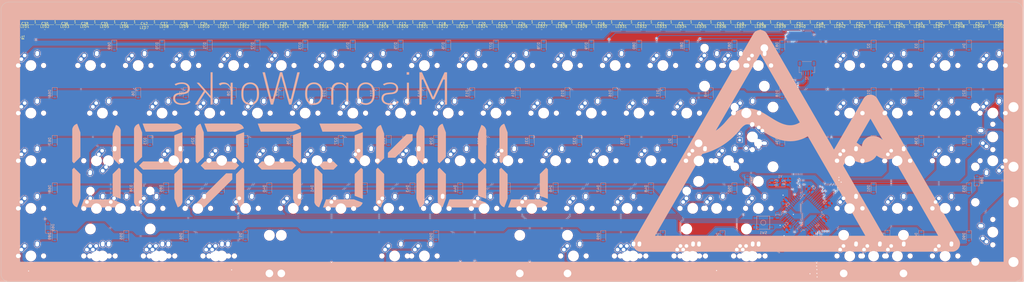
<source format=kicad_pcb>
(kicad_pcb (version 20171130) (host pcbnew "(5.1.5)-3")
  (layers (0 F.Cu signal) (31 B.Cu signal) (34 B.Paste user) (35 F.Paste user) (36 B.SilkS user) (37 F.SilkS user) (38 B.Mask user) (39 F.Mask user) (44 Edge.Cuts user))
  (net 0 "")
  (net 1 row1)
  (net 2 row2)
  (net 3 row3)
  (net 4 +5V)
  (net 5 2812b_data)
  (net 6 GND)
  (net 7 "Net-(D1-Pad2)")
  (net 8 "Net-(D2-Pad2)")
  (net 9 "Net-(D3-Pad2)")
  (net 10 "Net-(D4-Pad2)")
  (net 11 "Net-(C9-Pad2)")
  (net 12 "Net-(C10-Pad2)")
  (net 13 "Net-(C11-Pad1)")
  (net 14 "Net-(R4-Pad1)")
  (net 15 "Net-(R5-Pad2)")
  (net 16 "Net-(U1-Pad42)")
  (net 17 "Net-(D5-Pad2)")
  (net 18 "Net-(D6-Pad2)")
  (net 19 "Net-(D7-Pad2)")
  (net 20 "Net-(D8-Pad2)")
  (net 21 "Net-(D9-Pad2)")
  (net 22 "Net-(D10-Pad2)")
  (net 23 "Net-(D11-Pad2)")
  (net 24 "Net-(D12-Pad2)")
  (net 25 "Net-(D13-Pad2)")
  (net 26 "Net-(D14-Pad2)")
  (net 27 "Net-(D15-Pad2)")
  (net 28 "Net-(D16-Pad2)")
  (net 29 "Net-(D17-Pad2)")
  (net 30 "Net-(D18-Pad2)")
  (net 31 "Net-(D19-Pad2)")
  (net 32 "Net-(D20-Pad2)")
  (net 33 "Net-(D21-Pad2)")
  (net 34 "Net-(D22-Pad2)")
  (net 35 "Net-(D23-Pad2)")
  (net 36 "Net-(D24-Pad2)")
  (net 37 "Net-(D25-Pad2)")
  (net 38 "Net-(D26-Pad2)")
  (net 39 "Net-(D27-Pad2)")
  (net 40 "Net-(D28-Pad2)")
  (net 41 "Net-(D29-Pad2)")
  (net 42 "Net-(D30-Pad2)")
  (net 43 "Net-(D31-Pad2)")
  (net 44 "Net-(D32-Pad2)")
  (net 45 "Net-(D33-Pad2)")
  (net 46 "Net-(D34-Pad2)")
  (net 47 "Net-(D35-Pad2)")
  (net 48 "Net-(D36-Pad2)")
  (net 49 "Net-(D37-Pad2)")
  (net 50 "Net-(D38-Pad2)")
  (net 51 "Net-(D39-Pad2)")
  (net 52 "Net-(D40-Pad2)")
  (net 53 "Net-(D41-Pad2)")
  (net 54 "Net-(D42-Pad2)")
  (net 55 "Net-(D43-Pad2)")
  (net 56 "Net-(D44-Pad2)")
  (net 57 "Net-(D45-Pad2)")
  (net 58 "Net-(D46-Pad2)")
  (net 59 "Net-(D47-Pad2)")
  (net 60 "Net-(D48-Pad2)")
  (net 61 "Net-(D49-Pad2)")
  (net 62 "Net-(D50-Pad2)")
  (net 63 "Net-(D51-Pad2)")
  (net 64 "Net-(D52-Pad2)")
  (net 65 "Net-(D53-Pad2)")
  (net 66 "Net-(D55-Pad2)")
  (net 67 "Net-(D56-Pad2)")
  (net 68 "Net-(D57-Pad2)")
  (net 69 "Net-(D58-Pad2)")
  (net 70 "Net-(D59-Pad2)")
  (net 71 "Net-(D54-Pad2)")
  (net 72 "Net-(D60-Pad2)")
  (net 73 "Net-(D61-Pad2)")
  (net 74 "Net-(D62-Pad2)")
  (net 75 "Net-(D63-Pad2)")
  (net 76 "Net-(LED1-Pad2)")
  (net 77 "Net-(LED1-Pad4)")
  (net 78 "Net-(LED2-Pad2)")
  (net 79 "Net-(LED3-Pad2)")
  (net 80 "Net-(LED4-Pad2)")
  (net 81 "Net-(LED5-Pad2)")
  (net 82 "Net-(LED6-Pad2)")
  (net 83 "Net-(LED7-Pad2)")
  (net 84 "Net-(LED8-Pad2)")
  (net 85 "Net-(LED10-Pad4)")
  (net 86 "Net-(LED10-Pad2)")
  (net 87 "Net-(LED11-Pad2)")
  (net 88 "Net-(LED12-Pad2)")
  (net 89 "Net-(LED13-Pad2)")
  (net 90 "Net-(LED14-Pad2)")
  (net 91 "Net-(LED15-Pad2)")
  (net 92 "Net-(LED16-Pad2)")
  (net 93 "Net-(LED17-Pad2)")
  (net 94 "Net-(LED18-Pad2)")
  (net 95 "Net-(LED19-Pad2)")
  (net 96 "Net-(D64-Pad2)")
  (net 97 "Net-(D65-Pad2)")
  (net 98 "Net-(D66-Pad2)")
  (net 99 "Net-(D67-Pad2)")
  (net 100 "Net-(D68-Pad2)")
  (net 101 "Net-(D69-Pad2)")
  (net 102 "Net-(D70-Pad2)")
  (net 103 "Net-(D71-Pad2)")
  (net 104 "Net-(D72-Pad2)")
  (net 105 "Net-(D73-Pad2)")
  (net 106 "Net-(D74-Pad2)")
  (net 107 "Net-(D75-Pad2)")
  (net 108 "Net-(D76-Pad2)")
  (net 109 "Net-(D77-Pad2)")
  (net 110 "Net-(D78-Pad2)")
  (net 111 "Net-(D79-Pad2)")
  (net 112 "Net-(D80-Pad2)")
  (net 113 "Net-(D81-Pad2)")
  (net 114 "Net-(D82-Pad2)")
  (net 115 "Net-(D83-Pad2)")
  (net 116 "Net-(LED20-Pad2)")
  (net 117 "Net-(LED21-Pad2)")
  (net 118 "Net-(LED22-Pad2)")
  (net 119 "Net-(LED23-Pad2)")
  (net 120 "Net-(LED24-Pad2)")
  (net 121 "Net-(LED25-Pad2)")
  (net 122 "Net-(LED26-Pad2)")
  (net 123 "Net-(LED27-Pad2)")
  (net 124 "Net-(LED28-Pad2)")
  (net 125 "Net-(LED29-Pad2)")
  (net 126 "Net-(LED30-Pad2)")
  (net 127 "Net-(LED31-Pad2)")
  (net 128 "Net-(LED32-Pad2)")
  (net 129 "Net-(LED33-Pad2)")
  (net 130 "Net-(LED34-Pad2)")
  (net 131 "Net-(D84-Pad2)")
  (net 132 "Net-(D85-Pad2)")
  (net 133 "Net-(D86-Pad2)")
  (net 134 "Net-(D87-Pad2)")
  (net 135 "Net-(D88-Pad2)")
  (net 136 "Net-(D90-Pad2)")
  (net 137 row4)
  (net 138 row5)
  (net 139 col0)
  (net 140 col1)
  (net 141 col14)
  (net 142 col13)
  (net 143 col15)
  (net 144 D-)
  (net 145 D+)
  (net 146 col16)
  (net 147 col17)
  (net 148 col18)
  (net 149 col11)
  (net 150 col12)
  (net 151 col10)
  (net 152 col9)
  (net 153 col8)
  (net 154 col5)
  (net 155 col6)
  (net 156 col7)
  (net 157 col4)
  (net 158 col3)
  (net 159 col2)
  (net 160 2821O)
  (net 161 "Net-(LED36-Pad2)")
  (net 162 "Net-(LED37-Pad2)")
  (net 163 "Net-(LED38-Pad2)")
  (net 164 "Net-(LED39-Pad2)")
  (net 165 "Net-(LED40-Pad2)")
  (net 166 "Net-(LED41-Pad2)")
  (net 167 "Net-(LED42-Pad2)")
  (net 168 "Net-(LED43-Pad2)")
  (net 169 "Net-(LED44-Pad2)")
  (net 170 "Net-(LED45-Pad2)")
  (net 171 "Net-(LED46-Pad2)")
  (net 172 "Net-(LED47-Pad2)")
  (net 173 "Net-(LED48-Pad2)")
  (net 174 "Net-(LED49-Pad2)")
  (net 175 "Net-(LED50-Pad2)")
  (net 176 "Net-(D89-Pad2)")
  (module dd:jf (layer B.Cu) (at 92.075 -11.1125 180)
    (fp_text reference G*** hide)
    (fp_text value LOGO hide)
  )
  (module MX_Alps_Hybrid:MX-2U-ReversedStabilizers-NoLED (layer F.Cu) (at 236.5375 34.925)
    (fp_text reference MX62)
    (fp_text value MX-NoLED)
    (pad "" np_thru_hole circle (at 11.938 -8.255) (size 3.9878 3.9878) (drill 3.9878) (layers *.Cu *.Mask))
    (pad "" np_thru_hole circle (at -11.938 -8.255) (size 3.9878 3.9878) (drill 3.9878) (layers *.Cu *.Mask))
    (pad "" np_thru_hole circle (at 11.938 6.985) (size 3.048 3.048) (drill 3.048) (layers *.Cu *.Mask))
    (pad "" np_thru_hole circle (at -11.938 6.985) (size 3.048 3.048) (drill 3.048) (layers *.Cu *.Mask))
    (pad "" np_thru_hole circle (at 5.08 0 48.0996) (size 1.75 1.75) (drill 1.75) (layers *.Cu *.Mask))
    (pad "" np_thru_hole circle (at -5.08 0 48.0996) (size 1.75 1.75) (drill 1.75) (layers *.Cu *.Mask))
    (pad 1 thru_hole circle (at -2.5 -4) (size 2.25 2.25) (drill 1.47) (layers *.Cu B.Mask) (net 143 col15))
    (pad "" np_thru_hole circle (at 0 0) (size 3.9878 3.9878) (drill 3.9878) (layers *.Cu *.Mask))
    (pad 1 thru_hole oval (at -3.81 -2.54 48.0996) (size 4.211556 2.25) (drill 1.47 (offset 0.980778 0)) (layers *.Cu B.Mask) (net 143 col15))
    (pad 2 thru_hole circle (at 2.54 -5.08) (size 2.25 2.25) (drill 1.47) (layers *.Cu B.Mask) (net 74 "Net-(D62-Pad2)"))
    (pad 2 thru_hole oval (at 2.5 -4.5 86.0548) (size 2.831378 2.25) (drill 1.47 (offset 0.290689 0)) (layers *.Cu B.Mask) (net 74 "Net-(D62-Pad2)"))
  )
  (module LED_SMD:LED_WS2812B_PLCC4_5.0x5.0mm_P3.2mm (layer F.Cu) (at 286.54375 -60.325 180)
    (fp_text reference LED50 (at 0 -3.5) (layer F.SilkS))
    (fp_text value WS2812B)
    (fp_text user 1 (at -4.15 -1.6) (layer F.SilkS))
    (pad 1 smd rect (at -2.45 -1.6 180) (size 1.5 1) (layers F.Cu F.Paste F.Mask) (net 4 +5V))
    (pad 2 smd rect (at -2.45 1.6 180) (size 1.5 1) (layers F.Cu F.Paste F.Mask) (net 175 "Net-(LED50-Pad2)"))
    (pad 4 smd rect (at 2.45 -1.6 180) (size 1.5 1) (layers F.Cu F.Paste F.Mask) (net 174 "Net-(LED49-Pad2)"))
    (pad 3 smd rect (at 2.45 1.6 180) (size 1.5 1) (layers F.Cu F.Paste F.Mask) (net 6 GND))
  )
  (module LED_SMD:LED_WS2812B_PLCC4_5.0x5.0mm_P3.2mm (layer F.Cu) (at 278.60625 -60.325 180)
    (fp_text reference LED49 (at 0 -3.5) (layer F.SilkS))
    (fp_text value WS2812B)
    (fp_text user 1 (at -4.15 -1.6) (layer F.SilkS))
    (pad 1 smd rect (at -2.45 -1.6 180) (size 1.5 1) (layers F.Cu F.Paste F.Mask) (net 4 +5V))
    (pad 2 smd rect (at -2.45 1.6 180) (size 1.5 1) (layers F.Cu F.Paste F.Mask) (net 174 "Net-(LED49-Pad2)"))
    (pad 4 smd rect (at 2.45 -1.6 180) (size 1.5 1) (layers F.Cu F.Paste F.Mask) (net 173 "Net-(LED48-Pad2)"))
    (pad 3 smd rect (at 2.45 1.6 180) (size 1.5 1) (layers F.Cu F.Paste F.Mask) (net 6 GND))
  )
  (module LED_SMD:LED_WS2812B_PLCC4_5.0x5.0mm_P3.2mm (layer F.Cu) (at 270.66875 -60.325 180)
    (fp_text reference LED48 (at 0 -3.5) (layer F.SilkS))
    (fp_text value WS2812B)
    (fp_text user 1 (at -4.15 -1.6) (layer F.SilkS))
    (pad 1 smd rect (at -2.45 -1.6 180) (size 1.5 1) (layers F.Cu F.Paste F.Mask) (net 4 +5V))
    (pad 2 smd rect (at -2.45 1.6 180) (size 1.5 1) (layers F.Cu F.Paste F.Mask) (net 173 "Net-(LED48-Pad2)"))
    (pad 4 smd rect (at 2.45 -1.6 180) (size 1.5 1) (layers F.Cu F.Paste F.Mask) (net 172 "Net-(LED47-Pad2)"))
    (pad 3 smd rect (at 2.45 1.6 180) (size 1.5 1) (layers F.Cu F.Paste F.Mask) (net 6 GND))
  )
  (module Capacitor_SMD:C_0805_2012Metric (layer F.Cu) (at 278.60625 -56.35625)
    (fp_text reference C57 (at 0 -1.65) (layer F.SilkS))
    (fp_text value 104)
    (pad 2 smd roundrect (at 0.9375 0) (size 0.975 1.4) (layers F.Cu F.Paste F.Mask) (net 4 +5V))
    (pad 1 smd roundrect (at -0.9375 0) (size 0.975 1.4) (layers F.Cu F.Paste F.Mask) (net 6 GND))
  )
  (module Capacitor_SMD:C_0805_2012Metric (layer F.Cu) (at 286.54375 -56.35625)
    (fp_text reference C56 (at 0 -1.65) (layer F.SilkS))
    (fp_text value 104)
    (pad 2 smd roundrect (at 0.9375 0) (size 0.975 1.4) (layers F.Cu F.Paste F.Mask) (net 4 +5V))
    (pad 1 smd roundrect (at -0.9375 0) (size 0.975 1.4) (layers F.Cu F.Paste F.Mask) (net 6 GND))
  )
  (module Capacitor_SMD:C_0805_2012Metric (layer F.Cu) (at 270.66875 -56.35625)
    (fp_text reference C55 (at 0 -1.65) (layer F.SilkS))
    (fp_text value 104)
    (pad 2 smd roundrect (at 0.9375 0) (size 0.975 1.4) (layers F.Cu F.Paste F.Mask) (net 4 +5V))
    (pad 1 smd roundrect (at -0.9375 0) (size 0.975 1.4) (layers F.Cu F.Paste F.Mask) (net 6 GND))
  )
  (module MX_Alps_Hybrid:MX-1U-NoLED (layer F.Cu) (at -100.0125 -41.275)
    (fp_text reference MACRO1)
    (fp_text value MX-NoLED)
    (pad "" np_thru_hole circle (at 5.08 0 48.0996) (size 1.75 1.75) (drill 1.75) (layers *.Cu *.Mask))
    (pad "" np_thru_hole circle (at -5.08 0 48.0996) (size 1.75 1.75) (drill 1.75) (layers *.Cu *.Mask))
    (pad 1 thru_hole circle (at -2.5 -4) (size 2.25 2.25) (drill 1.47) (layers *.Cu B.Mask) (net 157 col4))
    (pad "" np_thru_hole circle (at 0 0) (size 3.9878 3.9878) (drill 3.9878) (layers *.Cu *.Mask))
    (pad 1 thru_hole oval (at -3.81 -2.54 48.0996) (size 4.211556 2.25) (drill 1.47 (offset 0.980778 0)) (layers *.Cu B.Mask) (net 157 col4))
    (pad 2 thru_hole circle (at 2.54 -5.08) (size 2.25 2.25) (drill 1.47) (layers *.Cu B.Mask) (net 97 "Net-(D65-Pad2)"))
    (pad 2 thru_hole oval (at 2.5 -4.5 86.0548) (size 2.831378 2.25) (drill 1.47 (offset 0.290689 0)) (layers *.Cu B.Mask) (net 97 "Net-(D65-Pad2)"))
  )
  (module MX_Alps_Hybrid:MX-1U-NoLED (layer F.Cu) (at -100.0125 34.925)
    (fp_text reference MACRO5)
    (fp_text value MX-NoLED)
    (pad "" np_thru_hole circle (at 5.08 0 48.0996) (size 1.75 1.75) (drill 1.75) (layers *.Cu *.Mask))
    (pad "" np_thru_hole circle (at -5.08 0 48.0996) (size 1.75 1.75) (drill 1.75) (layers *.Cu *.Mask))
    (pad 1 thru_hole circle (at -2.5 -4) (size 2.25 2.25) (drill 1.47) (layers *.Cu B.Mask) (net 158 col3))
    (pad "" np_thru_hole circle (at 0 0) (size 3.9878 3.9878) (drill 3.9878) (layers *.Cu *.Mask))
    (pad 1 thru_hole oval (at -3.81 -2.54 48.0996) (size 4.211556 2.25) (drill 1.47 (offset 0.980778 0)) (layers *.Cu B.Mask) (net 158 col3))
    (pad 2 thru_hole circle (at 2.54 -5.08) (size 2.25 2.25) (drill 1.47) (layers *.Cu B.Mask) (net 176 "Net-(D89-Pad2)"))
    (pad 2 thru_hole oval (at 2.5 -4.5 86.0548) (size 2.831378 2.25) (drill 1.47 (offset 0.290689 0)) (layers *.Cu B.Mask) (net 176 "Net-(D89-Pad2)"))
  )
  (module Diode_SMD:D_SOD-123 (layer B.Cu) (at -90.4875 27.05 270)
    (fp_text reference D89 (at 0 2 90) (layer B.SilkS) (effects (justify mirror)))
    (fp_text value SOD-123)
    (pad 2 smd rect (at 1.65 0 270) (size 0.9 1.2) (layers B.Cu B.Paste B.Mask) (net 176 "Net-(D89-Pad2)"))
    (pad 1 smd rect (at -1.65 0 270) (size 0.9 1.2) (layers B.Cu B.Paste B.Mask) (net 138 row5))
  )
  (module MX_Alps_Hybrid:MX-1U-NoLED (layer F.Cu) (at -100.0125 15.875)
    (fp_text reference MACRO4)
    (fp_text value MX-NoLED)
    (pad "" np_thru_hole circle (at 5.08 0 48.0996) (size 1.75 1.75) (drill 1.75) (layers *.Cu *.Mask))
    (pad "" np_thru_hole circle (at -5.08 0 48.0996) (size 1.75 1.75) (drill 1.75) (layers *.Cu *.Mask))
    (pad 1 thru_hole circle (at -2.5 -4) (size 2.25 2.25) (drill 1.47) (layers *.Cu B.Mask) (net 142 col13))
    (pad "" np_thru_hole circle (at 0 0) (size 3.9878 3.9878) (drill 3.9878) (layers *.Cu *.Mask))
    (pad 1 thru_hole oval (at -3.81 -2.54 48.0996) (size 4.211556 2.25) (drill 1.47 (offset 0.980778 0)) (layers *.Cu B.Mask) (net 142 col13))
    (pad 2 thru_hole circle (at 2.54 -5.08) (size 2.25 2.25) (drill 1.47) (layers *.Cu B.Mask) (net 100 "Net-(D68-Pad2)"))
    (pad 2 thru_hole oval (at 2.5 -4.5 86.0548) (size 2.831378 2.25) (drill 1.47 (offset 0.290689 0)) (layers *.Cu B.Mask) (net 100 "Net-(D68-Pad2)"))
  )
  (module MX_Alps_Hybrid:MX-1U-NoLED (layer F.Cu) (at -100.0125 -3.175)
    (fp_text reference MACRO3)
    (fp_text value MX-NoLED)
    (pad "" np_thru_hole circle (at 5.08 0 48.0996) (size 1.75 1.75) (drill 1.75) (layers *.Cu *.Mask))
    (pad "" np_thru_hole circle (at -5.08 0 48.0996) (size 1.75 1.75) (drill 1.75) (layers *.Cu *.Mask))
    (pad 1 thru_hole circle (at -2.5 -4) (size 2.25 2.25) (drill 1.47) (layers *.Cu B.Mask) (net 142 col13))
    (pad "" np_thru_hole circle (at 0 0) (size 3.9878 3.9878) (drill 3.9878) (layers *.Cu *.Mask))
    (pad 1 thru_hole oval (at -3.81 -2.54 48.0996) (size 4.211556 2.25) (drill 1.47 (offset 0.980778 0)) (layers *.Cu B.Mask) (net 142 col13))
    (pad 2 thru_hole circle (at 2.54 -5.08) (size 2.25 2.25) (drill 1.47) (layers *.Cu B.Mask) (net 99 "Net-(D67-Pad2)"))
    (pad 2 thru_hole oval (at 2.5 -4.5 86.0548) (size 2.831378 2.25) (drill 1.47 (offset 0.290689 0)) (layers *.Cu B.Mask) (net 99 "Net-(D67-Pad2)"))
  )
  (module MX_Alps_Hybrid:MX-1U-NoLED (layer F.Cu) (at -100.0125 -22.225)
    (fp_text reference MACRO2)
    (fp_text value MX-NoLED)
    (pad "" np_thru_hole circle (at 5.08 0 48.0996) (size 1.75 1.75) (drill 1.75) (layers *.Cu *.Mask))
    (pad "" np_thru_hole circle (at -5.08 0 48.0996) (size 1.75 1.75) (drill 1.75) (layers *.Cu *.Mask))
    (pad 1 thru_hole circle (at -2.5 -4) (size 2.25 2.25) (drill 1.47) (layers *.Cu B.Mask) (net 142 col13))
    (pad "" np_thru_hole circle (at 0 0) (size 3.9878 3.9878) (drill 3.9878) (layers *.Cu *.Mask))
    (pad 1 thru_hole oval (at -3.81 -2.54 48.0996) (size 4.211556 2.25) (drill 1.47 (offset 0.980778 0)) (layers *.Cu B.Mask) (net 142 col13))
    (pad 2 thru_hole circle (at 2.54 -5.08) (size 2.25 2.25) (drill 1.47) (layers *.Cu B.Mask) (net 98 "Net-(D66-Pad2)"))
    (pad 2 thru_hole oval (at 2.5 -4.5 86.0548) (size 2.831378 2.25) (drill 1.47 (offset 0.290689 0)) (layers *.Cu B.Mask) (net 98 "Net-(D66-Pad2)"))
  )
  (module Diode_SMD:D_SOD-123 (layer B.Cu) (at -90.4875 8 270)
    (fp_text reference D68 (at 0 2 90) (layer B.SilkS) (effects (justify mirror)))
    (fp_text value SOD-123)
    (pad 2 smd rect (at 1.65 0 270) (size 0.9 1.2) (layers B.Cu B.Paste B.Mask) (net 100 "Net-(D68-Pad2)"))
    (pad 1 smd rect (at -1.65 0 270) (size 0.9 1.2) (layers B.Cu B.Paste B.Mask) (net 137 row4))
  )
  (module Diode_SMD:D_SOD-123 (layer B.Cu) (at -90.4875 -11.05 270)
    (fp_text reference D67 (at 0 2 90) (layer B.SilkS) (effects (justify mirror)))
    (fp_text value SOD-123)
    (pad 2 smd rect (at 1.65 0 270) (size 0.9 1.2) (layers B.Cu B.Paste B.Mask) (net 99 "Net-(D67-Pad2)"))
    (pad 1 smd rect (at -1.65 0 270) (size 0.9 1.2) (layers B.Cu B.Paste B.Mask) (net 3 row3))
  )
  (module Diode_SMD:D_SOD-123 (layer B.Cu) (at -90.4875 -30.1625 270)
    (fp_text reference D66 (at 0 2 90) (layer B.SilkS) (effects (justify mirror)))
    (fp_text value SOD-123)
    (pad 2 smd rect (at 1.65 0 270) (size 0.9 1.2) (layers B.Cu B.Paste B.Mask) (net 98 "Net-(D66-Pad2)"))
    (pad 1 smd rect (at -1.65 0 270) (size 0.9 1.2) (layers B.Cu B.Paste B.Mask) (net 2 row2))
  )
  (module Diode_SMD:D_SOD-123 (layer B.Cu) (at -93.2 23.55 90)
    (fp_text reference D65 (at 0 2 270) (layer B.SilkS) (effects (justify mirror)))
    (fp_text value SOD-123)
    (pad 2 smd rect (at 1.65 0 90) (size 0.9 1.2) (layers B.Cu B.Paste B.Mask) (net 97 "Net-(D65-Pad2)"))
    (pad 1 smd rect (at -1.65 0 90) (size 0.9 1.2) (layers B.Cu B.Paste B.Mask) (net 138 row5))
  )
  (module LED_SMD:LED_WS2812B_PLCC4_5.0x5.0mm_P3.2mm (layer F.Cu) (at 262.73125 -60.325 180)
    (fp_text reference LED47 (at 0 -3.5) (layer F.SilkS))
    (fp_text value WS2812B)
    (fp_text user 1 (at -4.15 -1.6) (layer F.SilkS))
    (pad 1 smd rect (at -2.45 -1.6 180) (size 1.5 1) (layers F.Cu F.Paste F.Mask) (net 4 +5V))
    (pad 2 smd rect (at -2.45 1.6 180) (size 1.5 1) (layers F.Cu F.Paste F.Mask) (net 172 "Net-(LED47-Pad2)"))
    (pad 4 smd rect (at 2.45 -1.6 180) (size 1.5 1) (layers F.Cu F.Paste F.Mask) (net 171 "Net-(LED46-Pad2)"))
    (pad 3 smd rect (at 2.45 1.6 180) (size 1.5 1) (layers F.Cu F.Paste F.Mask) (net 6 GND))
  )
  (module LED_SMD:LED_WS2812B_PLCC4_5.0x5.0mm_P3.2mm (layer F.Cu) (at 254.79375 -60.325 180)
    (fp_text reference LED46 (at 0 -3.5) (layer F.SilkS))
    (fp_text value WS2812B)
    (fp_text user 1 (at -4.15 -1.6) (layer F.SilkS))
    (pad 1 smd rect (at -2.45 -1.6 180) (size 1.5 1) (layers F.Cu F.Paste F.Mask) (net 4 +5V))
    (pad 2 smd rect (at -2.45 1.6 180) (size 1.5 1) (layers F.Cu F.Paste F.Mask) (net 171 "Net-(LED46-Pad2)"))
    (pad 4 smd rect (at 2.45 -1.6 180) (size 1.5 1) (layers F.Cu F.Paste F.Mask) (net 170 "Net-(LED45-Pad2)"))
    (pad 3 smd rect (at 2.45 1.6 180) (size 1.5 1) (layers F.Cu F.Paste F.Mask) (net 6 GND))
  )
  (module LED_SMD:LED_WS2812B_PLCC4_5.0x5.0mm_P3.2mm (layer F.Cu) (at 246.85625 -60.325 180)
    (fp_text reference LED45 (at 0 -3.5) (layer F.SilkS))
    (fp_text value WS2812B)
    (fp_text user 1 (at -4.15 -1.6) (layer F.SilkS))
    (pad 1 smd rect (at -2.45 -1.6 180) (size 1.5 1) (layers F.Cu F.Paste F.Mask) (net 4 +5V))
    (pad 2 smd rect (at -2.45 1.6 180) (size 1.5 1) (layers F.Cu F.Paste F.Mask) (net 170 "Net-(LED45-Pad2)"))
    (pad 4 smd rect (at 2.45 -1.6 180) (size 1.5 1) (layers F.Cu F.Paste F.Mask) (net 169 "Net-(LED44-Pad2)"))
    (pad 3 smd rect (at 2.45 1.6 180) (size 1.5 1) (layers F.Cu F.Paste F.Mask) (net 6 GND))
  )
  (module LED_SMD:LED_WS2812B_PLCC4_5.0x5.0mm_P3.2mm (layer F.Cu) (at 238.91875 -60.325 180)
    (fp_text reference LED44 (at 0 -3.5) (layer F.SilkS))
    (fp_text value WS2812B)
    (fp_text user 1 (at -4.15 -1.6) (layer F.SilkS))
    (pad 1 smd rect (at -2.45 -1.6 180) (size 1.5 1) (layers F.Cu F.Paste F.Mask) (net 4 +5V))
    (pad 2 smd rect (at -2.45 1.6 180) (size 1.5 1) (layers F.Cu F.Paste F.Mask) (net 169 "Net-(LED44-Pad2)"))
    (pad 4 smd rect (at 2.45 -1.6 180) (size 1.5 1) (layers F.Cu F.Paste F.Mask) (net 168 "Net-(LED43-Pad2)"))
    (pad 3 smd rect (at 2.45 1.6 180) (size 1.5 1) (layers F.Cu F.Paste F.Mask) (net 6 GND))
  )
  (module LED_SMD:LED_WS2812B_PLCC4_5.0x5.0mm_P3.2mm (layer F.Cu) (at 230.98125 -60.325 180)
    (fp_text reference LED43 (at 0 -3.5) (layer F.SilkS))
    (fp_text value WS2812B)
    (fp_text user 1 (at -4.15 -1.6) (layer F.SilkS))
    (pad 1 smd rect (at -2.45 -1.6 180) (size 1.5 1) (layers F.Cu F.Paste F.Mask) (net 4 +5V))
    (pad 2 smd rect (at -2.45 1.6 180) (size 1.5 1) (layers F.Cu F.Paste F.Mask) (net 168 "Net-(LED43-Pad2)"))
    (pad 4 smd rect (at 2.45 -1.6 180) (size 1.5 1) (layers F.Cu F.Paste F.Mask) (net 167 "Net-(LED42-Pad2)"))
    (pad 3 smd rect (at 2.45 1.6 180) (size 1.5 1) (layers F.Cu F.Paste F.Mask) (net 6 GND))
  )
  (module LED_SMD:LED_WS2812B_PLCC4_5.0x5.0mm_P3.2mm (layer F.Cu) (at 223.04375 -60.325 180)
    (fp_text reference LED42 (at 0 -3.5) (layer F.SilkS))
    (fp_text value WS2812B)
    (fp_text user 1 (at -4.15 -1.6) (layer F.SilkS))
    (pad 1 smd rect (at -2.45 -1.6 180) (size 1.5 1) (layers F.Cu F.Paste F.Mask) (net 4 +5V))
    (pad 2 smd rect (at -2.45 1.6 180) (size 1.5 1) (layers F.Cu F.Paste F.Mask) (net 167 "Net-(LED42-Pad2)"))
    (pad 4 smd rect (at 2.45 -1.6 180) (size 1.5 1) (layers F.Cu F.Paste F.Mask) (net 166 "Net-(LED41-Pad2)"))
    (pad 3 smd rect (at 2.45 1.6 180) (size 1.5 1) (layers F.Cu F.Paste F.Mask) (net 6 GND))
  )
  (module LED_SMD:LED_WS2812B_PLCC4_5.0x5.0mm_P3.2mm (layer F.Cu) (at 215.10625 -60.325 180)
    (fp_text reference LED41 (at 0 -3.5) (layer F.SilkS))
    (fp_text value WS2812B)
    (fp_text user 1 (at -4.15 -1.6) (layer F.SilkS))
    (pad 1 smd rect (at -2.45 -1.6 180) (size 1.5 1) (layers F.Cu F.Paste F.Mask) (net 4 +5V))
    (pad 2 smd rect (at -2.45 1.6 180) (size 1.5 1) (layers F.Cu F.Paste F.Mask) (net 166 "Net-(LED41-Pad2)"))
    (pad 4 smd rect (at 2.45 -1.6 180) (size 1.5 1) (layers F.Cu F.Paste F.Mask) (net 165 "Net-(LED40-Pad2)"))
    (pad 3 smd rect (at 2.45 1.6 180) (size 1.5 1) (layers F.Cu F.Paste F.Mask) (net 6 GND))
  )
  (module LED_SMD:LED_WS2812B_PLCC4_5.0x5.0mm_P3.2mm (layer F.Cu) (at 207.16875 -60.325 180)
    (fp_text reference LED40 (at 0 -3.5) (layer F.SilkS))
    (fp_text value WS2812B)
    (fp_text user 1 (at -4.15 -1.6) (layer F.SilkS))
    (pad 1 smd rect (at -2.45 -1.6 180) (size 1.5 1) (layers F.Cu F.Paste F.Mask) (net 4 +5V))
    (pad 2 smd rect (at -2.45 1.6 180) (size 1.5 1) (layers F.Cu F.Paste F.Mask) (net 165 "Net-(LED40-Pad2)"))
    (pad 4 smd rect (at 2.45 -1.6 180) (size 1.5 1) (layers F.Cu F.Paste F.Mask) (net 164 "Net-(LED39-Pad2)"))
    (pad 3 smd rect (at 2.45 1.6 180) (size 1.5 1) (layers F.Cu F.Paste F.Mask) (net 6 GND))
  )
  (module LED_SMD:LED_WS2812B_PLCC4_5.0x5.0mm_P3.2mm (layer F.Cu) (at 199.23125 -60.325 180)
    (fp_text reference LED39 (at 0 -3.5) (layer F.SilkS))
    (fp_text value WS2812B)
    (fp_text user 1 (at -4.15 -1.6) (layer F.SilkS))
    (pad 1 smd rect (at -2.45 -1.6 180) (size 1.5 1) (layers F.Cu F.Paste F.Mask) (net 4 +5V))
    (pad 2 smd rect (at -2.45 1.6 180) (size 1.5 1) (layers F.Cu F.Paste F.Mask) (net 164 "Net-(LED39-Pad2)"))
    (pad 4 smd rect (at 2.45 -1.6 180) (size 1.5 1) (layers F.Cu F.Paste F.Mask) (net 163 "Net-(LED38-Pad2)"))
    (pad 3 smd rect (at 2.45 1.6 180) (size 1.5 1) (layers F.Cu F.Paste F.Mask) (net 6 GND))
  )
  (module LED_SMD:LED_WS2812B_PLCC4_5.0x5.0mm_P3.2mm (layer F.Cu) (at 191.29375 -60.325 180)
    (fp_text reference LED38 (at 0 -3.5) (layer F.SilkS))
    (fp_text value WS2812B)
    (fp_text user 1 (at -4.15 -1.6) (layer F.SilkS))
    (pad 1 smd rect (at -2.45 -1.6 180) (size 1.5 1) (layers F.Cu F.Paste F.Mask) (net 4 +5V))
    (pad 2 smd rect (at -2.45 1.6 180) (size 1.5 1) (layers F.Cu F.Paste F.Mask) (net 163 "Net-(LED38-Pad2)"))
    (pad 4 smd rect (at 2.45 -1.6 180) (size 1.5 1) (layers F.Cu F.Paste F.Mask) (net 162 "Net-(LED37-Pad2)"))
    (pad 3 smd rect (at 2.45 1.6 180) (size 1.5 1) (layers F.Cu F.Paste F.Mask) (net 6 GND))
  )
  (module LED_SMD:LED_WS2812B_PLCC4_5.0x5.0mm_P3.2mm (layer F.Cu) (at 183.35625 -60.325 180)
    (fp_text reference LED37 (at 0 -3.5) (layer F.SilkS))
    (fp_text value WS2812B)
    (fp_text user 1 (at -4.15 -1.6) (layer F.SilkS))
    (pad 1 smd rect (at -2.45 -1.6 180) (size 1.5 1) (layers F.Cu F.Paste F.Mask) (net 4 +5V))
    (pad 2 smd rect (at -2.45 1.6 180) (size 1.5 1) (layers F.Cu F.Paste F.Mask) (net 162 "Net-(LED37-Pad2)"))
    (pad 4 smd rect (at 2.45 -1.6 180) (size 1.5 1) (layers F.Cu F.Paste F.Mask) (net 161 "Net-(LED36-Pad2)"))
    (pad 3 smd rect (at 2.45 1.6 180) (size 1.5 1) (layers F.Cu F.Paste F.Mask) (net 6 GND))
  )
  (module LED_SMD:LED_WS2812B_PLCC4_5.0x5.0mm_P3.2mm (layer F.Cu) (at 175.41875 -60.325 180)
    (fp_text reference LED36 (at 0 -3.5) (layer F.SilkS))
    (fp_text value WS2812B)
    (fp_text user 1 (at -4.15 -1.6) (layer F.SilkS))
    (pad 1 smd rect (at -2.45 -1.6 180) (size 1.5 1) (layers F.Cu F.Paste F.Mask) (net 4 +5V))
    (pad 2 smd rect (at -2.45 1.6 180) (size 1.5 1) (layers F.Cu F.Paste F.Mask) (net 161 "Net-(LED36-Pad2)"))
    (pad 4 smd rect (at 2.45 -1.6 180) (size 1.5 1) (layers F.Cu F.Paste F.Mask) (net 160 2821O))
    (pad 3 smd rect (at 2.45 1.6 180) (size 1.5 1) (layers F.Cu F.Paste F.Mask) (net 6 GND))
  )
  (module Capacitor_SMD:C_0805_2012Metric (layer F.Cu) (at 246.85625 -56.35625)
    (fp_text reference C54 (at 0 -1.65) (layer F.SilkS))
    (fp_text value 104)
    (pad 2 smd roundrect (at 0.9375 0) (size 0.975 1.4) (layers F.Cu F.Paste F.Mask) (net 4 +5V))
    (pad 1 smd roundrect (at -0.9375 0) (size 0.975 1.4) (layers F.Cu F.Paste F.Mask) (net 6 GND))
  )
  (module Capacitor_SMD:C_0805_2012Metric (layer F.Cu) (at 175.41875 -56.35625)
    (fp_text reference C53 (at 0 -1.65) (layer F.SilkS))
    (fp_text value 104)
    (pad 2 smd roundrect (at 0.9375 0) (size 0.975 1.4) (layers F.Cu F.Paste F.Mask) (net 4 +5V))
    (pad 1 smd roundrect (at -0.9375 0) (size 0.975 1.4) (layers F.Cu F.Paste F.Mask) (net 6 GND))
  )
  (module Capacitor_SMD:C_0805_2012Metric (layer F.Cu) (at 230.98125 -56.35625)
    (fp_text reference C52 (at 0 -1.65) (layer F.SilkS))
    (fp_text value 104)
    (pad 2 smd roundrect (at 0.9375 0) (size 0.975 1.4) (layers F.Cu F.Paste F.Mask) (net 4 +5V))
    (pad 1 smd roundrect (at -0.9375 0) (size 0.975 1.4) (layers F.Cu F.Paste F.Mask) (net 6 GND))
  )
  (module Capacitor_SMD:C_0805_2012Metric (layer F.Cu) (at 207.16875 -56.35625)
    (fp_text reference C51 (at 0 -1.65) (layer F.SilkS))
    (fp_text value 104)
    (pad 2 smd roundrect (at 0.9375 0) (size 0.975 1.4) (layers F.Cu F.Paste F.Mask) (net 4 +5V))
    (pad 1 smd roundrect (at -0.9375 0) (size 0.975 1.4) (layers F.Cu F.Paste F.Mask) (net 6 GND))
  )
  (module Capacitor_SMD:C_0805_2012Metric (layer F.Cu) (at 262.73125 -56.35625)
    (fp_text reference C50 (at 0 -1.65) (layer F.SilkS))
    (fp_text value 104)
    (pad 2 smd roundrect (at 0.9375 0) (size 0.975 1.4) (layers F.Cu F.Paste F.Mask) (net 4 +5V))
    (pad 1 smd roundrect (at -0.9375 0) (size 0.975 1.4) (layers F.Cu F.Paste F.Mask) (net 6 GND))
  )
  (module Capacitor_SMD:C_0805_2012Metric (layer F.Cu) (at 183.35625 -56.35625)
    (fp_text reference C49 (at 0 -1.65) (layer F.SilkS))
    (fp_text value 104)
    (pad 2 smd roundrect (at 0.9375 0) (size 0.975 1.4) (layers F.Cu F.Paste F.Mask) (net 4 +5V))
    (pad 1 smd roundrect (at -0.9375 0) (size 0.975 1.4) (layers F.Cu F.Paste F.Mask) (net 6 GND))
  )
  (module Capacitor_SMD:C_0805_2012Metric (layer F.Cu) (at 215.10625 -56.35625)
    (fp_text reference C48 (at 0 -1.65) (layer F.SilkS))
    (fp_text value 104)
    (pad 2 smd roundrect (at 0.9375 0) (size 0.975 1.4) (layers F.Cu F.Paste F.Mask) (net 4 +5V))
    (pad 1 smd roundrect (at -0.9375 0) (size 0.975 1.4) (layers F.Cu F.Paste F.Mask) (net 6 GND))
  )
  (module Capacitor_SMD:C_0805_2012Metric (layer F.Cu) (at 238.91875 -56.35625)
    (fp_text reference C47 (at 0 -1.65) (layer F.SilkS))
    (fp_text value 104)
    (pad 2 smd roundrect (at 0.9375 0) (size 0.975 1.4) (layers F.Cu F.Paste F.Mask) (net 4 +5V))
    (pad 1 smd roundrect (at -0.9375 0) (size 0.975 1.4) (layers F.Cu F.Paste F.Mask) (net 6 GND))
  )
  (module Capacitor_SMD:C_0805_2012Metric (layer F.Cu) (at 191.29375 -56.35625)
    (fp_text reference C46 (at 0 -1.65) (layer F.SilkS))
    (fp_text value 104)
    (pad 2 smd roundrect (at 0.9375 0) (size 0.975 1.4) (layers F.Cu F.Paste F.Mask) (net 4 +5V))
    (pad 1 smd roundrect (at -0.9375 0) (size 0.975 1.4) (layers F.Cu F.Paste F.Mask) (net 6 GND))
  )
  (module Capacitor_SMD:C_0805_2012Metric (layer F.Cu) (at 254.79375 -56.35625)
    (fp_text reference C45 (at 0 -1.65) (layer F.SilkS))
    (fp_text value 104)
    (pad 2 smd roundrect (at 0.9375 0) (size 0.975 1.4) (layers F.Cu F.Paste F.Mask) (net 4 +5V))
    (pad 1 smd roundrect (at -0.9375 0) (size 0.975 1.4) (layers F.Cu F.Paste F.Mask) (net 6 GND))
  )
  (module Capacitor_SMD:C_0805_2012Metric (layer F.Cu) (at 199.23125 -56.35625)
    (fp_text reference C44 (at 0 -1.65) (layer F.SilkS))
    (fp_text value 104)
    (pad 2 smd roundrect (at 0.9375 0) (size 0.975 1.4) (layers F.Cu F.Paste F.Mask) (net 4 +5V))
    (pad 1 smd roundrect (at -0.9375 0) (size 0.975 1.4) (layers F.Cu F.Paste F.Mask) (net 6 GND))
  )
  (module Capacitor_SMD:C_0805_2012Metric (layer F.Cu) (at 223.04375 -56.35625)
    (fp_text reference C43 (at 0 -1.65) (layer F.SilkS))
    (fp_text value 104)
    (pad 2 smd roundrect (at 0.9375 0) (size 0.975 1.4) (layers F.Cu F.Paste F.Mask) (net 4 +5V))
    (pad 1 smd roundrect (at -0.9375 0) (size 0.975 1.4) (layers F.Cu F.Paste F.Mask) (net 6 GND))
  )
  (module Connector_JST:JST_SH_SM04B-SRSS-TB_1x04-1MP_P1.00mm_Horizontal (layer B.Cu) (at 209.9 -40.2)
    (fp_text reference J1 (at 0 3.98) (layer B.SilkS) (effects (justify mirror)))
    (fp_text value Conn_01x04_Female)
    (pad MP smd roundrect (at 2.8 -1.875) (size 1.2 1.8) (layers B.Cu B.Paste B.Mask) (roundrect_rratio 0.208333))
    (pad MP smd roundrect (at -2.8 -1.875) (size 1.2 1.8) (layers B.Cu B.Paste B.Mask) (roundrect_rratio 0.208333))
    (pad 4 smd roundrect (at 1.5 2) (size 0.6 1.55) (layers B.Cu B.Paste B.Mask) (net 6 GND))
    (pad 3 smd roundrect (at 0.5 2) (size 0.6 1.55) (layers B.Cu B.Paste B.Mask) (net 145 D+))
    (pad 2 smd roundrect (at -0.5 2) (size 0.6 1.55) (layers B.Cu B.Paste B.Mask) (net 144 D-))
    (pad 1 smd roundrect (at -1.5 2) (size 0.6 1.55) (layers B.Cu B.Paste B.Mask) (net 4 +5V))
  )
  (module MX_Alps_Hybrid:MX-1U-NoLED (layer F.Cu) (at 265.1125 34.925)
    (fp_text reference MX102)
    (fp_text value MX-NoLED)
    (pad 2 thru_hole oval (at 2.5 -4.5 86.0548) (size 2.831378 2.25) (drill 1.47 (offset 0.290689 0)) (layers *.Cu B.Mask) (net 136 "Net-(D90-Pad2)"))
    (pad 2 thru_hole circle (at 2.54 -5.08) (size 2.25 2.25) (drill 1.47) (layers *.Cu B.Mask) (net 136 "Net-(D90-Pad2)"))
    (pad 1 thru_hole oval (at -3.81 -2.54 48.0996) (size 4.211556 2.25) (drill 1.47 (offset 0.980778 0)) (layers *.Cu B.Mask) (net 147 col17))
    (pad "" np_thru_hole circle (at 0 0) (size 3.9878 3.9878) (drill 3.9878) (layers *.Cu *.Mask))
    (pad 1 thru_hole circle (at -2.5 -4) (size 2.25 2.25) (drill 1.47) (layers *.Cu B.Mask) (net 147 col17))
    (pad "" np_thru_hole circle (at -5.08 0 48.0996) (size 1.75 1.75) (drill 1.75) (layers *.Cu *.Mask))
    (pad "" np_thru_hole circle (at 5.08 0 48.0996) (size 1.75 1.75) (drill 1.75) (layers *.Cu *.Mask))
  )
  (module MX_Alps_Hybrid:MX-1U-NoLED (layer F.Cu) (at 227.0125 34.925)
    (fp_text reference MX101)
    (fp_text value MX-NoLED)
    (pad 2 thru_hole oval (at 2.5 -4.5 86.0548) (size 2.831378 2.25) (drill 1.47 (offset 0.290689 0)) (layers *.Cu B.Mask) (net 74 "Net-(D62-Pad2)"))
    (pad 2 thru_hole circle (at 2.54 -5.08) (size 2.25 2.25) (drill 1.47) (layers *.Cu B.Mask) (net 74 "Net-(D62-Pad2)"))
    (pad 1 thru_hole oval (at -3.81 -2.54 48.0996) (size 4.211556 2.25) (drill 1.47 (offset 0.980778 0)) (layers *.Cu B.Mask) (net 143 col15))
    (pad "" np_thru_hole circle (at 0 0) (size 3.9878 3.9878) (drill 3.9878) (layers *.Cu *.Mask))
    (pad 1 thru_hole circle (at -2.5 -4) (size 2.25 2.25) (drill 1.47) (layers *.Cu B.Mask) (net 143 col15))
    (pad "" np_thru_hole circle (at -5.08 0 48.0996) (size 1.75 1.75) (drill 1.75) (layers *.Cu *.Mask))
    (pad "" np_thru_hole circle (at 5.08 0 48.0996) (size 1.75 1.75) (drill 1.75) (layers *.Cu *.Mask))
  )
  (module Diode_SMD:D_SOD-123 (layer B.Cu) (at 274.6375 27.05 270)
    (fp_text reference D90 (at 0 2 90) (layer B.SilkS) (effects (justify mirror)))
    (fp_text value SOD-123)
    (pad 2 smd rect (at 1.65 0 270) (size 0.9 1.2) (layers B.Cu B.Paste B.Mask) (net 136 "Net-(D90-Pad2)"))
    (pad 1 smd rect (at -1.65 0 270) (size 0.9 1.2) (layers B.Cu B.Paste B.Mask) (net 138 row5))
  )
  (module MX_Alps_Hybrid:MX-1U-NoLED (layer F.Cu) (at 284.1625 -3.175 180)
    (fp_text reference MX100)
    (fp_text value MX-NoLED)
    (pad 2 thru_hole oval (at 2.5 -4.5 266.0548) (size 2.831378 2.25) (drill 1.47 (offset 0.290689 0)) (layers *.Cu B.Mask) (net 135 "Net-(D88-Pad2)"))
    (pad 2 thru_hole circle (at 2.54 -5.08 180) (size 2.25 2.25) (drill 1.47) (layers *.Cu B.Mask) (net 135 "Net-(D88-Pad2)"))
    (pad 1 thru_hole oval (at -3.81 -2.54 228.0996) (size 4.211556 2.25) (drill 1.47 (offset 0.980778 0)) (layers *.Cu B.Mask) (net 148 col18))
    (pad "" np_thru_hole circle (at 0 0 180) (size 3.9878 3.9878) (drill 3.9878) (layers *.Cu *.Mask))
    (pad 1 thru_hole circle (at -2.5 -4 180) (size 2.25 2.25) (drill 1.47) (layers *.Cu B.Mask) (net 148 col18))
    (pad "" np_thru_hole circle (at -5.08 0 228.0996) (size 1.75 1.75) (drill 1.75) (layers *.Cu *.Mask))
    (pad "" np_thru_hole circle (at 5.08 0 228.0996) (size 1.75 1.75) (drill 1.75) (layers *.Cu *.Mask))
  )
  (module MX_Alps_Hybrid:MX-1U-NoLED (layer F.Cu) (at 284.1625 -22.225)
    (fp_text reference MX99)
    (fp_text value MX-NoLED)
    (pad 2 thru_hole oval (at 2.5 -4.5 86.0548) (size 2.831378 2.25) (drill 1.47 (offset 0.290689 0)) (layers *.Cu B.Mask) (net 134 "Net-(D87-Pad2)"))
    (pad 2 thru_hole circle (at 2.54 -5.08) (size 2.25 2.25) (drill 1.47) (layers *.Cu B.Mask) (net 134 "Net-(D87-Pad2)"))
    (pad 1 thru_hole oval (at -3.81 -2.54 48.0996) (size 4.211556 2.25) (drill 1.47 (offset 0.980778 0)) (layers *.Cu B.Mask) (net 148 col18))
    (pad "" np_thru_hole circle (at 0 0) (size 3.9878 3.9878) (drill 3.9878) (layers *.Cu *.Mask))
    (pad 1 thru_hole circle (at -2.5 -4) (size 2.25 2.25) (drill 1.47) (layers *.Cu B.Mask) (net 148 col18))
    (pad "" np_thru_hole circle (at -5.08 0 48.0996) (size 1.75 1.75) (drill 1.75) (layers *.Cu *.Mask))
    (pad "" np_thru_hole circle (at 5.08 0 48.0996) (size 1.75 1.75) (drill 1.75) (layers *.Cu *.Mask))
  )
  (module Diode_SMD:D_SOD-123 (layer B.Cu) (at 277.8125 4.7 90)
    (fp_text reference D88 (at 0 2 270) (layer B.SilkS) (effects (justify mirror)))
    (fp_text value SOD-123)
    (pad 2 smd rect (at 1.65 0 90) (size 0.9 1.2) (layers B.Cu B.Paste B.Mask) (net 135 "Net-(D88-Pad2)"))
    (pad 1 smd rect (at -1.65 0 90) (size 0.9 1.2) (layers B.Cu B.Paste B.Mask) (net 138 row5))
  )
  (module Diode_SMD:D_SOD-123 (layer B.Cu) (at 293.6875 -14.35 90)
    (fp_text reference D87 (at 0 2 90) (layer B.SilkS) (effects (justify mirror)))
    (fp_text value SOD-123)
    (pad 2 smd rect (at 1.65 0 90) (size 0.9 1.2) (layers B.Cu B.Paste B.Mask) (net 134 "Net-(D87-Pad2)"))
    (pad 1 smd rect (at -1.65 0 90) (size 0.9 1.2) (layers B.Cu B.Paste B.Mask) (net 3 row3))
  )
  (module MX_Alps_Hybrid:MX-1U-NoLED (layer F.Cu) (at 166.6875 -3.175)
    (fp_text reference MX98)
    (fp_text value MX-NoLED)
    (pad 2 thru_hole oval (at 2.5 -4.5 86.0548) (size 2.831378 2.25) (drill 1.47 (offset 0.290689 0)) (layers *.Cu B.Mask) (net 133 "Net-(D86-Pad2)"))
    (pad 2 thru_hole circle (at 2.54 -5.08) (size 2.25 2.25) (drill 1.47) (layers *.Cu B.Mask) (net 133 "Net-(D86-Pad2)"))
    (pad 1 thru_hole oval (at -3.81 -2.54 48.0996) (size 4.211556 2.25) (drill 1.47 (offset 0.980778 0)) (layers *.Cu B.Mask) (net 150 col12))
    (pad "" np_thru_hole circle (at 0 0) (size 3.9878 3.9878) (drill 3.9878) (layers *.Cu *.Mask))
    (pad 1 thru_hole circle (at -2.5 -4) (size 2.25 2.25) (drill 1.47) (layers *.Cu B.Mask) (net 150 col12))
    (pad "" np_thru_hole circle (at -5.08 0 48.0996) (size 1.75 1.75) (drill 1.75) (layers *.Cu *.Mask))
    (pad "" np_thru_hole circle (at 5.08 0 48.0996) (size 1.75 1.75) (drill 1.75) (layers *.Cu *.Mask))
  )
  (module Diode_SMD:D_SOD-123 (layer B.Cu) (at 173.83125 -11.05 270)
    (fp_text reference D86 (at 0 2 90) (layer B.SilkS) (effects (justify mirror)))
    (fp_text value SOD-123)
    (pad 2 smd rect (at 1.65 0 270) (size 0.9 1.2) (layers B.Cu B.Paste B.Mask) (net 133 "Net-(D86-Pad2)"))
    (pad 1 smd rect (at -1.65 0 270) (size 0.9 1.2) (layers B.Cu B.Paste B.Mask) (net 3 row3))
  )
  (module MX_Alps_Hybrid:MX-1U-NoLED (layer F.Cu) (at -52.3875 15.875)
    (fp_text reference MX97)
    (fp_text value MX-NoLED)
    (pad 2 thru_hole oval (at 2.5 -4.5 86.0548) (size 2.831378 2.25) (drill 1.47 (offset 0.290689 0)) (layers *.Cu B.Mask) (net 132 "Net-(D85-Pad2)"))
    (pad 2 thru_hole circle (at 2.54 -5.08) (size 2.25 2.25) (drill 1.47) (layers *.Cu B.Mask) (net 132 "Net-(D85-Pad2)"))
    (pad 1 thru_hole oval (at -3.81 -2.54 48.0996) (size 4.211556 2.25) (drill 1.47 (offset 0.980778 0)) (layers *.Cu B.Mask) (net 140 col1))
    (pad "" np_thru_hole circle (at 0 0) (size 3.9878 3.9878) (drill 3.9878) (layers *.Cu *.Mask))
    (pad 1 thru_hole circle (at -2.5 -4) (size 2.25 2.25) (drill 1.47) (layers *.Cu B.Mask) (net 140 col1))
    (pad "" np_thru_hole circle (at -5.08 0 48.0996) (size 1.75 1.75) (drill 1.75) (layers *.Cu *.Mask))
    (pad "" np_thru_hole circle (at 5.08 0 48.0996) (size 1.75 1.75) (drill 1.75) (layers *.Cu *.Mask))
  )
  (module MX_Alps_Hybrid:MX-1.25U-NoLED (layer F.Cu) (at -73.81875 15.875)
    (fp_text reference MX96)
    (fp_text value MX-NoLED)
    (pad 2 thru_hole oval (at 2.5 -4.5 86.0548) (size 2.831378 2.25) (drill 1.47 (offset 0.290689 0)) (layers *.Cu B.Mask) (net 50 "Net-(D38-Pad2)"))
    (pad 2 thru_hole circle (at 2.54 -5.08) (size 2.25 2.25) (drill 1.47) (layers *.Cu B.Mask) (net 50 "Net-(D38-Pad2)"))
    (pad 1 thru_hole oval (at -3.81 -2.54 48.0996) (size 4.211556 2.25) (drill 1.47 (offset 0.980778 0)) (layers *.Cu B.Mask) (net 139 col0))
    (pad "" np_thru_hole circle (at 0 0) (size 3.9878 3.9878) (drill 3.9878) (layers *.Cu *.Mask))
    (pad 1 thru_hole circle (at -2.5 -4) (size 2.25 2.25) (drill 1.47) (layers *.Cu B.Mask) (net 139 col0))
    (pad "" np_thru_hole circle (at -5.08 0 48.0996) (size 1.75 1.75) (drill 1.75) (layers *.Cu *.Mask))
    (pad "" np_thru_hole circle (at 5.08 0 48.0996) (size 1.75 1.75) (drill 1.75) (layers *.Cu *.Mask))
  )
  (module Diode_SMD:D_SOD-123 (layer B.Cu) (at -46.0375 7.9375 270)
    (fp_text reference D85 (at 0 2 90) (layer B.SilkS) (effects (justify mirror)))
    (fp_text value SOD-123)
    (pad 2 smd rect (at 1.65 0 270) (size 0.9 1.2) (layers B.Cu B.Paste B.Mask) (net 132 "Net-(D85-Pad2)"))
    (pad 1 smd rect (at -1.65 0 270) (size 0.9 1.2) (layers B.Cu B.Paste B.Mask) (net 137 row4))
  )
  (module MX_Alps_Hybrid:MX-1U-NoLED (layer F.Cu) (at 190.5 15.875)
    (fp_text reference MX95)
    (fp_text value MX-NoLED)
    (pad 2 thru_hole oval (at 2.5 -4.5 86.0548) (size 2.831378 2.25) (drill 1.47 (offset 0.290689 0)) (layers *.Cu B.Mask) (net 131 "Net-(D84-Pad2)"))
    (pad 2 thru_hole circle (at 2.54 -5.08) (size 2.25 2.25) (drill 1.47) (layers *.Cu B.Mask) (net 131 "Net-(D84-Pad2)"))
    (pad 1 thru_hole oval (at -3.81 -2.54 48.0996) (size 4.211556 2.25) (drill 1.47 (offset 0.980778 0)) (layers *.Cu B.Mask) (net 141 col14))
    (pad "" np_thru_hole circle (at 0 0) (size 3.9878 3.9878) (drill 3.9878) (layers *.Cu *.Mask))
    (pad 1 thru_hole circle (at -2.5 -4) (size 2.25 2.25) (drill 1.47) (layers *.Cu B.Mask) (net 141 col14))
    (pad "" np_thru_hole circle (at -5.08 0 48.0996) (size 1.75 1.75) (drill 1.75) (layers *.Cu *.Mask))
    (pad "" np_thru_hole circle (at 5.08 0 48.0996) (size 1.75 1.75) (drill 1.75) (layers *.Cu *.Mask))
  )
  (module MX_Alps_Hybrid:MX-1.75U-NoLED (layer F.Cu) (at 164.30625 15.875)
    (fp_text reference MX94)
    (fp_text value MX-NoLED)
    (pad 2 thru_hole oval (at 2.5 -4.5 86.0548) (size 2.831378 2.25) (drill 1.47 (offset 0.290689 0)) (layers *.Cu B.Mask) (net 62 "Net-(D50-Pad2)"))
    (pad 2 thru_hole circle (at 2.54 -5.08) (size 2.25 2.25) (drill 1.47) (layers *.Cu B.Mask) (net 62 "Net-(D50-Pad2)"))
    (pad 1 thru_hole oval (at -3.81 -2.54 48.0996) (size 4.211556 2.25) (drill 1.47 (offset 0.980778 0)) (layers *.Cu B.Mask) (net 150 col12))
    (pad "" np_thru_hole circle (at 0 0) (size 3.9878 3.9878) (drill 3.9878) (layers *.Cu *.Mask))
    (pad 1 thru_hole circle (at -2.5 -4) (size 2.25 2.25) (drill 1.47) (layers *.Cu B.Mask) (net 150 col12))
    (pad "" np_thru_hole circle (at -5.08 0 48.0996) (size 1.75 1.75) (drill 1.75) (layers *.Cu *.Mask))
    (pad "" np_thru_hole circle (at 5.08 0 48.0996) (size 1.75 1.75) (drill 1.75) (layers *.Cu *.Mask))
  )
  (module Diode_SMD:D_SOD-123 (layer B.Cu) (at 186.15 4.65 90)
    (fp_text reference D84 (at 0 2 90) (layer B.SilkS) (effects (justify mirror)))
    (fp_text value SOD-123)
    (pad 2 smd rect (at 1.65 0 90) (size 0.9 1.2) (layers B.Cu B.Paste B.Mask) (net 131 "Net-(D84-Pad2)"))
    (pad 1 smd rect (at -1.65 0 90) (size 0.9 1.2) (layers B.Cu B.Paste B.Mask) (net 137 row4))
  )
  (module MX_Alps_Hybrid:MX-ISO (layer F.Cu) (at 188.11875 -12.7)
    (fp_text reference MX93)
    (fp_text value MX-NoLED)
    (pad 1 thru_hole oval (at 4.5 2.5 356.055) (size 2.831378 2.25) (drill 1.47 (offset 0.290689 0)) (layers *.Cu B.Mask) (net 141 col14))
    (pad 1 thru_hole circle (at 5.08 2.54) (size 2.25 2.25) (drill 1.47) (layers *.Cu B.Mask) (net 141 col14))
    (pad 2 thru_hole oval (at 2.54 -3.81 318.1) (size 4.211556 2.25) (drill 1.47 (offset 0.980778 0)) (layers *.Cu B.Mask) (net 46 "Net-(D34-Pad2)"))
    (pad "" np_thru_hole circle (at 0 0) (size 3.9878 3.9878) (drill 3.9878) (layers *.Cu *.Mask))
    (pad 2 thru_hole circle (at 4 -2.5) (size 2.25 2.25) (drill 1.47) (layers *.Cu B.Mask) (net 46 "Net-(D34-Pad2)"))
    (pad 4 thru_hole rect (at -5.08 1.27) (size 1.905 1.905) (drill 1.04) (layers *.Cu B.Mask))
    (pad 3 thru_hole circle (at -5.08 -1.27) (size 1.905 1.905) (drill 1.04) (layers *.Cu B.Mask))
    (pad "" np_thru_hole circle (at 0 -5.08 48.0996) (size 1.7018 1.7018) (drill 1.7018) (layers *.Cu *.Mask))
    (pad "" np_thru_hole circle (at 0 5.08 48.0996) (size 1.7018 1.7018) (drill 1.7018) (layers *.Cu *.Mask))
    (pad 1 thru_hole circle (at 2.5 4) (size 2.25 2.25) (drill 1.47) (layers *.Cu B.Mask) (net 141 col14))
    (pad 2 thru_hole circle (at -2.5 4.5) (size 2.25 2.25) (drill 1.47) (layers *.Cu B.Mask) (net 46 "Net-(D34-Pad2)"))
    (pad "" np_thru_hole circle (at -6.985 11.938) (size 3.048 3.048) (drill 3.048) (layers *.Cu *.Mask))
    (pad "" np_thru_hole circle (at -6.985 -11.938) (size 3.048 3.048) (drill 3.048) (layers *.Cu *.Mask))
    (pad "" np_thru_hole circle (at 8.255 11.938) (size 3.9878 3.9878) (drill 3.9878) (layers *.Cu *.Mask))
    (pad "" np_thru_hole circle (at 8.255 -11.938) (size 3.9878 3.9878) (drill 3.9878) (layers *.Cu *.Mask))
  )
  (module MX_Alps_Hybrid:MX-1.5U-NoLED (layer F.Cu) (at 185.7375 34.925)
    (fp_text reference MX92)
    (fp_text value MX-NoLED)
    (pad 2 thru_hole oval (at 2.5 -4.5 86.0548) (size 2.831378 2.25) (drill 1.47 (offset 0.290689 0)) (layers *.Cu B.Mask) (net 96 "Net-(D64-Pad2)"))
    (pad 2 thru_hole circle (at 2.54 -5.08) (size 2.25 2.25) (drill 1.47) (layers *.Cu B.Mask) (net 96 "Net-(D64-Pad2)"))
    (pad 1 thru_hole oval (at -3.81 -2.54 48.0996) (size 4.211556 2.25) (drill 1.47 (offset 0.980778 0)) (layers *.Cu B.Mask) (net 142 col13))
    (pad "" np_thru_hole circle (at 0 0) (size 3.9878 3.9878) (drill 3.9878) (layers *.Cu *.Mask))
    (pad 1 thru_hole circle (at -2.5 -4) (size 2.25 2.25) (drill 1.47) (layers *.Cu B.Mask) (net 142 col13))
    (pad "" np_thru_hole circle (at -5.08 0 48.0996) (size 1.75 1.75) (drill 1.75) (layers *.Cu *.Mask))
    (pad "" np_thru_hole circle (at 5.08 0 48.0996) (size 1.75 1.75) (drill 1.75) (layers *.Cu *.Mask))
  )
  (module MX_Alps_Hybrid:MX-1U-NoLED (layer F.Cu) (at 161.925 34.925)
    (fp_text reference MX91)
    (fp_text value MX-NoLED)
    (pad 2 thru_hole oval (at 2.5 -4.5 86.0548) (size 2.831378 2.25) (drill 1.47 (offset 0.290689 0)) (layers *.Cu B.Mask) (net 73 "Net-(D61-Pad2)"))
    (pad 2 thru_hole circle (at 2.54 -5.08) (size 2.25 2.25) (drill 1.47) (layers *.Cu B.Mask) (net 73 "Net-(D61-Pad2)"))
    (pad 1 thru_hole oval (at -3.81 -2.54 48.0996) (size 4.211556 2.25) (drill 1.47 (offset 0.980778 0)) (layers *.Cu B.Mask) (net 150 col12))
    (pad "" np_thru_hole circle (at 0 0) (size 3.9878 3.9878) (drill 3.9878) (layers *.Cu *.Mask))
    (pad 1 thru_hole circle (at -2.5 -4) (size 2.25 2.25) (drill 1.47) (layers *.Cu B.Mask) (net 150 col12))
    (pad "" np_thru_hole circle (at -5.08 0 48.0996) (size 1.75 1.75) (drill 1.75) (layers *.Cu *.Mask))
    (pad "" np_thru_hole circle (at 5.08 0 48.0996) (size 1.75 1.75) (drill 1.75) (layers *.Cu *.Mask))
  )
  (module MX_Alps_Hybrid:MX-1.5U-NoLED (layer F.Cu) (at 138.1125 34.925)
    (fp_text reference MX90)
    (fp_text value MX-NoLED)
    (pad 2 thru_hole oval (at 2.5 -4.5 86.0548) (size 2.831378 2.25) (drill 1.47 (offset 0.290689 0)) (layers *.Cu B.Mask) (net 72 "Net-(D60-Pad2)"))
    (pad 2 thru_hole circle (at 2.54 -5.08) (size 2.25 2.25) (drill 1.47) (layers *.Cu B.Mask) (net 72 "Net-(D60-Pad2)"))
    (pad 1 thru_hole oval (at -3.81 -2.54 48.0996) (size 4.211556 2.25) (drill 1.47 (offset 0.980778 0)) (layers *.Cu B.Mask) (net 149 col11))
    (pad "" np_thru_hole circle (at 0 0) (size 3.9878 3.9878) (drill 3.9878) (layers *.Cu *.Mask))
    (pad 1 thru_hole circle (at -2.5 -4) (size 2.25 2.25) (drill 1.47) (layers *.Cu B.Mask) (net 149 col11))
    (pad "" np_thru_hole circle (at -5.08 0 48.0996) (size 1.75 1.75) (drill 1.75) (layers *.Cu *.Mask))
    (pad "" np_thru_hole circle (at 5.08 0 48.0996) (size 1.75 1.75) (drill 1.75) (layers *.Cu *.Mask))
  )
  (module MX_Alps_Hybrid:MX-1.5U-NoLED (layer F.Cu) (at -23.8125 34.925)
    (fp_text reference MX89)
    (fp_text value MX-NoLED)
    (pad 2 thru_hole oval (at 2.5 -4.5 86.0548) (size 2.831378 2.25) (drill 1.47 (offset 0.290689 0)) (layers *.Cu B.Mask) (net 68 "Net-(D57-Pad2)"))
    (pad 2 thru_hole circle (at 2.54 -5.08) (size 2.25 2.25) (drill 1.47) (layers *.Cu B.Mask) (net 68 "Net-(D57-Pad2)"))
    (pad 1 thru_hole oval (at -3.81 -2.54 48.0996) (size 4.211556 2.25) (drill 1.47 (offset 0.980778 0)) (layers *.Cu B.Mask) (net 159 col2))
    (pad "" np_thru_hole circle (at 0 0) (size 3.9878 3.9878) (drill 3.9878) (layers *.Cu *.Mask))
    (pad 1 thru_hole circle (at -2.5 -4) (size 2.25 2.25) (drill 1.47) (layers *.Cu B.Mask) (net 159 col2))
    (pad "" np_thru_hole circle (at -5.08 0 48.0996) (size 1.75 1.75) (drill 1.75) (layers *.Cu *.Mask))
    (pad "" np_thru_hole circle (at 5.08 0 48.0996) (size 1.75 1.75) (drill 1.75) (layers *.Cu *.Mask))
  )
  (module MX_Alps_Hybrid:MX-1U-NoLED (layer F.Cu) (at -47.625 34.925)
    (fp_text reference MX88)
    (fp_text value MX-NoLED)
    (pad 2 thru_hole oval (at 2.5 -4.5 86.0548) (size 2.831378 2.25) (drill 1.47 (offset 0.290689 0)) (layers *.Cu B.Mask) (net 67 "Net-(D56-Pad2)"))
    (pad 2 thru_hole circle (at 2.54 -5.08) (size 2.25 2.25) (drill 1.47) (layers *.Cu B.Mask) (net 67 "Net-(D56-Pad2)"))
    (pad 1 thru_hole oval (at -3.81 -2.54 48.0996) (size 4.211556 2.25) (drill 1.47 (offset 0.980778 0)) (layers *.Cu B.Mask) (net 140 col1))
    (pad "" np_thru_hole circle (at 0 0) (size 3.9878 3.9878) (drill 3.9878) (layers *.Cu *.Mask))
    (pad 1 thru_hole circle (at -2.5 -4) (size 2.25 2.25) (drill 1.47) (layers *.Cu B.Mask) (net 140 col1))
    (pad "" np_thru_hole circle (at -5.08 0 48.0996) (size 1.75 1.75) (drill 1.75) (layers *.Cu *.Mask))
    (pad "" np_thru_hole circle (at 5.08 0 48.0996) (size 1.75 1.75) (drill 1.75) (layers *.Cu *.Mask))
  )
  (module MX_Alps_Hybrid:MX-1.5U-NoLED (layer F.Cu) (at -71.4375 34.925)
    (fp_text reference MX87)
    (fp_text value MX-NoLED)
    (pad 2 thru_hole oval (at 2.5 -4.5 86.0548) (size 2.831378 2.25) (drill 1.47 (offset 0.290689 0)) (layers *.Cu B.Mask) (net 66 "Net-(D55-Pad2)"))
    (pad 2 thru_hole circle (at 2.54 -5.08) (size 2.25 2.25) (drill 1.47) (layers *.Cu B.Mask) (net 66 "Net-(D55-Pad2)"))
    (pad 1 thru_hole oval (at -3.81 -2.54 48.0996) (size 4.211556 2.25) (drill 1.47 (offset 0.980778 0)) (layers *.Cu B.Mask) (net 139 col0))
    (pad "" np_thru_hole circle (at 0 0) (size 3.9878 3.9878) (drill 3.9878) (layers *.Cu *.Mask))
    (pad 1 thru_hole circle (at -2.5 -4) (size 2.25 2.25) (drill 1.47) (layers *.Cu B.Mask) (net 139 col0))
    (pad "" np_thru_hole circle (at -5.08 0 48.0996) (size 1.75 1.75) (drill 1.75) (layers *.Cu *.Mask))
    (pad "" np_thru_hole circle (at 5.08 0 48.0996) (size 1.75 1.75) (drill 1.75) (layers *.Cu *.Mask))
  )
  (module MX_Alps_Hybrid:MX-7U-ReversedStabilizers-NoLED (layer F.Cu) (at 57.15 34.925)
    (fp_text reference MX86)
    (fp_text value MX-NoLED)
    (pad 2 thru_hole oval (at 2.5 -4.5 86.0548) (size 2.831378 2.25) (drill 1.47 (offset 0.290689 0)) (layers *.Cu B.Mask) (net 69 "Net-(D58-Pad2)"))
    (pad 2 thru_hole circle (at 2.54 -5.08) (size 2.25 2.25) (drill 1.47) (layers *.Cu B.Mask) (net 69 "Net-(D58-Pad2)"))
    (pad 1 thru_hole oval (at -3.81 -2.54 48.0996) (size 4.211556 2.25) (drill 1.47 (offset 0.980778 0)) (layers *.Cu B.Mask) (net 155 col6))
    (pad "" np_thru_hole circle (at 0 0) (size 3.9878 3.9878) (drill 3.9878) (layers *.Cu *.Mask))
    (pad 1 thru_hole circle (at -2.5 -4) (size 2.25 2.25) (drill 1.47) (layers *.Cu B.Mask) (net 155 col6))
    (pad "" np_thru_hole circle (at -5.08 0 48.0996) (size 1.75 1.75) (drill 1.75) (layers *.Cu *.Mask))
    (pad "" np_thru_hole circle (at 5.08 0 48.0996) (size 1.75 1.75) (drill 1.75) (layers *.Cu *.Mask))
    (pad "" np_thru_hole circle (at -57.15 6.985) (size 3.048 3.048) (drill 3.048) (layers *.Cu *.Mask))
    (pad "" np_thru_hole circle (at 57.15 6.985) (size 3.048 3.048) (drill 3.048) (layers *.Cu *.Mask))
    (pad "" np_thru_hole circle (at -57.15 -8.255) (size 3.9878 3.9878) (drill 3.9878) (layers *.Cu *.Mask))
    (pad "" np_thru_hole circle (at 57.15 -8.255) (size 3.9878 3.9878) (drill 3.9878) (layers *.Cu *.Mask))
  )
  (module MX_Alps_Hybrid:MX-2U-NoLED (layer F.Cu) (at 180.975 -41.275)
    (fp_text reference MX85)
    (fp_text value MX-NoLED)
    (pad 2 thru_hole oval (at 2.5 -4.5 86.0548) (size 2.831378 2.25) (drill 1.47 (offset 0.290689 0)) (layers *.Cu B.Mask) (net 115 "Net-(D83-Pad2)"))
    (pad 2 thru_hole circle (at 2.54 -5.08) (size 2.25 2.25) (drill 1.47) (layers *.Cu B.Mask) (net 115 "Net-(D83-Pad2)"))
    (pad 1 thru_hole oval (at -3.81 -2.54 48.0996) (size 4.211556 2.25) (drill 1.47 (offset 0.980778 0)) (layers *.Cu B.Mask) (net 141 col14))
    (pad "" np_thru_hole circle (at 0 0) (size 3.9878 3.9878) (drill 3.9878) (layers *.Cu *.Mask))
    (pad 1 thru_hole circle (at -2.5 -4) (size 2.25 2.25) (drill 1.47) (layers *.Cu B.Mask) (net 141 col14))
    (pad "" np_thru_hole circle (at -5.08 0 48.0996) (size 1.75 1.75) (drill 1.75) (layers *.Cu *.Mask))
    (pad "" np_thru_hole circle (at 5.08 0 48.0996) (size 1.75 1.75) (drill 1.75) (layers *.Cu *.Mask))
    (pad "" np_thru_hole circle (at -11.938 -6.985) (size 3.048 3.048) (drill 3.048) (layers *.Cu *.Mask))
    (pad "" np_thru_hole circle (at 11.938 -6.985) (size 3.048 3.048) (drill 3.048) (layers *.Cu *.Mask))
    (pad "" np_thru_hole circle (at -11.938 8.255) (size 3.9878 3.9878) (drill 3.9878) (layers *.Cu *.Mask))
    (pad "" np_thru_hole circle (at 11.938 8.255) (size 3.9878 3.9878) (drill 3.9878) (layers *.Cu *.Mask))
  )
  (module MX_Alps_Hybrid:MX-1U-NoLED (layer F.Cu) (at 190.5 -41.275)
    (fp_text reference MX84)
    (fp_text value MX-NoLED)
    (pad 2 thru_hole oval (at 2.5 -4.5 86.0548) (size 2.831378 2.25) (drill 1.47 (offset 0.290689 0)) (layers *.Cu B.Mask) (net 115 "Net-(D83-Pad2)"))
    (pad 2 thru_hole circle (at 2.54 -5.08) (size 2.25 2.25) (drill 1.47) (layers *.Cu B.Mask) (net 115 "Net-(D83-Pad2)"))
    (pad 1 thru_hole oval (at -3.81 -2.54 48.0996) (size 4.211556 2.25) (drill 1.47 (offset 0.980778 0)) (layers *.Cu B.Mask) (net 141 col14))
    (pad "" np_thru_hole circle (at 0 0) (size 3.9878 3.9878) (drill 3.9878) (layers *.Cu *.Mask))
    (pad 1 thru_hole circle (at -2.5 -4) (size 2.25 2.25) (drill 1.47) (layers *.Cu B.Mask) (net 141 col14))
    (pad "" np_thru_hole circle (at -5.08 0 48.0996) (size 1.75 1.75) (drill 1.75) (layers *.Cu *.Mask))
    (pad "" np_thru_hole circle (at 5.08 0 48.0996) (size 1.75 1.75) (drill 1.75) (layers *.Cu *.Mask))
  )
  (module MX_Alps_Hybrid:MX-1U-NoLED (layer F.Cu) (at 171.45 -41.275)
    (fp_text reference MX83)
    (fp_text value MX-NoLED)
    (pad 2 thru_hole oval (at 2.5 -4.5 86.0548) (size 2.831378 2.25) (drill 1.47 (offset 0.290689 0)) (layers *.Cu B.Mask) (net 114 "Net-(D82-Pad2)"))
    (pad 2 thru_hole circle (at 2.54 -5.08) (size 2.25 2.25) (drill 1.47) (layers *.Cu B.Mask) (net 114 "Net-(D82-Pad2)"))
    (pad 1 thru_hole oval (at -3.81 -2.54 48.0996) (size 4.211556 2.25) (drill 1.47 (offset 0.980778 0)) (layers *.Cu B.Mask) (net 142 col13))
    (pad "" np_thru_hole circle (at 0 0) (size 3.9878 3.9878) (drill 3.9878) (layers *.Cu *.Mask))
    (pad 1 thru_hole circle (at -2.5 -4) (size 2.25 2.25) (drill 1.47) (layers *.Cu B.Mask) (net 142 col13))
    (pad "" np_thru_hole circle (at -5.08 0 48.0996) (size 1.75 1.75) (drill 1.75) (layers *.Cu *.Mask))
    (pad "" np_thru_hole circle (at 5.08 0 48.0996) (size 1.75 1.75) (drill 1.75) (layers *.Cu *.Mask))
  )
  (module MX_Alps_Hybrid:MX-1U-NoLED (layer F.Cu) (at 152.4 -41.275)
    (fp_text reference MX82)
    (fp_text value MX-NoLED)
    (pad 2 thru_hole oval (at 2.5 -4.5 86.0548) (size 2.831378 2.25) (drill 1.47 (offset 0.290689 0)) (layers *.Cu B.Mask) (net 113 "Net-(D81-Pad2)"))
    (pad 2 thru_hole circle (at 2.54 -5.08) (size 2.25 2.25) (drill 1.47) (layers *.Cu B.Mask) (net 113 "Net-(D81-Pad2)"))
    (pad 1 thru_hole oval (at -3.81 -2.54 48.0996) (size 4.211556 2.25) (drill 1.47 (offset 0.980778 0)) (layers *.Cu B.Mask) (net 150 col12))
    (pad "" np_thru_hole circle (at 0 0) (size 3.9878 3.9878) (drill 3.9878) (layers *.Cu *.Mask))
    (pad 1 thru_hole circle (at -2.5 -4) (size 2.25 2.25) (drill 1.47) (layers *.Cu B.Mask) (net 150 col12))
    (pad "" np_thru_hole circle (at -5.08 0 48.0996) (size 1.75 1.75) (drill 1.75) (layers *.Cu *.Mask))
    (pad "" np_thru_hole circle (at 5.08 0 48.0996) (size 1.75 1.75) (drill 1.75) (layers *.Cu *.Mask))
  )
  (module MX_Alps_Hybrid:MX-1U-NoLED (layer F.Cu) (at 133.35 -41.275)
    (fp_text reference MX81)
    (fp_text value MX-NoLED)
    (pad 2 thru_hole oval (at 2.5 -4.5 86.0548) (size 2.831378 2.25) (drill 1.47 (offset 0.290689 0)) (layers *.Cu B.Mask) (net 112 "Net-(D80-Pad2)"))
    (pad 2 thru_hole circle (at 2.54 -5.08) (size 2.25 2.25) (drill 1.47) (layers *.Cu B.Mask) (net 112 "Net-(D80-Pad2)"))
    (pad 1 thru_hole oval (at -3.81 -2.54 48.0996) (size 4.211556 2.25) (drill 1.47 (offset 0.980778 0)) (layers *.Cu B.Mask) (net 149 col11))
    (pad "" np_thru_hole circle (at 0 0) (size 3.9878 3.9878) (drill 3.9878) (layers *.Cu *.Mask))
    (pad 1 thru_hole circle (at -2.5 -4) (size 2.25 2.25) (drill 1.47) (layers *.Cu B.Mask) (net 149 col11))
    (pad "" np_thru_hole circle (at -5.08 0 48.0996) (size 1.75 1.75) (drill 1.75) (layers *.Cu *.Mask))
    (pad "" np_thru_hole circle (at 5.08 0 48.0996) (size 1.75 1.75) (drill 1.75) (layers *.Cu *.Mask))
  )
  (module MX_Alps_Hybrid:MX-1U-NoLED (layer F.Cu) (at 114.3 -41.275)
    (fp_text reference MX80)
    (fp_text value MX-NoLED)
    (pad 2 thru_hole oval (at 2.5 -4.5 86.0548) (size 2.831378 2.25) (drill 1.47 (offset 0.290689 0)) (layers *.Cu B.Mask) (net 111 "Net-(D79-Pad2)"))
    (pad 2 thru_hole circle (at 2.54 -5.08) (size 2.25 2.25) (drill 1.47) (layers *.Cu B.Mask) (net 111 "Net-(D79-Pad2)"))
    (pad 1 thru_hole oval (at -3.81 -2.54 48.0996) (size 4.211556 2.25) (drill 1.47 (offset 0.980778 0)) (layers *.Cu B.Mask) (net 151 col10))
    (pad "" np_thru_hole circle (at 0 0) (size 3.9878 3.9878) (drill 3.9878) (layers *.Cu *.Mask))
    (pad 1 thru_hole circle (at -2.5 -4) (size 2.25 2.25) (drill 1.47) (layers *.Cu B.Mask) (net 151 col10))
    (pad "" np_thru_hole circle (at -5.08 0 48.0996) (size 1.75 1.75) (drill 1.75) (layers *.Cu *.Mask))
    (pad "" np_thru_hole circle (at 5.08 0 48.0996) (size 1.75 1.75) (drill 1.75) (layers *.Cu *.Mask))
  )
  (module MX_Alps_Hybrid:MX-1U-NoLED (layer F.Cu) (at 95.25 -41.275)
    (fp_text reference MX79)
    (fp_text value MX-NoLED)
    (pad 2 thru_hole oval (at 2.5 -4.5 86.0548) (size 2.831378 2.25) (drill 1.47 (offset 0.290689 0)) (layers *.Cu B.Mask) (net 110 "Net-(D78-Pad2)"))
    (pad 2 thru_hole circle (at 2.54 -5.08) (size 2.25 2.25) (drill 1.47) (layers *.Cu B.Mask) (net 110 "Net-(D78-Pad2)"))
    (pad 1 thru_hole oval (at -3.81 -2.54 48.0996) (size 4.211556 2.25) (drill 1.47 (offset 0.980778 0)) (layers *.Cu B.Mask) (net 152 col9))
    (pad "" np_thru_hole circle (at 0 0) (size 3.9878 3.9878) (drill 3.9878) (layers *.Cu *.Mask))
    (pad 1 thru_hole circle (at -2.5 -4) (size 2.25 2.25) (drill 1.47) (layers *.Cu B.Mask) (net 152 col9))
    (pad "" np_thru_hole circle (at -5.08 0 48.0996) (size 1.75 1.75) (drill 1.75) (layers *.Cu *.Mask))
    (pad "" np_thru_hole circle (at 5.08 0 48.0996) (size 1.75 1.75) (drill 1.75) (layers *.Cu *.Mask))
  )
  (module MX_Alps_Hybrid:MX-1U-NoLED (layer F.Cu) (at 76.2 -41.275)
    (fp_text reference MX78)
    (fp_text value MX-NoLED)
    (pad 2 thru_hole oval (at 2.5 -4.5 86.0548) (size 2.831378 2.25) (drill 1.47 (offset 0.290689 0)) (layers *.Cu B.Mask) (net 109 "Net-(D77-Pad2)"))
    (pad 2 thru_hole circle (at 2.54 -5.08) (size 2.25 2.25) (drill 1.47) (layers *.Cu B.Mask) (net 109 "Net-(D77-Pad2)"))
    (pad 1 thru_hole oval (at -3.81 -2.54 48.0996) (size 4.211556 2.25) (drill 1.47 (offset 0.980778 0)) (layers *.Cu B.Mask) (net 153 col8))
    (pad "" np_thru_hole circle (at 0 0) (size 3.9878 3.9878) (drill 3.9878) (layers *.Cu *.Mask))
    (pad 1 thru_hole circle (at -2.5 -4) (size 2.25 2.25) (drill 1.47) (layers *.Cu B.Mask) (net 153 col8))
    (pad "" np_thru_hole circle (at -5.08 0 48.0996) (size 1.75 1.75) (drill 1.75) (layers *.Cu *.Mask))
    (pad "" np_thru_hole circle (at 5.08 0 48.0996) (size 1.75 1.75) (drill 1.75) (layers *.Cu *.Mask))
  )
  (module MX_Alps_Hybrid:MX-1U-NoLED (layer F.Cu) (at 57.15 -41.275)
    (fp_text reference MX77)
    (fp_text value MX-NoLED)
    (pad 2 thru_hole oval (at 2.5 -4.5 86.0548) (size 2.831378 2.25) (drill 1.47 (offset 0.290689 0)) (layers *.Cu B.Mask) (net 108 "Net-(D76-Pad2)"))
    (pad 2 thru_hole circle (at 2.54 -5.08) (size 2.25 2.25) (drill 1.47) (layers *.Cu B.Mask) (net 108 "Net-(D76-Pad2)"))
    (pad 1 thru_hole oval (at -3.81 -2.54 48.0996) (size 4.211556 2.25) (drill 1.47 (offset 0.980778 0)) (layers *.Cu B.Mask) (net 156 col7))
    (pad "" np_thru_hole circle (at 0 0) (size 3.9878 3.9878) (drill 3.9878) (layers *.Cu *.Mask))
    (pad 1 thru_hole circle (at -2.5 -4) (size 2.25 2.25) (drill 1.47) (layers *.Cu B.Mask) (net 156 col7))
    (pad "" np_thru_hole circle (at -5.08 0 48.0996) (size 1.75 1.75) (drill 1.75) (layers *.Cu *.Mask))
    (pad "" np_thru_hole circle (at 5.08 0 48.0996) (size 1.75 1.75) (drill 1.75) (layers *.Cu *.Mask))
  )
  (module MX_Alps_Hybrid:MX-1U-NoLED (layer F.Cu) (at 38.1 -41.275)
    (fp_text reference MX76)
    (fp_text value MX-NoLED)
    (pad 2 thru_hole oval (at 2.5 -4.5 86.0548) (size 2.831378 2.25) (drill 1.47 (offset 0.290689 0)) (layers *.Cu B.Mask) (net 107 "Net-(D75-Pad2)"))
    (pad 2 thru_hole circle (at 2.54 -5.08) (size 2.25 2.25) (drill 1.47) (layers *.Cu B.Mask) (net 107 "Net-(D75-Pad2)"))
    (pad 1 thru_hole oval (at -3.81 -2.54 48.0996) (size 4.211556 2.25) (drill 1.47 (offset 0.980778 0)) (layers *.Cu B.Mask) (net 155 col6))
    (pad "" np_thru_hole circle (at 0 0) (size 3.9878 3.9878) (drill 3.9878) (layers *.Cu *.Mask))
    (pad 1 thru_hole circle (at -2.5 -4) (size 2.25 2.25) (drill 1.47) (layers *.Cu B.Mask) (net 155 col6))
    (pad "" np_thru_hole circle (at -5.08 0 48.0996) (size 1.75 1.75) (drill 1.75) (layers *.Cu *.Mask))
    (pad "" np_thru_hole circle (at 5.08 0 48.0996) (size 1.75 1.75) (drill 1.75) (layers *.Cu *.Mask))
  )
  (module MX_Alps_Hybrid:MX-1U-NoLED (layer F.Cu) (at 19.05 -41.275)
    (fp_text reference MX75)
    (fp_text value MX-NoLED)
    (pad 2 thru_hole oval (at 2.5 -4.5 86.0548) (size 2.831378 2.25) (drill 1.47 (offset 0.290689 0)) (layers *.Cu B.Mask) (net 106 "Net-(D74-Pad2)"))
    (pad 2 thru_hole circle (at 2.54 -5.08) (size 2.25 2.25) (drill 1.47) (layers *.Cu B.Mask) (net 106 "Net-(D74-Pad2)"))
    (pad 1 thru_hole oval (at -3.81 -2.54 48.0996) (size 4.211556 2.25) (drill 1.47 (offset 0.980778 0)) (layers *.Cu B.Mask) (net 154 col5))
    (pad "" np_thru_hole circle (at 0 0) (size 3.9878 3.9878) (drill 3.9878) (layers *.Cu *.Mask))
    (pad 1 thru_hole circle (at -2.5 -4) (size 2.25 2.25) (drill 1.47) (layers *.Cu B.Mask) (net 154 col5))
    (pad "" np_thru_hole circle (at -5.08 0 48.0996) (size 1.75 1.75) (drill 1.75) (layers *.Cu *.Mask))
    (pad "" np_thru_hole circle (at 5.08 0 48.0996) (size 1.75 1.75) (drill 1.75) (layers *.Cu *.Mask))
  )
  (module MX_Alps_Hybrid:MX-1U-NoLED (layer F.Cu) (at 0 -41.275)
    (fp_text reference MX74)
    (fp_text value MX-NoLED)
    (pad 2 thru_hole oval (at 2.5 -4.5 86.0548) (size 2.831378 2.25) (drill 1.47 (offset 0.290689 0)) (layers *.Cu B.Mask) (net 105 "Net-(D73-Pad2)"))
    (pad 2 thru_hole circle (at 2.54 -5.08) (size 2.25 2.25) (drill 1.47) (layers *.Cu B.Mask) (net 105 "Net-(D73-Pad2)"))
    (pad 1 thru_hole oval (at -3.81 -2.54 48.0996) (size 4.211556 2.25) (drill 1.47 (offset 0.980778 0)) (layers *.Cu B.Mask) (net 157 col4))
    (pad "" np_thru_hole circle (at 0 0) (size 3.9878 3.9878) (drill 3.9878) (layers *.Cu *.Mask))
    (pad 1 thru_hole circle (at -2.5 -4) (size 2.25 2.25) (drill 1.47) (layers *.Cu B.Mask) (net 157 col4))
    (pad "" np_thru_hole circle (at -5.08 0 48.0996) (size 1.75 1.75) (drill 1.75) (layers *.Cu *.Mask))
    (pad "" np_thru_hole circle (at 5.08 0 48.0996) (size 1.75 1.75) (drill 1.75) (layers *.Cu *.Mask))
  )
  (module MX_Alps_Hybrid:MX-1U-NoLED (layer F.Cu) (at -19.05 -41.275)
    (fp_text reference MX73)
    (fp_text value MX-NoLED)
    (pad 2 thru_hole oval (at 2.5 -4.5 86.0548) (size 2.831378 2.25) (drill 1.47 (offset 0.290689 0)) (layers *.Cu B.Mask) (net 104 "Net-(D72-Pad2)"))
    (pad 2 thru_hole circle (at 2.54 -5.08) (size 2.25 2.25) (drill 1.47) (layers *.Cu B.Mask) (net 104 "Net-(D72-Pad2)"))
    (pad 1 thru_hole oval (at -3.81 -2.54 48.0996) (size 4.211556 2.25) (drill 1.47 (offset 0.980778 0)) (layers *.Cu B.Mask) (net 158 col3))
    (pad "" np_thru_hole circle (at 0 0) (size 3.9878 3.9878) (drill 3.9878) (layers *.Cu *.Mask))
    (pad 1 thru_hole circle (at -2.5 -4) (size 2.25 2.25) (drill 1.47) (layers *.Cu B.Mask) (net 158 col3))
    (pad "" np_thru_hole circle (at -5.08 0 48.0996) (size 1.75 1.75) (drill 1.75) (layers *.Cu *.Mask))
    (pad "" np_thru_hole circle (at 5.08 0 48.0996) (size 1.75 1.75) (drill 1.75) (layers *.Cu *.Mask))
  )
  (module MX_Alps_Hybrid:MX-1U-NoLED (layer F.Cu) (at -38.1 -41.275)
    (fp_text reference MX72)
    (fp_text value MX-NoLED)
    (pad 2 thru_hole oval (at 2.5 -4.5 86.0548) (size 2.831378 2.25) (drill 1.47 (offset 0.290689 0)) (layers *.Cu B.Mask) (net 103 "Net-(D71-Pad2)"))
    (pad 2 thru_hole circle (at 2.54 -5.08) (size 2.25 2.25) (drill 1.47) (layers *.Cu B.Mask) (net 103 "Net-(D71-Pad2)"))
    (pad 1 thru_hole oval (at -3.81 -2.54 48.0996) (size 4.211556 2.25) (drill 1.47 (offset 0.980778 0)) (layers *.Cu B.Mask) (net 159 col2))
    (pad "" np_thru_hole circle (at 0 0) (size 3.9878 3.9878) (drill 3.9878) (layers *.Cu *.Mask))
    (pad 1 thru_hole circle (at -2.5 -4) (size 2.25 2.25) (drill 1.47) (layers *.Cu B.Mask) (net 159 col2))
    (pad "" np_thru_hole circle (at -5.08 0 48.0996) (size 1.75 1.75) (drill 1.75) (layers *.Cu *.Mask))
    (pad "" np_thru_hole circle (at 5.08 0 48.0996) (size 1.75 1.75) (drill 1.75) (layers *.Cu *.Mask))
  )
  (module MX_Alps_Hybrid:MX-1U-NoLED (layer F.Cu) (at -57.15 -41.275)
    (fp_text reference MX71)
    (fp_text value MX-NoLED)
    (pad 2 thru_hole oval (at 2.5 -4.5 86.0548) (size 2.831378 2.25) (drill 1.47 (offset 0.290689 0)) (layers *.Cu B.Mask) (net 102 "Net-(D70-Pad2)"))
    (pad 2 thru_hole circle (at 2.54 -5.08) (size 2.25 2.25) (drill 1.47) (layers *.Cu B.Mask) (net 102 "Net-(D70-Pad2)"))
    (pad 1 thru_hole oval (at -3.81 -2.54 48.0996) (size 4.211556 2.25) (drill 1.47 (offset 0.980778 0)) (layers *.Cu B.Mask) (net 140 col1))
    (pad "" np_thru_hole circle (at 0 0) (size 3.9878 3.9878) (drill 3.9878) (layers *.Cu *.Mask))
    (pad 1 thru_hole circle (at -2.5 -4) (size 2.25 2.25) (drill 1.47) (layers *.Cu B.Mask) (net 140 col1))
    (pad "" np_thru_hole circle (at -5.08 0 48.0996) (size 1.75 1.75) (drill 1.75) (layers *.Cu *.Mask))
    (pad "" np_thru_hole circle (at 5.08 0 48.0996) (size 1.75 1.75) (drill 1.75) (layers *.Cu *.Mask))
  )
  (module MX_Alps_Hybrid:MX-1U-NoLED (layer F.Cu) (at -76.2 -41.275)
    (fp_text reference MX70)
    (fp_text value MX-NoLED)
    (pad 2 thru_hole oval (at 2.5 -4.5 86.0548) (size 2.831378 2.25) (drill 1.47 (offset 0.290689 0)) (layers *.Cu B.Mask) (net 101 "Net-(D69-Pad2)"))
    (pad 2 thru_hole circle (at 2.54 -5.08) (size 2.25 2.25) (drill 1.47) (layers *.Cu B.Mask) (net 101 "Net-(D69-Pad2)"))
    (pad 1 thru_hole oval (at -3.81 -2.54 48.0996) (size 4.211556 2.25) (drill 1.47 (offset 0.980778 0)) (layers *.Cu B.Mask) (net 139 col0))
    (pad "" np_thru_hole circle (at 0 0) (size 3.9878 3.9878) (drill 3.9878) (layers *.Cu *.Mask))
    (pad 1 thru_hole circle (at -2.5 -4) (size 2.25 2.25) (drill 1.47) (layers *.Cu B.Mask) (net 139 col0))
    (pad "" np_thru_hole circle (at -5.08 0 48.0996) (size 1.75 1.75) (drill 1.75) (layers *.Cu *.Mask))
    (pad "" np_thru_hole circle (at 5.08 0 48.0996) (size 1.75 1.75) (drill 1.75) (layers *.Cu *.Mask))
  )
  (module MX_Alps_Hybrid:MX-1.25U-NoLED (layer F.Cu) (at 188.11875 34.925)
    (fp_text reference MX65)
    (fp_text value MX-NoLED)
    (pad 2 thru_hole oval (at 2.5 -4.5 86.0548) (size 2.831378 2.25) (drill 1.47 (offset 0.290689 0)) (layers *.Cu B.Mask) (net 96 "Net-(D64-Pad2)"))
    (pad 2 thru_hole circle (at 2.54 -5.08) (size 2.25 2.25) (drill 1.47) (layers *.Cu B.Mask) (net 96 "Net-(D64-Pad2)"))
    (pad 1 thru_hole oval (at -3.81 -2.54 48.0996) (size 4.211556 2.25) (drill 1.47 (offset 0.980778 0)) (layers *.Cu B.Mask) (net 142 col13))
    (pad "" np_thru_hole circle (at 0 0) (size 3.9878 3.9878) (drill 3.9878) (layers *.Cu *.Mask))
    (pad 1 thru_hole circle (at -2.5 -4) (size 2.25 2.25) (drill 1.47) (layers *.Cu B.Mask) (net 142 col13))
    (pad "" np_thru_hole circle (at -5.08 0 48.0996) (size 1.75 1.75) (drill 1.75) (layers *.Cu *.Mask))
    (pad "" np_thru_hole circle (at 5.08 0 48.0996) (size 1.75 1.75) (drill 1.75) (layers *.Cu *.Mask))
  )
  (module MX_Alps_Hybrid:MX-1U-NoLED (layer F.Cu) (at 161.925 -22.225)
    (fp_text reference MX64)
    (fp_text value MX-NoLED)
    (pad 2 thru_hole oval (at 2.5 -4.5 86.0548) (size 2.831378 2.25) (drill 1.47 (offset 0.290689 0)) (layers *.Cu B.Mask) (net 61 "Net-(D49-Pad2)"))
    (pad 2 thru_hole circle (at 2.54 -5.08) (size 2.25 2.25) (drill 1.47) (layers *.Cu B.Mask) (net 61 "Net-(D49-Pad2)"))
    (pad 1 thru_hole oval (at -3.81 -2.54 48.0996) (size 4.211556 2.25) (drill 1.47 (offset 0.980778 0)) (layers *.Cu B.Mask) (net 150 col12))
    (pad "" np_thru_hole circle (at 0 0) (size 3.9878 3.9878) (drill 3.9878) (layers *.Cu *.Mask))
    (pad 1 thru_hole circle (at -2.5 -4) (size 2.25 2.25) (drill 1.47) (layers *.Cu B.Mask) (net 150 col12))
    (pad "" np_thru_hole circle (at -5.08 0 48.0996) (size 1.75 1.75) (drill 1.75) (layers *.Cu *.Mask))
    (pad "" np_thru_hole circle (at 5.08 0 48.0996) (size 1.75 1.75) (drill 1.75) (layers *.Cu *.Mask))
  )
  (module MX_Alps_Hybrid:MX-1U-NoLED (layer F.Cu) (at 246.0625 34.925)
    (fp_text reference MX63)
    (fp_text value MX-NoLED)
    (pad 2 thru_hole oval (at 2.5 -4.5 86.0548) (size 2.831378 2.25) (drill 1.47 (offset 0.290689 0)) (layers *.Cu B.Mask) (net 75 "Net-(D63-Pad2)"))
    (pad 2 thru_hole circle (at 2.54 -5.08) (size 2.25 2.25) (drill 1.47) (layers *.Cu B.Mask) (net 75 "Net-(D63-Pad2)"))
    (pad 1 thru_hole oval (at -3.81 -2.54 48.0996) (size 4.211556 2.25) (drill 1.47 (offset 0.980778 0)) (layers *.Cu B.Mask) (net 146 col16))
    (pad "" np_thru_hole circle (at 0 0) (size 3.9878 3.9878) (drill 3.9878) (layers *.Cu *.Mask))
    (pad 1 thru_hole circle (at -2.5 -4) (size 2.25 2.25) (drill 1.47) (layers *.Cu B.Mask) (net 146 col16))
    (pad "" np_thru_hole circle (at -5.08 0 48.0996) (size 1.75 1.75) (drill 1.75) (layers *.Cu *.Mask))
    (pad "" np_thru_hole circle (at 5.08 0 48.0996) (size 1.75 1.75) (drill 1.75) (layers *.Cu *.Mask))
  )
  (module MX_Alps_Hybrid:MX-1.25U-NoLED (layer F.Cu) (at 164.30625 34.925)
    (fp_text reference MX61)
    (fp_text value MX-NoLED)
    (pad 2 thru_hole oval (at 2.5 -4.5 86.0548) (size 2.831378 2.25) (drill 1.47 (offset 0.290689 0)) (layers *.Cu B.Mask) (net 73 "Net-(D61-Pad2)"))
    (pad 2 thru_hole circle (at 2.54 -5.08) (size 2.25 2.25) (drill 1.47) (layers *.Cu B.Mask) (net 73 "Net-(D61-Pad2)"))
    (pad 1 thru_hole oval (at -3.81 -2.54 48.0996) (size 4.211556 2.25) (drill 1.47 (offset 0.980778 0)) (layers *.Cu B.Mask) (net 150 col12))
    (pad "" np_thru_hole circle (at 0 0) (size 3.9878 3.9878) (drill 3.9878) (layers *.Cu *.Mask))
    (pad 1 thru_hole circle (at -2.5 -4) (size 2.25 2.25) (drill 1.47) (layers *.Cu B.Mask) (net 150 col12))
    (pad "" np_thru_hole circle (at -5.08 0 48.0996) (size 1.75 1.75) (drill 1.75) (layers *.Cu *.Mask))
    (pad "" np_thru_hole circle (at 5.08 0 48.0996) (size 1.75 1.75) (drill 1.75) (layers *.Cu *.Mask))
  )
  (module MX_Alps_Hybrid:MX-1.25U-NoLED (layer F.Cu) (at 140.49375 34.925)
    (fp_text reference MX60)
    (fp_text value MX-NoLED)
    (pad 2 thru_hole oval (at 2.5 -4.5 86.0548) (size 2.831378 2.25) (drill 1.47 (offset 0.290689 0)) (layers *.Cu B.Mask) (net 72 "Net-(D60-Pad2)"))
    (pad 2 thru_hole circle (at 2.54 -5.08) (size 2.25 2.25) (drill 1.47) (layers *.Cu B.Mask) (net 72 "Net-(D60-Pad2)"))
    (pad 1 thru_hole oval (at -3.81 -2.54 48.0996) (size 4.211556 2.25) (drill 1.47 (offset 0.980778 0)) (layers *.Cu B.Mask) (net 149 col11))
    (pad "" np_thru_hole circle (at 0 0) (size 3.9878 3.9878) (drill 3.9878) (layers *.Cu *.Mask))
    (pad 1 thru_hole circle (at -2.5 -4) (size 2.25 2.25) (drill 1.47) (layers *.Cu B.Mask) (net 149 col11))
    (pad "" np_thru_hole circle (at -5.08 0 48.0996) (size 1.75 1.75) (drill 1.75) (layers *.Cu *.Mask))
    (pad "" np_thru_hole circle (at 5.08 0 48.0996) (size 1.75 1.75) (drill 1.75) (layers *.Cu *.Mask))
  )
  (module MX_Alps_Hybrid:MX-1.25U-NoLED (layer F.Cu) (at 116.68125 34.925)
    (fp_text reference MX59)
    (fp_text value MX-NoLED)
    (pad 2 thru_hole oval (at 2.5 -4.5 86.0548) (size 2.831378 2.25) (drill 1.47 (offset 0.290689 0)) (layers *.Cu B.Mask) (net 70 "Net-(D59-Pad2)"))
    (pad 2 thru_hole circle (at 2.54 -5.08) (size 2.25 2.25) (drill 1.47) (layers *.Cu B.Mask) (net 70 "Net-(D59-Pad2)"))
    (pad 1 thru_hole oval (at -3.81 -2.54 48.0996) (size 4.211556 2.25) (drill 1.47 (offset 0.980778 0)) (layers *.Cu B.Mask) (net 151 col10))
    (pad "" np_thru_hole circle (at 0 0) (size 3.9878 3.9878) (drill 3.9878) (layers *.Cu *.Mask))
    (pad 1 thru_hole circle (at -2.5 -4) (size 2.25 2.25) (drill 1.47) (layers *.Cu B.Mask) (net 151 col10))
    (pad "" np_thru_hole circle (at -5.08 0 48.0996) (size 1.75 1.75) (drill 1.75) (layers *.Cu *.Mask))
    (pad "" np_thru_hole circle (at 5.08 0 48.0996) (size 1.75 1.75) (drill 1.75) (layers *.Cu *.Mask))
  )
  (module MX_Alps_Hybrid:MX-6.25U-ReversedStabilizers-NoLED (layer F.Cu) (at 45.24375 34.925)
    (fp_text reference MX58)
    (fp_text value MX-NoLED)
    (pad 2 thru_hole oval (at 2.5 -4.5 86.0548) (size 2.831378 2.25) (drill 1.47 (offset 0.290689 0)) (layers *.Cu B.Mask) (net 69 "Net-(D58-Pad2)"))
    (pad 2 thru_hole circle (at 2.54 -5.08) (size 2.25 2.25) (drill 1.47) (layers *.Cu B.Mask) (net 69 "Net-(D58-Pad2)"))
    (pad 1 thru_hole oval (at -3.81 -2.54 48.0996) (size 4.211556 2.25) (drill 1.47 (offset 0.980778 0)) (layers *.Cu B.Mask) (net 155 col6))
    (pad "" np_thru_hole circle (at 0 0) (size 3.9878 3.9878) (drill 3.9878) (layers *.Cu *.Mask))
    (pad 1 thru_hole circle (at -2.5 -4) (size 2.25 2.25) (drill 1.47) (layers *.Cu B.Mask) (net 155 col6))
    (pad "" np_thru_hole circle (at -5.08 0 48.0996) (size 1.75 1.75) (drill 1.75) (layers *.Cu *.Mask))
    (pad "" np_thru_hole circle (at 5.08 0 48.0996) (size 1.75 1.75) (drill 1.75) (layers *.Cu *.Mask))
    (pad "" np_thru_hole circle (at -49.9999 6.985) (size 3.048 3.048) (drill 3.048) (layers *.Cu *.Mask))
    (pad "" np_thru_hole circle (at 49.9999 6.985) (size 3.048 3.048) (drill 3.048) (layers *.Cu *.Mask))
    (pad "" np_thru_hole circle (at -49.9999 -8.255) (size 3.9878 3.9878) (drill 3.9878) (layers *.Cu *.Mask))
    (pad "" np_thru_hole circle (at 49.9999 -8.255) (size 3.9878 3.9878) (drill 3.9878) (layers *.Cu *.Mask))
  )
  (module MX_Alps_Hybrid:MX-1.25U-NoLED (layer F.Cu) (at -26.19375 34.925)
    (fp_text reference MX57)
    (fp_text value MX-NoLED)
    (pad 2 thru_hole oval (at 2.5 -4.5 86.0548) (size 2.831378 2.25) (drill 1.47 (offset 0.290689 0)) (layers *.Cu B.Mask) (net 68 "Net-(D57-Pad2)"))
    (pad 2 thru_hole circle (at 2.54 -5.08) (size 2.25 2.25) (drill 1.47) (layers *.Cu B.Mask) (net 68 "Net-(D57-Pad2)"))
    (pad 1 thru_hole oval (at -3.81 -2.54 48.0996) (size 4.211556 2.25) (drill 1.47 (offset 0.980778 0)) (layers *.Cu B.Mask) (net 159 col2))
    (pad "" np_thru_hole circle (at 0 0) (size 3.9878 3.9878) (drill 3.9878) (layers *.Cu *.Mask))
    (pad 1 thru_hole circle (at -2.5 -4) (size 2.25 2.25) (drill 1.47) (layers *.Cu B.Mask) (net 159 col2))
    (pad "" np_thru_hole circle (at -5.08 0 48.0996) (size 1.75 1.75) (drill 1.75) (layers *.Cu *.Mask))
    (pad "" np_thru_hole circle (at 5.08 0 48.0996) (size 1.75 1.75) (drill 1.75) (layers *.Cu *.Mask))
  )
  (module MX_Alps_Hybrid:MX-1.25U-NoLED (layer F.Cu) (at -50.00625 34.925)
    (fp_text reference MX56)
    (fp_text value MX-NoLED)
    (pad 2 thru_hole oval (at 2.5 -4.5 86.0548) (size 2.831378 2.25) (drill 1.47 (offset 0.290689 0)) (layers *.Cu B.Mask) (net 67 "Net-(D56-Pad2)"))
    (pad 2 thru_hole circle (at 2.54 -5.08) (size 2.25 2.25) (drill 1.47) (layers *.Cu B.Mask) (net 67 "Net-(D56-Pad2)"))
    (pad 1 thru_hole oval (at -3.81 -2.54 48.0996) (size 4.211556 2.25) (drill 1.47 (offset 0.980778 0)) (layers *.Cu B.Mask) (net 140 col1))
    (pad "" np_thru_hole circle (at 0 0) (size 3.9878 3.9878) (drill 3.9878) (layers *.Cu *.Mask))
    (pad 1 thru_hole circle (at -2.5 -4) (size 2.25 2.25) (drill 1.47) (layers *.Cu B.Mask) (net 140 col1))
    (pad "" np_thru_hole circle (at -5.08 0 48.0996) (size 1.75 1.75) (drill 1.75) (layers *.Cu *.Mask))
    (pad "" np_thru_hole circle (at 5.08 0 48.0996) (size 1.75 1.75) (drill 1.75) (layers *.Cu *.Mask))
  )
  (module MX_Alps_Hybrid:MX-1.25U-NoLED (layer F.Cu) (at -73.81875 34.925)
    (fp_text reference MX55)
    (fp_text value MX-NoLED)
    (pad 2 thru_hole oval (at 2.5 -4.5 86.0548) (size 2.831378 2.25) (drill 1.47 (offset 0.290689 0)) (layers *.Cu B.Mask) (net 66 "Net-(D55-Pad2)"))
    (pad 2 thru_hole circle (at 2.54 -5.08) (size 2.25 2.25) (drill 1.47) (layers *.Cu B.Mask) (net 66 "Net-(D55-Pad2)"))
    (pad 1 thru_hole oval (at -3.81 -2.54 48.0996) (size 4.211556 2.25) (drill 1.47 (offset 0.980778 0)) (layers *.Cu B.Mask) (net 139 col0))
    (pad "" np_thru_hole circle (at 0 0) (size 3.9878 3.9878) (drill 3.9878) (layers *.Cu *.Mask))
    (pad 1 thru_hole circle (at -2.5 -4) (size 2.25 2.25) (drill 1.47) (layers *.Cu B.Mask) (net 139 col0))
    (pad "" np_thru_hole circle (at -5.08 0 48.0996) (size 1.75 1.75) (drill 1.75) (layers *.Cu *.Mask))
    (pad "" np_thru_hole circle (at 5.08 0 48.0996) (size 1.75 1.75) (drill 1.75) (layers *.Cu *.Mask))
  )
  (module MX_Alps_Hybrid:MX-2U-NoLED (layer F.Cu) (at 284.1625 25.4 90)
    (fp_text reference MX54)
    (fp_text value MX-NoLED)
    (pad 2 thru_hole oval (at 2.5 -4.5 176.0548) (size 2.831378 2.25) (drill 1.47 (offset 0.290689 0)) (layers *.Cu B.Mask) (net 71 "Net-(D54-Pad2)"))
    (pad 2 thru_hole circle (at 2.54 -5.08 90) (size 2.25 2.25) (drill 1.47) (layers *.Cu B.Mask) (net 71 "Net-(D54-Pad2)"))
    (pad 1 thru_hole oval (at -3.81 -2.54 138.0996) (size 4.211556 2.25) (drill 1.47 (offset 0.980778 0)) (layers *.Cu B.Mask) (net 148 col18))
    (pad "" np_thru_hole circle (at 0 0 90) (size 3.9878 3.9878) (drill 3.9878) (layers *.Cu *.Mask))
    (pad 1 thru_hole circle (at -2.5 -4 90) (size 2.25 2.25) (drill 1.47) (layers *.Cu B.Mask) (net 148 col18))
    (pad "" np_thru_hole circle (at -5.08 0 138.0996) (size 1.75 1.75) (drill 1.75) (layers *.Cu *.Mask))
    (pad "" np_thru_hole circle (at 5.08 0 138.0996) (size 1.75 1.75) (drill 1.75) (layers *.Cu *.Mask))
    (pad "" np_thru_hole circle (at -11.938 -6.985 90) (size 3.048 3.048) (drill 3.048) (layers *.Cu *.Mask))
    (pad "" np_thru_hole circle (at 11.938 -6.985 90) (size 3.048 3.048) (drill 3.048) (layers *.Cu *.Mask))
    (pad "" np_thru_hole circle (at -11.938 8.255 90) (size 3.9878 3.9878) (drill 3.9878) (layers *.Cu *.Mask))
    (pad "" np_thru_hole circle (at 11.938 8.255 90) (size 3.9878 3.9878) (drill 3.9878) (layers *.Cu *.Mask))
  )
  (module MX_Alps_Hybrid:MX-1U-NoLED (layer F.Cu) (at 265.1125 15.875)
    (fp_text reference MX53)
    (fp_text value MX-NoLED)
    (pad 2 thru_hole oval (at 2.5 -4.5 86.0548) (size 2.831378 2.25) (drill 1.47 (offset 0.290689 0)) (layers *.Cu B.Mask) (net 65 "Net-(D53-Pad2)"))
    (pad 2 thru_hole circle (at 2.54 -5.08) (size 2.25 2.25) (drill 1.47) (layers *.Cu B.Mask) (net 65 "Net-(D53-Pad2)"))
    (pad 1 thru_hole oval (at -3.81 -2.54 48.0996) (size 4.211556 2.25) (drill 1.47 (offset 0.980778 0)) (layers *.Cu B.Mask) (net 147 col17))
    (pad "" np_thru_hole circle (at 0 0) (size 3.9878 3.9878) (drill 3.9878) (layers *.Cu *.Mask))
    (pad 1 thru_hole circle (at -2.5 -4) (size 2.25 2.25) (drill 1.47) (layers *.Cu B.Mask) (net 147 col17))
    (pad "" np_thru_hole circle (at -5.08 0 48.0996) (size 1.75 1.75) (drill 1.75) (layers *.Cu *.Mask))
    (pad "" np_thru_hole circle (at 5.08 0 48.0996) (size 1.75 1.75) (drill 1.75) (layers *.Cu *.Mask))
  )
  (module MX_Alps_Hybrid:MX-1U-NoLED (layer F.Cu) (at 246.0625 15.875)
    (fp_text reference MX52)
    (fp_text value MX-NoLED)
    (pad 2 thru_hole oval (at 2.5 -4.5 86.0548) (size 2.831378 2.25) (drill 1.47 (offset 0.290689 0)) (layers *.Cu B.Mask) (net 64 "Net-(D52-Pad2)"))
    (pad 2 thru_hole circle (at 2.54 -5.08) (size 2.25 2.25) (drill 1.47) (layers *.Cu B.Mask) (net 64 "Net-(D52-Pad2)"))
    (pad 1 thru_hole oval (at -3.81 -2.54 48.0996) (size 4.211556 2.25) (drill 1.47 (offset 0.980778 0)) (layers *.Cu B.Mask) (net 146 col16))
    (pad "" np_thru_hole circle (at 0 0) (size 3.9878 3.9878) (drill 3.9878) (layers *.Cu *.Mask))
    (pad 1 thru_hole circle (at -2.5 -4) (size 2.25 2.25) (drill 1.47) (layers *.Cu B.Mask) (net 146 col16))
    (pad "" np_thru_hole circle (at -5.08 0 48.0996) (size 1.75 1.75) (drill 1.75) (layers *.Cu *.Mask))
    (pad "" np_thru_hole circle (at 5.08 0 48.0996) (size 1.75 1.75) (drill 1.75) (layers *.Cu *.Mask))
  )
  (module MX_Alps_Hybrid:MX-1U-NoLED (layer F.Cu) (at 227.0125 15.875)
    (fp_text reference MX51)
    (fp_text value MX-NoLED)
    (pad 2 thru_hole oval (at 2.5 -4.5 86.0548) (size 2.831378 2.25) (drill 1.47 (offset 0.290689 0)) (layers *.Cu B.Mask) (net 63 "Net-(D51-Pad2)"))
    (pad 2 thru_hole circle (at 2.54 -5.08) (size 2.25 2.25) (drill 1.47) (layers *.Cu B.Mask) (net 63 "Net-(D51-Pad2)"))
    (pad 1 thru_hole oval (at -3.81 -2.54 48.0996) (size 4.211556 2.25) (drill 1.47 (offset 0.980778 0)) (layers *.Cu B.Mask) (net 143 col15))
    (pad "" np_thru_hole circle (at 0 0) (size 3.9878 3.9878) (drill 3.9878) (layers *.Cu *.Mask))
    (pad 1 thru_hole circle (at -2.5 -4) (size 2.25 2.25) (drill 1.47) (layers *.Cu B.Mask) (net 143 col15))
    (pad "" np_thru_hole circle (at -5.08 0 48.0996) (size 1.75 1.75) (drill 1.75) (layers *.Cu *.Mask))
    (pad "" np_thru_hole circle (at 5.08 0 48.0996) (size 1.75 1.75) (drill 1.75) (layers *.Cu *.Mask))
  )
  (module MX_Alps_Hybrid:MX-2.75U-NoLED (layer F.Cu) (at 173.83125 15.875)
    (fp_text reference MX50)
    (fp_text value MX-NoLED)
    (pad 2 thru_hole oval (at 2.5 -4.5 86.0548) (size 2.831378 2.25) (drill 1.47 (offset 0.290689 0)) (layers *.Cu B.Mask) (net 62 "Net-(D50-Pad2)"))
    (pad 2 thru_hole circle (at 2.54 -5.08) (size 2.25 2.25) (drill 1.47) (layers *.Cu B.Mask) (net 62 "Net-(D50-Pad2)"))
    (pad 1 thru_hole oval (at -3.81 -2.54 48.0996) (size 4.211556 2.25) (drill 1.47 (offset 0.980778 0)) (layers *.Cu B.Mask) (net 150 col12))
    (pad "" np_thru_hole circle (at 0 0) (size 3.9878 3.9878) (drill 3.9878) (layers *.Cu *.Mask))
    (pad 1 thru_hole circle (at -2.5 -4) (size 2.25 2.25) (drill 1.47) (layers *.Cu B.Mask) (net 150 col12))
    (pad "" np_thru_hole circle (at -5.08 0 48.0996) (size 1.75 1.75) (drill 1.75) (layers *.Cu *.Mask))
    (pad "" np_thru_hole circle (at 5.08 0 48.0996) (size 1.75 1.75) (drill 1.75) (layers *.Cu *.Mask))
    (pad "" np_thru_hole circle (at -11.938 -6.985) (size 3.048 3.048) (drill 3.048) (layers *.Cu *.Mask))
    (pad "" np_thru_hole circle (at 11.938 -6.985) (size 3.048 3.048) (drill 3.048) (layers *.Cu *.Mask))
    (pad "" np_thru_hole circle (at -11.938 8.255) (size 3.9878 3.9878) (drill 3.9878) (layers *.Cu *.Mask))
    (pad "" np_thru_hole circle (at 11.938 8.255) (size 3.9878 3.9878) (drill 3.9878) (layers *.Cu *.Mask))
  )
  (module MX_Alps_Hybrid:MX-1U-NoLED (layer F.Cu) (at 138.1125 15.875)
    (fp_text reference MX49)
    (fp_text value MX-NoLED)
    (pad 2 thru_hole oval (at 2.5 -4.5 86.0548) (size 2.831378 2.25) (drill 1.47 (offset 0.290689 0)) (layers *.Cu B.Mask) (net 60 "Net-(D48-Pad2)"))
    (pad 2 thru_hole circle (at 2.54 -5.08) (size 2.25 2.25) (drill 1.47) (layers *.Cu B.Mask) (net 60 "Net-(D48-Pad2)"))
    (pad 1 thru_hole oval (at -3.81 -2.54 48.0996) (size 4.211556 2.25) (drill 1.47 (offset 0.980778 0)) (layers *.Cu B.Mask) (net 149 col11))
    (pad "" np_thru_hole circle (at 0 0) (size 3.9878 3.9878) (drill 3.9878) (layers *.Cu *.Mask))
    (pad 1 thru_hole circle (at -2.5 -4) (size 2.25 2.25) (drill 1.47) (layers *.Cu B.Mask) (net 149 col11))
    (pad "" np_thru_hole circle (at -5.08 0 48.0996) (size 1.75 1.75) (drill 1.75) (layers *.Cu *.Mask))
    (pad "" np_thru_hole circle (at 5.08 0 48.0996) (size 1.75 1.75) (drill 1.75) (layers *.Cu *.Mask))
  )
  (module MX_Alps_Hybrid:MX-1U-NoLED (layer F.Cu) (at 147.6375 -3.175)
    (fp_text reference MX48)
    (fp_text value MX-NoLED)
    (pad 2 thru_hole oval (at 2.5 -4.5 86.0548) (size 2.831378 2.25) (drill 1.47 (offset 0.290689 0)) (layers *.Cu B.Mask) (net 7 "Net-(D1-Pad2)"))
    (pad 2 thru_hole circle (at 2.54 -5.08) (size 2.25 2.25) (drill 1.47) (layers *.Cu B.Mask) (net 7 "Net-(D1-Pad2)"))
    (pad 1 thru_hole oval (at -3.81 -2.54 48.0996) (size 4.211556 2.25) (drill 1.47 (offset 0.980778 0)) (layers *.Cu B.Mask) (net 149 col11))
    (pad "" np_thru_hole circle (at 0 0) (size 3.9878 3.9878) (drill 3.9878) (layers *.Cu *.Mask))
    (pad 1 thru_hole circle (at -2.5 -4) (size 2.25 2.25) (drill 1.47) (layers *.Cu B.Mask) (net 149 col11))
    (pad "" np_thru_hole circle (at -5.08 0 48.0996) (size 1.75 1.75) (drill 1.75) (layers *.Cu *.Mask))
    (pad "" np_thru_hole circle (at 5.08 0 48.0996) (size 1.75 1.75) (drill 1.75) (layers *.Cu *.Mask))
  )
  (module MX_Alps_Hybrid:MX-1U-NoLED (layer F.Cu) (at 119.0625 15.875)
    (fp_text reference MX47)
    (fp_text value MX-NoLED)
    (pad 2 thru_hole oval (at 2.5 -4.5 86.0548) (size 2.831378 2.25) (drill 1.47 (offset 0.290689 0)) (layers *.Cu B.Mask) (net 59 "Net-(D47-Pad2)"))
    (pad 2 thru_hole circle (at 2.54 -5.08) (size 2.25 2.25) (drill 1.47) (layers *.Cu B.Mask) (net 59 "Net-(D47-Pad2)"))
    (pad 1 thru_hole oval (at -3.81 -2.54 48.0996) (size 4.211556 2.25) (drill 1.47 (offset 0.980778 0)) (layers *.Cu B.Mask) (net 151 col10))
    (pad "" np_thru_hole circle (at 0 0) (size 3.9878 3.9878) (drill 3.9878) (layers *.Cu *.Mask))
    (pad 1 thru_hole circle (at -2.5 -4) (size 2.25 2.25) (drill 1.47) (layers *.Cu B.Mask) (net 151 col10))
    (pad "" np_thru_hole circle (at -5.08 0 48.0996) (size 1.75 1.75) (drill 1.75) (layers *.Cu *.Mask))
    (pad "" np_thru_hole circle (at 5.08 0 48.0996) (size 1.75 1.75) (drill 1.75) (layers *.Cu *.Mask))
  )
  (module MX_Alps_Hybrid:MX-1U-NoLED (layer F.Cu) (at 100.0125 15.875)
    (fp_text reference MX46)
    (fp_text value MX-NoLED)
    (pad 2 thru_hole oval (at 2.5 -4.5 86.0548) (size 2.831378 2.25) (drill 1.47 (offset 0.290689 0)) (layers *.Cu B.Mask) (net 58 "Net-(D46-Pad2)"))
    (pad 2 thru_hole circle (at 2.54 -5.08) (size 2.25 2.25) (drill 1.47) (layers *.Cu B.Mask) (net 58 "Net-(D46-Pad2)"))
    (pad 1 thru_hole oval (at -3.81 -2.54 48.0996) (size 4.211556 2.25) (drill 1.47 (offset 0.980778 0)) (layers *.Cu B.Mask) (net 152 col9))
    (pad "" np_thru_hole circle (at 0 0) (size 3.9878 3.9878) (drill 3.9878) (layers *.Cu *.Mask))
    (pad 1 thru_hole circle (at -2.5 -4) (size 2.25 2.25) (drill 1.47) (layers *.Cu B.Mask) (net 152 col9))
    (pad "" np_thru_hole circle (at -5.08 0 48.0996) (size 1.75 1.75) (drill 1.75) (layers *.Cu *.Mask))
    (pad "" np_thru_hole circle (at 5.08 0 48.0996) (size 1.75 1.75) (drill 1.75) (layers *.Cu *.Mask))
  )
  (module MX_Alps_Hybrid:MX-1U-NoLED (layer F.Cu) (at 80.9625 15.875)
    (fp_text reference MX45)
    (fp_text value MX-NoLED)
    (pad 2 thru_hole oval (at 2.5 -4.5 86.0548) (size 2.831378 2.25) (drill 1.47 (offset 0.290689 0)) (layers *.Cu B.Mask) (net 57 "Net-(D45-Pad2)"))
    (pad 2 thru_hole circle (at 2.54 -5.08) (size 2.25 2.25) (drill 1.47) (layers *.Cu B.Mask) (net 57 "Net-(D45-Pad2)"))
    (pad 1 thru_hole oval (at -3.81 -2.54 48.0996) (size 4.211556 2.25) (drill 1.47 (offset 0.980778 0)) (layers *.Cu B.Mask) (net 153 col8))
    (pad "" np_thru_hole circle (at 0 0) (size 3.9878 3.9878) (drill 3.9878) (layers *.Cu *.Mask))
    (pad 1 thru_hole circle (at -2.5 -4) (size 2.25 2.25) (drill 1.47) (layers *.Cu B.Mask) (net 153 col8))
    (pad "" np_thru_hole circle (at -5.08 0 48.0996) (size 1.75 1.75) (drill 1.75) (layers *.Cu *.Mask))
    (pad "" np_thru_hole circle (at 5.08 0 48.0996) (size 1.75 1.75) (drill 1.75) (layers *.Cu *.Mask))
  )
  (module MX_Alps_Hybrid:MX-1U-NoLED (layer F.Cu) (at 61.9125 15.875)
    (fp_text reference MX44)
    (fp_text value MX-NoLED)
    (pad 2 thru_hole oval (at 2.5 -4.5 86.0548) (size 2.831378 2.25) (drill 1.47 (offset 0.290689 0)) (layers *.Cu B.Mask) (net 56 "Net-(D44-Pad2)"))
    (pad 2 thru_hole circle (at 2.54 -5.08) (size 2.25 2.25) (drill 1.47) (layers *.Cu B.Mask) (net 56 "Net-(D44-Pad2)"))
    (pad 1 thru_hole oval (at -3.81 -2.54 48.0996) (size 4.211556 2.25) (drill 1.47 (offset 0.980778 0)) (layers *.Cu B.Mask) (net 156 col7))
    (pad "" np_thru_hole circle (at 0 0) (size 3.9878 3.9878) (drill 3.9878) (layers *.Cu *.Mask))
    (pad 1 thru_hole circle (at -2.5 -4) (size 2.25 2.25) (drill 1.47) (layers *.Cu B.Mask) (net 156 col7))
    (pad "" np_thru_hole circle (at -5.08 0 48.0996) (size 1.75 1.75) (drill 1.75) (layers *.Cu *.Mask))
    (pad "" np_thru_hole circle (at 5.08 0 48.0996) (size 1.75 1.75) (drill 1.75) (layers *.Cu *.Mask))
  )
  (module MX_Alps_Hybrid:MX-1U-NoLED (layer F.Cu) (at 42.8625 15.875)
    (fp_text reference MX43)
    (fp_text value MX-NoLED)
    (pad 2 thru_hole oval (at 2.5 -4.5 86.0548) (size 2.831378 2.25) (drill 1.47 (offset 0.290689 0)) (layers *.Cu B.Mask) (net 55 "Net-(D43-Pad2)"))
    (pad 2 thru_hole circle (at 2.54 -5.08) (size 2.25 2.25) (drill 1.47) (layers *.Cu B.Mask) (net 55 "Net-(D43-Pad2)"))
    (pad 1 thru_hole oval (at -3.81 -2.54 48.0996) (size 4.211556 2.25) (drill 1.47 (offset 0.980778 0)) (layers *.Cu B.Mask) (net 155 col6))
    (pad "" np_thru_hole circle (at 0 0) (size 3.9878 3.9878) (drill 3.9878) (layers *.Cu *.Mask))
    (pad 1 thru_hole circle (at -2.5 -4) (size 2.25 2.25) (drill 1.47) (layers *.Cu B.Mask) (net 155 col6))
    (pad "" np_thru_hole circle (at -5.08 0 48.0996) (size 1.75 1.75) (drill 1.75) (layers *.Cu *.Mask))
    (pad "" np_thru_hole circle (at 5.08 0 48.0996) (size 1.75 1.75) (drill 1.75) (layers *.Cu *.Mask))
  )
  (module MX_Alps_Hybrid:MX-1U-NoLED (layer F.Cu) (at 23.8125 15.875)
    (fp_text reference MX42)
    (fp_text value MX-NoLED)
    (pad 2 thru_hole oval (at 2.5 -4.5 86.0548) (size 2.831378 2.25) (drill 1.47 (offset 0.290689 0)) (layers *.Cu B.Mask) (net 54 "Net-(D42-Pad2)"))
    (pad 2 thru_hole circle (at 2.54 -5.08) (size 2.25 2.25) (drill 1.47) (layers *.Cu B.Mask) (net 54 "Net-(D42-Pad2)"))
    (pad 1 thru_hole oval (at -3.81 -2.54 48.0996) (size 4.211556 2.25) (drill 1.47 (offset 0.980778 0)) (layers *.Cu B.Mask) (net 154 col5))
    (pad "" np_thru_hole circle (at 0 0) (size 3.9878 3.9878) (drill 3.9878) (layers *.Cu *.Mask))
    (pad 1 thru_hole circle (at -2.5 -4) (size 2.25 2.25) (drill 1.47) (layers *.Cu B.Mask) (net 154 col5))
    (pad "" np_thru_hole circle (at -5.08 0 48.0996) (size 1.75 1.75) (drill 1.75) (layers *.Cu *.Mask))
    (pad "" np_thru_hole circle (at 5.08 0 48.0996) (size 1.75 1.75) (drill 1.75) (layers *.Cu *.Mask))
  )
  (module MX_Alps_Hybrid:MX-1U-NoLED (layer F.Cu) (at 4.7625 15.875)
    (fp_text reference MX41)
    (fp_text value MX-NoLED)
    (pad 2 thru_hole oval (at 2.5 -4.5 86.0548) (size 2.831378 2.25) (drill 1.47 (offset 0.290689 0)) (layers *.Cu B.Mask) (net 53 "Net-(D41-Pad2)"))
    (pad 2 thru_hole circle (at 2.54 -5.08) (size 2.25 2.25) (drill 1.47) (layers *.Cu B.Mask) (net 53 "Net-(D41-Pad2)"))
    (pad 1 thru_hole oval (at -3.81 -2.54 48.0996) (size 4.211556 2.25) (drill 1.47 (offset 0.980778 0)) (layers *.Cu B.Mask) (net 157 col4))
    (pad "" np_thru_hole circle (at 0 0) (size 3.9878 3.9878) (drill 3.9878) (layers *.Cu *.Mask))
    (pad 1 thru_hole circle (at -2.5 -4) (size 2.25 2.25) (drill 1.47) (layers *.Cu B.Mask) (net 157 col4))
    (pad "" np_thru_hole circle (at -5.08 0 48.0996) (size 1.75 1.75) (drill 1.75) (layers *.Cu *.Mask))
    (pad "" np_thru_hole circle (at 5.08 0 48.0996) (size 1.75 1.75) (drill 1.75) (layers *.Cu *.Mask))
  )
  (module MX_Alps_Hybrid:MX-1U-NoLED (layer F.Cu) (at -14.2875 15.875)
    (fp_text reference MX40)
    (fp_text value MX-NoLED)
    (pad 2 thru_hole oval (at 2.5 -4.5 86.0548) (size 2.831378 2.25) (drill 1.47 (offset 0.290689 0)) (layers *.Cu B.Mask) (net 52 "Net-(D40-Pad2)"))
    (pad 2 thru_hole circle (at 2.54 -5.08) (size 2.25 2.25) (drill 1.47) (layers *.Cu B.Mask) (net 52 "Net-(D40-Pad2)"))
    (pad 1 thru_hole oval (at -3.81 -2.54 48.0996) (size 4.211556 2.25) (drill 1.47 (offset 0.980778 0)) (layers *.Cu B.Mask) (net 158 col3))
    (pad "" np_thru_hole circle (at 0 0) (size 3.9878 3.9878) (drill 3.9878) (layers *.Cu *.Mask))
    (pad 1 thru_hole circle (at -2.5 -4) (size 2.25 2.25) (drill 1.47) (layers *.Cu B.Mask) (net 158 col3))
    (pad "" np_thru_hole circle (at -5.08 0 48.0996) (size 1.75 1.75) (drill 1.75) (layers *.Cu *.Mask))
    (pad "" np_thru_hole circle (at 5.08 0 48.0996) (size 1.75 1.75) (drill 1.75) (layers *.Cu *.Mask))
  )
  (module MX_Alps_Hybrid:MX-1U-NoLED (layer F.Cu) (at -33.3375 15.875)
    (fp_text reference MX39)
    (fp_text value MX-NoLED)
    (pad 2 thru_hole oval (at 2.5 -4.5 86.0548) (size 2.831378 2.25) (drill 1.47 (offset 0.290689 0)) (layers *.Cu B.Mask) (net 51 "Net-(D39-Pad2)"))
    (pad 2 thru_hole circle (at 2.54 -5.08) (size 2.25 2.25) (drill 1.47) (layers *.Cu B.Mask) (net 51 "Net-(D39-Pad2)"))
    (pad 1 thru_hole oval (at -3.81 -2.54 48.0996) (size 4.211556 2.25) (drill 1.47 (offset 0.980778 0)) (layers *.Cu B.Mask) (net 159 col2))
    (pad "" np_thru_hole circle (at 0 0) (size 3.9878 3.9878) (drill 3.9878) (layers *.Cu *.Mask))
    (pad 1 thru_hole circle (at -2.5 -4) (size 2.25 2.25) (drill 1.47) (layers *.Cu B.Mask) (net 159 col2))
    (pad "" np_thru_hole circle (at -5.08 0 48.0996) (size 1.75 1.75) (drill 1.75) (layers *.Cu *.Mask))
    (pad "" np_thru_hole circle (at 5.08 0 48.0996) (size 1.75 1.75) (drill 1.75) (layers *.Cu *.Mask))
  )
  (module MX_Alps_Hybrid:MX-2.25U-NoLED (layer F.Cu) (at -64.29375 15.875)
    (fp_text reference MX38)
    (fp_text value MX-NoLED)
    (pad 2 thru_hole oval (at 2.5 -4.5 86.0548) (size 2.831378 2.25) (drill 1.47 (offset 0.290689 0)) (layers *.Cu B.Mask) (net 50 "Net-(D38-Pad2)"))
    (pad 2 thru_hole circle (at 2.54 -5.08) (size 2.25 2.25) (drill 1.47) (layers *.Cu B.Mask) (net 50 "Net-(D38-Pad2)"))
    (pad 1 thru_hole oval (at -3.81 -2.54 48.0996) (size 4.211556 2.25) (drill 1.47 (offset 0.980778 0)) (layers *.Cu B.Mask) (net 139 col0))
    (pad "" np_thru_hole circle (at 0 0) (size 3.9878 3.9878) (drill 3.9878) (layers *.Cu *.Mask))
    (pad 1 thru_hole circle (at -2.5 -4) (size 2.25 2.25) (drill 1.47) (layers *.Cu B.Mask) (net 139 col0))
    (pad "" np_thru_hole circle (at -5.08 0 48.0996) (size 1.75 1.75) (drill 1.75) (layers *.Cu *.Mask))
    (pad "" np_thru_hole circle (at 5.08 0 48.0996) (size 1.75 1.75) (drill 1.75) (layers *.Cu *.Mask))
    (pad "" np_thru_hole circle (at -11.938 -6.985) (size 3.048 3.048) (drill 3.048) (layers *.Cu *.Mask))
    (pad "" np_thru_hole circle (at 11.938 -6.985) (size 3.048 3.048) (drill 3.048) (layers *.Cu *.Mask))
    (pad "" np_thru_hole circle (at -11.938 8.255) (size 3.9878 3.9878) (drill 3.9878) (layers *.Cu *.Mask))
    (pad "" np_thru_hole circle (at 11.938 8.255) (size 3.9878 3.9878) (drill 3.9878) (layers *.Cu *.Mask))
  )
  (module MX_Alps_Hybrid:MX-1U-NoLED (layer F.Cu) (at 265.1125 -3.175)
    (fp_text reference MX37)
    (fp_text value MX-NoLED)
    (pad 2 thru_hole oval (at 2.5 -4.5 86.0548) (size 2.831378 2.25) (drill 1.47 (offset 0.290689 0)) (layers *.Cu B.Mask) (net 49 "Net-(D37-Pad2)"))
    (pad 2 thru_hole circle (at 2.54 -5.08) (size 2.25 2.25) (drill 1.47) (layers *.Cu B.Mask) (net 49 "Net-(D37-Pad2)"))
    (pad 1 thru_hole oval (at -3.81 -2.54 48.0996) (size 4.211556 2.25) (drill 1.47 (offset 0.980778 0)) (layers *.Cu B.Mask) (net 147 col17))
    (pad "" np_thru_hole circle (at 0 0) (size 3.9878 3.9878) (drill 3.9878) (layers *.Cu *.Mask))
    (pad 1 thru_hole circle (at -2.5 -4) (size 2.25 2.25) (drill 1.47) (layers *.Cu B.Mask) (net 147 col17))
    (pad "" np_thru_hole circle (at -5.08 0 48.0996) (size 1.75 1.75) (drill 1.75) (layers *.Cu *.Mask))
    (pad "" np_thru_hole circle (at 5.08 0 48.0996) (size 1.75 1.75) (drill 1.75) (layers *.Cu *.Mask))
  )
  (module MX_Alps_Hybrid:MX-1U-NoLED (layer F.Cu) (at 246.0625 -3.175)
    (fp_text reference MX36)
    (fp_text value MX-NoLED)
    (pad 2 thru_hole oval (at 2.5 -4.5 86.0548) (size 2.831378 2.25) (drill 1.47 (offset 0.290689 0)) (layers *.Cu B.Mask) (net 48 "Net-(D36-Pad2)"))
    (pad 2 thru_hole circle (at 2.54 -5.08) (size 2.25 2.25) (drill 1.47) (layers *.Cu B.Mask) (net 48 "Net-(D36-Pad2)"))
    (pad 1 thru_hole oval (at -3.81 -2.54 48.0996) (size 4.211556 2.25) (drill 1.47 (offset 0.980778 0)) (layers *.Cu B.Mask) (net 146 col16))
    (pad "" np_thru_hole circle (at 0 0) (size 3.9878 3.9878) (drill 3.9878) (layers *.Cu *.Mask))
    (pad 1 thru_hole circle (at -2.5 -4) (size 2.25 2.25) (drill 1.47) (layers *.Cu B.Mask) (net 146 col16))
    (pad "" np_thru_hole circle (at -5.08 0 48.0996) (size 1.75 1.75) (drill 1.75) (layers *.Cu *.Mask))
    (pad "" np_thru_hole circle (at 5.08 0 48.0996) (size 1.75 1.75) (drill 1.75) (layers *.Cu *.Mask))
  )
  (module MX_Alps_Hybrid:MX-1U-NoLED (layer F.Cu) (at 227.0125 -3.175)
    (fp_text reference MX35)
    (fp_text value MX-NoLED)
    (pad 2 thru_hole oval (at 2.5 -4.5 86.0548) (size 2.831378 2.25) (drill 1.47 (offset 0.290689 0)) (layers *.Cu B.Mask) (net 47 "Net-(D35-Pad2)"))
    (pad 2 thru_hole circle (at 2.54 -5.08) (size 2.25 2.25) (drill 1.47) (layers *.Cu B.Mask) (net 47 "Net-(D35-Pad2)"))
    (pad 1 thru_hole oval (at -3.81 -2.54 48.0996) (size 4.211556 2.25) (drill 1.47 (offset 0.980778 0)) (layers *.Cu B.Mask) (net 143 col15))
    (pad "" np_thru_hole circle (at 0 0) (size 3.9878 3.9878) (drill 3.9878) (layers *.Cu *.Mask))
    (pad 1 thru_hole circle (at -2.5 -4) (size 2.25 2.25) (drill 1.47) (layers *.Cu B.Mask) (net 143 col15))
    (pad "" np_thru_hole circle (at -5.08 0 48.0996) (size 1.75 1.75) (drill 1.75) (layers *.Cu *.Mask))
    (pad "" np_thru_hole circle (at 5.08 0 48.0996) (size 1.75 1.75) (drill 1.75) (layers *.Cu *.Mask))
  )
  (module MX_Alps_Hybrid:MX-2.25U-NoLED (layer F.Cu) (at 178.59375 -3.175)
    (fp_text reference MX34)
    (fp_text value MX-NoLED)
    (pad 2 thru_hole oval (at 2.5 -4.5 86.0548) (size 2.831378 2.25) (drill 1.47 (offset 0.290689 0)) (layers *.Cu B.Mask) (net 46 "Net-(D34-Pad2)"))
    (pad 2 thru_hole circle (at 2.54 -5.08) (size 2.25 2.25) (drill 1.47) (layers *.Cu B.Mask) (net 46 "Net-(D34-Pad2)"))
    (pad 1 thru_hole oval (at -3.81 -2.54 48.0996) (size 4.211556 2.25) (drill 1.47 (offset 0.980778 0)) (layers *.Cu B.Mask) (net 141 col14))
    (pad "" np_thru_hole circle (at 0 0) (size 3.9878 3.9878) (drill 3.9878) (layers *.Cu *.Mask))
    (pad 1 thru_hole circle (at -2.5 -4) (size 2.25 2.25) (drill 1.47) (layers *.Cu B.Mask) (net 141 col14))
    (pad "" np_thru_hole circle (at -5.08 0 48.0996) (size 1.75 1.75) (drill 1.75) (layers *.Cu *.Mask))
    (pad "" np_thru_hole circle (at 5.08 0 48.0996) (size 1.75 1.75) (drill 1.75) (layers *.Cu *.Mask))
    (pad "" np_thru_hole circle (at -11.938 -6.985) (size 3.048 3.048) (drill 3.048) (layers *.Cu *.Mask))
    (pad "" np_thru_hole circle (at 11.938 -6.985) (size 3.048 3.048) (drill 3.048) (layers *.Cu *.Mask))
    (pad "" np_thru_hole circle (at -11.938 8.255) (size 3.9878 3.9878) (drill 3.9878) (layers *.Cu *.Mask))
    (pad "" np_thru_hole circle (at 11.938 8.255) (size 3.9878 3.9878) (drill 3.9878) (layers *.Cu *.Mask))
  )
  (module MX_Alps_Hybrid:MX-1U-NoLED (layer F.Cu) (at 128.5875 -3.175)
    (fp_text reference MX33)
    (fp_text value MX-NoLED)
    (pad 2 thru_hole oval (at 2.5 -4.5 86.0548) (size 2.831378 2.25) (drill 1.47 (offset 0.290689 0)) (layers *.Cu B.Mask) (net 45 "Net-(D33-Pad2)"))
    (pad 2 thru_hole circle (at 2.54 -5.08) (size 2.25 2.25) (drill 1.47) (layers *.Cu B.Mask) (net 45 "Net-(D33-Pad2)"))
    (pad 1 thru_hole oval (at -3.81 -2.54 48.0996) (size 4.211556 2.25) (drill 1.47 (offset 0.980778 0)) (layers *.Cu B.Mask) (net 151 col10))
    (pad "" np_thru_hole circle (at 0 0) (size 3.9878 3.9878) (drill 3.9878) (layers *.Cu *.Mask))
    (pad 1 thru_hole circle (at -2.5 -4) (size 2.25 2.25) (drill 1.47) (layers *.Cu B.Mask) (net 151 col10))
    (pad "" np_thru_hole circle (at -5.08 0 48.0996) (size 1.75 1.75) (drill 1.75) (layers *.Cu *.Mask))
    (pad "" np_thru_hole circle (at 5.08 0 48.0996) (size 1.75 1.75) (drill 1.75) (layers *.Cu *.Mask))
  )
  (module MX_Alps_Hybrid:MX-1U-NoLED (layer F.Cu) (at 109.5375 -3.175)
    (fp_text reference MX32)
    (fp_text value MX-NoLED)
    (pad 2 thru_hole oval (at 2.5 -4.5 86.0548) (size 2.831378 2.25) (drill 1.47 (offset 0.290689 0)) (layers *.Cu B.Mask) (net 44 "Net-(D32-Pad2)"))
    (pad 2 thru_hole circle (at 2.54 -5.08) (size 2.25 2.25) (drill 1.47) (layers *.Cu B.Mask) (net 44 "Net-(D32-Pad2)"))
    (pad 1 thru_hole oval (at -3.81 -2.54 48.0996) (size 4.211556 2.25) (drill 1.47 (offset 0.980778 0)) (layers *.Cu B.Mask) (net 152 col9))
    (pad "" np_thru_hole circle (at 0 0) (size 3.9878 3.9878) (drill 3.9878) (layers *.Cu *.Mask))
    (pad 1 thru_hole circle (at -2.5 -4) (size 2.25 2.25) (drill 1.47) (layers *.Cu B.Mask) (net 152 col9))
    (pad "" np_thru_hole circle (at -5.08 0 48.0996) (size 1.75 1.75) (drill 1.75) (layers *.Cu *.Mask))
    (pad "" np_thru_hole circle (at 5.08 0 48.0996) (size 1.75 1.75) (drill 1.75) (layers *.Cu *.Mask))
  )
  (module MX_Alps_Hybrid:MX-1U-NoLED (layer F.Cu) (at 90.4875 -3.175)
    (fp_text reference MX31)
    (fp_text value MX-NoLED)
    (pad 2 thru_hole oval (at 2.5 -4.5 86.0548) (size 2.831378 2.25) (drill 1.47 (offset 0.290689 0)) (layers *.Cu B.Mask) (net 43 "Net-(D31-Pad2)"))
    (pad 2 thru_hole circle (at 2.54 -5.08) (size 2.25 2.25) (drill 1.47) (layers *.Cu B.Mask) (net 43 "Net-(D31-Pad2)"))
    (pad 1 thru_hole oval (at -3.81 -2.54 48.0996) (size 4.211556 2.25) (drill 1.47 (offset 0.980778 0)) (layers *.Cu B.Mask) (net 153 col8))
    (pad "" np_thru_hole circle (at 0 0) (size 3.9878 3.9878) (drill 3.9878) (layers *.Cu *.Mask))
    (pad 1 thru_hole circle (at -2.5 -4) (size 2.25 2.25) (drill 1.47) (layers *.Cu B.Mask) (net 153 col8))
    (pad "" np_thru_hole circle (at -5.08 0 48.0996) (size 1.75 1.75) (drill 1.75) (layers *.Cu *.Mask))
    (pad "" np_thru_hole circle (at 5.08 0 48.0996) (size 1.75 1.75) (drill 1.75) (layers *.Cu *.Mask))
  )
  (module MX_Alps_Hybrid:MX-1U-NoLED (layer F.Cu) (at 71.4375 -3.175)
    (fp_text reference MX30)
    (fp_text value MX-NoLED)
    (pad 2 thru_hole oval (at 2.5 -4.5 86.0548) (size 2.831378 2.25) (drill 1.47 (offset 0.290689 0)) (layers *.Cu B.Mask) (net 42 "Net-(D30-Pad2)"))
    (pad 2 thru_hole circle (at 2.54 -5.08) (size 2.25 2.25) (drill 1.47) (layers *.Cu B.Mask) (net 42 "Net-(D30-Pad2)"))
    (pad 1 thru_hole oval (at -3.81 -2.54 48.0996) (size 4.211556 2.25) (drill 1.47 (offset 0.980778 0)) (layers *.Cu B.Mask) (net 156 col7))
    (pad "" np_thru_hole circle (at 0 0) (size 3.9878 3.9878) (drill 3.9878) (layers *.Cu *.Mask))
    (pad 1 thru_hole circle (at -2.5 -4) (size 2.25 2.25) (drill 1.47) (layers *.Cu B.Mask) (net 156 col7))
    (pad "" np_thru_hole circle (at -5.08 0 48.0996) (size 1.75 1.75) (drill 1.75) (layers *.Cu *.Mask))
    (pad "" np_thru_hole circle (at 5.08 0 48.0996) (size 1.75 1.75) (drill 1.75) (layers *.Cu *.Mask))
  )
  (module MX_Alps_Hybrid:MX-1U-NoLED (layer F.Cu) (at 52.3875 -3.175)
    (fp_text reference MX29)
    (fp_text value MX-NoLED)
    (pad 2 thru_hole oval (at 2.5 -4.5 86.0548) (size 2.831378 2.25) (drill 1.47 (offset 0.290689 0)) (layers *.Cu B.Mask) (net 41 "Net-(D29-Pad2)"))
    (pad 2 thru_hole circle (at 2.54 -5.08) (size 2.25 2.25) (drill 1.47) (layers *.Cu B.Mask) (net 41 "Net-(D29-Pad2)"))
    (pad 1 thru_hole oval (at -3.81 -2.54 48.0996) (size 4.211556 2.25) (drill 1.47 (offset 0.980778 0)) (layers *.Cu B.Mask) (net 155 col6))
    (pad "" np_thru_hole circle (at 0 0) (size 3.9878 3.9878) (drill 3.9878) (layers *.Cu *.Mask))
    (pad 1 thru_hole circle (at -2.5 -4) (size 2.25 2.25) (drill 1.47) (layers *.Cu B.Mask) (net 155 col6))
    (pad "" np_thru_hole circle (at -5.08 0 48.0996) (size 1.75 1.75) (drill 1.75) (layers *.Cu *.Mask))
    (pad "" np_thru_hole circle (at 5.08 0 48.0996) (size 1.75 1.75) (drill 1.75) (layers *.Cu *.Mask))
  )
  (module MX_Alps_Hybrid:MX-1U-NoLED (layer F.Cu) (at 33.3375 -3.175)
    (fp_text reference MX28)
    (fp_text value MX-NoLED)
    (pad 2 thru_hole oval (at 2.5 -4.5 86.0548) (size 2.831378 2.25) (drill 1.47 (offset 0.290689 0)) (layers *.Cu B.Mask) (net 40 "Net-(D28-Pad2)"))
    (pad 2 thru_hole circle (at 2.54 -5.08) (size 2.25 2.25) (drill 1.47) (layers *.Cu B.Mask) (net 40 "Net-(D28-Pad2)"))
    (pad 1 thru_hole oval (at -3.81 -2.54 48.0996) (size 4.211556 2.25) (drill 1.47 (offset 0.980778 0)) (layers *.Cu B.Mask) (net 154 col5))
    (pad "" np_thru_hole circle (at 0 0) (size 3.9878 3.9878) (drill 3.9878) (layers *.Cu *.Mask))
    (pad 1 thru_hole circle (at -2.5 -4) (size 2.25 2.25) (drill 1.47) (layers *.Cu B.Mask) (net 154 col5))
    (pad "" np_thru_hole circle (at -5.08 0 48.0996) (size 1.75 1.75) (drill 1.75) (layers *.Cu *.Mask))
    (pad "" np_thru_hole circle (at 5.08 0 48.0996) (size 1.75 1.75) (drill 1.75) (layers *.Cu *.Mask))
  )
  (module MX_Alps_Hybrid:MX-1U-NoLED (layer F.Cu) (at 14.2875 -3.175)
    (fp_text reference MX27)
    (fp_text value MX-NoLED)
    (pad 2 thru_hole oval (at 2.5 -4.5 86.0548) (size 2.831378 2.25) (drill 1.47 (offset 0.290689 0)) (layers *.Cu B.Mask) (net 39 "Net-(D27-Pad2)"))
    (pad 2 thru_hole circle (at 2.54 -5.08) (size 2.25 2.25) (drill 1.47) (layers *.Cu B.Mask) (net 39 "Net-(D27-Pad2)"))
    (pad 1 thru_hole oval (at -3.81 -2.54 48.0996) (size 4.211556 2.25) (drill 1.47 (offset 0.980778 0)) (layers *.Cu B.Mask) (net 157 col4))
    (pad "" np_thru_hole circle (at 0 0) (size 3.9878 3.9878) (drill 3.9878) (layers *.Cu *.Mask))
    (pad 1 thru_hole circle (at -2.5 -4) (size 2.25 2.25) (drill 1.47) (layers *.Cu B.Mask) (net 157 col4))
    (pad "" np_thru_hole circle (at -5.08 0 48.0996) (size 1.75 1.75) (drill 1.75) (layers *.Cu *.Mask))
    (pad "" np_thru_hole circle (at 5.08 0 48.0996) (size 1.75 1.75) (drill 1.75) (layers *.Cu *.Mask))
  )
  (module MX_Alps_Hybrid:MX-1U-NoLED (layer F.Cu) (at -4.7625 -3.175)
    (fp_text reference MX26)
    (fp_text value MX-NoLED)
    (pad 2 thru_hole oval (at 2.5 -4.5 86.0548) (size 2.831378 2.25) (drill 1.47 (offset 0.290689 0)) (layers *.Cu B.Mask) (net 38 "Net-(D26-Pad2)"))
    (pad 2 thru_hole circle (at 2.54 -5.08) (size 2.25 2.25) (drill 1.47) (layers *.Cu B.Mask) (net 38 "Net-(D26-Pad2)"))
    (pad 1 thru_hole oval (at -3.81 -2.54 48.0996) (size 4.211556 2.25) (drill 1.47 (offset 0.980778 0)) (layers *.Cu B.Mask) (net 158 col3))
    (pad "" np_thru_hole circle (at 0 0) (size 3.9878 3.9878) (drill 3.9878) (layers *.Cu *.Mask))
    (pad 1 thru_hole circle (at -2.5 -4) (size 2.25 2.25) (drill 1.47) (layers *.Cu B.Mask) (net 158 col3))
    (pad "" np_thru_hole circle (at -5.08 0 48.0996) (size 1.75 1.75) (drill 1.75) (layers *.Cu *.Mask))
    (pad "" np_thru_hole circle (at 5.08 0 48.0996) (size 1.75 1.75) (drill 1.75) (layers *.Cu *.Mask))
  )
  (module MX_Alps_Hybrid:MX-1U-NoLED (layer F.Cu) (at -23.8125 -3.175)
    (fp_text reference MX25)
    (fp_text value MX-NoLED)
    (pad 2 thru_hole oval (at 2.5 -4.5 86.0548) (size 2.831378 2.25) (drill 1.47 (offset 0.290689 0)) (layers *.Cu B.Mask) (net 37 "Net-(D25-Pad2)"))
    (pad 2 thru_hole circle (at 2.54 -5.08) (size 2.25 2.25) (drill 1.47) (layers *.Cu B.Mask) (net 37 "Net-(D25-Pad2)"))
    (pad 1 thru_hole oval (at -3.81 -2.54 48.0996) (size 4.211556 2.25) (drill 1.47 (offset 0.980778 0)) (layers *.Cu B.Mask) (net 159 col2))
    (pad "" np_thru_hole circle (at 0 0) (size 3.9878 3.9878) (drill 3.9878) (layers *.Cu *.Mask))
    (pad 1 thru_hole circle (at -2.5 -4) (size 2.25 2.25) (drill 1.47) (layers *.Cu B.Mask) (net 159 col2))
    (pad "" np_thru_hole circle (at -5.08 0 48.0996) (size 1.75 1.75) (drill 1.75) (layers *.Cu *.Mask))
    (pad "" np_thru_hole circle (at 5.08 0 48.0996) (size 1.75 1.75) (drill 1.75) (layers *.Cu *.Mask))
  )
  (module MX_Alps_Hybrid:MX-1U-NoLED (layer F.Cu) (at -42.8625 -3.175)
    (fp_text reference MX24)
    (fp_text value MX-NoLED)
    (pad 2 thru_hole oval (at 2.5 -4.5 86.0548) (size 2.831378 2.25) (drill 1.47 (offset 0.290689 0)) (layers *.Cu B.Mask) (net 36 "Net-(D24-Pad2)"))
    (pad 2 thru_hole circle (at 2.54 -5.08) (size 2.25 2.25) (drill 1.47) (layers *.Cu B.Mask) (net 36 "Net-(D24-Pad2)"))
    (pad 1 thru_hole oval (at -3.81 -2.54 48.0996) (size 4.211556 2.25) (drill 1.47 (offset 0.980778 0)) (layers *.Cu B.Mask) (net 140 col1))
    (pad "" np_thru_hole circle (at 0 0) (size 3.9878 3.9878) (drill 3.9878) (layers *.Cu *.Mask))
    (pad 1 thru_hole circle (at -2.5 -4) (size 2.25 2.25) (drill 1.47) (layers *.Cu B.Mask) (net 140 col1))
    (pad "" np_thru_hole circle (at -5.08 0 48.0996) (size 1.75 1.75) (drill 1.75) (layers *.Cu *.Mask))
    (pad "" np_thru_hole circle (at 5.08 0 48.0996) (size 1.75 1.75) (drill 1.75) (layers *.Cu *.Mask))
  )
  (module MX_Alps_Hybrid:MX-1.75U-NoLED (layer F.Cu) (at -69.05625 -3.175)
    (fp_text reference MX23)
    (fp_text value MX-NoLED)
    (pad 2 thru_hole oval (at 2.5 -4.5 86.0548) (size 2.831378 2.25) (drill 1.47 (offset 0.290689 0)) (layers *.Cu B.Mask) (net 35 "Net-(D23-Pad2)"))
    (pad 2 thru_hole circle (at 2.54 -5.08) (size 2.25 2.25) (drill 1.47) (layers *.Cu B.Mask) (net 35 "Net-(D23-Pad2)"))
    (pad 1 thru_hole oval (at -3.81 -2.54 48.0996) (size 4.211556 2.25) (drill 1.47 (offset 0.980778 0)) (layers *.Cu B.Mask) (net 139 col0))
    (pad "" np_thru_hole circle (at 0 0) (size 3.9878 3.9878) (drill 3.9878) (layers *.Cu *.Mask))
    (pad 1 thru_hole circle (at -2.5 -4) (size 2.25 2.25) (drill 1.47) (layers *.Cu B.Mask) (net 139 col0))
    (pad "" np_thru_hole circle (at -5.08 0 48.0996) (size 1.75 1.75) (drill 1.75) (layers *.Cu *.Mask))
    (pad "" np_thru_hole circle (at 5.08 0 48.0996) (size 1.75 1.75) (drill 1.75) (layers *.Cu *.Mask))
  )
  (module MX_Alps_Hybrid:MX-2U-NoLED (layer F.Cu) (at 284.1625 -12.7 90)
    (fp_text reference MX22)
    (fp_text value MX-NoLED)
    (pad 2 thru_hole oval (at 2.5 -4.5 176.0548) (size 2.831378 2.25) (drill 1.47 (offset 0.290689 0)) (layers *.Cu B.Mask) (net 34 "Net-(D22-Pad2)"))
    (pad 2 thru_hole circle (at 2.54 -5.08 90) (size 2.25 2.25) (drill 1.47) (layers *.Cu B.Mask) (net 34 "Net-(D22-Pad2)"))
    (pad 1 thru_hole oval (at -3.81 -2.54 138.0996) (size 4.211556 2.25) (drill 1.47 (offset 0.980778 0)) (layers *.Cu B.Mask) (net 148 col18))
    (pad "" np_thru_hole circle (at 0 0 90) (size 3.9878 3.9878) (drill 3.9878) (layers *.Cu *.Mask))
    (pad 1 thru_hole circle (at -2.5 -4 90) (size 2.25 2.25) (drill 1.47) (layers *.Cu B.Mask) (net 148 col18))
    (pad "" np_thru_hole circle (at -5.08 0 138.0996) (size 1.75 1.75) (drill 1.75) (layers *.Cu *.Mask))
    (pad "" np_thru_hole circle (at 5.08 0 138.0996) (size 1.75 1.75) (drill 1.75) (layers *.Cu *.Mask))
    (pad "" np_thru_hole circle (at -11.938 -6.985 90) (size 3.048 3.048) (drill 3.048) (layers *.Cu *.Mask))
    (pad "" np_thru_hole circle (at 11.938 -6.985 90) (size 3.048 3.048) (drill 3.048) (layers *.Cu *.Mask))
    (pad "" np_thru_hole circle (at -11.938 8.255 90) (size 3.9878 3.9878) (drill 3.9878) (layers *.Cu *.Mask))
    (pad "" np_thru_hole circle (at 11.938 8.255 90) (size 3.9878 3.9878) (drill 3.9878) (layers *.Cu *.Mask))
  )
  (module MX_Alps_Hybrid:MX-1U-NoLED (layer F.Cu) (at 265.1125 -22.225)
    (fp_text reference MX21)
    (fp_text value MX-NoLED)
    (pad 2 thru_hole oval (at 2.5 -4.5 86.0548) (size 2.831378 2.25) (drill 1.47 (offset 0.290689 0)) (layers *.Cu B.Mask) (net 33 "Net-(D21-Pad2)"))
    (pad 2 thru_hole circle (at 2.54 -5.08) (size 2.25 2.25) (drill 1.47) (layers *.Cu B.Mask) (net 33 "Net-(D21-Pad2)"))
    (pad 1 thru_hole oval (at -3.81 -2.54 48.0996) (size 4.211556 2.25) (drill 1.47 (offset 0.980778 0)) (layers *.Cu B.Mask) (net 147 col17))
    (pad "" np_thru_hole circle (at 0 0) (size 3.9878 3.9878) (drill 3.9878) (layers *.Cu *.Mask))
    (pad 1 thru_hole circle (at -2.5 -4) (size 2.25 2.25) (drill 1.47) (layers *.Cu B.Mask) (net 147 col17))
    (pad "" np_thru_hole circle (at -5.08 0 48.0996) (size 1.75 1.75) (drill 1.75) (layers *.Cu *.Mask))
    (pad "" np_thru_hole circle (at 5.08 0 48.0996) (size 1.75 1.75) (drill 1.75) (layers *.Cu *.Mask))
  )
  (module MX_Alps_Hybrid:MX-1U-NoLED (layer F.Cu) (at 246.0625 -22.225)
    (fp_text reference MX20)
    (fp_text value MX-NoLED)
    (pad 2 thru_hole oval (at 2.5 -4.5 86.0548) (size 2.831378 2.25) (drill 1.47 (offset 0.290689 0)) (layers *.Cu B.Mask) (net 32 "Net-(D20-Pad2)"))
    (pad 2 thru_hole circle (at 2.54 -5.08) (size 2.25 2.25) (drill 1.47) (layers *.Cu B.Mask) (net 32 "Net-(D20-Pad2)"))
    (pad 1 thru_hole oval (at -3.81 -2.54 48.0996) (size 4.211556 2.25) (drill 1.47 (offset 0.980778 0)) (layers *.Cu B.Mask) (net 146 col16))
    (pad "" np_thru_hole circle (at 0 0) (size 3.9878 3.9878) (drill 3.9878) (layers *.Cu *.Mask))
    (pad 1 thru_hole circle (at -2.5 -4) (size 2.25 2.25) (drill 1.47) (layers *.Cu B.Mask) (net 146 col16))
    (pad "" np_thru_hole circle (at -5.08 0 48.0996) (size 1.75 1.75) (drill 1.75) (layers *.Cu *.Mask))
    (pad "" np_thru_hole circle (at 5.08 0 48.0996) (size 1.75 1.75) (drill 1.75) (layers *.Cu *.Mask))
  )
  (module MX_Alps_Hybrid:MX-1U-NoLED (layer F.Cu) (at 227.0125 -22.225)
    (fp_text reference MX19)
    (fp_text value MX-NoLED)
    (pad 2 thru_hole oval (at 2.5 -4.5 86.0548) (size 2.831378 2.25) (drill 1.47 (offset 0.290689 0)) (layers *.Cu B.Mask) (net 31 "Net-(D19-Pad2)"))
    (pad 2 thru_hole circle (at 2.54 -5.08) (size 2.25 2.25) (drill 1.47) (layers *.Cu B.Mask) (net 31 "Net-(D19-Pad2)"))
    (pad 1 thru_hole oval (at -3.81 -2.54 48.0996) (size 4.211556 2.25) (drill 1.47 (offset 0.980778 0)) (layers *.Cu B.Mask) (net 143 col15))
    (pad "" np_thru_hole circle (at 0 0) (size 3.9878 3.9878) (drill 3.9878) (layers *.Cu *.Mask))
    (pad 1 thru_hole circle (at -2.5 -4) (size 2.25 2.25) (drill 1.47) (layers *.Cu B.Mask) (net 143 col15))
    (pad "" np_thru_hole circle (at -5.08 0 48.0996) (size 1.75 1.75) (drill 1.75) (layers *.Cu *.Mask))
    (pad "" np_thru_hole circle (at 5.08 0 48.0996) (size 1.75 1.75) (drill 1.75) (layers *.Cu *.Mask))
  )
  (module MX_Alps_Hybrid:MX-1.5U-NoLED (layer F.Cu) (at 185.7375 -22.225)
    (fp_text reference MX18)
    (fp_text value MX-NoLED)
    (pad 2 thru_hole oval (at 2.5 -4.5 86.0548) (size 2.831378 2.25) (drill 1.47 (offset 0.290689 0)) (layers *.Cu B.Mask) (net 30 "Net-(D18-Pad2)"))
    (pad 2 thru_hole circle (at 2.54 -5.08) (size 2.25 2.25) (drill 1.47) (layers *.Cu B.Mask) (net 30 "Net-(D18-Pad2)"))
    (pad 1 thru_hole oval (at -3.81 -2.54 48.0996) (size 4.211556 2.25) (drill 1.47 (offset 0.980778 0)) (layers *.Cu B.Mask) (net 141 col14))
    (pad "" np_thru_hole circle (at 0 0) (size 3.9878 3.9878) (drill 3.9878) (layers *.Cu *.Mask))
    (pad 1 thru_hole circle (at -2.5 -4) (size 2.25 2.25) (drill 1.47) (layers *.Cu B.Mask) (net 141 col14))
    (pad "" np_thru_hole circle (at -5.08 0 48.0996) (size 1.75 1.75) (drill 1.75) (layers *.Cu *.Mask))
    (pad "" np_thru_hole circle (at 5.08 0 48.0996) (size 1.75 1.75) (drill 1.75) (layers *.Cu *.Mask))
  )
  (module MX_Alps_Hybrid:MX-1U-NoLED (layer F.Cu) (at 142.875 -22.225)
    (fp_text reference MX17)
    (fp_text value MX-NoLED)
    (pad 2 thru_hole oval (at 2.5 -4.5 86.0548) (size 2.831378 2.25) (drill 1.47 (offset 0.290689 0)) (layers *.Cu B.Mask) (net 29 "Net-(D17-Pad2)"))
    (pad 2 thru_hole circle (at 2.54 -5.08) (size 2.25 2.25) (drill 1.47) (layers *.Cu B.Mask) (net 29 "Net-(D17-Pad2)"))
    (pad 1 thru_hole oval (at -3.81 -2.54 48.0996) (size 4.211556 2.25) (drill 1.47 (offset 0.980778 0)) (layers *.Cu B.Mask) (net 149 col11))
    (pad "" np_thru_hole circle (at 0 0) (size 3.9878 3.9878) (drill 3.9878) (layers *.Cu *.Mask))
    (pad 1 thru_hole circle (at -2.5 -4) (size 2.25 2.25) (drill 1.47) (layers *.Cu B.Mask) (net 149 col11))
    (pad "" np_thru_hole circle (at -5.08 0 48.0996) (size 1.75 1.75) (drill 1.75) (layers *.Cu *.Mask))
    (pad "" np_thru_hole circle (at 5.08 0 48.0996) (size 1.75 1.75) (drill 1.75) (layers *.Cu *.Mask))
  )
  (module MX_Alps_Hybrid:MX-1U-NoLED (layer F.Cu) (at 123.825 -22.225)
    (fp_text reference MX16)
    (fp_text value MX-NoLED)
    (pad 2 thru_hole oval (at 2.5 -4.5 86.0548) (size 2.831378 2.25) (drill 1.47 (offset 0.290689 0)) (layers *.Cu B.Mask) (net 28 "Net-(D16-Pad2)"))
    (pad 2 thru_hole circle (at 2.54 -5.08) (size 2.25 2.25) (drill 1.47) (layers *.Cu B.Mask) (net 28 "Net-(D16-Pad2)"))
    (pad 1 thru_hole oval (at -3.81 -2.54 48.0996) (size 4.211556 2.25) (drill 1.47 (offset 0.980778 0)) (layers *.Cu B.Mask) (net 151 col10))
    (pad "" np_thru_hole circle (at 0 0) (size 3.9878 3.9878) (drill 3.9878) (layers *.Cu *.Mask))
    (pad 1 thru_hole circle (at -2.5 -4) (size 2.25 2.25) (drill 1.47) (layers *.Cu B.Mask) (net 151 col10))
    (pad "" np_thru_hole circle (at -5.08 0 48.0996) (size 1.75 1.75) (drill 1.75) (layers *.Cu *.Mask))
    (pad "" np_thru_hole circle (at 5.08 0 48.0996) (size 1.75 1.75) (drill 1.75) (layers *.Cu *.Mask))
  )
  (module MX_Alps_Hybrid:MX-1U-NoLED (layer F.Cu) (at 104.775 -22.225)
    (fp_text reference MX15)
    (fp_text value MX-NoLED)
    (pad 2 thru_hole oval (at 2.5 -4.5 86.0548) (size 2.831378 2.25) (drill 1.47 (offset 0.290689 0)) (layers *.Cu B.Mask) (net 27 "Net-(D15-Pad2)"))
    (pad 2 thru_hole circle (at 2.54 -5.08) (size 2.25 2.25) (drill 1.47) (layers *.Cu B.Mask) (net 27 "Net-(D15-Pad2)"))
    (pad 1 thru_hole oval (at -3.81 -2.54 48.0996) (size 4.211556 2.25) (drill 1.47 (offset 0.980778 0)) (layers *.Cu B.Mask) (net 152 col9))
    (pad "" np_thru_hole circle (at 0 0) (size 3.9878 3.9878) (drill 3.9878) (layers *.Cu *.Mask))
    (pad 1 thru_hole circle (at -2.5 -4) (size 2.25 2.25) (drill 1.47) (layers *.Cu B.Mask) (net 152 col9))
    (pad "" np_thru_hole circle (at -5.08 0 48.0996) (size 1.75 1.75) (drill 1.75) (layers *.Cu *.Mask))
    (pad "" np_thru_hole circle (at 5.08 0 48.0996) (size 1.75 1.75) (drill 1.75) (layers *.Cu *.Mask))
  )
  (module MX_Alps_Hybrid:MX-1U-NoLED (layer F.Cu) (at 85.725 -22.225)
    (fp_text reference MX14)
    (fp_text value MX-NoLED)
    (pad 2 thru_hole oval (at 2.5 -4.5 86.0548) (size 2.831378 2.25) (drill 1.47 (offset 0.290689 0)) (layers *.Cu B.Mask) (net 26 "Net-(D14-Pad2)"))
    (pad 2 thru_hole circle (at 2.54 -5.08) (size 2.25 2.25) (drill 1.47) (layers *.Cu B.Mask) (net 26 "Net-(D14-Pad2)"))
    (pad 1 thru_hole oval (at -3.81 -2.54 48.0996) (size 4.211556 2.25) (drill 1.47 (offset 0.980778 0)) (layers *.Cu B.Mask) (net 153 col8))
    (pad "" np_thru_hole circle (at 0 0) (size 3.9878 3.9878) (drill 3.9878) (layers *.Cu *.Mask))
    (pad 1 thru_hole circle (at -2.5 -4) (size 2.25 2.25) (drill 1.47) (layers *.Cu B.Mask) (net 153 col8))
    (pad "" np_thru_hole circle (at -5.08 0 48.0996) (size 1.75 1.75) (drill 1.75) (layers *.Cu *.Mask))
    (pad "" np_thru_hole circle (at 5.08 0 48.0996) (size 1.75 1.75) (drill 1.75) (layers *.Cu *.Mask))
  )
  (module MX_Alps_Hybrid:MX-1U-NoLED (layer F.Cu) (at 66.675 -22.225)
    (fp_text reference MX13)
    (fp_text value MX-NoLED)
    (pad 2 thru_hole oval (at 2.5 -4.5 86.0548) (size 2.831378 2.25) (drill 1.47 (offset 0.290689 0)) (layers *.Cu B.Mask) (net 25 "Net-(D13-Pad2)"))
    (pad 2 thru_hole circle (at 2.54 -5.08) (size 2.25 2.25) (drill 1.47) (layers *.Cu B.Mask) (net 25 "Net-(D13-Pad2)"))
    (pad 1 thru_hole oval (at -3.81 -2.54 48.0996) (size 4.211556 2.25) (drill 1.47 (offset 0.980778 0)) (layers *.Cu B.Mask) (net 156 col7))
    (pad "" np_thru_hole circle (at 0 0) (size 3.9878 3.9878) (drill 3.9878) (layers *.Cu *.Mask))
    (pad 1 thru_hole circle (at -2.5 -4) (size 2.25 2.25) (drill 1.47) (layers *.Cu B.Mask) (net 156 col7))
    (pad "" np_thru_hole circle (at -5.08 0 48.0996) (size 1.75 1.75) (drill 1.75) (layers *.Cu *.Mask))
    (pad "" np_thru_hole circle (at 5.08 0 48.0996) (size 1.75 1.75) (drill 1.75) (layers *.Cu *.Mask))
  )
  (module MX_Alps_Hybrid:MX-1U-NoLED (layer F.Cu) (at 47.625 -22.225)
    (fp_text reference MX12)
    (fp_text value MX-NoLED)
    (pad 2 thru_hole oval (at 2.5 -4.5 86.0548) (size 2.831378 2.25) (drill 1.47 (offset 0.290689 0)) (layers *.Cu B.Mask) (net 24 "Net-(D12-Pad2)"))
    (pad 2 thru_hole circle (at 2.54 -5.08) (size 2.25 2.25) (drill 1.47) (layers *.Cu B.Mask) (net 24 "Net-(D12-Pad2)"))
    (pad 1 thru_hole oval (at -3.81 -2.54 48.0996) (size 4.211556 2.25) (drill 1.47 (offset 0.980778 0)) (layers *.Cu B.Mask) (net 155 col6))
    (pad "" np_thru_hole circle (at 0 0) (size 3.9878 3.9878) (drill 3.9878) (layers *.Cu *.Mask))
    (pad 1 thru_hole circle (at -2.5 -4) (size 2.25 2.25) (drill 1.47) (layers *.Cu B.Mask) (net 155 col6))
    (pad "" np_thru_hole circle (at -5.08 0 48.0996) (size 1.75 1.75) (drill 1.75) (layers *.Cu *.Mask))
    (pad "" np_thru_hole circle (at 5.08 0 48.0996) (size 1.75 1.75) (drill 1.75) (layers *.Cu *.Mask))
  )
  (module MX_Alps_Hybrid:MX-1U-NoLED (layer F.Cu) (at 28.575 -22.225)
    (fp_text reference MX11)
    (fp_text value MX-NoLED)
    (pad 2 thru_hole oval (at 2.5 -4.5 86.0548) (size 2.831378 2.25) (drill 1.47 (offset 0.290689 0)) (layers *.Cu B.Mask) (net 23 "Net-(D11-Pad2)"))
    (pad 2 thru_hole circle (at 2.54 -5.08) (size 2.25 2.25) (drill 1.47) (layers *.Cu B.Mask) (net 23 "Net-(D11-Pad2)"))
    (pad 1 thru_hole oval (at -3.81 -2.54 48.0996) (size 4.211556 2.25) (drill 1.47 (offset 0.980778 0)) (layers *.Cu B.Mask) (net 154 col5))
    (pad "" np_thru_hole circle (at 0 0) (size 3.9878 3.9878) (drill 3.9878) (layers *.Cu *.Mask))
    (pad 1 thru_hole circle (at -2.5 -4) (size 2.25 2.25) (drill 1.47) (layers *.Cu B.Mask) (net 154 col5))
    (pad "" np_thru_hole circle (at -5.08 0 48.0996) (size 1.75 1.75) (drill 1.75) (layers *.Cu *.Mask))
    (pad "" np_thru_hole circle (at 5.08 0 48.0996) (size 1.75 1.75) (drill 1.75) (layers *.Cu *.Mask))
  )
  (module MX_Alps_Hybrid:MX-1U-NoLED (layer F.Cu) (at 9.525 -22.225)
    (fp_text reference MX10)
    (fp_text value MX-NoLED)
    (pad 2 thru_hole oval (at 2.5 -4.5 86.0548) (size 2.831378 2.25) (drill 1.47 (offset 0.290689 0)) (layers *.Cu B.Mask) (net 22 "Net-(D10-Pad2)"))
    (pad 2 thru_hole circle (at 2.54 -5.08) (size 2.25 2.25) (drill 1.47) (layers *.Cu B.Mask) (net 22 "Net-(D10-Pad2)"))
    (pad 1 thru_hole oval (at -3.81 -2.54 48.0996) (size 4.211556 2.25) (drill 1.47 (offset 0.980778 0)) (layers *.Cu B.Mask) (net 157 col4))
    (pad "" np_thru_hole circle (at 0 0) (size 3.9878 3.9878) (drill 3.9878) (layers *.Cu *.Mask))
    (pad 1 thru_hole circle (at -2.5 -4) (size 2.25 2.25) (drill 1.47) (layers *.Cu B.Mask) (net 157 col4))
    (pad "" np_thru_hole circle (at -5.08 0 48.0996) (size 1.75 1.75) (drill 1.75) (layers *.Cu *.Mask))
    (pad "" np_thru_hole circle (at 5.08 0 48.0996) (size 1.75 1.75) (drill 1.75) (layers *.Cu *.Mask))
  )
  (module MX_Alps_Hybrid:MX-1U-NoLED (layer F.Cu) (at -9.525 -22.225)
    (fp_text reference MX9)
    (fp_text value MX-NoLED)
    (pad 2 thru_hole oval (at 2.5 -4.5 86.0548) (size 2.831378 2.25) (drill 1.47 (offset 0.290689 0)) (layers *.Cu B.Mask) (net 21 "Net-(D9-Pad2)"))
    (pad 2 thru_hole circle (at 2.54 -5.08) (size 2.25 2.25) (drill 1.47) (layers *.Cu B.Mask) (net 21 "Net-(D9-Pad2)"))
    (pad 1 thru_hole oval (at -3.81 -2.54 48.0996) (size 4.211556 2.25) (drill 1.47 (offset 0.980778 0)) (layers *.Cu B.Mask) (net 158 col3))
    (pad "" np_thru_hole circle (at 0 0) (size 3.9878 3.9878) (drill 3.9878) (layers *.Cu *.Mask))
    (pad 1 thru_hole circle (at -2.5 -4) (size 2.25 2.25) (drill 1.47) (layers *.Cu B.Mask) (net 158 col3))
    (pad "" np_thru_hole circle (at -5.08 0 48.0996) (size 1.75 1.75) (drill 1.75) (layers *.Cu *.Mask))
    (pad "" np_thru_hole circle (at 5.08 0 48.0996) (size 1.75 1.75) (drill 1.75) (layers *.Cu *.Mask))
  )
  (module MX_Alps_Hybrid:MX-1U-NoLED (layer F.Cu) (at -28.575 -22.225)
    (fp_text reference MX8)
    (fp_text value MX-NoLED)
    (pad 2 thru_hole oval (at 2.5 -4.5 86.0548) (size 2.831378 2.25) (drill 1.47 (offset 0.290689 0)) (layers *.Cu B.Mask) (net 20 "Net-(D8-Pad2)"))
    (pad 2 thru_hole circle (at 2.54 -5.08) (size 2.25 2.25) (drill 1.47) (layers *.Cu B.Mask) (net 20 "Net-(D8-Pad2)"))
    (pad 1 thru_hole oval (at -3.81 -2.54 48.0996) (size 4.211556 2.25) (drill 1.47 (offset 0.980778 0)) (layers *.Cu B.Mask) (net 159 col2))
    (pad "" np_thru_hole circle (at 0 0) (size 3.9878 3.9878) (drill 3.9878) (layers *.Cu *.Mask))
    (pad 1 thru_hole circle (at -2.5 -4) (size 2.25 2.25) (drill 1.47) (layers *.Cu B.Mask) (net 159 col2))
    (pad "" np_thru_hole circle (at -5.08 0 48.0996) (size 1.75 1.75) (drill 1.75) (layers *.Cu *.Mask))
    (pad "" np_thru_hole circle (at 5.08 0 48.0996) (size 1.75 1.75) (drill 1.75) (layers *.Cu *.Mask))
  )
  (module MX_Alps_Hybrid:MX-1U-NoLED (layer F.Cu) (at -47.625 -22.225)
    (fp_text reference MX7)
    (fp_text value MX-NoLED)
    (pad 2 thru_hole oval (at 2.5 -4.5 86.0548) (size 2.831378 2.25) (drill 1.47 (offset 0.290689 0)) (layers *.Cu B.Mask) (net 19 "Net-(D7-Pad2)"))
    (pad 2 thru_hole circle (at 2.54 -5.08) (size 2.25 2.25) (drill 1.47) (layers *.Cu B.Mask) (net 19 "Net-(D7-Pad2)"))
    (pad 1 thru_hole oval (at -3.81 -2.54 48.0996) (size 4.211556 2.25) (drill 1.47 (offset 0.980778 0)) (layers *.Cu B.Mask) (net 140 col1))
    (pad "" np_thru_hole circle (at 0 0) (size 3.9878 3.9878) (drill 3.9878) (layers *.Cu *.Mask))
    (pad 1 thru_hole circle (at -2.5 -4) (size 2.25 2.25) (drill 1.47) (layers *.Cu B.Mask) (net 140 col1))
    (pad "" np_thru_hole circle (at -5.08 0 48.0996) (size 1.75 1.75) (drill 1.75) (layers *.Cu *.Mask))
    (pad "" np_thru_hole circle (at 5.08 0 48.0996) (size 1.75 1.75) (drill 1.75) (layers *.Cu *.Mask))
  )
  (module MX_Alps_Hybrid:MX-1.5U-NoLED (layer F.Cu) (at -71.4375 -22.225)
    (fp_text reference MX6)
    (fp_text value MX-NoLED)
    (pad 2 thru_hole oval (at 2.5 -4.5 86.0548) (size 2.831378 2.25) (drill 1.47 (offset 0.290689 0)) (layers *.Cu B.Mask) (net 18 "Net-(D6-Pad2)"))
    (pad 2 thru_hole circle (at 2.54 -5.08) (size 2.25 2.25) (drill 1.47) (layers *.Cu B.Mask) (net 18 "Net-(D6-Pad2)"))
    (pad 1 thru_hole oval (at -3.81 -2.54 48.0996) (size 4.211556 2.25) (drill 1.47 (offset 0.980778 0)) (layers *.Cu B.Mask) (net 139 col0))
    (pad "" np_thru_hole circle (at 0 0) (size 3.9878 3.9878) (drill 3.9878) (layers *.Cu *.Mask))
    (pad 1 thru_hole circle (at -2.5 -4) (size 2.25 2.25) (drill 1.47) (layers *.Cu B.Mask) (net 139 col0))
    (pad "" np_thru_hole circle (at -5.08 0 48.0996) (size 1.75 1.75) (drill 1.75) (layers *.Cu *.Mask))
    (pad "" np_thru_hole circle (at 5.08 0 48.0996) (size 1.75 1.75) (drill 1.75) (layers *.Cu *.Mask))
  )
  (module MX_Alps_Hybrid:MX-1U-NoLED (layer F.Cu) (at 284.1625 -41.275)
    (fp_text reference MX5)
    (fp_text value MX-NoLED)
    (pad 2 thru_hole oval (at 2.5 -4.5 86.0548) (size 2.831378 2.25) (drill 1.47 (offset 0.290689 0)) (layers *.Cu B.Mask) (net 17 "Net-(D5-Pad2)"))
    (pad 2 thru_hole circle (at 2.54 -5.08) (size 2.25 2.25) (drill 1.47) (layers *.Cu B.Mask) (net 17 "Net-(D5-Pad2)"))
    (pad 1 thru_hole oval (at -3.81 -2.54 48.0996) (size 4.211556 2.25) (drill 1.47 (offset 0.980778 0)) (layers *.Cu B.Mask) (net 148 col18))
    (pad "" np_thru_hole circle (at 0 0) (size 3.9878 3.9878) (drill 3.9878) (layers *.Cu *.Mask))
    (pad 1 thru_hole circle (at -2.5 -4) (size 2.25 2.25) (drill 1.47) (layers *.Cu B.Mask) (net 148 col18))
    (pad "" np_thru_hole circle (at -5.08 0 48.0996) (size 1.75 1.75) (drill 1.75) (layers *.Cu *.Mask))
    (pad "" np_thru_hole circle (at 5.08 0 48.0996) (size 1.75 1.75) (drill 1.75) (layers *.Cu *.Mask))
  )
  (module MX_Alps_Hybrid:MX-1U-NoLED (layer F.Cu) (at 265.1125 -41.275)
    (fp_text reference MX4)
    (fp_text value MX-NoLED)
    (pad 2 thru_hole oval (at 2.5 -4.5 86.0548) (size 2.831378 2.25) (drill 1.47 (offset 0.290689 0)) (layers *.Cu B.Mask) (net 10 "Net-(D4-Pad2)"))
    (pad 2 thru_hole circle (at 2.54 -5.08) (size 2.25 2.25) (drill 1.47) (layers *.Cu B.Mask) (net 10 "Net-(D4-Pad2)"))
    (pad 1 thru_hole oval (at -3.81 -2.54 48.0996) (size 4.211556 2.25) (drill 1.47 (offset 0.980778 0)) (layers *.Cu B.Mask) (net 147 col17))
    (pad "" np_thru_hole circle (at 0 0) (size 3.9878 3.9878) (drill 3.9878) (layers *.Cu *.Mask))
    (pad 1 thru_hole circle (at -2.5 -4) (size 2.25 2.25) (drill 1.47) (layers *.Cu B.Mask) (net 147 col17))
    (pad "" np_thru_hole circle (at -5.08 0 48.0996) (size 1.75 1.75) (drill 1.75) (layers *.Cu *.Mask))
    (pad "" np_thru_hole circle (at 5.08 0 48.0996) (size 1.75 1.75) (drill 1.75) (layers *.Cu *.Mask))
  )
  (module MX_Alps_Hybrid:MX-1U-NoLED (layer F.Cu) (at 246.0625 -41.275)
    (fp_text reference MX3)
    (fp_text value MX-NoLED)
    (pad 2 thru_hole oval (at 2.5 -4.5 86.0548) (size 2.831378 2.25) (drill 1.47 (offset 0.290689 0)) (layers *.Cu B.Mask) (net 9 "Net-(D3-Pad2)"))
    (pad 2 thru_hole circle (at 2.54 -5.08) (size 2.25 2.25) (drill 1.47) (layers *.Cu B.Mask) (net 9 "Net-(D3-Pad2)"))
    (pad 1 thru_hole oval (at -3.81 -2.54 48.0996) (size 4.211556 2.25) (drill 1.47 (offset 0.980778 0)) (layers *.Cu B.Mask) (net 146 col16))
    (pad "" np_thru_hole circle (at 0 0) (size 3.9878 3.9878) (drill 3.9878) (layers *.Cu *.Mask))
    (pad 1 thru_hole circle (at -2.5 -4) (size 2.25 2.25) (drill 1.47) (layers *.Cu B.Mask) (net 146 col16))
    (pad "" np_thru_hole circle (at -5.08 0 48.0996) (size 1.75 1.75) (drill 1.75) (layers *.Cu *.Mask))
    (pad "" np_thru_hole circle (at 5.08 0 48.0996) (size 1.75 1.75) (drill 1.75) (layers *.Cu *.Mask))
  )
  (module MX_Alps_Hybrid:MX-1U-NoLED (layer F.Cu) (at 227.0125 -41.275)
    (fp_text reference MX2)
    (fp_text value MX-NoLED)
    (pad 2 thru_hole oval (at 2.5 -4.5 86.0548) (size 2.831378 2.25) (drill 1.47 (offset 0.290689 0)) (layers *.Cu B.Mask) (net 8 "Net-(D2-Pad2)"))
    (pad 2 thru_hole circle (at 2.54 -5.08) (size 2.25 2.25) (drill 1.47) (layers *.Cu B.Mask) (net 8 "Net-(D2-Pad2)"))
    (pad 1 thru_hole oval (at -3.81 -2.54 48.0996) (size 4.211556 2.25) (drill 1.47 (offset 0.980778 0)) (layers *.Cu B.Mask) (net 143 col15))
    (pad "" np_thru_hole circle (at 0 0) (size 3.9878 3.9878) (drill 3.9878) (layers *.Cu *.Mask))
    (pad 1 thru_hole circle (at -2.5 -4) (size 2.25 2.25) (drill 1.47) (layers *.Cu B.Mask) (net 143 col15))
    (pad "" np_thru_hole circle (at -5.08 0 48.0996) (size 1.75 1.75) (drill 1.75) (layers *.Cu *.Mask))
    (pad "" np_thru_hole circle (at 5.08 0 48.0996) (size 1.75 1.75) (drill 1.75) (layers *.Cu *.Mask))
  )
  (module MX_Alps_Hybrid:MX-1.25U-NoLED (layer F.Cu) (at -73.81875 -3.175 180)
    (fp_text reference MX1)
    (fp_text value MX-NoLED)
    (pad 2 thru_hole oval (at 2.5 -4.5 266.0548) (size 2.831378 2.25) (drill 1.47 (offset 0.290689 0)) (layers *.Cu B.Mask) (net 35 "Net-(D23-Pad2)"))
    (pad 2 thru_hole circle (at 2.54 -5.08 180) (size 2.25 2.25) (drill 1.47) (layers *.Cu B.Mask) (net 35 "Net-(D23-Pad2)"))
    (pad 1 thru_hole oval (at -3.81 -2.54 228.0996) (size 4.211556 2.25) (drill 1.47 (offset 0.980778 0)) (layers *.Cu B.Mask) (net 139 col0))
    (pad "" np_thru_hole circle (at 0 0 180) (size 3.9878 3.9878) (drill 3.9878) (layers *.Cu *.Mask))
    (pad 1 thru_hole circle (at -2.5 -4 180) (size 2.25 2.25) (drill 1.47) (layers *.Cu B.Mask) (net 139 col0))
    (pad "" np_thru_hole circle (at -5.08 0 228.0996) (size 1.75 1.75) (drill 1.75) (layers *.Cu *.Mask))
    (pad "" np_thru_hole circle (at 5.08 0 228.0996) (size 1.75 1.75) (drill 1.75) (layers *.Cu *.Mask))
  )
  (module LED_SMD:LED_WS2812B_PLCC4_5.0x5.0mm_P3.2mm (layer F.Cu) (at 167.48125 -60.325 180)
    (fp_text reference LED35 (at 0 -3.5) (layer F.SilkS))
    (fp_text value WS2812B)
    (fp_text user 1 (at -4.15 -1.6) (layer F.SilkS))
    (pad 1 smd rect (at -2.45 -1.6 180) (size 1.5 1) (layers F.Cu F.Paste F.Mask) (net 4 +5V))
    (pad 2 smd rect (at -2.45 1.6 180) (size 1.5 1) (layers F.Cu F.Paste F.Mask) (net 160 2821O))
    (pad 4 smd rect (at 2.45 -1.6 180) (size 1.5 1) (layers F.Cu F.Paste F.Mask) (net 130 "Net-(LED34-Pad2)"))
    (pad 3 smd rect (at 2.45 1.6 180) (size 1.5 1) (layers F.Cu F.Paste F.Mask) (net 6 GND))
  )
  (module LED_SMD:LED_WS2812B_PLCC4_5.0x5.0mm_P3.2mm (layer F.Cu) (at 159.54375 -60.325 180)
    (fp_text reference LED34 (at 0 -3.5) (layer F.SilkS))
    (fp_text value WS2812B)
    (fp_text user 1 (at -4.15 -1.6) (layer F.SilkS))
    (pad 1 smd rect (at -2.45 -1.6 180) (size 1.5 1) (layers F.Cu F.Paste F.Mask) (net 4 +5V))
    (pad 2 smd rect (at -2.45 1.6 180) (size 1.5 1) (layers F.Cu F.Paste F.Mask) (net 130 "Net-(LED34-Pad2)"))
    (pad 4 smd rect (at 2.45 -1.6 180) (size 1.5 1) (layers F.Cu F.Paste F.Mask) (net 129 "Net-(LED33-Pad2)"))
    (pad 3 smd rect (at 2.45 1.6 180) (size 1.5 1) (layers F.Cu F.Paste F.Mask) (net 6 GND))
  )
  (module LED_SMD:LED_WS2812B_PLCC4_5.0x5.0mm_P3.2mm (layer F.Cu) (at 151.60625 -60.325 180)
    (fp_text reference LED33 (at 0 -3.5) (layer F.SilkS))
    (fp_text value WS2812B)
    (fp_text user 1 (at -4.15 -1.6) (layer F.SilkS))
    (pad 1 smd rect (at -2.45 -1.6 180) (size 1.5 1) (layers F.Cu F.Paste F.Mask) (net 4 +5V))
    (pad 2 smd rect (at -2.45 1.6 180) (size 1.5 1) (layers F.Cu F.Paste F.Mask) (net 129 "Net-(LED33-Pad2)"))
    (pad 4 smd rect (at 2.45 -1.6 180) (size 1.5 1) (layers F.Cu F.Paste F.Mask) (net 128 "Net-(LED32-Pad2)"))
    (pad 3 smd rect (at 2.45 1.6 180) (size 1.5 1) (layers F.Cu F.Paste F.Mask) (net 6 GND))
  )
  (module LED_SMD:LED_WS2812B_PLCC4_5.0x5.0mm_P3.2mm (layer F.Cu) (at 143.66875 -60.325 180)
    (fp_text reference LED32 (at 0 -3.5) (layer F.SilkS))
    (fp_text value WS2812B)
    (fp_text user 1 (at -4.15 -1.6) (layer F.SilkS))
    (pad 1 smd rect (at -2.45 -1.6 180) (size 1.5 1) (layers F.Cu F.Paste F.Mask) (net 4 +5V))
    (pad 2 smd rect (at -2.45 1.6 180) (size 1.5 1) (layers F.Cu F.Paste F.Mask) (net 128 "Net-(LED32-Pad2)"))
    (pad 4 smd rect (at 2.45 -1.6 180) (size 1.5 1) (layers F.Cu F.Paste F.Mask) (net 127 "Net-(LED31-Pad2)"))
    (pad 3 smd rect (at 2.45 1.6 180) (size 1.5 1) (layers F.Cu F.Paste F.Mask) (net 6 GND))
  )
  (module LED_SMD:LED_WS2812B_PLCC4_5.0x5.0mm_P3.2mm (layer F.Cu) (at 135.73125 -60.325 180)
    (fp_text reference LED31 (at 0 -3.5) (layer F.SilkS))
    (fp_text value WS2812B)
    (fp_text user 1 (at -4.15 -1.6) (layer F.SilkS))
    (pad 1 smd rect (at -2.45 -1.6 180) (size 1.5 1) (layers F.Cu F.Paste F.Mask) (net 4 +5V))
    (pad 2 smd rect (at -2.45 1.6 180) (size 1.5 1) (layers F.Cu F.Paste F.Mask) (net 127 "Net-(LED31-Pad2)"))
    (pad 4 smd rect (at 2.45 -1.6 180) (size 1.5 1) (layers F.Cu F.Paste F.Mask) (net 126 "Net-(LED30-Pad2)"))
    (pad 3 smd rect (at 2.45 1.6 180) (size 1.5 1) (layers F.Cu F.Paste F.Mask) (net 6 GND))
  )
  (module LED_SMD:LED_WS2812B_PLCC4_5.0x5.0mm_P3.2mm (layer F.Cu) (at 127.79375 -60.325 180)
    (fp_text reference LED30 (at 0 -3.5) (layer F.SilkS))
    (fp_text value WS2812B)
    (fp_text user 1 (at -4.15 -1.6) (layer F.SilkS))
    (pad 1 smd rect (at -2.45 -1.6 180) (size 1.5 1) (layers F.Cu F.Paste F.Mask) (net 4 +5V))
    (pad 2 smd rect (at -2.45 1.6 180) (size 1.5 1) (layers F.Cu F.Paste F.Mask) (net 126 "Net-(LED30-Pad2)"))
    (pad 4 smd rect (at 2.45 -1.6 180) (size 1.5 1) (layers F.Cu F.Paste F.Mask) (net 125 "Net-(LED29-Pad2)"))
    (pad 3 smd rect (at 2.45 1.6 180) (size 1.5 1) (layers F.Cu F.Paste F.Mask) (net 6 GND))
  )
  (module LED_SMD:LED_WS2812B_PLCC4_5.0x5.0mm_P3.2mm (layer F.Cu) (at 119.85625 -60.325 180)
    (fp_text reference LED29 (at 0 -3.5) (layer F.SilkS))
    (fp_text value WS2812B)
    (fp_text user 1 (at -4.15 -1.6) (layer F.SilkS))
    (pad 1 smd rect (at -2.45 -1.6 180) (size 1.5 1) (layers F.Cu F.Paste F.Mask) (net 4 +5V))
    (pad 2 smd rect (at -2.45 1.6 180) (size 1.5 1) (layers F.Cu F.Paste F.Mask) (net 125 "Net-(LED29-Pad2)"))
    (pad 4 smd rect (at 2.45 -1.6 180) (size 1.5 1) (layers F.Cu F.Paste F.Mask) (net 124 "Net-(LED28-Pad2)"))
    (pad 3 smd rect (at 2.45 1.6 180) (size 1.5 1) (layers F.Cu F.Paste F.Mask) (net 6 GND))
  )
  (module LED_SMD:LED_WS2812B_PLCC4_5.0x5.0mm_P3.2mm (layer F.Cu) (at 111.91875 -60.325 180)
    (fp_text reference LED28 (at 0 -3.5) (layer F.SilkS))
    (fp_text value WS2812B)
    (fp_text user 1 (at -4.15 -1.6) (layer F.SilkS))
    (pad 1 smd rect (at -2.45 -1.6 180) (size 1.5 1) (layers F.Cu F.Paste F.Mask) (net 4 +5V))
    (pad 2 smd rect (at -2.45 1.6 180) (size 1.5 1) (layers F.Cu F.Paste F.Mask) (net 124 "Net-(LED28-Pad2)"))
    (pad 4 smd rect (at 2.45 -1.6 180) (size 1.5 1) (layers F.Cu F.Paste F.Mask) (net 123 "Net-(LED27-Pad2)"))
    (pad 3 smd rect (at 2.45 1.6 180) (size 1.5 1) (layers F.Cu F.Paste F.Mask) (net 6 GND))
  )
  (module LED_SMD:LED_WS2812B_PLCC4_5.0x5.0mm_P3.2mm (layer F.Cu) (at 103.98125 -60.325 180)
    (fp_text reference LED27 (at 0 -3.5) (layer F.SilkS))
    (fp_text value WS2812B)
    (fp_text user 1 (at -4.15 -1.6) (layer F.SilkS))
    (pad 1 smd rect (at -2.45 -1.6 180) (size 1.5 1) (layers F.Cu F.Paste F.Mask) (net 4 +5V))
    (pad 2 smd rect (at -2.45 1.6 180) (size 1.5 1) (layers F.Cu F.Paste F.Mask) (net 123 "Net-(LED27-Pad2)"))
    (pad 4 smd rect (at 2.45 -1.6 180) (size 1.5 1) (layers F.Cu F.Paste F.Mask) (net 122 "Net-(LED26-Pad2)"))
    (pad 3 smd rect (at 2.45 1.6 180) (size 1.5 1) (layers F.Cu F.Paste F.Mask) (net 6 GND))
  )
  (module LED_SMD:LED_WS2812B_PLCC4_5.0x5.0mm_P3.2mm (layer F.Cu) (at 96.04375 -60.325 180)
    (fp_text reference LED26 (at 0 -3.5) (layer F.SilkS))
    (fp_text value WS2812B)
    (fp_text user 1 (at -4.15 -1.6) (layer F.SilkS))
    (pad 1 smd rect (at -2.45 -1.6 180) (size 1.5 1) (layers F.Cu F.Paste F.Mask) (net 4 +5V))
    (pad 2 smd rect (at -2.45 1.6 180) (size 1.5 1) (layers F.Cu F.Paste F.Mask) (net 122 "Net-(LED26-Pad2)"))
    (pad 4 smd rect (at 2.45 -1.6 180) (size 1.5 1) (layers F.Cu F.Paste F.Mask) (net 121 "Net-(LED25-Pad2)"))
    (pad 3 smd rect (at 2.45 1.6 180) (size 1.5 1) (layers F.Cu F.Paste F.Mask) (net 6 GND))
  )
  (module LED_SMD:LED_WS2812B_PLCC4_5.0x5.0mm_P3.2mm (layer F.Cu) (at 88.10625 -60.325 180)
    (fp_text reference LED25 (at 0 -3.5) (layer F.SilkS))
    (fp_text value WS2812B)
    (fp_text user 1 (at -4.15 -1.6) (layer F.SilkS))
    (pad 1 smd rect (at -2.45 -1.6 180) (size 1.5 1) (layers F.Cu F.Paste F.Mask) (net 4 +5V))
    (pad 2 smd rect (at -2.45 1.6 180) (size 1.5 1) (layers F.Cu F.Paste F.Mask) (net 121 "Net-(LED25-Pad2)"))
    (pad 4 smd rect (at 2.45 -1.6 180) (size 1.5 1) (layers F.Cu F.Paste F.Mask) (net 120 "Net-(LED24-Pad2)"))
    (pad 3 smd rect (at 2.45 1.6 180) (size 1.5 1) (layers F.Cu F.Paste F.Mask) (net 6 GND))
  )
  (module LED_SMD:LED_WS2812B_PLCC4_5.0x5.0mm_P3.2mm (layer F.Cu) (at 80.16875 -60.325 180)
    (fp_text reference LED24 (at 0 -3.5) (layer F.SilkS))
    (fp_text value WS2812B)
    (fp_text user 1 (at -4.15 -1.6) (layer F.SilkS))
    (pad 1 smd rect (at -2.45 -1.6 180) (size 1.5 1) (layers F.Cu F.Paste F.Mask) (net 4 +5V))
    (pad 2 smd rect (at -2.45 1.6 180) (size 1.5 1) (layers F.Cu F.Paste F.Mask) (net 120 "Net-(LED24-Pad2)"))
    (pad 4 smd rect (at 2.45 -1.6 180) (size 1.5 1) (layers F.Cu F.Paste F.Mask) (net 119 "Net-(LED23-Pad2)"))
    (pad 3 smd rect (at 2.45 1.6 180) (size 1.5 1) (layers F.Cu F.Paste F.Mask) (net 6 GND))
  )
  (module LED_SMD:LED_WS2812B_PLCC4_5.0x5.0mm_P3.2mm (layer F.Cu) (at 72.23125 -60.325 180)
    (fp_text reference LED23 (at 0 -3.5) (layer F.SilkS))
    (fp_text value WS2812B)
    (fp_text user 1 (at -4.15 -1.6) (layer F.SilkS))
    (pad 1 smd rect (at -2.45 -1.6 180) (size 1.5 1) (layers F.Cu F.Paste F.Mask) (net 4 +5V))
    (pad 2 smd rect (at -2.45 1.6 180) (size 1.5 1) (layers F.Cu F.Paste F.Mask) (net 119 "Net-(LED23-Pad2)"))
    (pad 4 smd rect (at 2.45 -1.6 180) (size 1.5 1) (layers F.Cu F.Paste F.Mask) (net 118 "Net-(LED22-Pad2)"))
    (pad 3 smd rect (at 2.45 1.6 180) (size 1.5 1) (layers F.Cu F.Paste F.Mask) (net 6 GND))
  )
  (module LED_SMD:LED_WS2812B_PLCC4_5.0x5.0mm_P3.2mm (layer F.Cu) (at 64.29375 -60.325 180)
    (fp_text reference LED22 (at 0 -3.5) (layer F.SilkS))
    (fp_text value WS2812B)
    (fp_text user 1 (at -4.15 -1.6) (layer F.SilkS))
    (pad 1 smd rect (at -2.45 -1.6 180) (size 1.5 1) (layers F.Cu F.Paste F.Mask) (net 4 +5V))
    (pad 2 smd rect (at -2.45 1.6 180) (size 1.5 1) (layers F.Cu F.Paste F.Mask) (net 118 "Net-(LED22-Pad2)"))
    (pad 4 smd rect (at 2.45 -1.6 180) (size 1.5 1) (layers F.Cu F.Paste F.Mask) (net 117 "Net-(LED21-Pad2)"))
    (pad 3 smd rect (at 2.45 1.6 180) (size 1.5 1) (layers F.Cu F.Paste F.Mask) (net 6 GND))
  )
  (module LED_SMD:LED_WS2812B_PLCC4_5.0x5.0mm_P3.2mm (layer F.Cu) (at 56.35625 -60.325 180)
    (fp_text reference LED21 (at 0 -3.5) (layer F.SilkS))
    (fp_text value WS2812B)
    (fp_text user 1 (at -4.15 -1.6) (layer F.SilkS))
    (pad 1 smd rect (at -2.45 -1.6 180) (size 1.5 1) (layers F.Cu F.Paste F.Mask) (net 4 +5V))
    (pad 2 smd rect (at -2.45 1.6 180) (size 1.5 1) (layers F.Cu F.Paste F.Mask) (net 117 "Net-(LED21-Pad2)"))
    (pad 4 smd rect (at 2.45 -1.6 180) (size 1.5 1) (layers F.Cu F.Paste F.Mask) (net 116 "Net-(LED20-Pad2)"))
    (pad 3 smd rect (at 2.45 1.6 180) (size 1.5 1) (layers F.Cu F.Paste F.Mask) (net 6 GND))
  )
  (module LED_SMD:LED_WS2812B_PLCC4_5.0x5.0mm_P3.2mm (layer F.Cu) (at 48.41875 -60.325 180)
    (fp_text reference LED20 (at 0 -3.5) (layer F.SilkS))
    (fp_text value WS2812B)
    (fp_text user 1 (at -4.15 -1.6) (layer F.SilkS))
    (pad 1 smd rect (at -2.45 -1.6 180) (size 1.5 1) (layers F.Cu F.Paste F.Mask) (net 4 +5V))
    (pad 2 smd rect (at -2.45 1.6 180) (size 1.5 1) (layers F.Cu F.Paste F.Mask) (net 116 "Net-(LED20-Pad2)"))
    (pad 4 smd rect (at 2.45 -1.6 180) (size 1.5 1) (layers F.Cu F.Paste F.Mask) (net 95 "Net-(LED19-Pad2)"))
    (pad 3 smd rect (at 2.45 1.6 180) (size 1.5 1) (layers F.Cu F.Paste F.Mask) (net 6 GND))
  )
  (module Capacitor_SMD:C_0805_2012Metric (layer F.Cu) (at -54.76875 -56.35625)
    (fp_text reference C42 (at 0 -1.65) (layer F.SilkS))
    (fp_text value 104)
    (pad 2 smd roundrect (at 0.9375 0) (size 0.975 1.4) (layers F.Cu F.Paste F.Mask) (net 4 +5V))
    (pad 1 smd roundrect (at -0.9375 0) (size 0.975 1.4) (layers F.Cu F.Paste F.Mask) (net 6 GND))
  )
  (module Capacitor_SMD:C_0805_2012Metric (layer F.Cu) (at -15.08125 -56.35625)
    (fp_text reference C41 (at 0 -1.65) (layer F.SilkS))
    (fp_text value 104)
    (pad 2 smd roundrect (at 0.9375 0) (size 0.975 1.4) (layers F.Cu F.Paste F.Mask) (net 4 +5V))
    (pad 1 smd roundrect (at -0.9375 0) (size 0.975 1.4) (layers F.Cu F.Paste F.Mask) (net 6 GND))
  )
  (module Capacitor_SMD:C_0805_2012Metric (layer F.Cu) (at -7.14375 -56.35625)
    (fp_text reference C40 (at 0 -1.65) (layer F.SilkS))
    (fp_text value 104)
    (pad 2 smd roundrect (at 0.9375 0) (size 0.975 1.4) (layers F.Cu F.Paste F.Mask) (net 4 +5V))
    (pad 1 smd roundrect (at -0.9375 0) (size 0.975 1.4) (layers F.Cu F.Paste F.Mask) (net 6 GND))
  )
  (module Capacitor_SMD:C_0805_2012Metric (layer F.Cu) (at 0.79375 -56.35625)
    (fp_text reference C39 (at 0 -1.65) (layer F.SilkS))
    (fp_text value 104)
    (pad 2 smd roundrect (at 0.9375 0) (size 0.975 1.4) (layers F.Cu F.Paste F.Mask) (net 4 +5V))
    (pad 1 smd roundrect (at -0.9375 0) (size 0.975 1.4) (layers F.Cu F.Paste F.Mask) (net 6 GND))
  )
  (module Capacitor_SMD:C_0805_2012Metric (layer F.Cu) (at 8.73125 -56.35625)
    (fp_text reference C38 (at 0 -1.65) (layer F.SilkS))
    (fp_text value 104)
    (pad 2 smd roundrect (at 0.9375 0) (size 0.975 1.4) (layers F.Cu F.Paste F.Mask) (net 4 +5V))
    (pad 1 smd roundrect (at -0.9375 0) (size 0.975 1.4) (layers F.Cu F.Paste F.Mask) (net 6 GND))
  )
  (module Capacitor_SMD:C_0805_2012Metric (layer F.Cu) (at -46.83125 -56.35625)
    (fp_text reference C37 (at 0 -1.65) (layer F.SilkS))
    (fp_text value 104)
    (pad 2 smd roundrect (at 0.9375 0) (size 0.975 1.4) (layers F.Cu F.Paste F.Mask) (net 4 +5V))
    (pad 1 smd roundrect (at -0.9375 0) (size 0.975 1.4) (layers F.Cu F.Paste F.Mask) (net 6 GND))
  )
  (module Capacitor_SMD:C_0805_2012Metric (layer F.Cu) (at -86.51875 -56.35625)
    (fp_text reference C36 (at 0 -1.65) (layer F.SilkS))
    (fp_text value 104)
    (pad 2 smd roundrect (at 0.9375 0) (size 0.975 1.4) (layers F.Cu F.Paste F.Mask) (net 4 +5V))
    (pad 1 smd roundrect (at -0.9375 0) (size 0.975 1.4) (layers F.Cu F.Paste F.Mask) (net 6 GND))
  )
  (module Capacitor_SMD:C_0805_2012Metric (layer F.Cu) (at -70.64375 -56.35625)
    (fp_text reference C35 (at 0 -1.65) (layer F.SilkS))
    (fp_text value 104)
    (pad 2 smd roundrect (at 0.9375 0) (size 0.975 1.4) (layers F.Cu F.Paste F.Mask) (net 4 +5V))
    (pad 1 smd roundrect (at -0.9375 0) (size 0.975 1.4) (layers F.Cu F.Paste F.Mask) (net 6 GND))
  )
  (module Capacitor_SMD:C_0805_2012Metric (layer F.Cu) (at -30.95625 -56.35625)
    (fp_text reference C34 (at 0 -1.65) (layer F.SilkS))
    (fp_text value 104)
    (pad 2 smd roundrect (at 0.9375 0) (size 0.975 1.4) (layers F.Cu F.Paste F.Mask) (net 4 +5V))
    (pad 1 smd roundrect (at -0.9375 0) (size 0.975 1.4) (layers F.Cu F.Paste F.Mask) (net 6 GND))
  )
  (module Capacitor_SMD:C_0805_2012Metric (layer F.Cu) (at -23.01875 -56.35625)
    (fp_text reference C33 (at 0 -1.65) (layer F.SilkS))
    (fp_text value 104)
    (pad 2 smd roundrect (at 0.9375 0) (size 0.975 1.4) (layers F.Cu F.Paste F.Mask) (net 4 +5V))
    (pad 1 smd roundrect (at -0.9375 0) (size 0.975 1.4) (layers F.Cu F.Paste F.Mask) (net 6 GND))
  )
  (module Capacitor_SMD:C_0805_2012Metric (layer F.Cu) (at -102.39375 -56.35625)
    (fp_text reference C32 (at 0 -1.65) (layer F.SilkS))
    (fp_text value 104)
    (pad 2 smd roundrect (at 0.9375 0) (size 0.975 1.4) (layers F.Cu F.Paste F.Mask) (net 4 +5V))
    (pad 1 smd roundrect (at -0.9375 0) (size 0.975 1.4) (layers F.Cu F.Paste F.Mask) (net 6 GND))
  )
  (module Capacitor_SMD:C_0805_2012Metric (layer F.Cu) (at -62.70625 -56.35625)
    (fp_text reference C31 (at 0 -1.65) (layer F.SilkS))
    (fp_text value 104)
    (pad 2 smd roundrect (at 0.9375 0) (size 0.975 1.4) (layers F.Cu F.Paste F.Mask) (net 4 +5V))
    (pad 1 smd roundrect (at -0.9375 0) (size 0.975 1.4) (layers F.Cu F.Paste F.Mask) (net 6 GND))
  )
  (module Capacitor_SMD:C_0805_2012Metric (layer F.Cu) (at -94.45625 -56.35625)
    (fp_text reference C30 (at 0 -1.65) (layer F.SilkS))
    (fp_text value 104)
    (pad 2 smd roundrect (at 0.9375 0) (size 0.975 1.4) (layers F.Cu F.Paste F.Mask) (net 4 +5V))
    (pad 1 smd roundrect (at -0.9375 0) (size 0.975 1.4) (layers F.Cu F.Paste F.Mask) (net 6 GND))
  )
  (module Capacitor_SMD:C_0805_2012Metric (layer F.Cu) (at -38.89375 -56.35625)
    (fp_text reference C29 (at 0 -1.65) (layer F.SilkS))
    (fp_text value 104)
    (pad 2 smd roundrect (at 0.9375 0) (size 0.975 1.4) (layers F.Cu F.Paste F.Mask) (net 4 +5V))
    (pad 1 smd roundrect (at -0.9375 0) (size 0.975 1.4) (layers F.Cu F.Paste F.Mask) (net 6 GND))
  )
  (module Capacitor_SMD:C_0805_2012Metric (layer F.Cu) (at -78.58125 -56.35625)
    (fp_text reference C28 (at 0 -1.65) (layer F.SilkS))
    (fp_text value 104)
    (pad 2 smd roundrect (at 0.9375 0) (size 0.975 1.4) (layers F.Cu F.Paste F.Mask) (net 4 +5V))
    (pad 1 smd roundrect (at -0.9375 0) (size 0.975 1.4) (layers F.Cu F.Paste F.Mask) (net 6 GND))
  )
  (module Capacitor_SMD:C_0805_2012Metric (layer F.Cu) (at 16.66875 -56.35625)
    (fp_text reference C27 (at 0 -1.65) (layer F.SilkS))
    (fp_text value 104)
    (pad 2 smd roundrect (at 0.9375 0) (size 0.975 1.4) (layers F.Cu F.Paste F.Mask) (net 4 +5V))
    (pad 1 smd roundrect (at -0.9375 0) (size 0.975 1.4) (layers F.Cu F.Paste F.Mask) (net 6 GND))
  )
  (module Diode_SMD:D_SOD-123 (layer B.Cu) (at 200.025 -49.15 270)
    (fp_text reference D83 (at 0 2 90) (layer B.SilkS) (effects (justify mirror)))
    (fp_text value SOD-123)
    (pad 2 smd rect (at 1.65 0 270) (size 0.9 1.2) (layers B.Cu B.Paste B.Mask) (net 115 "Net-(D83-Pad2)"))
    (pad 1 smd rect (at -1.65 0 270) (size 0.9 1.2) (layers B.Cu B.Paste B.Mask) (net 1 row1))
  )
  (module Diode_SMD:D_SOD-123 (layer B.Cu) (at 180.975 -49.15 270)
    (fp_text reference D82 (at 0 2 90) (layer B.SilkS) (effects (justify mirror)))
    (fp_text value SOD-123)
    (pad 2 smd rect (at 1.65 0 270) (size 0.9 1.2) (layers B.Cu B.Paste B.Mask) (net 114 "Net-(D82-Pad2)"))
    (pad 1 smd rect (at -1.65 0 270) (size 0.9 1.2) (layers B.Cu B.Paste B.Mask) (net 1 row1))
  )
  (module Diode_SMD:D_SOD-123 (layer B.Cu) (at 161.925 -49.15 270)
    (fp_text reference D81 (at 0 2 90) (layer B.SilkS) (effects (justify mirror)))
    (fp_text value SOD-123)
    (pad 2 smd rect (at 1.65 0 270) (size 0.9 1.2) (layers B.Cu B.Paste B.Mask) (net 113 "Net-(D81-Pad2)"))
    (pad 1 smd rect (at -1.65 0 270) (size 0.9 1.2) (layers B.Cu B.Paste B.Mask) (net 1 row1))
  )
  (module Diode_SMD:D_SOD-123 (layer B.Cu) (at 142.875 -49.15 270)
    (fp_text reference D80 (at 0 2 90) (layer B.SilkS) (effects (justify mirror)))
    (fp_text value SOD-123)
    (pad 2 smd rect (at 1.65 0 270) (size 0.9 1.2) (layers B.Cu B.Paste B.Mask) (net 112 "Net-(D80-Pad2)"))
    (pad 1 smd rect (at -1.65 0 270) (size 0.9 1.2) (layers B.Cu B.Paste B.Mask) (net 1 row1))
  )
  (module Diode_SMD:D_SOD-123 (layer B.Cu) (at 123.825 -49.15 270)
    (fp_text reference D79 (at 0 2 90) (layer B.SilkS) (effects (justify mirror)))
    (fp_text value SOD-123)
    (pad 2 smd rect (at 1.65 0 270) (size 0.9 1.2) (layers B.Cu B.Paste B.Mask) (net 111 "Net-(D79-Pad2)"))
    (pad 1 smd rect (at -1.65 0 270) (size 0.9 1.2) (layers B.Cu B.Paste B.Mask) (net 1 row1))
  )
  (module Diode_SMD:D_SOD-123 (layer B.Cu) (at 104.775 -49.15 270)
    (fp_text reference D78 (at 0 2 90) (layer B.SilkS) (effects (justify mirror)))
    (fp_text value SOD-123)
    (pad 2 smd rect (at 1.65 0 270) (size 0.9 1.2) (layers B.Cu B.Paste B.Mask) (net 110 "Net-(D78-Pad2)"))
    (pad 1 smd rect (at -1.65 0 270) (size 0.9 1.2) (layers B.Cu B.Paste B.Mask) (net 1 row1))
  )
  (module Diode_SMD:D_SOD-123 (layer B.Cu) (at 85.725 -49.15 270)
    (fp_text reference D77 (at 0 2 90) (layer B.SilkS) (effects (justify mirror)))
    (fp_text value SOD-123)
    (pad 2 smd rect (at 1.65 0 270) (size 0.9 1.2) (layers B.Cu B.Paste B.Mask) (net 109 "Net-(D77-Pad2)"))
    (pad 1 smd rect (at -1.65 0 270) (size 0.9 1.2) (layers B.Cu B.Paste B.Mask) (net 1 row1))
  )
  (module Diode_SMD:D_SOD-123 (layer B.Cu) (at 66.675 -49.15 270)
    (fp_text reference D76 (at 0 2 90) (layer B.SilkS) (effects (justify mirror)))
    (fp_text value SOD-123)
    (pad 2 smd rect (at 1.65 0 270) (size 0.9 1.2) (layers B.Cu B.Paste B.Mask) (net 108 "Net-(D76-Pad2)"))
    (pad 1 smd rect (at -1.65 0 270) (size 0.9 1.2) (layers B.Cu B.Paste B.Mask) (net 1 row1))
  )
  (module Diode_SMD:D_SOD-123 (layer B.Cu) (at 47.625 -49.15 270)
    (fp_text reference D75 (at 0 2 90) (layer B.SilkS) (effects (justify mirror)))
    (fp_text value SOD-123)
    (pad 2 smd rect (at 1.65 0 270) (size 0.9 1.2) (layers B.Cu B.Paste B.Mask) (net 107 "Net-(D75-Pad2)"))
    (pad 1 smd rect (at -1.65 0 270) (size 0.9 1.2) (layers B.Cu B.Paste B.Mask) (net 1 row1))
  )
  (module Diode_SMD:D_SOD-123 (layer B.Cu) (at 28.575 -49.15 270)
    (fp_text reference D74 (at 0 2 90) (layer B.SilkS) (effects (justify mirror)))
    (fp_text value SOD-123)
    (pad 2 smd rect (at 1.65 0 270) (size 0.9 1.2) (layers B.Cu B.Paste B.Mask) (net 106 "Net-(D74-Pad2)"))
    (pad 1 smd rect (at -1.65 0 270) (size 0.9 1.2) (layers B.Cu B.Paste B.Mask) (net 1 row1))
  )
  (module Diode_SMD:D_SOD-123 (layer B.Cu) (at 9.525 -49.15 270)
    (fp_text reference D73 (at 0 2 90) (layer B.SilkS) (effects (justify mirror)))
    (fp_text value SOD-123)
    (pad 2 smd rect (at 1.65 0 270) (size 0.9 1.2) (layers B.Cu B.Paste B.Mask) (net 105 "Net-(D73-Pad2)"))
    (pad 1 smd rect (at -1.65 0 270) (size 0.9 1.2) (layers B.Cu B.Paste B.Mask) (net 1 row1))
  )
  (module Diode_SMD:D_SOD-123 (layer B.Cu) (at -9.525 -49.15 270)
    (fp_text reference D72 (at 0 2 90) (layer B.SilkS) (effects (justify mirror)))
    (fp_text value SOD-123)
    (pad 2 smd rect (at 1.65 0 270) (size 0.9 1.2) (layers B.Cu B.Paste B.Mask) (net 104 "Net-(D72-Pad2)"))
    (pad 1 smd rect (at -1.65 0 270) (size 0.9 1.2) (layers B.Cu B.Paste B.Mask) (net 1 row1))
  )
  (module Diode_SMD:D_SOD-123 (layer B.Cu) (at -28.575 -49.15 270)
    (fp_text reference D71 (at 0 2 90) (layer B.SilkS) (effects (justify mirror)))
    (fp_text value SOD-123)
    (pad 2 smd rect (at 1.65 0 270) (size 0.9 1.2) (layers B.Cu B.Paste B.Mask) (net 103 "Net-(D71-Pad2)"))
    (pad 1 smd rect (at -1.65 0 270) (size 0.9 1.2) (layers B.Cu B.Paste B.Mask) (net 1 row1))
  )
  (module Diode_SMD:D_SOD-123 (layer B.Cu) (at -47.625 -49.15 270)
    (fp_text reference D70 (at 0 2 90) (layer B.SilkS) (effects (justify mirror)))
    (fp_text value SOD-123)
    (pad 2 smd rect (at 1.65 0 270) (size 0.9 1.2) (layers B.Cu B.Paste B.Mask) (net 102 "Net-(D70-Pad2)"))
    (pad 1 smd rect (at -1.65 0 270) (size 0.9 1.2) (layers B.Cu B.Paste B.Mask) (net 1 row1))
  )
  (module Diode_SMD:D_SOD-123 (layer B.Cu) (at -66.675 -49.15 270)
    (fp_text reference D69 (at 0 2 90) (layer B.SilkS) (effects (justify mirror)))
    (fp_text value SOD-123)
    (pad 2 smd rect (at 1.65 0 270) (size 0.9 1.2) (layers B.Cu B.Paste B.Mask) (net 101 "Net-(D69-Pad2)"))
    (pad 1 smd rect (at -1.65 0 270) (size 0.9 1.2) (layers B.Cu B.Paste B.Mask) (net 1 row1))
  )
  (module Diode_SMD:D_SOD-123 (layer B.Cu) (at 200 31.15 270)
    (fp_text reference D64 (at 0 2 90) (layer B.SilkS) (effects (justify mirror)))
    (fp_text value SOD-123)
    (pad 2 smd rect (at 1.65 0 270) (size 0.9 1.2) (layers B.Cu B.Paste B.Mask) (net 96 "Net-(D64-Pad2)"))
    (pad 1 smd rect (at -1.65 0 270) (size 0.9 1.2) (layers B.Cu B.Paste B.Mask) (net 138 row5))
  )
  (module Diode_SMD:D_SOD-123 (layer B.Cu) (at 171.45 -30.1 270)
    (fp_text reference D49 (at 0 2 90) (layer B.SilkS) (effects (justify mirror)))
    (fp_text value SOD-123)
    (pad 2 smd rect (at 1.65 0 270) (size 0.9 1.2) (layers B.Cu B.Paste B.Mask) (net 61 "Net-(D49-Pad2)"))
    (pad 1 smd rect (at -1.65 0 270) (size 0.9 1.2) (layers B.Cu B.Paste B.Mask) (net 2 row2))
  )
  (module Diode_SMD:D_SOD-123 (layer B.Cu) (at 147.65 8 270)
    (fp_text reference D48 (at 0 2 270) (layer B.SilkS) (effects (justify mirror)))
    (fp_text value SOD-123)
    (pad 2 smd rect (at 1.65 0 270) (size 0.9 1.2) (layers B.Cu B.Paste B.Mask) (net 60 "Net-(D48-Pad2)"))
    (pad 1 smd rect (at -1.65 0 270) (size 0.9 1.2) (layers B.Cu B.Paste B.Mask) (net 137 row4))
  )
  (module Diode_SMD:D_SOD-123 (layer B.Cu) (at 157.1625 -11.05 270)
    (fp_text reference D1 (at 0 2 90) (layer B.SilkS) (effects (justify mirror)))
    (fp_text value SOD-123)
    (pad 2 smd rect (at 1.65 0 270) (size 0.9 1.2) (layers B.Cu B.Paste B.Mask) (net 7 "Net-(D1-Pad2)"))
    (pad 1 smd rect (at -1.65 0 270) (size 0.9 1.2) (layers B.Cu B.Paste B.Mask) (net 3 row3))
  )
  (module Crystal:Crystal_SMD_3225-4Pin_3.2x2.5mm (layer B.Cu) (at 199.2 5.6 180)
    (fp_text reference Y1 (at 0 2.45) (layer B.SilkS) (effects (justify mirror)))
    (fp_text value Crystal_GND24_Small)
    (pad 4 smd rect (at -1.1 0.85 180) (size 1.4 1.2) (layers B.Cu B.Paste B.Mask) (net 6 GND))
    (pad 3 smd rect (at 1.1 0.85 180) (size 1.4 1.2) (layers B.Cu B.Paste B.Mask) (net 12 "Net-(C10-Pad2)"))
    (pad 2 smd rect (at 1.1 -0.85 180) (size 1.4 1.2) (layers B.Cu B.Paste B.Mask) (net 6 GND))
    (pad 1 smd rect (at -1.1 -0.85 180) (size 1.4 1.2) (layers B.Cu B.Paste B.Mask) (net 11 "Net-(C9-Pad2)"))
  )
  (module Package_QFP:TQFP-44_10x10mm_P0.8mm (layer B.Cu) (at 208.75625 17.4625 45)
    (fp_text reference U1 (at 0 7.45 45) (layer B.SilkS) (effects (justify mirror)))
    (fp_text value ATmega32U4-AU)
    (pad 44 smd rect (at -4 5.7 315) (size 1.5 0.55) (layers B.Cu B.Paste B.Mask) (net 4 +5V))
    (pad 43 smd rect (at -3.2 5.7 315) (size 1.5 0.55) (layers B.Cu B.Paste B.Mask) (net 6 GND))
    (pad 42 smd rect (at -2.4 5.7 315) (size 1.5 0.55) (layers B.Cu B.Paste B.Mask) (net 16 "Net-(U1-Pad42)"))
    (pad 41 smd rect (at -1.6 5.7 315) (size 1.5 0.55) (layers B.Cu B.Paste B.Mask) (net 151 col10))
    (pad 40 smd rect (at -0.8 5.7 315) (size 1.5 0.55) (layers B.Cu B.Paste B.Mask) (net 152 col9))
    (pad 39 smd rect (at 0 5.7 315) (size 1.5 0.55) (layers B.Cu B.Paste B.Mask) (net 153 col8))
    (pad 38 smd rect (at 0.8 5.7 315) (size 1.5 0.55) (layers B.Cu B.Paste B.Mask) (net 156 col7))
    (pad 37 smd rect (at 1.6 5.7 315) (size 1.5 0.55) (layers B.Cu B.Paste B.Mask) (net 155 col6))
    (pad 36 smd rect (at 2.4 5.7 315) (size 1.5 0.55) (layers B.Cu B.Paste B.Mask) (net 154 col5))
    (pad 35 smd rect (at 3.2 5.7 315) (size 1.5 0.55) (layers B.Cu B.Paste B.Mask) (net 6 GND))
    (pad 34 smd rect (at 4 5.7 315) (size 1.5 0.55) (layers B.Cu B.Paste B.Mask) (net 4 +5V))
    (pad 33 smd rect (at 5.7 4 45) (size 1.5 0.55) (layers B.Cu B.Paste B.Mask) (net 15 "Net-(R5-Pad2)"))
    (pad 32 smd rect (at 5.7 3.2 45) (size 1.5 0.55) (layers B.Cu B.Paste B.Mask) (net 137 row4))
    (pad 31 smd rect (at 5.7 2.4 45) (size 1.5 0.55) (layers B.Cu B.Paste B.Mask) (net 143 col15))
    (pad 30 smd rect (at 5.7 1.6 45) (size 1.5 0.55) (layers B.Cu B.Paste B.Mask) (net 148 col18))
    (pad 29 smd rect (at 5.7 0.8 45) (size 1.5 0.55) (layers B.Cu B.Paste B.Mask) (net 147 col17))
    (pad 28 smd rect (at 5.7 0 45) (size 1.5 0.55) (layers B.Cu B.Paste B.Mask) (net 146 col16))
    (pad 27 smd rect (at 5.7 -0.8 45) (size 1.5 0.55) (layers B.Cu B.Paste B.Mask) (net 3 row3))
    (pad 26 smd rect (at 5.7 -1.6 45) (size 1.5 0.55) (layers B.Cu B.Paste B.Mask) (net 2 row2))
    (pad 25 smd rect (at 5.7 -2.4 45) (size 1.5 0.55) (layers B.Cu B.Paste B.Mask) (net 1 row1))
    (pad 24 smd rect (at 5.7 -3.2 45) (size 1.5 0.55) (layers B.Cu B.Paste B.Mask) (net 4 +5V))
    (pad 23 smd rect (at 5.7 -4 45) (size 1.5 0.55) (layers B.Cu B.Paste B.Mask) (net 6 GND))
    (pad 22 smd rect (at 4 -5.7 315) (size 1.5 0.55) (layers B.Cu B.Paste B.Mask) (net 5 2812b_data))
    (pad 21 smd rect (at 3.2 -5.7 315) (size 1.5 0.55) (layers B.Cu B.Paste B.Mask) (net 149 col11))
    (pad 20 smd rect (at 2.4 -5.7 315) (size 1.5 0.55) (layers B.Cu B.Paste B.Mask) (net 150 col12))
    (pad 19 smd rect (at 1.6 -5.7 315) (size 1.5 0.55) (layers B.Cu B.Paste B.Mask) (net 142 col13))
    (pad 18 smd rect (at 0.8 -5.7 315) (size 1.5 0.55) (layers B.Cu B.Paste B.Mask) (net 141 col14))
    (pad 17 smd rect (at 0 -5.7 315) (size 1.5 0.55) (layers B.Cu B.Paste B.Mask) (net 11 "Net-(C9-Pad2)"))
    (pad 16 smd rect (at -0.8 -5.7 315) (size 1.5 0.55) (layers B.Cu B.Paste B.Mask) (net 12 "Net-(C10-Pad2)"))
    (pad 15 smd rect (at -1.6 -5.7 315) (size 1.5 0.55) (layers B.Cu B.Paste B.Mask) (net 6 GND))
    (pad 14 smd rect (at -2.4 -5.7 315) (size 1.5 0.55) (layers B.Cu B.Paste B.Mask) (net 4 +5V))
    (pad 13 smd rect (at -3.2 -5.7 315) (size 1.5 0.55) (layers B.Cu B.Paste B.Mask) (net 14 "Net-(R4-Pad1)"))
    (pad 12 smd rect (at -4 -5.7 315) (size 1.5 0.55) (layers B.Cu B.Paste B.Mask) (net 139 col0))
    (pad 11 smd rect (at -5.7 -4 45) (size 1.5 0.55) (layers B.Cu B.Paste B.Mask) (net 157 col4))
    (pad 10 smd rect (at -5.7 -3.2 45) (size 1.5 0.55) (layers B.Cu B.Paste B.Mask) (net 158 col3))
    (pad 9 smd rect (at -5.7 -2.4 45) (size 1.5 0.55) (layers B.Cu B.Paste B.Mask) (net 159 col2))
    (pad 8 smd rect (at -5.7 -1.6 45) (size 1.5 0.55) (layers B.Cu B.Paste B.Mask) (net 140 col1))
    (pad 7 smd rect (at -5.7 -0.8 45) (size 1.5 0.55) (layers B.Cu B.Paste B.Mask) (net 4 +5V))
    (pad 6 smd rect (at -5.7 0 45) (size 1.5 0.55) (layers B.Cu B.Paste B.Mask) (net 13 "Net-(C11-Pad1)"))
    (pad 5 smd rect (at -5.7 0.8 45) (size 1.5 0.55) (layers B.Cu B.Paste B.Mask) (net 6 GND))
    (pad 4 smd rect (at -5.7 1.6 45) (size 1.5 0.55) (layers B.Cu B.Paste B.Mask) (net 145 D+))
    (pad 3 smd rect (at -5.7 2.4 45) (size 1.5 0.55) (layers B.Cu B.Paste B.Mask) (net 144 D-))
    (pad 2 smd rect (at -5.7 3.2 45) (size 1.5 0.55) (layers B.Cu B.Paste B.Mask) (net 4 +5V))
    (pad 1 smd rect (at -5.7 4 45) (size 1.5 0.55) (layers B.Cu B.Paste B.Mask) (net 138 row5))
  )
  (module random-keyboard-parts:SKQG-1155865 (layer B.Cu) (at 192.5 21.6 180)
    (fp_text reference SW1 (at 0 -4.064) (layer B.SilkS) (effects (justify mirror)))
    (fp_text value SW_Push)
    (pad 1 smd rect (at 3.1 -1.85 180) (size 1.8 1.1) (layers B.Cu B.Paste B.Mask) (net 6 GND))
    (pad 2 smd rect (at -3.1 1.85 180) (size 1.8 1.1) (layers B.Cu B.Paste B.Mask) (net 14 "Net-(R4-Pad1)"))
    (pad 3 smd rect (at 3.1 1.85 180) (size 1.8 1.1) (layers B.Cu B.Paste B.Mask))
    (pad 4 smd rect (at -3.1 -1.85 180) (size 1.8 1.1) (layers B.Cu B.Paste B.Mask))
  )
  (module Resistor_SMD:R_0805_2012Metric (layer B.Cu) (at 218.212913 14.487087 225)
    (fp_text reference R5 (at 0 1.65 45) (layer B.SilkS) (effects (justify mirror)))
    (fp_text value 10K)
    (pad 2 smd roundrect (at 0.9375 0 225) (size 0.975 1.4) (layers B.Cu B.Paste B.Mask) (net 15 "Net-(R5-Pad2)"))
    (pad 1 smd roundrect (at -0.9375 0 225) (size 0.975 1.4) (layers B.Cu B.Paste B.Mask) (net 6 GND))
  )
  (module Resistor_SMD:R_0805_2012Metric (layer B.Cu) (at 198.15 18.6625 90)
    (fp_text reference R4 (at -14.275 0.55 90) (layer B.SilkS) (effects (justify mirror)))
    (fp_text value 10K)
    (pad 2 smd roundrect (at 0.9375 0 90) (size 0.975 1.4) (layers B.Cu B.Paste B.Mask) (net 4 +5V))
    (pad 1 smd roundrect (at -0.9375 0 90) (size 0.975 1.4) (layers B.Cu B.Paste B.Mask) (net 14 "Net-(R4-Pad1)"))
  )
  (module Resistor_SMD:R_0805_2012Metric (layer F.Cu) (at -104.775 -52.53125 270)
    (fp_text reference R1 (at 0 -1.65 90) (layer F.SilkS))
    (fp_text value 500ohm)
    (pad 2 smd roundrect (at 0.9375 0 270) (size 0.975 1.4) (layers F.Cu F.Paste F.Mask) (net 5 2812b_data))
    (pad 1 smd roundrect (at -0.9375 0 270) (size 0.975 1.4) (layers F.Cu F.Paste F.Mask) (net 77 "Net-(LED1-Pad4)"))
  )
  (module LED_SMD:LED_WS2812B_PLCC4_5.0x5.0mm_P3.2mm (layer F.Cu) (at 40.48125 -60.325 180)
    (fp_text reference LED19 (at 0 -3.5) (layer F.SilkS))
    (fp_text value WS2812B)
    (fp_text user 1 (at -4.15 -1.6) (layer F.SilkS))
    (pad 1 smd rect (at -2.45 -1.6 180) (size 1.5 1) (layers F.Cu F.Paste F.Mask) (net 4 +5V))
    (pad 2 smd rect (at -2.45 1.6 180) (size 1.5 1) (layers F.Cu F.Paste F.Mask) (net 95 "Net-(LED19-Pad2)"))
    (pad 4 smd rect (at 2.45 -1.6 180) (size 1.5 1) (layers F.Cu F.Paste F.Mask) (net 94 "Net-(LED18-Pad2)"))
    (pad 3 smd rect (at 2.45 1.6 180) (size 1.5 1) (layers F.Cu F.Paste F.Mask) (net 6 GND))
  )
  (module LED_SMD:LED_WS2812B_PLCC4_5.0x5.0mm_P3.2mm (layer F.Cu) (at 32.54375 -60.325 180)
    (fp_text reference LED18 (at 0 -3.5) (layer F.SilkS))
    (fp_text value WS2812B)
    (fp_text user 1 (at -4.15 -1.6) (layer F.SilkS))
    (pad 1 smd rect (at -2.45 -1.6 180) (size 1.5 1) (layers F.Cu F.Paste F.Mask) (net 4 +5V))
    (pad 2 smd rect (at -2.45 1.6 180) (size 1.5 1) (layers F.Cu F.Paste F.Mask) (net 94 "Net-(LED18-Pad2)"))
    (pad 4 smd rect (at 2.45 -1.6 180) (size 1.5 1) (layers F.Cu F.Paste F.Mask) (net 93 "Net-(LED17-Pad2)"))
    (pad 3 smd rect (at 2.45 1.6 180) (size 1.5 1) (layers F.Cu F.Paste F.Mask) (net 6 GND))
  )
  (module LED_SMD:LED_WS2812B_PLCC4_5.0x5.0mm_P3.2mm (layer F.Cu) (at 24.60625 -60.325 180)
    (fp_text reference LED17 (at 0 -3.5) (layer F.SilkS))
    (fp_text value WS2812B)
    (fp_text user 1 (at -4.15 -1.6) (layer F.SilkS))
    (pad 1 smd rect (at -2.45 -1.6 180) (size 1.5 1) (layers F.Cu F.Paste F.Mask) (net 4 +5V))
    (pad 2 smd rect (at -2.45 1.6 180) (size 1.5 1) (layers F.Cu F.Paste F.Mask) (net 93 "Net-(LED17-Pad2)"))
    (pad 4 smd rect (at 2.45 -1.6 180) (size 1.5 1) (layers F.Cu F.Paste F.Mask) (net 92 "Net-(LED16-Pad2)"))
    (pad 3 smd rect (at 2.45 1.6 180) (size 1.5 1) (layers F.Cu F.Paste F.Mask) (net 6 GND))
  )
  (module LED_SMD:LED_WS2812B_PLCC4_5.0x5.0mm_P3.2mm (layer F.Cu) (at 16.66875 -60.325 180)
    (fp_text reference LED16 (at 0 -3.5) (layer F.SilkS))
    (fp_text value WS2812B)
    (fp_text user 1 (at -4.15 -1.6) (layer F.SilkS))
    (pad 1 smd rect (at -2.45 -1.6 180) (size 1.5 1) (layers F.Cu F.Paste F.Mask) (net 4 +5V))
    (pad 2 smd rect (at -2.45 1.6 180) (size 1.5 1) (layers F.Cu F.Paste F.Mask) (net 92 "Net-(LED16-Pad2)"))
    (pad 4 smd rect (at 2.45 -1.6 180) (size 1.5 1) (layers F.Cu F.Paste F.Mask) (net 91 "Net-(LED15-Pad2)"))
    (pad 3 smd rect (at 2.45 1.6 180) (size 1.5 1) (layers F.Cu F.Paste F.Mask) (net 6 GND))
  )
  (module LED_SMD:LED_WS2812B_PLCC4_5.0x5.0mm_P3.2mm (layer F.Cu) (at 8.73125 -60.325 180)
    (fp_text reference LED15 (at 0 -3.5) (layer F.SilkS))
    (fp_text value WS2812B)
    (fp_text user 1 (at -4.15 -1.6) (layer F.SilkS))
    (pad 1 smd rect (at -2.45 -1.6 180) (size 1.5 1) (layers F.Cu F.Paste F.Mask) (net 4 +5V))
    (pad 2 smd rect (at -2.45 1.6 180) (size 1.5 1) (layers F.Cu F.Paste F.Mask) (net 91 "Net-(LED15-Pad2)"))
    (pad 4 smd rect (at 2.45 -1.6 180) (size 1.5 1) (layers F.Cu F.Paste F.Mask) (net 90 "Net-(LED14-Pad2)"))
    (pad 3 smd rect (at 2.45 1.6 180) (size 1.5 1) (layers F.Cu F.Paste F.Mask) (net 6 GND))
  )
  (module LED_SMD:LED_WS2812B_PLCC4_5.0x5.0mm_P3.2mm (layer F.Cu) (at 0.79375 -60.325 180)
    (fp_text reference LED14 (at 0 -3.5) (layer F.SilkS))
    (fp_text value WS2812B)
    (fp_text user 1 (at -4.15 -1.6) (layer F.SilkS))
    (pad 1 smd rect (at -2.45 -1.6 180) (size 1.5 1) (layers F.Cu F.Paste F.Mask) (net 4 +5V))
    (pad 2 smd rect (at -2.45 1.6 180) (size 1.5 1) (layers F.Cu F.Paste F.Mask) (net 90 "Net-(LED14-Pad2)"))
    (pad 4 smd rect (at 2.45 -1.6 180) (size 1.5 1) (layers F.Cu F.Paste F.Mask) (net 89 "Net-(LED13-Pad2)"))
    (pad 3 smd rect (at 2.45 1.6 180) (size 1.5 1) (layers F.Cu F.Paste F.Mask) (net 6 GND))
  )
  (module LED_SMD:LED_WS2812B_PLCC4_5.0x5.0mm_P3.2mm (layer F.Cu) (at -7.14375 -60.325 180)
    (fp_text reference LED13 (at 0 -3.5) (layer F.SilkS))
    (fp_text value WS2812B)
    (fp_text user 1 (at -4.15 -1.6) (layer F.SilkS))
    (pad 1 smd rect (at -2.45 -1.6 180) (size 1.5 1) (layers F.Cu F.Paste F.Mask) (net 4 +5V))
    (pad 2 smd rect (at -2.45 1.6 180) (size 1.5 1) (layers F.Cu F.Paste F.Mask) (net 89 "Net-(LED13-Pad2)"))
    (pad 4 smd rect (at 2.45 -1.6 180) (size 1.5 1) (layers F.Cu F.Paste F.Mask) (net 88 "Net-(LED12-Pad2)"))
    (pad 3 smd rect (at 2.45 1.6 180) (size 1.5 1) (layers F.Cu F.Paste F.Mask) (net 6 GND))
  )
  (module LED_SMD:LED_WS2812B_PLCC4_5.0x5.0mm_P3.2mm (layer F.Cu) (at -15.08125 -60.325 180)
    (fp_text reference LED12 (at 0 -3.5) (layer F.SilkS))
    (fp_text value WS2812B)
    (fp_text user 1 (at -4.15 -1.6) (layer F.SilkS))
    (pad 1 smd rect (at -2.45 -1.6 180) (size 1.5 1) (layers F.Cu F.Paste F.Mask) (net 4 +5V))
    (pad 2 smd rect (at -2.45 1.6 180) (size 1.5 1) (layers F.Cu F.Paste F.Mask) (net 88 "Net-(LED12-Pad2)"))
    (pad 4 smd rect (at 2.45 -1.6 180) (size 1.5 1) (layers F.Cu F.Paste F.Mask) (net 87 "Net-(LED11-Pad2)"))
    (pad 3 smd rect (at 2.45 1.6 180) (size 1.5 1) (layers F.Cu F.Paste F.Mask) (net 6 GND))
  )
  (module LED_SMD:LED_WS2812B_PLCC4_5.0x5.0mm_P3.2mm (layer F.Cu) (at -23.01875 -60.325 180)
    (fp_text reference LED11 (at 0 -3.5) (layer F.SilkS))
    (fp_text value WS2812B)
    (fp_text user 1 (at -4.15 -1.6) (layer F.SilkS))
    (pad 1 smd rect (at -2.45 -1.6 180) (size 1.5 1) (layers F.Cu F.Paste F.Mask) (net 4 +5V))
    (pad 2 smd rect (at -2.45 1.6 180) (size 1.5 1) (layers F.Cu F.Paste F.Mask) (net 87 "Net-(LED11-Pad2)"))
    (pad 4 smd rect (at 2.45 -1.6 180) (size 1.5 1) (layers F.Cu F.Paste F.Mask) (net 86 "Net-(LED10-Pad2)"))
    (pad 3 smd rect (at 2.45 1.6 180) (size 1.5 1) (layers F.Cu F.Paste F.Mask) (net 6 GND))
  )
  (module LED_SMD:LED_WS2812B_PLCC4_5.0x5.0mm_P3.2mm (layer F.Cu) (at -30.95625 -60.325 180)
    (fp_text reference LED10 (at 0 -3.5) (layer F.SilkS))
    (fp_text value WS2812B)
    (fp_text user 1 (at -4.15 -1.6) (layer F.SilkS))
    (pad 1 smd rect (at -2.45 -1.6 180) (size 1.5 1) (layers F.Cu F.Paste F.Mask) (net 4 +5V))
    (pad 2 smd rect (at -2.45 1.6 180) (size 1.5 1) (layers F.Cu F.Paste F.Mask) (net 86 "Net-(LED10-Pad2)"))
    (pad 4 smd rect (at 2.45 -1.6 180) (size 1.5 1) (layers F.Cu F.Paste F.Mask) (net 85 "Net-(LED10-Pad4)"))
    (pad 3 smd rect (at 2.45 1.6 180) (size 1.5 1) (layers F.Cu F.Paste F.Mask) (net 6 GND))
  )
  (module LED_SMD:LED_WS2812B_PLCC4_5.0x5.0mm_P3.2mm (layer F.Cu) (at -38.89375 -60.325 180)
    (fp_text reference LED9 (at 0 -3.5) (layer F.SilkS))
    (fp_text value WS2812B)
    (fp_text user 1 (at -4.15 -1.6) (layer F.SilkS))
    (pad 1 smd rect (at -2.45 -1.6 180) (size 1.5 1) (layers F.Cu F.Paste F.Mask) (net 4 +5V))
    (pad 2 smd rect (at -2.45 1.6 180) (size 1.5 1) (layers F.Cu F.Paste F.Mask) (net 85 "Net-(LED10-Pad4)"))
    (pad 4 smd rect (at 2.45 -1.6 180) (size 1.5 1) (layers F.Cu F.Paste F.Mask) (net 84 "Net-(LED8-Pad2)"))
    (pad 3 smd rect (at 2.45 1.6 180) (size 1.5 1) (layers F.Cu F.Paste F.Mask) (net 6 GND))
  )
  (module LED_SMD:LED_WS2812B_PLCC4_5.0x5.0mm_P3.2mm (layer F.Cu) (at -46.83125 -60.325 180)
    (fp_text reference LED8 (at 0 -3.5) (layer F.SilkS))
    (fp_text value WS2812B)
    (fp_text user 1 (at -4.15 -1.6) (layer F.SilkS))
    (pad 1 smd rect (at -2.45 -1.6 180) (size 1.5 1) (layers F.Cu F.Paste F.Mask) (net 4 +5V))
    (pad 2 smd rect (at -2.45 1.6 180) (size 1.5 1) (layers F.Cu F.Paste F.Mask) (net 84 "Net-(LED8-Pad2)"))
    (pad 4 smd rect (at 2.45 -1.6 180) (size 1.5 1) (layers F.Cu F.Paste F.Mask) (net 83 "Net-(LED7-Pad2)"))
    (pad 3 smd rect (at 2.45 1.6 180) (size 1.5 1) (layers F.Cu F.Paste F.Mask) (net 6 GND))
  )
  (module LED_SMD:LED_WS2812B_PLCC4_5.0x5.0mm_P3.2mm (layer F.Cu) (at -54.76875 -60.325 180)
    (fp_text reference LED7 (at 0 -3.905) (layer F.SilkS))
    (fp_text value WS2812B)
    (fp_text user 1 (at -4.15 -1.6) (layer F.SilkS))
    (pad 1 smd rect (at -2.45 -1.6 180) (size 1.5 1) (layers F.Cu F.Paste F.Mask) (net 4 +5V))
    (pad 2 smd rect (at -2.45 1.6 180) (size 1.5 1) (layers F.Cu F.Paste F.Mask) (net 83 "Net-(LED7-Pad2)"))
    (pad 4 smd rect (at 2.45 -1.6 180) (size 1.5 1) (layers F.Cu F.Paste F.Mask) (net 82 "Net-(LED6-Pad2)"))
    (pad 3 smd rect (at 2.45 1.6 180) (size 1.5 1) (layers F.Cu F.Paste F.Mask) (net 6 GND))
  )
  (module LED_SMD:LED_WS2812B_PLCC4_5.0x5.0mm_P3.2mm (layer F.Cu) (at -62.70625 -60.325 180)
    (fp_text reference LED6 (at 0 -3.5) (layer F.SilkS))
    (fp_text value WS2812B)
    (fp_text user 1 (at -4.15 -1.6) (layer F.SilkS))
    (pad 1 smd rect (at -2.45 -1.6 180) (size 1.5 1) (layers F.Cu F.Paste F.Mask) (net 4 +5V))
    (pad 2 smd rect (at -2.45 1.6 180) (size 1.5 1) (layers F.Cu F.Paste F.Mask) (net 82 "Net-(LED6-Pad2)"))
    (pad 4 smd rect (at 2.45 -1.6 180) (size 1.5 1) (layers F.Cu F.Paste F.Mask) (net 81 "Net-(LED5-Pad2)"))
    (pad 3 smd rect (at 2.45 1.6 180) (size 1.5 1) (layers F.Cu F.Paste F.Mask) (net 6 GND))
  )
  (module LED_SMD:LED_WS2812B_PLCC4_5.0x5.0mm_P3.2mm (layer F.Cu) (at -70.64375 -60.325 180)
    (fp_text reference LED5 (at 0 -3.5) (layer F.SilkS))
    (fp_text value WS2812B)
    (fp_text user 1 (at -4.15 -1.6) (layer F.SilkS))
    (pad 1 smd rect (at -2.45 -1.6 180) (size 1.5 1) (layers F.Cu F.Paste F.Mask) (net 4 +5V))
    (pad 2 smd rect (at -2.45 1.6 180) (size 1.5 1) (layers F.Cu F.Paste F.Mask) (net 81 "Net-(LED5-Pad2)"))
    (pad 4 smd rect (at 2.45 -1.6 180) (size 1.5 1) (layers F.Cu F.Paste F.Mask) (net 80 "Net-(LED4-Pad2)"))
    (pad 3 smd rect (at 2.45 1.6 180) (size 1.5 1) (layers F.Cu F.Paste F.Mask) (net 6 GND))
  )
  (module LED_SMD:LED_WS2812B_PLCC4_5.0x5.0mm_P3.2mm (layer F.Cu) (at -78.58125 -60.325 180)
    (fp_text reference LED4 (at 0 -3.5) (layer F.SilkS))
    (fp_text value WS2812B)
    (fp_text user 1 (at -4.15 -1.6) (layer F.SilkS))
    (pad 1 smd rect (at -2.45 -1.6 180) (size 1.5 1) (layers F.Cu F.Paste F.Mask) (net 4 +5V))
    (pad 2 smd rect (at -2.45 1.6 180) (size 1.5 1) (layers F.Cu F.Paste F.Mask) (net 80 "Net-(LED4-Pad2)"))
    (pad 4 smd rect (at 2.45 -1.6 180) (size 1.5 1) (layers F.Cu F.Paste F.Mask) (net 79 "Net-(LED3-Pad2)"))
    (pad 3 smd rect (at 2.45 1.6 180) (size 1.5 1) (layers F.Cu F.Paste F.Mask) (net 6 GND))
  )
  (module LED_SMD:LED_WS2812B_PLCC4_5.0x5.0mm_P3.2mm (layer F.Cu) (at -86.51875 -60.325 180)
    (fp_text reference LED3 (at 0 -3.5) (layer F.SilkS))
    (fp_text value WS2812B)
    (fp_text user 1 (at -4.15 -1.6) (layer F.SilkS))
    (pad 1 smd rect (at -2.45 -1.6 180) (size 1.5 1) (layers F.Cu F.Paste F.Mask) (net 4 +5V))
    (pad 2 smd rect (at -2.45 1.6 180) (size 1.5 1) (layers F.Cu F.Paste F.Mask) (net 79 "Net-(LED3-Pad2)"))
    (pad 4 smd rect (at 2.45 -1.6 180) (size 1.5 1) (layers F.Cu F.Paste F.Mask) (net 78 "Net-(LED2-Pad2)"))
    (pad 3 smd rect (at 2.45 1.6 180) (size 1.5 1) (layers F.Cu F.Paste F.Mask) (net 6 GND))
  )
  (module LED_SMD:LED_WS2812B_PLCC4_5.0x5.0mm_P3.2mm (layer F.Cu) (at -94.45625 -60.325 180)
    (fp_text reference LED2 (at 0 -3.5) (layer F.SilkS))
    (fp_text value WS2812B)
    (fp_text user 1 (at -4.15 -1.6) (layer F.SilkS))
    (pad 1 smd rect (at -2.45 -1.6 180) (size 1.5 1) (layers F.Cu F.Paste F.Mask) (net 4 +5V))
    (pad 2 smd rect (at -2.45 1.6 180) (size 1.5 1) (layers F.Cu F.Paste F.Mask) (net 78 "Net-(LED2-Pad2)"))
    (pad 4 smd rect (at 2.45 -1.6 180) (size 1.5 1) (layers F.Cu F.Paste F.Mask) (net 76 "Net-(LED1-Pad2)"))
    (pad 3 smd rect (at 2.45 1.6 180) (size 1.5 1) (layers F.Cu F.Paste F.Mask) (net 6 GND))
  )
  (module LED_SMD:LED_WS2812B_PLCC4_5.0x5.0mm_P3.2mm (layer F.Cu) (at -102.39375 -60.325 180)
    (fp_text reference LED1 (at 0 -3.5) (layer F.SilkS))
    (fp_text value WS2812B)
    (fp_text user 1 (at -4.15 -1.6) (layer F.SilkS))
    (pad 1 smd rect (at -2.45 -1.6 180) (size 1.5 1) (layers F.Cu F.Paste F.Mask) (net 4 +5V))
    (pad 2 smd rect (at -2.45 1.6 180) (size 1.5 1) (layers F.Cu F.Paste F.Mask) (net 76 "Net-(LED1-Pad2)"))
    (pad 4 smd rect (at 2.45 -1.6 180) (size 1.5 1) (layers F.Cu F.Paste F.Mask) (net 77 "Net-(LED1-Pad4)"))
    (pad 3 smd rect (at 2.45 1.6 180) (size 1.5 1) (layers F.Cu F.Paste F.Mask) (net 6 GND))
  )
  (module Diode_SMD:D_SOD-123 (layer B.Cu) (at 255.5875 27.05 270)
    (fp_text reference D63 (at 0 2 90) (layer B.SilkS) (effects (justify mirror)))
    (fp_text value SOD-123)
    (pad 2 smd rect (at 1.65 0 270) (size 0.9 1.2) (layers B.Cu B.Paste B.Mask) (net 75 "Net-(D63-Pad2)"))
    (pad 1 smd rect (at -1.65 0 270) (size 0.9 1.2) (layers B.Cu B.Paste B.Mask) (net 138 row5))
  )
  (module Diode_SMD:D_SOD-123 (layer B.Cu) (at 242.09375 26.925 270)
    (fp_text reference D62 (at 0 2 90) (layer B.SilkS) (effects (justify mirror)))
    (fp_text value SOD-123)
    (pad 2 smd rect (at 1.65 0 270) (size 0.9 1.2) (layers B.Cu B.Paste B.Mask) (net 74 "Net-(D62-Pad2)"))
    (pad 1 smd rect (at -1.65 0 270) (size 0.9 1.2) (layers B.Cu B.Paste B.Mask) (net 138 row5))
  )
  (module Diode_SMD:D_SOD-123 (layer B.Cu) (at 176.2125 27.05 270)
    (fp_text reference D61 (at 0 2 90) (layer B.SilkS) (effects (justify mirror)))
    (fp_text value SOD-123)
    (pad 2 smd rect (at 1.65 0 270) (size 0.9 1.2) (layers B.Cu B.Paste B.Mask) (net 73 "Net-(D61-Pad2)"))
    (pad 1 smd rect (at -1.65 0 270) (size 0.9 1.2) (layers B.Cu B.Paste B.Mask) (net 138 row5))
  )
  (module Diode_SMD:D_SOD-123 (layer B.Cu) (at 152.4 27.05 270)
    (fp_text reference D60 (at 0 2 90) (layer B.SilkS) (effects (justify mirror)))
    (fp_text value SOD-123)
    (pad 2 smd rect (at 1.65 0 270) (size 0.9 1.2) (layers B.Cu B.Paste B.Mask) (net 72 "Net-(D60-Pad2)"))
    (pad 1 smd rect (at -1.65 0 270) (size 0.9 1.2) (layers B.Cu B.Paste B.Mask) (net 138 row5))
  )
  (module Diode_SMD:D_SOD-123 (layer B.Cu) (at 128.5875 27.05 270)
    (fp_text reference D59 (at 0 2 90) (layer B.SilkS) (effects (justify mirror)))
    (fp_text value SOD-123)
    (pad 2 smd rect (at 1.65 0 270) (size 0.9 1.2) (layers B.Cu B.Paste B.Mask) (net 70 "Net-(D59-Pad2)"))
    (pad 1 smd rect (at -1.65 0 270) (size 0.9 1.2) (layers B.Cu B.Paste B.Mask) (net 138 row5))
  )
  (module Diode_SMD:D_SOD-123 (layer B.Cu) (at 61.8 27.05 270)
    (fp_text reference D58 (at 0 2 90) (layer B.SilkS) (effects (justify mirror)))
    (fp_text value SOD-123)
    (pad 2 smd rect (at 1.65 0 270) (size 0.9 1.2) (layers B.Cu B.Paste B.Mask) (net 69 "Net-(D58-Pad2)"))
    (pad 1 smd rect (at -1.65 0 270) (size 0.9 1.2) (layers B.Cu B.Paste B.Mask) (net 138 row5))
  )
  (module Diode_SMD:D_SOD-123 (layer B.Cu) (at -14.2875 27.05 270)
    (fp_text reference D57 (at 0 2 90) (layer B.SilkS) (effects (justify mirror)))
    (fp_text value SOD-123)
    (pad 2 smd rect (at 1.65 0 270) (size 0.9 1.2) (layers B.Cu B.Paste B.Mask) (net 68 "Net-(D57-Pad2)"))
    (pad 1 smd rect (at -1.65 0 270) (size 0.9 1.2) (layers B.Cu B.Paste B.Mask) (net 138 row5))
  )
  (module Diode_SMD:D_SOD-123 (layer B.Cu) (at -38.1 27.05 270)
    (fp_text reference D56 (at 0 2 90) (layer B.SilkS) (effects (justify mirror)))
    (fp_text value SOD-123)
    (pad 2 smd rect (at 1.65 0 270) (size 0.9 1.2) (layers B.Cu B.Paste B.Mask) (net 67 "Net-(D56-Pad2)"))
    (pad 1 smd rect (at -1.65 0 270) (size 0.9 1.2) (layers B.Cu B.Paste B.Mask) (net 138 row5))
  )
  (module Diode_SMD:D_SOD-123 (layer B.Cu) (at -61.9125 27.05 270)
    (fp_text reference D55 (at 0 2 90) (layer B.SilkS) (effects (justify mirror)))
    (fp_text value SOD-123)
    (pad 2 smd rect (at 1.65 0 270) (size 0.9 1.2) (layers B.Cu B.Paste B.Mask) (net 66 "Net-(D55-Pad2)"))
    (pad 1 smd rect (at -1.65 0 270) (size 0.9 1.2) (layers B.Cu B.Paste B.Mask) (net 138 row5))
  )
  (module Diode_SMD:D_SOD-123 (layer B.Cu) (at 293.6875 8 270)
    (fp_text reference D54 (at 0 2 90) (layer B.SilkS) (effects (justify mirror)))
    (fp_text value SOD-123)
    (pad 2 smd rect (at 1.65 0 270) (size 0.9 1.2) (layers B.Cu B.Paste B.Mask) (net 71 "Net-(D54-Pad2)"))
    (pad 1 smd rect (at -1.65 0 270) (size 0.9 1.2) (layers B.Cu B.Paste B.Mask) (net 137 row4))
  )
  (module Diode_SMD:D_SOD-123 (layer B.Cu) (at 274.6375 8 270)
    (fp_text reference D53 (at 0 2 90) (layer B.SilkS) (effects (justify mirror)))
    (fp_text value SOD-123)
    (pad 2 smd rect (at 1.65 0 270) (size 0.9 1.2) (layers B.Cu B.Paste B.Mask) (net 65 "Net-(D53-Pad2)"))
    (pad 1 smd rect (at -1.65 0 270) (size 0.9 1.2) (layers B.Cu B.Paste B.Mask) (net 137 row4))
  )
  (module Diode_SMD:D_SOD-123 (layer B.Cu) (at 255.5875 8 270)
    (fp_text reference D52 (at 0 2 90) (layer B.SilkS) (effects (justify mirror)))
    (fp_text value SOD-123)
    (pad 2 smd rect (at 1.65 0 270) (size 0.9 1.2) (layers B.Cu B.Paste B.Mask) (net 64 "Net-(D52-Pad2)"))
    (pad 1 smd rect (at -1.65 0 270) (size 0.9 1.2) (layers B.Cu B.Paste B.Mask) (net 137 row4))
  )
  (module Diode_SMD:D_SOD-123 (layer B.Cu) (at 236.5375 8 270)
    (fp_text reference D51 (at 0 2 90) (layer B.SilkS) (effects (justify mirror)))
    (fp_text value SOD-123)
    (pad 2 smd rect (at 1.65 0 270) (size 0.9 1.2) (layers B.Cu B.Paste B.Mask) (net 63 "Net-(D51-Pad2)"))
    (pad 1 smd rect (at -1.65 0 270) (size 0.9 1.2) (layers B.Cu B.Paste B.Mask) (net 137 row4))
  )
  (module Diode_SMD:D_SOD-123 (layer B.Cu) (at 180.975 8 270)
    (fp_text reference D50 (at 0 2 90) (layer B.SilkS) (effects (justify mirror)))
    (fp_text value SOD-123)
    (pad 2 smd rect (at 1.65 0 270) (size 0.9 1.2) (layers B.Cu B.Paste B.Mask) (net 62 "Net-(D50-Pad2)"))
    (pad 1 smd rect (at -1.65 0 270) (size 0.9 1.2) (layers B.Cu B.Paste B.Mask) (net 137 row4))
  )
  (module Diode_SMD:D_SOD-123 (layer B.Cu) (at 128.5875 8 270)
    (fp_text reference D47 (at 0 2 90) (layer B.SilkS) (effects (justify mirror)))
    (fp_text value SOD-123)
    (pad 2 smd rect (at 1.65 0 270) (size 0.9 1.2) (layers B.Cu B.Paste B.Mask) (net 59 "Net-(D47-Pad2)"))
    (pad 1 smd rect (at -1.65 0 270) (size 0.9 1.2) (layers B.Cu B.Paste B.Mask) (net 137 row4))
  )
  (module Diode_SMD:D_SOD-123 (layer B.Cu) (at 109.5375 8 270)
    (fp_text reference D46 (at 0 2 90) (layer B.SilkS) (effects (justify mirror)))
    (fp_text value SOD-123)
    (pad 2 smd rect (at 1.65 0 270) (size 0.9 1.2) (layers B.Cu B.Paste B.Mask) (net 58 "Net-(D46-Pad2)"))
    (pad 1 smd rect (at -1.65 0 270) (size 0.9 1.2) (layers B.Cu B.Paste B.Mask) (net 137 row4))
  )
  (module Diode_SMD:D_SOD-123 (layer B.Cu) (at 90.4875 8 270)
    (fp_text reference D45 (at 0 2 90) (layer B.SilkS) (effects (justify mirror)))
    (fp_text value SOD-123)
    (pad 2 smd rect (at 1.65 0 270) (size 0.9 1.2) (layers B.Cu B.Paste B.Mask) (net 57 "Net-(D45-Pad2)"))
    (pad 1 smd rect (at -1.65 0 270) (size 0.9 1.2) (layers B.Cu B.Paste B.Mask) (net 137 row4))
  )
  (module Diode_SMD:D_SOD-123 (layer B.Cu) (at 71.4375 8 270)
    (fp_text reference D44 (at 0 2 90) (layer B.SilkS) (effects (justify mirror)))
    (fp_text value SOD-123)
    (pad 2 smd rect (at 1.65 0 270) (size 0.9 1.2) (layers B.Cu B.Paste B.Mask) (net 56 "Net-(D44-Pad2)"))
    (pad 1 smd rect (at -1.65 0 270) (size 0.9 1.2) (layers B.Cu B.Paste B.Mask) (net 137 row4))
  )
  (module Diode_SMD:D_SOD-123 (layer B.Cu) (at 52.3875 8 270)
    (fp_text reference D43 (at 0 2 90) (layer B.SilkS) (effects (justify mirror)))
    (fp_text value SOD-123)
    (pad 2 smd rect (at 1.65 0 270) (size 0.9 1.2) (layers B.Cu B.Paste B.Mask) (net 55 "Net-(D43-Pad2)"))
    (pad 1 smd rect (at -1.65 0 270) (size 0.9 1.2) (layers B.Cu B.Paste B.Mask) (net 137 row4))
  )
  (module Diode_SMD:D_SOD-123 (layer B.Cu) (at 33.3375 8 270)
    (fp_text reference D42 (at 0 2 90) (layer B.SilkS) (effects (justify mirror)))
    (fp_text value SOD-123)
    (pad 2 smd rect (at 1.65 0 270) (size 0.9 1.2) (layers B.Cu B.Paste B.Mask) (net 54 "Net-(D42-Pad2)"))
    (pad 1 smd rect (at -1.65 0 270) (size 0.9 1.2) (layers B.Cu B.Paste B.Mask) (net 137 row4))
  )
  (module Diode_SMD:D_SOD-123 (layer B.Cu) (at 14.2875 8 270)
    (fp_text reference D41 (at 0 2 90) (layer B.SilkS) (effects (justify mirror)))
    (fp_text value SOD-123)
    (pad 2 smd rect (at 1.65 0 270) (size 0.9 1.2) (layers B.Cu B.Paste B.Mask) (net 53 "Net-(D41-Pad2)"))
    (pad 1 smd rect (at -1.65 0 270) (size 0.9 1.2) (layers B.Cu B.Paste B.Mask) (net 137 row4))
  )
  (module Diode_SMD:D_SOD-123 (layer B.Cu) (at -4.7625 8 270)
    (fp_text reference D40 (at 0 2 90) (layer B.SilkS) (effects (justify mirror)))
    (fp_text value SOD-123)
    (pad 2 smd rect (at 1.65 0 270) (size 0.9 1.2) (layers B.Cu B.Paste B.Mask) (net 52 "Net-(D40-Pad2)"))
    (pad 1 smd rect (at -1.65 0 270) (size 0.9 1.2) (layers B.Cu B.Paste B.Mask) (net 137 row4))
  )
  (module Diode_SMD:D_SOD-123 (layer B.Cu) (at -23.8125 8 270)
    (fp_text reference D39 (at 0 2 90) (layer B.SilkS) (effects (justify mirror)))
    (fp_text value SOD-123)
    (pad 2 smd rect (at 1.65 0 270) (size 0.9 1.2) (layers B.Cu B.Paste B.Mask) (net 51 "Net-(D39-Pad2)"))
    (pad 1 smd rect (at -1.65 0 270) (size 0.9 1.2) (layers B.Cu B.Paste B.Mask) (net 137 row4))
  )
  (module Diode_SMD:D_SOD-123 (layer B.Cu) (at -57.94375 7.875 270)
    (fp_text reference D38 (at 0 2 90) (layer B.SilkS) (effects (justify mirror)))
    (fp_text value SOD-123)
    (pad 2 smd rect (at 1.65 0 270) (size 0.9 1.2) (layers B.Cu B.Paste B.Mask) (net 50 "Net-(D38-Pad2)"))
    (pad 1 smd rect (at -1.65 0 270) (size 0.9 1.2) (layers B.Cu B.Paste B.Mask) (net 137 row4))
  )
  (module Diode_SMD:D_SOD-123 (layer B.Cu) (at 274.6375 -11.05 270)
    (fp_text reference D37 (at 0 2 90) (layer B.SilkS) (effects (justify mirror)))
    (fp_text value SOD-123)
    (pad 2 smd rect (at 1.65 0 270) (size 0.9 1.2) (layers B.Cu B.Paste B.Mask) (net 49 "Net-(D37-Pad2)"))
    (pad 1 smd rect (at -1.65 0 270) (size 0.9 1.2) (layers B.Cu B.Paste B.Mask) (net 3 row3))
  )
  (module Diode_SMD:D_SOD-123 (layer B.Cu) (at 255.5875 -11.05 270)
    (fp_text reference D36 (at 0 2 90) (layer B.SilkS) (effects (justify mirror)))
    (fp_text value SOD-123)
    (pad 2 smd rect (at 1.65 0 270) (size 0.9 1.2) (layers B.Cu B.Paste B.Mask) (net 48 "Net-(D36-Pad2)"))
    (pad 1 smd rect (at -1.65 0 270) (size 0.9 1.2) (layers B.Cu B.Paste B.Mask) (net 3 row3))
  )
  (module Diode_SMD:D_SOD-123 (layer B.Cu) (at 236.5375 -11.05 270)
    (fp_text reference D35 (at 0 2 90) (layer B.SilkS) (effects (justify mirror)))
    (fp_text value SOD-123)
    (pad 2 smd rect (at 1.65 0 270) (size 0.9 1.2) (layers B.Cu B.Paste B.Mask) (net 47 "Net-(D35-Pad2)"))
    (pad 1 smd rect (at -1.65 0 270) (size 0.9 1.2) (layers B.Cu B.Paste B.Mask) (net 3 row3))
  )
  (module Diode_SMD:D_SOD-123 (layer B.Cu) (at 200.025 -11.05 270)
    (fp_text reference D34 (at 0 2 90) (layer B.SilkS) (effects (justify mirror)))
    (fp_text value SOD-123)
    (pad 2 smd rect (at 1.65 0 270) (size 0.9 1.2) (layers B.Cu B.Paste B.Mask) (net 46 "Net-(D34-Pad2)"))
    (pad 1 smd rect (at -1.65 0 270) (size 0.9 1.2) (layers B.Cu B.Paste B.Mask) (net 3 row3))
  )
  (module Diode_SMD:D_SOD-123 (layer B.Cu) (at 138.1125 -11.05 270)
    (fp_text reference D33 (at 0 2 90) (layer B.SilkS) (effects (justify mirror)))
    (fp_text value SOD-123)
    (pad 2 smd rect (at 1.65 0 270) (size 0.9 1.2) (layers B.Cu B.Paste B.Mask) (net 45 "Net-(D33-Pad2)"))
    (pad 1 smd rect (at -1.65 0 270) (size 0.9 1.2) (layers B.Cu B.Paste B.Mask) (net 3 row3))
  )
  (module Diode_SMD:D_SOD-123 (layer B.Cu) (at 119.0625 -11.05 270)
    (fp_text reference D32 (at 0 2 90) (layer B.SilkS) (effects (justify mirror)))
    (fp_text value SOD-123)
    (pad 2 smd rect (at 1.65 0 270) (size 0.9 1.2) (layers B.Cu B.Paste B.Mask) (net 44 "Net-(D32-Pad2)"))
    (pad 1 smd rect (at -1.65 0 270) (size 0.9 1.2) (layers B.Cu B.Paste B.Mask) (net 3 row3))
  )
  (module Diode_SMD:D_SOD-123 (layer B.Cu) (at 100.0125 -11.05 270)
    (fp_text reference D31 (at 0 2 90) (layer B.SilkS) (effects (justify mirror)))
    (fp_text value SOD-123)
    (pad 2 smd rect (at 1.65 0 270) (size 0.9 1.2) (layers B.Cu B.Paste B.Mask) (net 43 "Net-(D31-Pad2)"))
    (pad 1 smd rect (at -1.65 0 270) (size 0.9 1.2) (layers B.Cu B.Paste B.Mask) (net 3 row3))
  )
  (module Diode_SMD:D_SOD-123 (layer B.Cu) (at 80.9625 -11.05 270)
    (fp_text reference D30 (at 0 2 90) (layer B.SilkS) (effects (justify mirror)))
    (fp_text value SOD-123)
    (pad 2 smd rect (at 1.65 0 270) (size 0.9 1.2) (layers B.Cu B.Paste B.Mask) (net 42 "Net-(D30-Pad2)"))
    (pad 1 smd rect (at -1.65 0 270) (size 0.9 1.2) (layers B.Cu B.Paste B.Mask) (net 3 row3))
  )
  (module Diode_SMD:D_SOD-123 (layer B.Cu) (at 61.9125 -11.05 270)
    (fp_text reference D29 (at 0 2 90) (layer B.SilkS) (effects (justify mirror)))
    (fp_text value SOD-123)
    (pad 2 smd rect (at 1.65 0 270) (size 0.9 1.2) (layers B.Cu B.Paste B.Mask) (net 41 "Net-(D29-Pad2)"))
    (pad 1 smd rect (at -1.65 0 270) (size 0.9 1.2) (layers B.Cu B.Paste B.Mask) (net 3 row3))
  )
  (module Diode_SMD:D_SOD-123 (layer B.Cu) (at 42.8625 -11.05 270)
    (fp_text reference D28 (at 0 2 90) (layer B.SilkS) (effects (justify mirror)))
    (fp_text value SOD-123)
    (pad 2 smd rect (at 1.65 0 270) (size 0.9 1.2) (layers B.Cu B.Paste B.Mask) (net 40 "Net-(D28-Pad2)"))
    (pad 1 smd rect (at -1.65 0 270) (size 0.9 1.2) (layers B.Cu B.Paste B.Mask) (net 3 row3))
  )
  (module Diode_SMD:D_SOD-123 (layer B.Cu) (at 23.8125 -11.05 270)
    (fp_text reference D27 (at 0 2 90) (layer B.SilkS) (effects (justify mirror)))
    (fp_text value SOD-123)
    (pad 2 smd rect (at 1.65 0 270) (size 0.9 1.2) (layers B.Cu B.Paste B.Mask) (net 39 "Net-(D27-Pad2)"))
    (pad 1 smd rect (at -1.65 0 270) (size 0.9 1.2) (layers B.Cu B.Paste B.Mask) (net 3 row3))
  )
  (module Diode_SMD:D_SOD-123 (layer B.Cu) (at 4.7625 -11.05 270)
    (fp_text reference D26 (at 0 2 90) (layer B.SilkS) (effects (justify mirror)))
    (fp_text value SOD-123)
    (pad 2 smd rect (at 1.65 0 270) (size 0.9 1.2) (layers B.Cu B.Paste B.Mask) (net 38 "Net-(D26-Pad2)"))
    (pad 1 smd rect (at -1.65 0 270) (size 0.9 1.2) (layers B.Cu B.Paste B.Mask) (net 3 row3))
  )
  (module Diode_SMD:D_SOD-123 (layer B.Cu) (at -14.2875 -11.05 270)
    (fp_text reference D25 (at 0 2 90) (layer B.SilkS) (effects (justify mirror)))
    (fp_text value SOD-123)
    (pad 2 smd rect (at 1.65 0 270) (size 0.9 1.2) (layers B.Cu B.Paste B.Mask) (net 37 "Net-(D25-Pad2)"))
    (pad 1 smd rect (at -1.65 0 270) (size 0.9 1.2) (layers B.Cu B.Paste B.Mask) (net 3 row3))
  )
  (module Diode_SMD:D_SOD-123 (layer B.Cu) (at -33.3375 -11.05 270)
    (fp_text reference D24 (at 0 2 90) (layer B.SilkS) (effects (justify mirror)))
    (fp_text value SOD-123)
    (pad 2 smd rect (at 1.65 0 270) (size 0.9 1.2) (layers B.Cu B.Paste B.Mask) (net 36 "Net-(D24-Pad2)"))
    (pad 1 smd rect (at -1.65 0 270) (size 0.9 1.2) (layers B.Cu B.Paste B.Mask) (net 3 row3))
  )
  (module Diode_SMD:D_SOD-123 (layer B.Cu) (at -52.3875 -11.05 270)
    (fp_text reference D23 (at 0 2 90) (layer B.SilkS) (effects (justify mirror)))
    (fp_text value SOD-123)
    (pad 2 smd rect (at 1.65 0 270) (size 0.9 1.2) (layers B.Cu B.Paste B.Mask) (net 35 "Net-(D23-Pad2)"))
    (pad 1 smd rect (at -1.65 0 270) (size 0.9 1.2) (layers B.Cu B.Paste B.Mask) (net 3 row3))
  )
  (module Diode_SMD:D_SOD-123 (layer B.Cu) (at 293.6875 -30.1 270)
    (fp_text reference D22 (at 0 2 90) (layer B.SilkS) (effects (justify mirror)))
    (fp_text value SOD-123)
    (pad 2 smd rect (at 1.65 0 270) (size 0.9 1.2) (layers B.Cu B.Paste B.Mask) (net 34 "Net-(D22-Pad2)"))
    (pad 1 smd rect (at -1.65 0 270) (size 0.9 1.2) (layers B.Cu B.Paste B.Mask) (net 2 row2))
  )
  (module Diode_SMD:D_SOD-123 (layer B.Cu) (at 274.6375 -30.1 270)
    (fp_text reference D21 (at 0 2 90) (layer B.SilkS) (effects (justify mirror)))
    (fp_text value SOD-123)
    (pad 2 smd rect (at 1.65 0 270) (size 0.9 1.2) (layers B.Cu B.Paste B.Mask) (net 33 "Net-(D21-Pad2)"))
    (pad 1 smd rect (at -1.65 0 270) (size 0.9 1.2) (layers B.Cu B.Paste B.Mask) (net 2 row2))
  )
  (module Diode_SMD:D_SOD-123 (layer B.Cu) (at 255.5875 -30.1 270)
    (fp_text reference D20 (at 0 2 90) (layer B.SilkS) (effects (justify mirror)))
    (fp_text value SOD-123)
    (pad 2 smd rect (at 1.65 0 270) (size 0.9 1.2) (layers B.Cu B.Paste B.Mask) (net 32 "Net-(D20-Pad2)"))
    (pad 1 smd rect (at -1.65 0 270) (size 0.9 1.2) (layers B.Cu B.Paste B.Mask) (net 2 row2))
  )
  (module Diode_SMD:D_SOD-123 (layer B.Cu) (at 236.5375 -30.1 270)
    (fp_text reference D19 (at 0 2 90) (layer B.SilkS) (effects (justify mirror)))
    (fp_text value SOD-123)
    (pad 2 smd rect (at 1.65 0 270) (size 0.9 1.2) (layers B.Cu B.Paste B.Mask) (net 31 "Net-(D19-Pad2)"))
    (pad 1 smd rect (at -1.65 0 270) (size 0.9 1.2) (layers B.Cu B.Paste B.Mask) (net 2 row2))
  )
  (module Diode_SMD:D_SOD-123 (layer B.Cu) (at 200.025 -30.1 270)
    (fp_text reference D18 (at 0 2 90) (layer B.SilkS) (effects (justify mirror)))
    (fp_text value SOD-123)
    (pad 2 smd rect (at 1.65 0 270) (size 0.9 1.2) (layers B.Cu B.Paste B.Mask) (net 30 "Net-(D18-Pad2)"))
    (pad 1 smd rect (at -1.65 0 270) (size 0.9 1.2) (layers B.Cu B.Paste B.Mask) (net 2 row2))
  )
  (module Diode_SMD:D_SOD-123 (layer B.Cu) (at 152.4 -30.1 270)
    (fp_text reference D17 (at 0 2 90) (layer B.SilkS) (effects (justify mirror)))
    (fp_text value SOD-123)
    (pad 2 smd rect (at 1.65 0 270) (size 0.9 1.2) (layers B.Cu B.Paste B.Mask) (net 29 "Net-(D17-Pad2)"))
    (pad 1 smd rect (at -1.65 0 270) (size 0.9 1.2) (layers B.Cu B.Paste B.Mask) (net 2 row2))
  )
  (module Diode_SMD:D_SOD-123 (layer B.Cu) (at 133.35 -30.1 270)
    (fp_text reference D16 (at 0 2 90) (layer B.SilkS) (effects (justify mirror)))
    (fp_text value SOD-123)
    (pad 2 smd rect (at 1.65 0 270) (size 0.9 1.2) (layers B.Cu B.Paste B.Mask) (net 28 "Net-(D16-Pad2)"))
    (pad 1 smd rect (at -1.65 0 270) (size 0.9 1.2) (layers B.Cu B.Paste B.Mask) (net 2 row2))
  )
  (module Diode_SMD:D_SOD-123 (layer B.Cu) (at 114.3 -30.1 270)
    (fp_text reference D15 (at 0 2 90) (layer B.SilkS) (effects (justify mirror)))
    (fp_text value SOD-123)
    (pad 2 smd rect (at 1.65 0 270) (size 0.9 1.2) (layers B.Cu B.Paste B.Mask) (net 27 "Net-(D15-Pad2)"))
    (pad 1 smd rect (at -1.65 0 270) (size 0.9 1.2) (layers B.Cu B.Paste B.Mask) (net 2 row2))
  )
  (module Diode_SMD:D_SOD-123 (layer B.Cu) (at 94.45625 -30.1 270)
    (fp_text reference D14 (at 0 2 90) (layer B.SilkS) (effects (justify mirror)))
    (fp_text value SOD-123)
    (pad 2 smd rect (at 1.65 0 270) (size 0.9 1.2) (layers B.Cu B.Paste B.Mask) (net 26 "Net-(D14-Pad2)"))
    (pad 1 smd rect (at -1.65 0 270) (size 0.9 1.2) (layers B.Cu B.Paste B.Mask) (net 2 row2))
  )
  (module Diode_SMD:D_SOD-123 (layer B.Cu) (at 76.2 -30.1 270)
    (fp_text reference D13 (at 0 2 90) (layer B.SilkS) (effects (justify mirror)))
    (fp_text value SOD-123)
    (pad 2 smd rect (at 1.65 0 270) (size 0.9 1.2) (layers B.Cu B.Paste B.Mask) (net 25 "Net-(D13-Pad2)"))
    (pad 1 smd rect (at -1.65 0 270) (size 0.9 1.2) (layers B.Cu B.Paste B.Mask) (net 2 row2))
  )
  (module Diode_SMD:D_SOD-123 (layer B.Cu) (at 57.15 -30.1 270)
    (fp_text reference D12 (at 0 2 90) (layer B.SilkS) (effects (justify mirror)))
    (fp_text value SOD-123)
    (pad 2 smd rect (at 1.65 0 270) (size 0.9 1.2) (layers B.Cu B.Paste B.Mask) (net 24 "Net-(D12-Pad2)"))
    (pad 1 smd rect (at -1.65 0 270) (size 0.9 1.2) (layers B.Cu B.Paste B.Mask) (net 2 row2))
  )
  (module Diode_SMD:D_SOD-123 (layer B.Cu) (at 38.1 -30.1 270)
    (fp_text reference D11 (at 0 2 90) (layer B.SilkS) (effects (justify mirror)))
    (fp_text value SOD-123)
    (pad 2 smd rect (at 1.65 0 270) (size 0.9 1.2) (layers B.Cu B.Paste B.Mask) (net 23 "Net-(D11-Pad2)"))
    (pad 1 smd rect (at -1.65 0 270) (size 0.9 1.2) (layers B.Cu B.Paste B.Mask) (net 2 row2))
  )
  (module Diode_SMD:D_SOD-123 (layer B.Cu) (at 19.05 -30.1 270)
    (fp_text reference D10 (at 0 2 90) (layer B.SilkS) (effects (justify mirror)))
    (fp_text value SOD-123)
    (pad 2 smd rect (at 1.65 0 270) (size 0.9 1.2) (layers B.Cu B.Paste B.Mask) (net 22 "Net-(D10-Pad2)"))
    (pad 1 smd rect (at -1.65 0 270) (size 0.9 1.2) (layers B.Cu B.Paste B.Mask) (net 2 row2))
  )
  (module Diode_SMD:D_SOD-123 (layer B.Cu) (at 0 -30.1 270)
    (fp_text reference D9 (at 0 2 90) (layer B.SilkS) (effects (justify mirror)))
    (fp_text value SOD-123)
    (pad 2 smd rect (at 1.65 0 270) (size 0.9 1.2) (layers B.Cu B.Paste B.Mask) (net 21 "Net-(D9-Pad2)"))
    (pad 1 smd rect (at -1.65 0 270) (size 0.9 1.2) (layers B.Cu B.Paste B.Mask) (net 2 row2))
  )
  (module Diode_SMD:D_SOD-123 (layer B.Cu) (at -19.05 -30.1 270)
    (fp_text reference D8 (at 0 2 90) (layer B.SilkS) (effects (justify mirror)))
    (fp_text value SOD-123)
    (pad 2 smd rect (at 1.65 0 270) (size 0.9 1.2) (layers B.Cu B.Paste B.Mask) (net 20 "Net-(D8-Pad2)"))
    (pad 1 smd rect (at -1.65 0 270) (size 0.9 1.2) (layers B.Cu B.Paste B.Mask) (net 2 row2))
  )
  (module Diode_SMD:D_SOD-123 (layer B.Cu) (at -38.1 -30.1 270)
    (fp_text reference D7 (at 0 2 90) (layer B.SilkS) (effects (justify mirror)))
    (fp_text value SOD-123)
    (pad 2 smd rect (at 1.65 0 270) (size 0.9 1.2) (layers B.Cu B.Paste B.Mask) (net 19 "Net-(D7-Pad2)"))
    (pad 1 smd rect (at -1.65 0 270) (size 0.9 1.2) (layers B.Cu B.Paste B.Mask) (net 2 row2))
  )
  (module Diode_SMD:D_SOD-123 (layer B.Cu) (at -57.15 -30.1 270)
    (fp_text reference D6 (at 0 2 90) (layer B.SilkS) (effects (justify mirror)))
    (fp_text value SOD-123)
    (pad 2 smd rect (at 1.65 0 270) (size 0.9 1.2) (layers B.Cu B.Paste B.Mask) (net 18 "Net-(D6-Pad2)"))
    (pad 1 smd rect (at -1.65 0 270) (size 0.9 1.2) (layers B.Cu B.Paste B.Mask) (net 2 row2))
  )
  (module Diode_SMD:D_SOD-123 (layer B.Cu) (at 293.6875 -49.15 270)
    (fp_text reference D5 (at 0 2 90) (layer B.SilkS) (effects (justify mirror)))
    (fp_text value SOD-123)
    (pad 2 smd rect (at 1.65 0 270) (size 0.9 1.2) (layers B.Cu B.Paste B.Mask) (net 17 "Net-(D5-Pad2)"))
    (pad 1 smd rect (at -1.65 0 270) (size 0.9 1.2) (layers B.Cu B.Paste B.Mask) (net 1 row1))
  )
  (module Diode_SMD:D_SOD-123 (layer B.Cu) (at 274.6375 -49.15 270)
    (fp_text reference D4 (at 0 2 90) (layer B.SilkS) (effects (justify mirror)))
    (fp_text value SOD-123)
    (pad 2 smd rect (at 1.65 0 270) (size 0.9 1.2) (layers B.Cu B.Paste B.Mask) (net 10 "Net-(D4-Pad2)"))
    (pad 1 smd rect (at -1.65 0 270) (size 0.9 1.2) (layers B.Cu B.Paste B.Mask) (net 1 row1))
  )
  (module Diode_SMD:D_SOD-123 (layer B.Cu) (at 255.5875 -49.15 270)
    (fp_text reference D3 (at 0 2 90) (layer B.SilkS) (effects (justify mirror)))
    (fp_text value SOD-123)
    (pad 2 smd rect (at 1.65 0 270) (size 0.9 1.2) (layers B.Cu B.Paste B.Mask) (net 9 "Net-(D3-Pad2)"))
    (pad 1 smd rect (at -1.65 0 270) (size 0.9 1.2) (layers B.Cu B.Paste B.Mask) (net 1 row1))
  )
  (module Diode_SMD:D_SOD-123 (layer B.Cu) (at 236.5375 -49.15 270)
    (fp_text reference D2 (at 0 2 90) (layer B.SilkS) (effects (justify mirror)))
    (fp_text value SOD-123)
    (pad 2 smd rect (at 1.65 0 270) (size 0.9 1.2) (layers B.Cu B.Paste B.Mask) (net 8 "Net-(D2-Pad2)"))
    (pad 1 smd rect (at -1.65 0 270) (size 0.9 1.2) (layers B.Cu B.Paste B.Mask) (net 1 row1))
  )
  (module Capacitor_SMD:C_0805_2012Metric (layer F.Cu) (at 111.91875 -56.35625)
    (fp_text reference C26 (at 0 -1.65) (layer F.SilkS))
    (fp_text value 104)
    (pad 2 smd roundrect (at 0.9375 0) (size 0.975 1.4) (layers F.Cu F.Paste F.Mask) (net 4 +5V))
    (pad 1 smd roundrect (at -0.9375 0) (size 0.975 1.4) (layers F.Cu F.Paste F.Mask) (net 6 GND))
  )
  (module Capacitor_SMD:C_0805_2012Metric (layer F.Cu) (at 56.35625 -56.35625)
    (fp_text reference C25 (at 0 -1.65) (layer F.SilkS))
    (fp_text value 104)
    (pad 2 smd roundrect (at 0.9375 0) (size 0.975 1.4) (layers F.Cu F.Paste F.Mask) (net 4 +5V))
    (pad 1 smd roundrect (at -0.9375 0) (size 0.975 1.4) (layers F.Cu F.Paste F.Mask) (net 6 GND))
  )
  (module Capacitor_SMD:C_0805_2012Metric (layer F.Cu) (at 96.04375 -56.35625)
    (fp_text reference C24 (at 0 -1.65) (layer F.SilkS))
    (fp_text value 104)
    (pad 2 smd roundrect (at 0.9375 0) (size 0.975 1.4) (layers F.Cu F.Paste F.Mask) (net 4 +5V))
    (pad 1 smd roundrect (at -0.9375 0) (size 0.975 1.4) (layers F.Cu F.Paste F.Mask) (net 6 GND))
  )
  (module Capacitor_SMD:C_0805_2012Metric (layer F.Cu) (at 103.98125 -56.35625)
    (fp_text reference C23 (at 0 -1.65) (layer F.SilkS))
    (fp_text value 104)
    (pad 2 smd roundrect (at 0.9375 0) (size 0.975 1.4) (layers F.Cu F.Paste F.Mask) (net 4 +5V))
    (pad 1 smd roundrect (at -0.9375 0) (size 0.975 1.4) (layers F.Cu F.Paste F.Mask) (net 6 GND))
  )
  (module Capacitor_SMD:C_0805_2012Metric (layer F.Cu) (at 24.60625 -56.35625)
    (fp_text reference C22 (at 0 -1.65) (layer F.SilkS))
    (fp_text value 104)
    (pad 2 smd roundrect (at 0.9375 0) (size 0.975 1.4) (layers F.Cu F.Paste F.Mask) (net 4 +5V))
    (pad 1 smd roundrect (at -0.9375 0) (size 0.975 1.4) (layers F.Cu F.Paste F.Mask) (net 6 GND))
  )
  (module Capacitor_SMD:C_0805_2012Metric (layer F.Cu) (at 151.60625 -56.35625)
    (fp_text reference C21 (at 0 -1.65) (layer F.SilkS))
    (fp_text value 104)
    (pad 2 smd roundrect (at 0.9375 0) (size 0.975 1.4) (layers F.Cu F.Paste F.Mask) (net 4 +5V))
    (pad 1 smd roundrect (at -0.9375 0) (size 0.975 1.4) (layers F.Cu F.Paste F.Mask) (net 6 GND))
  )
  (module Capacitor_SMD:C_0805_2012Metric (layer F.Cu) (at 80.16875 -56.35625)
    (fp_text reference C20 (at 0 -1.65) (layer F.SilkS))
    (fp_text value 104)
    (pad 2 smd roundrect (at 0.9375 0) (size 0.975 1.4) (layers F.Cu F.Paste F.Mask) (net 4 +5V))
    (pad 1 smd roundrect (at -0.9375 0) (size 0.975 1.4) (layers F.Cu F.Paste F.Mask) (net 6 GND))
  )
  (module Capacitor_SMD:C_0805_2012Metric (layer F.Cu) (at 40.48125 -56.35625)
    (fp_text reference C19 (at 0 -1.65) (layer F.SilkS))
    (fp_text value 104)
    (pad 2 smd roundrect (at 0.9375 0) (size 0.975 1.4) (layers F.Cu F.Paste F.Mask) (net 4 +5V))
    (pad 1 smd roundrect (at -0.9375 0) (size 0.975 1.4) (layers F.Cu F.Paste F.Mask) (net 6 GND))
  )
  (module Capacitor_SMD:C_0805_2012Metric (layer F.Cu) (at 64.29375 -56.35625)
    (fp_text reference C18 (at 0 -1.65) (layer F.SilkS))
    (fp_text value 104)
    (pad 2 smd roundrect (at 0.9375 0) (size 0.975 1.4) (layers F.Cu F.Paste F.Mask) (net 4 +5V))
    (pad 1 smd roundrect (at -0.9375 0) (size 0.975 1.4) (layers F.Cu F.Paste F.Mask) (net 6 GND))
  )
  (module Capacitor_SMD:C_0805_2012Metric (layer F.Cu) (at 143.66875 -56.35625)
    (fp_text reference C17 (at 0 -1.65) (layer F.SilkS))
    (fp_text value 104)
    (pad 2 smd roundrect (at 0.9375 0) (size 0.975 1.4) (layers F.Cu F.Paste F.Mask) (net 4 +5V))
    (pad 1 smd roundrect (at -0.9375 0) (size 0.975 1.4) (layers F.Cu F.Paste F.Mask) (net 6 GND))
  )
  (module Capacitor_SMD:C_0805_2012Metric (layer F.Cu) (at 127.79375 -56.35625)
    (fp_text reference C16 (at 0 -1.65) (layer F.SilkS))
    (fp_text value 104)
    (pad 2 smd roundrect (at 0.9375 0) (size 0.975 1.4) (layers F.Cu F.Paste F.Mask) (net 4 +5V))
    (pad 1 smd roundrect (at -0.9375 0) (size 0.975 1.4) (layers F.Cu F.Paste F.Mask) (net 6 GND))
  )
  (module Capacitor_SMD:C_0805_2012Metric (layer F.Cu) (at 32.54375 -56.35625)
    (fp_text reference C15 (at 0 -1.65) (layer F.SilkS))
    (fp_text value 104)
    (pad 2 smd roundrect (at 0.9375 0) (size 0.975 1.4) (layers F.Cu F.Paste F.Mask) (net 4 +5V))
    (pad 1 smd roundrect (at -0.9375 0) (size 0.975 1.4) (layers F.Cu F.Paste F.Mask) (net 6 GND))
  )
  (module Capacitor_SMD:C_0805_2012Metric (layer F.Cu) (at 119.85625 -56.35625)
    (fp_text reference C14 (at 0 -1.65) (layer F.SilkS))
    (fp_text value 104)
    (pad 2 smd roundrect (at 0.9375 0) (size 0.975 1.4) (layers F.Cu F.Paste F.Mask) (net 4 +5V))
    (pad 1 smd roundrect (at -0.9375 0) (size 0.975 1.4) (layers F.Cu F.Paste F.Mask) (net 6 GND))
  )
  (module Capacitor_SMD:C_0805_2012Metric (layer F.Cu) (at 88.10625 -56.35625)
    (fp_text reference C13 (at 0 -1.65) (layer F.SilkS))
    (fp_text value 104)
    (pad 2 smd roundrect (at 0.9375 0) (size 0.975 1.4) (layers F.Cu F.Paste F.Mask) (net 4 +5V))
    (pad 1 smd roundrect (at -0.9375 0) (size 0.975 1.4) (layers F.Cu F.Paste F.Mask) (net 6 GND))
  )
  (module Capacitor_SMD:C_0805_2012Metric (layer F.Cu) (at 48.41875 -56.35625)
    (fp_text reference C12 (at 0 -1.65) (layer F.SilkS))
    (fp_text value 104)
    (pad 2 smd roundrect (at 0.9375 0) (size 0.975 1.4) (layers F.Cu F.Paste F.Mask) (net 4 +5V))
    (pad 1 smd roundrect (at -0.9375 0) (size 0.975 1.4) (layers F.Cu F.Paste F.Mask) (net 6 GND))
  )
  (module Capacitor_SMD:C_0805_2012Metric (layer B.Cu) (at 202.537087 23.762913 225)
    (fp_text reference C11 (at 0 1.65 45) (layer B.SilkS) (effects (justify mirror)))
    (fp_text value 1uF)
    (pad 2 smd roundrect (at 0.9375 0 225) (size 0.975 1.4) (layers B.Cu B.Paste B.Mask) (net 6 GND))
    (pad 1 smd roundrect (at -0.9375 0 225) (size 0.975 1.4) (layers B.Cu B.Paste B.Mask) (net 13 "Net-(C11-Pad1)"))
  )
  (module Capacitor_SMD:C_0805_2012Metric (layer B.Cu) (at 195.95 5.5875 90)
    (fp_text reference C10 (at 0 1.65 90) (layer B.SilkS) (effects (justify mirror)))
    (fp_text value 22pF)
    (pad 2 smd roundrect (at 0.9375 0 90) (size 0.975 1.4) (layers B.Cu B.Paste B.Mask) (net 12 "Net-(C10-Pad2)"))
    (pad 1 smd roundrect (at -0.9375 0 90) (size 0.975 1.4) (layers B.Cu B.Paste B.Mask) (net 6 GND))
  )
  (module Capacitor_SMD:C_0805_2012Metric (layer B.Cu) (at 202.4 5.5625 270)
    (fp_text reference C9 (at 0 1.65 90) (layer B.SilkS) (effects (justify mirror)))
    (fp_text value 22pF)
    (pad 2 smd roundrect (at 0.9375 0 270) (size 0.975 1.4) (layers B.Cu B.Paste B.Mask) (net 11 "Net-(C9-Pad2)"))
    (pad 1 smd roundrect (at -0.9375 0 270) (size 0.975 1.4) (layers B.Cu B.Paste B.Mask) (net 6 GND))
  )
  (module Capacitor_SMD:C_0805_2012Metric (layer B.Cu) (at 211.412913 8.662913 135)
    (fp_text reference C8 (at 0 1.65 135) (layer B.SilkS) (effects (justify mirror)))
    (fp_text value 1uF)
    (pad 2 smd roundrect (at 0.9375 0 135) (size 0.975 1.4) (layers B.Cu B.Paste B.Mask) (net 6 GND))
    (pad 1 smd roundrect (at -0.9375 0 135) (size 0.975 1.4) (layers B.Cu B.Paste B.Mask) (net 4 +5V))
  )
  (module Capacitor_SMD:C_0805_2012Metric (layer B.Cu) (at 217.287087 20.112913 225)
    (fp_text reference C7 (at 0 1.65 45) (layer B.SilkS) (effects (justify mirror)))
    (fp_text value 1uF)
    (pad 2 smd roundrect (at 0.9375 0 225) (size 0.975 1.4) (layers B.Cu B.Paste B.Mask) (net 6 GND))
    (pad 1 smd roundrect (at -0.9375 0 225) (size 0.975 1.4) (layers B.Cu B.Paste B.Mask) (net 4 +5V))
  )
  (module Capacitor_SMD:C_0805_2012Metric (layer B.Cu) (at 211.237087 26.362913 45)
    (fp_text reference C6 (at 0 1.65 45) (layer B.SilkS) (effects (justify mirror)))
    (fp_text value 1uF)
    (pad 2 smd roundrect (at 0.9375 0 45) (size 0.975 1.4) (layers B.Cu B.Paste B.Mask) (net 6 GND))
    (pad 1 smd roundrect (at -0.9375 0 45) (size 0.975 1.4) (layers B.Cu B.Paste B.Mask) (net 4 +5V))
  )
  (module Capacitor_SMD:C_0805_2012Metric (layer B.Cu) (at 201.012913 13.237087 45)
    (fp_text reference C5 (at 0 1.65 45) (layer B.SilkS) (effects (justify mirror)))
    (fp_text value 1uF)
    (pad 2 smd roundrect (at 0.9375 0 45) (size 0.975 1.4) (layers B.Cu B.Paste B.Mask) (net 6 GND))
    (pad 1 smd roundrect (at -0.9375 0 45) (size 0.975 1.4) (layers B.Cu B.Paste B.Mask) (net 4 +5V))
  )
  (module Capacitor_SMD:C_0805_2012Metric (layer F.Cu) (at 167.48125 -56.35625)
    (fp_text reference C4 (at 0 -1.65) (layer F.SilkS))
    (fp_text value 104)
    (pad 2 smd roundrect (at 0.9375 0) (size 0.975 1.4) (layers F.Cu F.Paste F.Mask) (net 4 +5V))
    (pad 1 smd roundrect (at -0.9375 0) (size 0.975 1.4) (layers F.Cu F.Paste F.Mask) (net 6 GND))
  )
  (module Capacitor_SMD:C_0805_2012Metric (layer F.Cu) (at 159.54375 -56.35625)
    (fp_text reference C3 (at 0 -1.65) (layer F.SilkS))
    (fp_text value 104)
    (pad 2 smd roundrect (at 0.9375 0) (size 0.975 1.4) (layers F.Cu F.Paste F.Mask) (net 4 +5V))
    (pad 1 smd roundrect (at -0.9375 0) (size 0.975 1.4) (layers F.Cu F.Paste F.Mask) (net 6 GND))
  )
  (module Capacitor_SMD:C_0805_2012Metric (layer F.Cu) (at 72.23125 -56.35625)
    (fp_text reference C2 (at 0 -1.65) (layer F.SilkS))
    (fp_text value 104)
    (pad 2 smd roundrect (at 0.9375 0) (size 0.975 1.4) (layers F.Cu F.Paste F.Mask) (net 4 +5V))
    (pad 1 smd roundrect (at -0.9375 0) (size 0.975 1.4) (layers F.Cu F.Paste F.Mask) (net 6 GND))
  )
  (module Capacitor_SMD:C_0805_2012Metric (layer F.Cu) (at 135.73125 -56.35625)
    (fp_text reference C1 (at 0 -1.65) (layer F.SilkS))
    (fp_text value 104)
    (pad 2 smd roundrect (at 0.9375 0) (size 0.975 1.4) (layers F.Cu F.Paste F.Mask) (net 4 +5V))
    (pad 1 smd roundrect (at -0.9375 0) (size 0.975 1.4) (layers F.Cu F.Paste F.Mask) (net 6 GND))
  )
  (gr_arc (start -108.74375 42.06875) (end -111.91875 42.06875) (angle -90) (layer Edge.Cuts) (width 0.1))
  (gr_arc (start 292.89375 42.06875) (end 292.89375 45.24375) (angle -90) (layer Edge.Cuts) (width 0.1))
  (gr_arc (start 292.89375 -63.5) (end 296.06875 -63.5) (angle -90) (layer Edge.Cuts) (width 0.1))
  (gr_arc (start -108.74375 -63.5) (end -108.74375 -66.675) (angle -90) (layer Edge.Cuts) (width 0.1))
  (gr_line (start -111.91875 -63.5) (end -111.91875 42.06875) (layer Edge.Cuts) (width 0.1))
  (gr_line (start 292.89375 -66.675) (end -108.74375 -66.675) (layer Edge.Cuts) (width 0.1))
  (gr_line (start 296.06875 42.06875) (end 296.06875 -63.5) (layer Edge.Cuts) (width 0.1))
  (gr_line (start -108.74375 45.24375) (end 292.89375 45.24375) (layer Edge.Cuts) (width 0.1))
  (segment (start 183.35625 29.36875) (end 183.35625 29.474999) (width 0.25) (layer F.Cu) (net 0))
  (segment (start -66.675 -50.8) (end 217.5 -50.8) (width 0.25) (layer B.Cu) (net 1))
  (segment (start 211.089702 11.734935) (end 211.089702 11.710298) (width 0.25) (layer B.Cu) (net 1))
  (segment (start 211.089702 11.734935) (end 211.165065 11.734935) (width 0.25) (layer B.Cu) (net 1))
  (segment (start 211.165065 11.734935) (end 215.3 7.6) (width 0.25) (layer B.Cu) (net 1))
  (segment (start 215.3 7.6) (end 215.3 7.1) (width 0.25) (layer B.Cu) (net 1))
  (segment (start 215.3 7.1) (end 215.3 7.1) (width 0.25) (layer B.Cu) (net 1))
  (via (at 215.3 7.1) (size 0.8) (drill 0.4) (layers F.Cu B.Cu) (net 1))
  (segment (start 215.3 7.1) (end 217.8 4.6) (width 0.25) (layer F.Cu) (net 1))
  (segment (start 217.8 4.6) (end 217.8 -30) (width 0.25) (layer F.Cu) (net 1))
  (segment (start 217.524999 -30.275001) (end 217.524999 -50.775001) (width 0.25) (layer F.Cu) (net 1))
  (segment (start 217.8 -30) (end 217.524999 -30.275001) (width 0.25) (layer F.Cu) (net 1))
  (segment (start 217.5 -50.8) (end 293.6875 -50.8) (width 0.25) (layer B.Cu) (net 1))
  (via (at 217.5 -50.8) (size 0.8) (drill 0.4) (layers F.Cu B.Cu) (net 1))
  (segment (start -57.15 -31.75) (end 152.4 -31.75) (width 0.25) (layer B.Cu) (net 2))
  (segment (start 152.4 -31.75) (end 161.925 -31.75) (width 0.25) (layer B.Cu) (net 2))
  (segment (start 161.925 -31.75) (end 163.5125 -30.1625) (width 0.25) (layer B.Cu) (net 2))
  (segment (start 171.45 -31.05) (end 171.45 -31.75) (width 0.25) (layer B.Cu) (net 2))
  (segment (start 170.5625 -30.1625) (end 171.45 -31.05) (width 0.25) (layer B.Cu) (net 2))
  (segment (start 163.5125 -30.1625) (end 170.5625 -30.1625) (width 0.25) (layer B.Cu) (net 2))
  (segment (start 171.45 -31.75) (end 184.94375 -31.75) (width 0.25) (layer B.Cu) (net 2))
  (segment (start 199.676099 -30.701099) (end 200.025 -31.05) (width 0.25) (layer B.Cu) (net 2))
  (segment (start 185.992651 -30.701099) (end 199.676099 -30.701099) (width 0.25) (layer B.Cu) (net 2))
  (segment (start 200.025 -31.05) (end 200.025 -31.75) (width 0.25) (layer B.Cu) (net 2))
  (segment (start 184.94375 -31.75) (end 185.992651 -30.701099) (width 0.25) (layer B.Cu) (net 2))
  (segment (start 200.025 -31.75) (end 218.25 -31.75) (width 0.25) (layer B.Cu) (net 2))
  (segment (start 211.655388 12.30062) (end 211.655388 12.144612) (width 0.25) (layer B.Cu) (net 2))
  (segment (start 211.655388 12.144612) (end 216.2 7.6) (width 0.25) (layer B.Cu) (net 2))
  (segment (start 216.2 7.6) (end 216.2 7.6) (width 0.25) (layer B.Cu) (net 2))
  (via (at 216.2 7.6) (size 0.8) (drill 0.4) (layers F.Cu B.Cu) (net 2))
  (segment (start 216.2 7.6) (end 218.3 5.5) (width 0.25) (layer F.Cu) (net 2))
  (segment (start 218.3 5.5) (end 218.3 -31.7) (width 0.25) (layer F.Cu) (net 2))
  (segment (start 218.25 -31.75) (end 293.6875 -31.75) (width 0.25) (layer B.Cu) (net 2))
  (via (at 218.25 -31.75) (size 0.8) (drill 0.4) (layers F.Cu B.Cu) (net 2))
  (segment (start -57.2125 -31.8125) (end -57.15 -31.75) (width 0.25) (layer B.Cu) (net 2))
  (segment (start -90.4875 -31.8125) (end -57.2125 -31.8125) (width 0.25) (layer B.Cu) (net 2))
  (segment (start 274.6375 -12.7) (end 200.025 -12.7) (width 0.25) (layer B.Cu) (net 3))
  (segment (start 166.459228 -12.7) (end 157.1625 -12.7) (width 0.25) (layer B.Cu) (net 3))
  (segment (start 173.83125 -12.7) (end 166.459228 -12.7) (width 0.25) (layer B.Cu) (net 3))
  (segment (start 157.1625 -12.7) (end -52.3875 -12.7) (width 0.25) (layer B.Cu) (net 3))
  (segment (start 212.221073 12.866306) (end 212.233694 12.866306) (width 0.25) (layer B.Cu) (net 3))
  (segment (start 212.233694 12.866306) (end 216.1 9) (width 0.25) (layer B.Cu) (net 3))
  (segment (start 216.1 9) (end 216.1 9) (width 0.25) (layer B.Cu) (net 3))
  (via (at 216.1 9) (size 0.8) (drill 0.4) (layers F.Cu B.Cu) (net 3))
  (segment (start 216.1 9) (end 219.7 5.4) (width 0.25) (layer F.Cu) (net 3))
  (segment (start 219.7 5.4) (end 219.7 -12.6) (width 0.25) (layer F.Cu) (net 3))
  (segment (start 219.7 -12.6) (end 219.7 -12.7) (width 0.25) (layer F.Cu) (net 3))
  (via (at 219.7 -12.6) (size 0.8) (drill 0.4) (layers F.Cu B.Cu) (net 3))
  (segment (start 174.68125 -12.7) (end 181.28125 -19.3) (width 0.25) (layer B.Cu) (net 3))
  (segment (start 173.83125 -12.7) (end 174.68125 -12.7) (width 0.25) (layer B.Cu) (net 3))
  (segment (start 181.28125 -19.3) (end 194.4 -19.3) (width 0.25) (layer B.Cu) (net 3))
  (segment (start 200.025 -13.675) (end 200.025 -12.7) (width 0.25) (layer B.Cu) (net 3))
  (segment (start 194.4 -19.3) (end 200.025 -13.675) (width 0.25) (layer B.Cu) (net 3))
  (segment (start 274.6375 -12.7) (end 280.6 -12.7) (width 0.25) (layer B.Cu) (net 3))
  (segment (start 280.6 -12.7) (end 281.6 -13.7) (width 0.25) (layer B.Cu) (net 3))
  (segment (start 281.6 -13.7) (end 281.6 -15) (width 0.25) (layer B.Cu) (net 3))
  (segment (start 281.6 -15) (end 282.2 -15.6) (width 0.25) (layer B.Cu) (net 3))
  (segment (start 282.2 -15.6) (end 287.8 -15.6) (width 0.25) (layer B.Cu) (net 3))
  (segment (start 290.7 -12.7) (end 293.6875 -12.7) (width 0.25) (layer B.Cu) (net 3))
  (segment (start 287.8 -15.6) (end 290.7 -12.7) (width 0.25) (layer B.Cu) (net 3))
  (segment (start -90.4875 -12.7) (end -52.3875 -12.7) (width 0.25) (layer B.Cu) (net 3))
  (segment (start -45.38125 -58.725) (end -44.38125 -58.725) (width 0.25) (layer F.Cu) (net 4))
  (segment (start -45.89375 -58.2125) (end -45.38125 -58.725) (width 0.25) (layer F.Cu) (net 4))
  (segment (start -45.89375 -56.35625) (end -45.89375 -58.2125) (width 0.25) (layer F.Cu) (net 4))
  (segment (start 209.569424 24.321436) (end 209.958332 24.321436) (width 0.25) (layer B.Cu) (net 4))
  (segment (start 208.51963 23.271642) (end 209.569424 24.321436) (width 0.25) (layer B.Cu) (net 4))
  (segment (start 207.472591 23.271642) (end 208.51963 23.271642) (width 0.25) (layer B.Cu) (net 4))
  (segment (start 206.988483 23.75575) (end 207.472591 23.271642) (width 0.25) (layer B.Cu) (net 4))
  (segment (start 208.51963 20.87412) (end 208.51963 23.271642) (width 0.25) (layer B.Cu) (net 4))
  (segment (start 211.213277 18.180473) (end 208.51963 20.87412) (width 0.25) (layer B.Cu) (net 4))
  (segment (start 204.644164 20.443215) (end 204.160056 20.927323) (width 0.25) (layer B.Cu) (net 4))
  (segment (start 208.088725 20.443215) (end 204.644164 20.443215) (width 0.25) (layer B.Cu) (net 4))
  (segment (start 208.51963 20.87412) (end 208.088725 20.443215) (width 0.25) (layer B.Cu) (net 4))
  (segment (start 203.028685 15.129048) (end 205.399637 17.5) (width 0.25) (layer B.Cu) (net 4))
  (segment (start 205.399637 17.5) (end 207.45 17.5) (width 0.25) (layer B.Cu) (net 4))
  (segment (start 208.088725 18.138725) (end 208.088725 20.443215) (width 0.25) (layer B.Cu) (net 4))
  (segment (start 207.45 17.5) (end 208.088725 18.138725) (width 0.25) (layer B.Cu) (net 4))
  (segment (start 207.45 14.243267) (end 207.45 17.5) (width 0.25) (layer B.Cu) (net 4))
  (segment (start 210.524017 11.16925) (end 207.45 14.243267) (width 0.25) (layer B.Cu) (net 4))
  (segment (start 212.075826 9.617441) (end 212.075826 9.325826) (width 0.25) (layer B.Cu) (net 4))
  (segment (start 210.524017 11.16925) (end 212.075826 9.617441) (width 0.25) (layer B.Cu) (net 4))
  (segment (start 198.635527 17.239473) (end 198.635527 16.928063) (width 0.25) (layer B.Cu) (net 4))
  (segment (start 198.15 17.725) (end 198.635527 17.239473) (width 0.25) (layer B.Cu) (net 4))
  (segment (start 201.516811 13.9) (end 201.035466 13.9) (width 0.25) (layer B.Cu) (net 4))
  (segment (start 201.035466 13.9) (end 200.35 13.9) (width 0.25) (layer B.Cu) (net 4))
  (segment (start 202.745859 15.129048) (end 201.516811 13.9) (width 0.25) (layer B.Cu) (net 4))
  (segment (start 203.028685 15.129048) (end 202.745859 15.129048) (width 0.25) (layer B.Cu) (net 4))
  (segment (start 200.005286 15.558304) (end 198.635527 16.928063) (width 0.25) (layer B.Cu) (net 4))
  (segment (start 200.005286 14.244714) (end 200.005286 15.558304) (width 0.25) (layer B.Cu) (net 4))
  (segment (start 200.35 13.9) (end 200.005286 14.244714) (width 0.25) (layer B.Cu) (net 4))
  (segment (start 217.164582 18.664582) (end 217.95 19.45) (width 0.25) (layer B.Cu) (net 4))
  (segment (start 215.615186 18.664582) (end 217.164582 18.664582) (width 0.25) (layer B.Cu) (net 4))
  (segment (start 209.958332 24.321436) (end 209.958332 24.959984) (width 0.25) (layer B.Cu) (net 4))
  (segment (start -100.94375 -58.725) (end -99.94375 -58.725) (width 0.25) (layer F.Cu) (net 4))
  (segment (start -101.45625 -58.2125) (end -100.94375 -58.725) (width 0.25) (layer F.Cu) (net 4))
  (segment (start -101.45625 -56.35625) (end -101.45625 -58.2125) (width 0.25) (layer F.Cu) (net 4))
  (segment (start -93.00625 -58.725) (end -92.00625 -58.725) (width 0.25) (layer F.Cu) (net 4))
  (segment (start -93.51875 -58.2125) (end -93.00625 -58.725) (width 0.25) (layer F.Cu) (net 4))
  (segment (start -93.51875 -56.35625) (end -93.51875 -58.2125) (width 0.25) (layer F.Cu) (net 4))
  (segment (start -85.58125 -58.2125) (end -85.06875 -58.725) (width 0.25) (layer F.Cu) (net 4))
  (segment (start -85.06875 -58.725) (end -84.06875 -58.725) (width 0.25) (layer F.Cu) (net 4))
  (segment (start -85.58125 -56.35625) (end -85.58125 -58.2125) (width 0.25) (layer F.Cu) (net 4))
  (segment (start -77.13125 -58.725) (end -76.13125 -58.725) (width 0.25) (layer F.Cu) (net 4))
  (segment (start -77.64375 -58.2125) (end -77.13125 -58.725) (width 0.25) (layer F.Cu) (net 4))
  (segment (start -77.64375 -56.35625) (end -77.64375 -58.2125) (width 0.25) (layer F.Cu) (net 4))
  (segment (start -69.19375 -58.725) (end -68.19375 -58.725) (width 0.25) (layer F.Cu) (net 4))
  (segment (start -69.70625 -58.2125) (end -69.19375 -58.725) (width 0.25) (layer F.Cu) (net 4))
  (segment (start -69.70625 -56.35625) (end -69.70625 -58.2125) (width 0.25) (layer F.Cu) (net 4))
  (segment (start -61.25625 -58.725) (end -60.25625 -58.725) (width 0.25) (layer F.Cu) (net 4))
  (segment (start -61.76875 -58.2125) (end -61.25625 -58.725) (width 0.25) (layer F.Cu) (net 4))
  (segment (start -61.76875 -56.35625) (end -61.76875 -58.2125) (width 0.25) (layer F.Cu) (net 4))
  (segment (start -53.31875 -58.725) (end -52.31875 -58.725) (width 0.25) (layer F.Cu) (net 4))
  (segment (start -53.83125 -58.2125) (end -53.31875 -58.725) (width 0.25) (layer F.Cu) (net 4))
  (segment (start -53.83125 -56.35625) (end -53.83125 -58.2125) (width 0.25) (layer F.Cu) (net 4))
  (segment (start -37.44375 -58.725) (end -36.44375 -58.725) (width 0.25) (layer F.Cu) (net 4))
  (segment (start -37.95625 -58.2125) (end -37.44375 -58.725) (width 0.25) (layer F.Cu) (net 4))
  (segment (start -37.95625 -56.35625) (end -37.95625 -58.2125) (width 0.25) (layer F.Cu) (net 4))
  (segment (start -30.01875 -58.2125) (end -29.50625 -58.725) (width 0.25) (layer F.Cu) (net 4))
  (segment (start -29.50625 -58.725) (end -28.50625 -58.725) (width 0.25) (layer F.Cu) (net 4))
  (segment (start -30.01875 -56.35625) (end -30.01875 -58.2125) (width 0.25) (layer F.Cu) (net 4))
  (segment (start -21.56875 -58.725) (end -20.56875 -58.725) (width 0.25) (layer F.Cu) (net 4))
  (segment (start -22.08125 -58.2125) (end -21.56875 -58.725) (width 0.25) (layer F.Cu) (net 4))
  (segment (start -22.08125 -56.35625) (end -22.08125 -58.2125) (width 0.25) (layer F.Cu) (net 4))
  (segment (start -13.63125 -58.725) (end -12.63125 -58.725) (width 0.25) (layer F.Cu) (net 4))
  (segment (start -14.14375 -58.2125) (end -13.63125 -58.725) (width 0.25) (layer F.Cu) (net 4))
  (segment (start -14.14375 -56.35625) (end -14.14375 -58.2125) (width 0.25) (layer F.Cu) (net 4))
  (segment (start -5.69375 -58.725) (end -4.69375 -58.725) (width 0.25) (layer F.Cu) (net 4))
  (segment (start -6.20625 -58.2125) (end -5.69375 -58.725) (width 0.25) (layer F.Cu) (net 4))
  (segment (start -6.20625 -56.35625) (end -6.20625 -58.2125) (width 0.25) (layer F.Cu) (net 4))
  (segment (start 2.24375 -58.725) (end 3.24375 -58.725) (width 0.25) (layer F.Cu) (net 4))
  (segment (start 1.73125 -58.2125) (end 2.24375 -58.725) (width 0.25) (layer F.Cu) (net 4))
  (segment (start 1.73125 -56.35625) (end 1.73125 -58.2125) (width 0.25) (layer F.Cu) (net 4))
  (segment (start 9.66875 -58.2125) (end 10.18125 -58.725) (width 0.25) (layer F.Cu) (net 4))
  (segment (start 10.18125 -58.725) (end 11.18125 -58.725) (width 0.25) (layer F.Cu) (net 4))
  (segment (start 9.66875 -56.35625) (end 9.66875 -58.2125) (width 0.25) (layer F.Cu) (net 4))
  (segment (start 18.11875 -58.725) (end 19.11875 -58.725) (width 0.25) (layer F.Cu) (net 4))
  (segment (start 17.60625 -58.2125) (end 18.11875 -58.725) (width 0.25) (layer F.Cu) (net 4))
  (segment (start 17.60625 -56.35625) (end 17.60625 -58.2125) (width 0.25) (layer F.Cu) (net 4))
  (segment (start 26.05625 -58.725) (end 27.05625 -58.725) (width 0.25) (layer F.Cu) (net 4))
  (segment (start 25.54375 -58.2125) (end 26.05625 -58.725) (width 0.25) (layer F.Cu) (net 4))
  (segment (start 25.54375 -56.35625) (end 25.54375 -58.2125) (width 0.25) (layer F.Cu) (net 4))
  (segment (start 33.99375 -58.725) (end 34.99375 -58.725) (width 0.25) (layer F.Cu) (net 4))
  (segment (start 33.48125 -58.2125) (end 33.99375 -58.725) (width 0.25) (layer F.Cu) (net 4))
  (segment (start 33.48125 -56.35625) (end 33.48125 -58.2125) (width 0.25) (layer F.Cu) (net 4))
  (segment (start 41.93125 -58.725) (end 42.93125 -58.725) (width 0.25) (layer F.Cu) (net 4))
  (segment (start 41.41875 -58.2125) (end 41.93125 -58.725) (width 0.25) (layer F.Cu) (net 4))
  (segment (start 41.41875 -56.35625) (end 41.41875 -58.2125) (width 0.25) (layer F.Cu) (net 4))
  (segment (start 49.86875 -58.725) (end 50.86875 -58.725) (width 0.25) (layer F.Cu) (net 4))
  (segment (start 49.35625 -58.2125) (end 49.86875 -58.725) (width 0.25) (layer F.Cu) (net 4))
  (segment (start 49.35625 -56.35625) (end 49.35625 -58.2125) (width 0.25) (layer F.Cu) (net 4))
  (segment (start 57.29375 -58.2125) (end 57.80625 -58.725) (width 0.25) (layer F.Cu) (net 4))
  (segment (start 57.80625 -58.725) (end 58.80625 -58.725) (width 0.25) (layer F.Cu) (net 4))
  (segment (start 57.29375 -56.35625) (end 57.29375 -58.2125) (width 0.25) (layer F.Cu) (net 4))
  (segment (start 65.23125 -58.2125) (end 65.74375 -58.725) (width 0.25) (layer F.Cu) (net 4))
  (segment (start 65.74375 -58.725) (end 66.74375 -58.725) (width 0.25) (layer F.Cu) (net 4))
  (segment (start 65.23125 -56.35625) (end 65.23125 -58.2125) (width 0.25) (layer F.Cu) (net 4))
  (segment (start 73.68125 -58.725) (end 74.68125 -58.725) (width 0.25) (layer F.Cu) (net 4))
  (segment (start 73.16875 -58.2125) (end 73.68125 -58.725) (width 0.25) (layer F.Cu) (net 4))
  (segment (start 73.16875 -56.35625) (end 73.16875 -58.2125) (width 0.25) (layer F.Cu) (net 4))
  (segment (start 81.61875 -58.725) (end 82.61875 -58.725) (width 0.25) (layer F.Cu) (net 4))
  (segment (start 81.10625 -58.2125) (end 81.61875 -58.725) (width 0.25) (layer F.Cu) (net 4))
  (segment (start 81.10625 -56.35625) (end 81.10625 -58.2125) (width 0.25) (layer F.Cu) (net 4))
  (segment (start 89.55625 -58.725) (end 90.55625 -58.725) (width 0.25) (layer F.Cu) (net 4))
  (segment (start 89.04375 -58.2125) (end 89.55625 -58.725) (width 0.25) (layer F.Cu) (net 4))
  (segment (start 89.04375 -56.35625) (end 89.04375 -58.2125) (width 0.25) (layer F.Cu) (net 4))
  (segment (start 97.49375 -58.725) (end 98.49375 -58.725) (width 0.25) (layer F.Cu) (net 4))
  (segment (start 96.98125 -58.2125) (end 97.49375 -58.725) (width 0.25) (layer F.Cu) (net 4))
  (segment (start 96.98125 -56.35625) (end 96.98125 -58.2125) (width 0.25) (layer F.Cu) (net 4))
  (segment (start 105.43125 -58.725) (end 106.43125 -58.725) (width 0.25) (layer F.Cu) (net 4))
  (segment (start 104.91875 -58.2125) (end 105.43125 -58.725) (width 0.25) (layer F.Cu) (net 4))
  (segment (start 104.91875 -56.35625) (end 104.91875 -58.2125) (width 0.25) (layer F.Cu) (net 4))
  (segment (start 113.36875 -58.725) (end 114.36875 -58.725) (width 0.25) (layer F.Cu) (net 4))
  (segment (start 112.85625 -58.2125) (end 113.36875 -58.725) (width 0.25) (layer F.Cu) (net 4))
  (segment (start 112.85625 -56.35625) (end 112.85625 -58.2125) (width 0.25) (layer F.Cu) (net 4))
  (segment (start 121.30625 -58.725) (end 122.30625 -58.725) (width 0.25) (layer F.Cu) (net 4))
  (segment (start 120.79375 -58.2125) (end 121.30625 -58.725) (width 0.25) (layer F.Cu) (net 4))
  (segment (start 120.79375 -56.35625) (end 120.79375 -58.2125) (width 0.25) (layer F.Cu) (net 4))
  (segment (start 129.24375 -58.725) (end 130.24375 -58.725) (width 0.25) (layer F.Cu) (net 4))
  (segment (start 128.73125 -58.2125) (end 129.24375 -58.725) (width 0.25) (layer F.Cu) (net 4))
  (segment (start 128.73125 -56.35625) (end 128.73125 -58.2125) (width 0.25) (layer F.Cu) (net 4))
  (segment (start 137.18125 -58.725) (end 138.18125 -58.725) (width 0.25) (layer F.Cu) (net 4))
  (segment (start 136.66875 -58.2125) (end 137.18125 -58.725) (width 0.25) (layer F.Cu) (net 4))
  (segment (start 136.66875 -56.35625) (end 136.66875 -58.2125) (width 0.25) (layer F.Cu) (net 4))
  (segment (start 145.11875 -58.725) (end 146.11875 -58.725) (width 0.25) (layer F.Cu) (net 4))
  (segment (start 144.60625 -58.2125) (end 145.11875 -58.725) (width 0.25) (layer F.Cu) (net 4))
  (segment (start 144.60625 -56.35625) (end 144.60625 -58.2125) (width 0.25) (layer F.Cu) (net 4))
  (segment (start 153.05625 -58.725) (end 154.05625 -58.725) (width 0.25) (layer F.Cu) (net 4))
  (segment (start 152.54375 -58.2125) (end 153.05625 -58.725) (width 0.25) (layer F.Cu) (net 4))
  (segment (start 152.54375 -56.35625) (end 152.54375 -58.2125) (width 0.25) (layer F.Cu) (net 4))
  (segment (start 160.99375 -58.725) (end 161.99375 -58.725) (width 0.25) (layer F.Cu) (net 4))
  (segment (start 160.48125 -58.2125) (end 160.99375 -58.725) (width 0.25) (layer F.Cu) (net 4))
  (segment (start 160.48125 -56.35625) (end 160.48125 -58.2125) (width 0.25) (layer F.Cu) (net 4))
  (segment (start -94.54376 -55.33124) (end -94.004277 -55.870723) (width 0.25) (layer F.Cu) (net 4))
  (segment (start -101.13124 -55.33124) (end -94.54376 -55.33124) (width 0.25) (layer F.Cu) (net 4))
  (segment (start -101.45625 -55.65625) (end -101.13124 -55.33124) (width 0.25) (layer F.Cu) (net 4))
  (segment (start -94.004277 -55.870723) (end -93.51875 -56.35625) (width 0.25) (layer F.Cu) (net 4))
  (segment (start -101.45625 -56.35625) (end -101.45625 -55.65625) (width 0.25) (layer F.Cu) (net 4))
  (segment (start -86.066777 -55.870723) (end -85.58125 -56.35625) (width 0.25) (layer F.Cu) (net 4))
  (segment (start -92.49374 -55.33124) (end -86.60626 -55.33124) (width 0.25) (layer F.Cu) (net 4))
  (segment (start -86.60626 -55.33124) (end -86.066777 -55.870723) (width 0.25) (layer F.Cu) (net 4))
  (segment (start -93.51875 -56.35625) (end -92.49374 -55.33124) (width 0.25) (layer F.Cu) (net 4))
  (segment (start -78.66876 -55.33124) (end -78.129277 -55.870723) (width 0.25) (layer F.Cu) (net 4))
  (segment (start -78.129277 -55.870723) (end -77.64375 -56.35625) (width 0.25) (layer F.Cu) (net 4))
  (segment (start -84.55624 -55.33124) (end -78.66876 -55.33124) (width 0.25) (layer F.Cu) (net 4))
  (segment (start -85.58125 -56.35625) (end -84.55624 -55.33124) (width 0.25) (layer F.Cu) (net 4))
  (segment (start -70.191777 -55.870723) (end -69.70625 -56.35625) (width 0.25) (layer F.Cu) (net 4))
  (segment (start -70.73126 -55.33124) (end -70.191777 -55.870723) (width 0.25) (layer F.Cu) (net 4))
  (segment (start -76.61874 -55.33124) (end -70.73126 -55.33124) (width 0.25) (layer F.Cu) (net 4))
  (segment (start -77.64375 -56.35625) (end -76.61874 -55.33124) (width 0.25) (layer F.Cu) (net 4))
  (segment (start -62.254277 -55.870723) (end -61.76875 -56.35625) (width 0.25) (layer F.Cu) (net 4))
  (segment (start -62.79376 -55.33124) (end -62.254277 -55.870723) (width 0.25) (layer F.Cu) (net 4))
  (segment (start -68.68124 -55.33124) (end -62.79376 -55.33124) (width 0.25) (layer F.Cu) (net 4))
  (segment (start -69.70625 -56.35625) (end -68.68124 -55.33124) (width 0.25) (layer F.Cu) (net 4))
  (segment (start -60.74374 -55.33124) (end -54.85626 -55.33124) (width 0.25) (layer F.Cu) (net 4))
  (segment (start -54.316777 -55.870723) (end -53.83125 -56.35625) (width 0.25) (layer F.Cu) (net 4))
  (segment (start -54.85626 -55.33124) (end -54.316777 -55.870723) (width 0.25) (layer F.Cu) (net 4))
  (segment (start -61.76875 -56.35625) (end -60.74374 -55.33124) (width 0.25) (layer F.Cu) (net 4))
  (segment (start -46.379277 -55.870723) (end -45.89375 -56.35625) (width 0.25) (layer F.Cu) (net 4))
  (segment (start -52.80624 -55.33124) (end -46.91876 -55.33124) (width 0.25) (layer F.Cu) (net 4))
  (segment (start -46.91876 -55.33124) (end -46.379277 -55.870723) (width 0.25) (layer F.Cu) (net 4))
  (segment (start -53.83125 -56.35625) (end -52.80624 -55.33124) (width 0.25) (layer F.Cu) (net 4))
  (segment (start -38.441777 -55.870723) (end -37.95625 -56.35625) (width 0.25) (layer F.Cu) (net 4))
  (segment (start -38.98126 -55.33124) (end -38.441777 -55.870723) (width 0.25) (layer F.Cu) (net 4))
  (segment (start -45.89375 -55.65625) (end -45.56874 -55.33124) (width 0.25) (layer F.Cu) (net 4))
  (segment (start -45.56874 -55.33124) (end -38.98126 -55.33124) (width 0.25) (layer F.Cu) (net 4))
  (segment (start -45.89375 -56.35625) (end -45.89375 -55.65625) (width 0.25) (layer F.Cu) (net 4))
  (segment (start -30.504277 -55.870723) (end -30.01875 -56.35625) (width 0.25) (layer F.Cu) (net 4))
  (segment (start -31.04376 -55.33124) (end -30.504277 -55.870723) (width 0.25) (layer F.Cu) (net 4))
  (segment (start -36.93124 -55.33124) (end -31.04376 -55.33124) (width 0.25) (layer F.Cu) (net 4))
  (segment (start -37.95625 -56.35625) (end -36.93124 -55.33124) (width 0.25) (layer F.Cu) (net 4))
  (segment (start -22.566777 -55.870723) (end -22.08125 -56.35625) (width 0.25) (layer F.Cu) (net 4))
  (segment (start -23.10626 -55.33124) (end -22.566777 -55.870723) (width 0.25) (layer F.Cu) (net 4))
  (segment (start -29.69374 -55.33124) (end -23.10626 -55.33124) (width 0.25) (layer F.Cu) (net 4))
  (segment (start -30.01875 -55.65625) (end -29.69374 -55.33124) (width 0.25) (layer F.Cu) (net 4))
  (segment (start -30.01875 -56.35625) (end -30.01875 -55.65625) (width 0.25) (layer F.Cu) (net 4))
  (segment (start -15.16876 -55.33124) (end -14.14375 -56.35625) (width 0.25) (layer F.Cu) (net 4))
  (segment (start -22.08125 -56.35625) (end -22.08125 -55.65625) (width 0.25) (layer F.Cu) (net 4))
  (segment (start -21.75624 -55.33124) (end -15.16876 -55.33124) (width 0.25) (layer F.Cu) (net 4))
  (segment (start -22.08125 -55.65625) (end -21.75624 -55.33124) (width 0.25) (layer F.Cu) (net 4))
  (segment (start -6.691777 -55.870723) (end -6.20625 -56.35625) (width 0.25) (layer F.Cu) (net 4))
  (segment (start -7.23126 -55.33124) (end -6.691777 -55.870723) (width 0.25) (layer F.Cu) (net 4))
  (segment (start -13.11874 -55.33124) (end -7.23126 -55.33124) (width 0.25) (layer F.Cu) (net 4))
  (segment (start -14.14375 -56.35625) (end -13.11874 -55.33124) (width 0.25) (layer F.Cu) (net 4))
  (segment (start 1.245723 -55.870723) (end 1.73125 -56.35625) (width 0.25) (layer F.Cu) (net 4))
  (segment (start 0.70624 -55.33124) (end 1.245723 -55.870723) (width 0.25) (layer F.Cu) (net 4))
  (segment (start -5.18124 -55.33124) (end 0.70624 -55.33124) (width 0.25) (layer F.Cu) (net 4))
  (segment (start -6.20625 -56.35625) (end -5.18124 -55.33124) (width 0.25) (layer F.Cu) (net 4))
  (segment (start 9.183223 -55.870723) (end 9.66875 -56.35625) (width 0.25) (layer F.Cu) (net 4))
  (segment (start 2.75626 -55.33124) (end 8.64374 -55.33124) (width 0.25) (layer F.Cu) (net 4))
  (segment (start 8.64374 -55.33124) (end 9.183223 -55.870723) (width 0.25) (layer F.Cu) (net 4))
  (segment (start 1.73125 -56.35625) (end 2.75626 -55.33124) (width 0.25) (layer F.Cu) (net 4))
  (segment (start 17.120723 -55.870723) (end 17.60625 -56.35625) (width 0.25) (layer F.Cu) (net 4))
  (segment (start 16.58124 -55.33124) (end 17.120723 -55.870723) (width 0.25) (layer F.Cu) (net 4))
  (segment (start 10.69376 -55.33124) (end 16.58124 -55.33124) (width 0.25) (layer F.Cu) (net 4))
  (segment (start 9.66875 -56.35625) (end 10.69376 -55.33124) (width 0.25) (layer F.Cu) (net 4))
  (segment (start 17.93126 -55.33124) (end 24.51874 -55.33124) (width 0.25) (layer F.Cu) (net 4))
  (segment (start 25.058223 -55.870723) (end 25.54375 -56.35625) (width 0.25) (layer F.Cu) (net 4))
  (segment (start 24.51874 -55.33124) (end 25.058223 -55.870723) (width 0.25) (layer F.Cu) (net 4))
  (segment (start 17.60625 -55.65625) (end 17.93126 -55.33124) (width 0.25) (layer F.Cu) (net 4))
  (segment (start 17.60625 -56.35625) (end 17.60625 -55.65625) (width 0.25) (layer F.Cu) (net 4))
  (segment (start 32.45624 -55.33124) (end 32.995723 -55.870723) (width 0.25) (layer F.Cu) (net 4))
  (segment (start 32.995723 -55.870723) (end 33.48125 -56.35625) (width 0.25) (layer F.Cu) (net 4))
  (segment (start 25.86876 -55.33124) (end 32.45624 -55.33124) (width 0.25) (layer F.Cu) (net 4))
  (segment (start 25.54375 -55.65625) (end 25.86876 -55.33124) (width 0.25) (layer F.Cu) (net 4))
  (segment (start 25.54375 -56.35625) (end 25.54375 -55.65625) (width 0.25) (layer F.Cu) (net 4))
  (segment (start 40.933223 -55.870723) (end 41.41875 -56.35625) (width 0.25) (layer F.Cu) (net 4))
  (segment (start 40.39374 -55.33124) (end 40.933223 -55.870723) (width 0.25) (layer F.Cu) (net 4))
  (segment (start 34.50626 -55.33124) (end 40.39374 -55.33124) (width 0.25) (layer F.Cu) (net 4))
  (segment (start 33.48125 -56.35625) (end 34.50626 -55.33124) (width 0.25) (layer F.Cu) (net 4))
  (segment (start 48.870723 -55.870723) (end 49.35625 -56.35625) (width 0.25) (layer F.Cu) (net 4))
  (segment (start 48.33124 -55.33124) (end 48.870723 -55.870723) (width 0.25) (layer F.Cu) (net 4))
  (segment (start 42.44376 -55.33124) (end 48.33124 -55.33124) (width 0.25) (layer F.Cu) (net 4))
  (segment (start 41.41875 -56.35625) (end 42.44376 -55.33124) (width 0.25) (layer F.Cu) (net 4))
  (segment (start 56.808223 -55.870723) (end 57.29375 -56.35625) (width 0.25) (layer F.Cu) (net 4))
  (segment (start 56.26874 -55.33124) (end 56.808223 -55.870723) (width 0.25) (layer F.Cu) (net 4))
  (segment (start 50.38126 -55.33124) (end 56.26874 -55.33124) (width 0.25) (layer F.Cu) (net 4))
  (segment (start 49.35625 -56.35625) (end 50.38126 -55.33124) (width 0.25) (layer F.Cu) (net 4))
  (segment (start 64.745723 -55.870723) (end 65.23125 -56.35625) (width 0.25) (layer F.Cu) (net 4))
  (segment (start 64.20624 -55.33124) (end 64.745723 -55.870723) (width 0.25) (layer F.Cu) (net 4))
  (segment (start 58.31876 -55.33124) (end 64.20624 -55.33124) (width 0.25) (layer F.Cu) (net 4))
  (segment (start 57.29375 -56.35625) (end 58.31876 -55.33124) (width 0.25) (layer F.Cu) (net 4))
  (segment (start 72.683223 -55.870723) (end 73.16875 -56.35625) (width 0.25) (layer F.Cu) (net 4))
  (segment (start 72.14374 -55.33124) (end 72.683223 -55.870723) (width 0.25) (layer F.Cu) (net 4))
  (segment (start 66.25626 -55.33124) (end 72.14374 -55.33124) (width 0.25) (layer F.Cu) (net 4))
  (segment (start 65.23125 -56.35625) (end 66.25626 -55.33124) (width 0.25) (layer F.Cu) (net 4))
  (segment (start 80.620723 -55.870723) (end 81.10625 -56.35625) (width 0.25) (layer F.Cu) (net 4))
  (segment (start 80.08124 -55.33124) (end 80.620723 -55.870723) (width 0.25) (layer F.Cu) (net 4))
  (segment (start 74.19376 -55.33124) (end 80.08124 -55.33124) (width 0.25) (layer F.Cu) (net 4))
  (segment (start 73.16875 -56.35625) (end 74.19376 -55.33124) (width 0.25) (layer F.Cu) (net 4))
  (segment (start 88.01874 -55.33124) (end 88.558223 -55.870723) (width 0.25) (layer F.Cu) (net 4))
  (segment (start 88.558223 -55.870723) (end 89.04375 -56.35625) (width 0.25) (layer F.Cu) (net 4))
  (segment (start 81.43126 -55.33124) (end 88.01874 -55.33124) (width 0.25) (layer F.Cu) (net 4))
  (segment (start 81.10625 -55.65625) (end 81.43126 -55.33124) (width 0.25) (layer F.Cu) (net 4))
  (segment (start 81.10625 -56.35625) (end 81.10625 -55.65625) (width 0.25) (layer F.Cu) (net 4))
  (segment (start 96.495723 -55.870723) (end 96.98125 -56.35625) (width 0.25) (layer F.Cu) (net 4))
  (segment (start 95.95624 -55.33124) (end 96.495723 -55.870723) (width 0.25) (layer F.Cu) (net 4))
  (segment (start 90.06876 -55.33124) (end 95.95624 -55.33124) (width 0.25) (layer F.Cu) (net 4))
  (segment (start 89.04375 -56.35625) (end 90.06876 -55.33124) (width 0.25) (layer F.Cu) (net 4))
  (segment (start 104.433223 -55.870723) (end 104.91875 -56.35625) (width 0.25) (layer F.Cu) (net 4))
  (segment (start 103.89374 -55.33124) (end 104.433223 -55.870723) (width 0.25) (layer F.Cu) (net 4))
  (segment (start 96.98125 -55.65625) (end 97.30626 -55.33124) (width 0.25) (layer F.Cu) (net 4))
  (segment (start 97.30626 -55.33124) (end 103.89374 -55.33124) (width 0.25) (layer F.Cu) (net 4))
  (segment (start 96.98125 -56.35625) (end 96.98125 -55.65625) (width 0.25) (layer F.Cu) (net 4))
  (segment (start 104.91875 -55.65625) (end 105.24376 -55.33124) (width 0.25) (layer F.Cu) (net 4))
  (segment (start 112.370723 -55.870723) (end 112.85625 -56.35625) (width 0.25) (layer F.Cu) (net 4))
  (segment (start 111.83124 -55.33124) (end 112.370723 -55.870723) (width 0.25) (layer F.Cu) (net 4))
  (segment (start 105.24376 -55.33124) (end 111.83124 -55.33124) (width 0.25) (layer F.Cu) (net 4))
  (segment (start 104.91875 -56.35625) (end 104.91875 -55.65625) (width 0.25) (layer F.Cu) (net 4))
  (segment (start 113.18126 -55.33124) (end 119.76874 -55.33124) (width 0.25) (layer F.Cu) (net 4))
  (segment (start 120.308223 -55.870723) (end 120.79375 -56.35625) (width 0.25) (layer F.Cu) (net 4))
  (segment (start 112.85625 -55.65625) (end 113.18126 -55.33124) (width 0.25) (layer F.Cu) (net 4))
  (segment (start 119.76874 -55.33124) (end 120.308223 -55.870723) (width 0.25) (layer F.Cu) (net 4))
  (segment (start 112.85625 -56.35625) (end 112.85625 -55.65625) (width 0.25) (layer F.Cu) (net 4))
  (segment (start 128.245723 -55.870723) (end 128.73125 -56.35625) (width 0.25) (layer F.Cu) (net 4))
  (segment (start 127.70624 -55.33124) (end 128.245723 -55.870723) (width 0.25) (layer F.Cu) (net 4))
  (segment (start 121.11876 -55.33124) (end 127.70624 -55.33124) (width 0.25) (layer F.Cu) (net 4))
  (segment (start 120.79375 -55.65625) (end 121.11876 -55.33124) (width 0.25) (layer F.Cu) (net 4))
  (segment (start 120.79375 -56.35625) (end 120.79375 -55.65625) (width 0.25) (layer F.Cu) (net 4))
  (segment (start 136.183223 -55.870723) (end 136.66875 -56.35625) (width 0.25) (layer F.Cu) (net 4))
  (segment (start 129.05626 -55.33124) (end 135.64374 -55.33124) (width 0.25) (layer F.Cu) (net 4))
  (segment (start 128.73125 -55.65625) (end 129.05626 -55.33124) (width 0.25) (layer F.Cu) (net 4))
  (segment (start 135.64374 -55.33124) (end 136.183223 -55.870723) (width 0.25) (layer F.Cu) (net 4))
  (segment (start 128.73125 -56.35625) (end 128.73125 -55.65625) (width 0.25) (layer F.Cu) (net 4))
  (segment (start 144.120723 -55.870723) (end 144.60625 -56.35625) (width 0.25) (layer F.Cu) (net 4))
  (segment (start 143.58124 -55.33124) (end 144.120723 -55.870723) (width 0.25) (layer F.Cu) (net 4))
  (segment (start 137.69376 -55.33124) (end 143.58124 -55.33124) (width 0.25) (layer F.Cu) (net 4))
  (segment (start 136.66875 -56.35625) (end 137.69376 -55.33124) (width 0.25) (layer F.Cu) (net 4))
  (segment (start 152.058223 -55.870723) (end 152.54375 -56.35625) (width 0.25) (layer F.Cu) (net 4))
  (segment (start 151.51874 -55.33124) (end 152.058223 -55.870723) (width 0.25) (layer F.Cu) (net 4))
  (segment (start 145.63126 -55.33124) (end 151.51874 -55.33124) (width 0.25) (layer F.Cu) (net 4))
  (segment (start 144.60625 -56.35625) (end 145.63126 -55.33124) (width 0.25) (layer F.Cu) (net 4))
  (segment (start 159.995723 -55.870723) (end 160.48125 -56.35625) (width 0.25) (layer F.Cu) (net 4))
  (segment (start 153.56876 -55.33124) (end 159.45624 -55.33124) (width 0.25) (layer F.Cu) (net 4))
  (segment (start 159.45624 -55.33124) (end 159.995723 -55.870723) (width 0.25) (layer F.Cu) (net 4))
  (segment (start 152.54375 -56.35625) (end 153.56876 -55.33124) (width 0.25) (layer F.Cu) (net 4))
  (segment (start 168.93125 -58.725) (end 169.93125 -58.725) (width 0.25) (layer F.Cu) (net 4))
  (segment (start 168.41875 -58.2125) (end 168.93125 -58.725) (width 0.25) (layer F.Cu) (net 4))
  (segment (start 168.41875 -56.35625) (end 168.41875 -58.2125) (width 0.25) (layer F.Cu) (net 4))
  (segment (start 161.50626 -55.33124) (end 160.48125 -56.35625) (width 0.25) (layer F.Cu) (net 4))
  (segment (start 168.41875 -56.35625) (end 167.39374 -55.33124) (width 0.25) (layer F.Cu) (net 4))
  (segment (start 167.39374 -55.33124) (end 161.50626 -55.33124) (width 0.25) (layer F.Cu) (net 4))
  (segment (start 209.958332 26.409984) (end 210.574174 27.025826) (width 0.25) (layer B.Cu) (net 4))
  (segment (start 209.958332 24.321436) (end 209.958332 26.409984) (width 0.25) (layer B.Cu) (net 4))
  (segment (start 215.519985 18.180473) (end 211.213277 18.180473) (width 0.25) (layer B.Cu) (net 4))
  (segment (start 215.615186 18.275674) (end 215.519985 18.180473) (width 0.25) (layer B.Cu) (net 4))
  (segment (start 215.615186 18.664582) (end 215.615186 18.275674) (width 0.25) (layer B.Cu) (net 4))
  (via (at 206.7 4.3) (size 0.8) (drill 0.4) (layers F.Cu B.Cu) (net 4))
  (segment (start 206.350028 3.950028) (end 206.7 4.3) (width 0.25) (layer F.Cu) (net 4))
  (segment (start 203.65003 -2.25436) (end 206.350028 0.445638) (width 0.25) (layer F.Cu) (net 4))
  (segment (start 206.350028 0.445638) (end 206.350028 3.950028) (width 0.25) (layer F.Cu) (net 4))
  (segment (start 203.65003 -30.75003) (end 203.65003 -2.25436) (width 0.25) (layer F.Cu) (net 4))
  (segment (start 207.099999 4.699999) (end 206.7 4.3) (width 0.25) (layer B.Cu) (net 4))
  (segment (start 211.8 4.7) (end 207.099999 4.699999) (width 0.25) (layer B.Cu) (net 4))
  (segment (start 213.7 6.6) (end 211.8 4.7) (width 0.25) (layer B.Cu) (net 4))
  (segment (start 212.075826 9.325826) (end 213.7 7.701652) (width 0.25) (layer B.Cu) (net 4))
  (segment (start 213.7 7.701652) (end 213.7 6.6) (width 0.25) (layer B.Cu) (net 4))
  (segment (start 176.35625 -58.2125) (end 176.86875 -58.725) (width 0.25) (layer F.Cu) (net 4))
  (segment (start 176.86875 -58.725) (end 177.86875 -58.725) (width 0.25) (layer F.Cu) (net 4))
  (segment (start 176.35625 -56.35625) (end 176.35625 -58.2125) (width 0.25) (layer F.Cu) (net 4))
  (segment (start 175.870723 -55.870723) (end 176.35625 -56.35625) (width 0.25) (layer F.Cu) (net 4))
  (segment (start 175.33124 -55.33124) (end 175.870723 -55.870723) (width 0.25) (layer F.Cu) (net 4))
  (segment (start 169.44376 -55.33124) (end 175.33124 -55.33124) (width 0.25) (layer F.Cu) (net 4))
  (segment (start 168.41875 -56.35625) (end 169.44376 -55.33124) (width 0.25) (layer F.Cu) (net 4))
  (segment (start 264.18125 -58.725) (end 265.18125 -58.725) (width 0.25) (layer F.Cu) (net 4))
  (segment (start 263.66875 -58.2125) (end 264.18125 -58.725) (width 0.25) (layer F.Cu) (net 4))
  (segment (start 263.66875 -56.35625) (end 263.66875 -58.2125) (width 0.25) (layer F.Cu) (net 4))
  (segment (start 256.24375 -58.725) (end 257.24375 -58.725) (width 0.25) (layer F.Cu) (net 4))
  (segment (start 255.73125 -58.2125) (end 256.24375 -58.725) (width 0.25) (layer F.Cu) (net 4))
  (segment (start 255.73125 -56.35625) (end 255.73125 -58.2125) (width 0.25) (layer F.Cu) (net 4))
  (segment (start 248.30625 -58.725) (end 249.30625 -58.725) (width 0.25) (layer F.Cu) (net 4))
  (segment (start 247.79375 -58.2125) (end 248.30625 -58.725) (width 0.25) (layer F.Cu) (net 4))
  (segment (start 247.79375 -56.35625) (end 247.79375 -58.2125) (width 0.25) (layer F.Cu) (net 4))
  (segment (start 239.85625 -58.2125) (end 240.36875 -58.725) (width 0.25) (layer F.Cu) (net 4))
  (segment (start 240.36875 -58.725) (end 241.36875 -58.725) (width 0.25) (layer F.Cu) (net 4))
  (segment (start 239.85625 -56.35625) (end 239.85625 -58.2125) (width 0.25) (layer F.Cu) (net 4))
  (segment (start 232.43125 -58.725) (end 233.43125 -58.725) (width 0.25) (layer F.Cu) (net 4))
  (segment (start 231.91875 -58.2125) (end 232.43125 -58.725) (width 0.25) (layer F.Cu) (net 4))
  (segment (start 231.91875 -56.35625) (end 231.91875 -58.2125) (width 0.25) (layer F.Cu) (net 4))
  (segment (start 223.98125 -58.2125) (end 224.49375 -58.725) (width 0.25) (layer F.Cu) (net 4))
  (segment (start 224.49375 -58.725) (end 225.49375 -58.725) (width 0.25) (layer F.Cu) (net 4))
  (segment (start 223.98125 -56.35625) (end 223.98125 -58.2125) (width 0.25) (layer F.Cu) (net 4))
  (segment (start 216.55625 -58.725) (end 217.55625 -58.725) (width 0.25) (layer F.Cu) (net 4))
  (segment (start 216.04375 -58.2125) (end 216.55625 -58.725) (width 0.25) (layer F.Cu) (net 4))
  (segment (start 216.04375 -56.35625) (end 216.04375 -58.2125) (width 0.25) (layer F.Cu) (net 4))
  (segment (start 208.61875 -58.725) (end 209.61875 -58.725) (width 0.25) (layer F.Cu) (net 4))
  (segment (start 208.10625 -58.2125) (end 208.61875 -58.725) (width 0.25) (layer F.Cu) (net 4))
  (segment (start 208.10625 -56.35625) (end 208.10625 -58.2125) (width 0.25) (layer F.Cu) (net 4))
  (segment (start 200.68125 -58.725) (end 201.68125 -58.725) (width 0.25) (layer F.Cu) (net 4))
  (segment (start 200.16875 -58.2125) (end 200.68125 -58.725) (width 0.25) (layer F.Cu) (net 4))
  (segment (start 200.16875 -56.35625) (end 200.16875 -58.2125) (width 0.25) (layer F.Cu) (net 4))
  (segment (start 192.74375 -58.725) (end 193.74375 -58.725) (width 0.25) (layer F.Cu) (net 4))
  (segment (start 192.23125 -58.2125) (end 192.74375 -58.725) (width 0.25) (layer F.Cu) (net 4))
  (segment (start 192.23125 -56.35625) (end 192.23125 -58.2125) (width 0.25) (layer F.Cu) (net 4))
  (segment (start 184.80625 -58.725) (end 185.80625 -58.725) (width 0.25) (layer F.Cu) (net 4))
  (segment (start 184.29375 -58.2125) (end 184.80625 -58.725) (width 0.25) (layer F.Cu) (net 4))
  (segment (start 184.29375 -56.35625) (end 184.29375 -58.2125) (width 0.25) (layer F.Cu) (net 4))
  (segment (start 183.808223 -55.870723) (end 184.29375 -56.35625) (width 0.25) (layer F.Cu) (net 4))
  (segment (start 177.38126 -55.33124) (end 183.26874 -55.33124) (width 0.25) (layer F.Cu) (net 4))
  (segment (start 183.26874 -55.33124) (end 183.808223 -55.870723) (width 0.25) (layer F.Cu) (net 4))
  (segment (start 176.35625 -56.35625) (end 177.38126 -55.33124) (width 0.25) (layer F.Cu) (net 4))
  (segment (start 191.745723 -55.870723) (end 192.23125 -56.35625) (width 0.25) (layer F.Cu) (net 4))
  (segment (start 191.20624 -55.33124) (end 191.745723 -55.870723) (width 0.25) (layer F.Cu) (net 4))
  (segment (start 184.61876 -55.33124) (end 191.20624 -55.33124) (width 0.25) (layer F.Cu) (net 4))
  (segment (start 184.29375 -55.65625) (end 184.61876 -55.33124) (width 0.25) (layer F.Cu) (net 4))
  (segment (start 184.29375 -56.35625) (end 184.29375 -55.65625) (width 0.25) (layer F.Cu) (net 4))
  (segment (start 199.14374 -55.33124) (end 199.683223 -55.870723) (width 0.25) (layer F.Cu) (net 4))
  (segment (start 192.55626 -55.33124) (end 199.14374 -55.33124) (width 0.25) (layer F.Cu) (net 4))
  (segment (start 192.23125 -55.65625) (end 192.55626 -55.33124) (width 0.25) (layer F.Cu) (net 4))
  (segment (start 199.683223 -55.870723) (end 200.16875 -56.35625) (width 0.25) (layer F.Cu) (net 4))
  (segment (start 192.23125 -56.35625) (end 192.23125 -55.65625) (width 0.25) (layer F.Cu) (net 4))
  (segment (start 207.08124 -55.33124) (end 207.620723 -55.870723) (width 0.25) (layer F.Cu) (net 4))
  (segment (start 201.19376 -55.33124) (end 207.08124 -55.33124) (width 0.25) (layer F.Cu) (net 4))
  (segment (start 207.620723 -55.870723) (end 208.10625 -56.35625) (width 0.25) (layer F.Cu) (net 4))
  (segment (start 200.16875 -56.35625) (end 201.19376 -55.33124) (width 0.25) (layer F.Cu) (net 4))
  (segment (start 215.558223 -55.870723) (end 216.04375 -56.35625) (width 0.25) (layer F.Cu) (net 4))
  (segment (start 215.01874 -55.33124) (end 215.558223 -55.870723) (width 0.25) (layer F.Cu) (net 4))
  (segment (start 209.13126 -55.33124) (end 215.01874 -55.33124) (width 0.25) (layer F.Cu) (net 4))
  (segment (start 208.10625 -56.35625) (end 209.13126 -55.33124) (width 0.25) (layer F.Cu) (net 4))
  (segment (start 223.495723 -55.870723) (end 223.98125 -56.35625) (width 0.25) (layer F.Cu) (net 4))
  (segment (start 222.95624 -55.33124) (end 223.495723 -55.870723) (width 0.25) (layer F.Cu) (net 4))
  (segment (start 217.06876 -55.33124) (end 222.95624 -55.33124) (width 0.25) (layer F.Cu) (net 4))
  (segment (start 216.04375 -56.35625) (end 217.06876 -55.33124) (width 0.25) (layer F.Cu) (net 4))
  (segment (start 231.433223 -55.870723) (end 231.91875 -56.35625) (width 0.25) (layer F.Cu) (net 4))
  (segment (start 230.89374 -55.33124) (end 231.433223 -55.870723) (width 0.25) (layer F.Cu) (net 4))
  (segment (start 225.00626 -55.33124) (end 230.89374 -55.33124) (width 0.25) (layer F.Cu) (net 4))
  (segment (start 223.98125 -56.35625) (end 225.00626 -55.33124) (width 0.25) (layer F.Cu) (net 4))
  (segment (start 239.370723 -55.870723) (end 239.85625 -56.35625) (width 0.25) (layer F.Cu) (net 4))
  (segment (start 232.94376 -55.33124) (end 238.83124 -55.33124) (width 0.25) (layer F.Cu) (net 4))
  (segment (start 238.83124 -55.33124) (end 239.370723 -55.870723) (width 0.25) (layer F.Cu) (net 4))
  (segment (start 231.91875 -56.35625) (end 232.94376 -55.33124) (width 0.25) (layer F.Cu) (net 4))
  (segment (start 247.308223 -55.870723) (end 247.79375 -56.35625) (width 0.25) (layer F.Cu) (net 4))
  (segment (start 246.76874 -55.33124) (end 247.308223 -55.870723) (width 0.25) (layer F.Cu) (net 4))
  (segment (start 240.88126 -55.33124) (end 246.76874 -55.33124) (width 0.25) (layer F.Cu) (net 4))
  (segment (start 239.85625 -56.35625) (end 240.88126 -55.33124) (width 0.25) (layer F.Cu) (net 4))
  (segment (start 254.70624 -55.33124) (end 255.245723 -55.870723) (width 0.25) (layer F.Cu) (net 4))
  (segment (start 248.81876 -55.33124) (end 254.70624 -55.33124) (width 0.25) (layer F.Cu) (net 4))
  (segment (start 255.245723 -55.870723) (end 255.73125 -56.35625) (width 0.25) (layer F.Cu) (net 4))
  (segment (start 247.79375 -56.35625) (end 248.81876 -55.33124) (width 0.25) (layer F.Cu) (net 4))
  (segment (start 263.183223 -55.870723) (end 263.66875 -56.35625) (width 0.25) (layer F.Cu) (net 4))
  (segment (start 262.64374 -55.33124) (end 263.183223 -55.870723) (width 0.25) (layer F.Cu) (net 4))
  (segment (start 256.75626 -55.33124) (end 262.64374 -55.33124) (width 0.25) (layer F.Cu) (net 4))
  (segment (start 255.73125 -56.35625) (end 256.75626 -55.33124) (width 0.25) (layer F.Cu) (net 4))
  (segment (start 272.11875 -58.725) (end 273.11875 -58.725) (width 0.25) (layer F.Cu) (net 4))
  (segment (start 271.60625 -58.2125) (end 272.11875 -58.725) (width 0.25) (layer F.Cu) (net 4))
  (segment (start 271.60625 -56.35625) (end 271.60625 -58.2125) (width 0.25) (layer F.Cu) (net 4))
  (segment (start 270.58124 -55.33124) (end 271.120723 -55.870723) (width 0.25) (layer F.Cu) (net 4))
  (segment (start 264.69376 -55.33124) (end 270.58124 -55.33124) (width 0.25) (layer F.Cu) (net 4))
  (segment (start 271.120723 -55.870723) (end 271.60625 -56.35625) (width 0.25) (layer F.Cu) (net 4))
  (segment (start 263.66875 -56.35625) (end 264.69376 -55.33124) (width 0.25) (layer F.Cu) (net 4))
  (segment (start 280.05625 -58.725) (end 281.05625 -58.725) (width 0.25) (layer F.Cu) (net 4))
  (segment (start 279.54375 -58.2125) (end 280.05625 -58.725) (width 0.25) (layer F.Cu) (net 4))
  (segment (start 279.54375 -56.35625) (end 279.54375 -58.2125) (width 0.25) (layer F.Cu) (net 4))
  (segment (start 278.51874 -55.33124) (end 279.058223 -55.870723) (width 0.25) (layer F.Cu) (net 4))
  (segment (start 272.63126 -55.33124) (end 278.51874 -55.33124) (width 0.25) (layer F.Cu) (net 4))
  (segment (start 279.058223 -55.870723) (end 279.54375 -56.35625) (width 0.25) (layer F.Cu) (net 4))
  (segment (start 271.60625 -56.35625) (end 272.63126 -55.33124) (width 0.25) (layer F.Cu) (net 4))
  (segment (start 286.995723 -55.870723) (end 287.48125 -56.35625) (width 0.25) (layer F.Cu) (net 4))
  (segment (start 280.56876 -55.33124) (end 286.45624 -55.33124) (width 0.25) (layer F.Cu) (net 4))
  (segment (start 286.45624 -55.33124) (end 286.995723 -55.870723) (width 0.25) (layer F.Cu) (net 4))
  (segment (start 279.54375 -56.35625) (end 280.56876 -55.33124) (width 0.25) (layer F.Cu) (net 4))
  (segment (start 287.99375 -58.725) (end 288.99375 -58.725) (width 0.25) (layer F.Cu) (net 4))
  (segment (start 287.48125 -58.2125) (end 287.99375 -58.725) (width 0.25) (layer F.Cu) (net 4))
  (segment (start 287.48125 -56.35625) (end 287.48125 -58.2125) (width 0.25) (layer F.Cu) (net 4))
  (segment (start 208.4 -56.0625) (end 208.10625 -56.35625) (width 0.25) (layer F.Cu) (net 4))
  (segment (start 203.65003 -30.75003) (end 203.65003 -33.90003) (width 0.25) (layer F.Cu) (net 4))
  (segment (start 203.65003 -33.90003) (end 205.175 -35.425) (width 0.25) (layer F.Cu) (net 4))
  (segment (start 205.175 -35.425) (end 205.2 -35.45) (width 0.25) (layer F.Cu) (net 4))
  (via (at 205.175 -35.425) (size 0.8) (drill 0.4) (layers F.Cu B.Cu) (net 4))
  (segment (start 208.4 -38.2) (end 208.4 -36.35) (width 0.25) (layer B.Cu) (net 4))
  (segment (start 207.475 -35.425) (end 205.175 -35.425) (width 0.25) (layer B.Cu) (net 4))
  (segment (start 208.4 -36.35) (end 207.475 -35.425) (width 0.25) (layer B.Cu) (net 4))
  (segment (start 205.175 -35.990685) (end 204.8 -36.365685) (width 0.25) (layer F.Cu) (net 4))
  (segment (start 205.175 -35.425) (end 205.175 -35.990685) (width 0.25) (layer F.Cu) (net 4))
  (segment (start 204.8 -36.365685) (end 204.8 -50.15) (width 0.25) (layer F.Cu) (net 4))
  (segment (start 208.10625 -53.45625) (end 208.10625 -56.80625) (width 0.25) (layer F.Cu) (net 4))
  (segment (start 204.8 -50.15) (end 208.10625 -53.45625) (width 0.25) (layer F.Cu) (net 4))
  (segment (start 207.554168 10.046768) (end 208.75625 8.844686) (width 0.25) (layer B.Cu) (net 5))
  (segment (start 207.554168 10.603564) (end 207.554168 10.046768) (width 0.25) (layer B.Cu) (net 5))
  (segment (start 208.75625 8.844686) (end 208.75625 6.35) (width 0.25) (layer B.Cu) (net 5))
  (segment (start 208.75625 6.35) (end 208.75625 6.35) (width 0.25) (layer B.Cu) (net 5))
  (via (at 208.75625 6.35) (size 0.8) (drill 0.4) (layers F.Cu B.Cu) (net 5))
  (segment (start 212.6 -33.2) (end 215.4 -36) (width 0.25) (layer F.Cu) (net 5))
  (segment (start 215.4 -36) (end 215.4 -51) (width 0.25) (layer F.Cu) (net 5))
  (segment (start 215.4 -51) (end 212.8 -53.6) (width 0.25) (layer F.Cu) (net 5))
  (segment (start 212.8 -53.6) (end 212.8 -53.6) (width 0.25) (layer F.Cu) (net 5))
  (via (at 212.8 -53.6) (size 0.8) (drill 0.4) (layers F.Cu B.Cu) (net 5))
  (segment (start 212.8 -54.165685) (end 211.765685 -55.2) (width 0.25) (layer B.Cu) (net 5))
  (segment (start 212.8 -53.6) (end 212.8 -54.165685) (width 0.25) (layer B.Cu) (net 5))
  (segment (start -98 -51.6) (end -98 -51.6) (width 0.25) (layer B.Cu) (net 5))
  (via (at -98 -51.6) (size 0.8) (drill 0.4) (layers F.Cu B.Cu) (net 5))
  (segment (start -98.00625 -51.59375) (end -98 -51.6) (width 0.25) (layer F.Cu) (net 5))
  (segment (start -104.775 -51.59375) (end -98.00625 -51.59375) (width 0.25) (layer F.Cu) (net 5))
  (segment (start -98 -51.6) (end 128.75 -51.6) (width 0.25) (layer B.Cu) (net 5))
  (segment (start 128.75 -51.6) (end 131.85 -54.7) (width 0.25) (layer B.Cu) (net 5))
  (segment (start 131.85 -54.7) (end 199.8 -54.7) (width 0.25) (layer B.Cu) (net 5))
  (segment (start 200.3 -55.2) (end 211.765685 -55.2) (width 0.25) (layer B.Cu) (net 5))
  (segment (start 199.8 -54.7) (end 200.3 -55.2) (width 0.25) (layer B.Cu) (net 5))
  (segment (start 208.75625 3.983319) (end 208.75625 6.35) (width 0.25) (layer F.Cu) (net 5))
  (segment (start 208.729141 3.983319) (end 208.75625 3.983319) (width 0.25) (layer F.Cu) (net 5))
  (segment (start 207.80002 3.054198) (end 208.729141 3.983319) (width 0.25) (layer F.Cu) (net 5))
  (segment (start 205.00006 -2.81356) (end 207.800019 -0.013601) (width 0.25) (layer F.Cu) (net 5))
  (segment (start 212.6 -33.2) (end 210.9 -33.2) (width 0.25) (layer F.Cu) (net 5))
  (segment (start 208.35 -30.65) (end 205.45923 -30.65) (width 0.25) (layer F.Cu) (net 5))
  (segment (start 207.800019 -0.013601) (end 207.80002 3.054198) (width 0.25) (layer F.Cu) (net 5))
  (segment (start 205.45923 -30.65) (end 205.00006 -30.19083) (width 0.25) (layer F.Cu) (net 5))
  (segment (start 210.9 -33.2) (end 208.35 -30.65) (width 0.25) (layer F.Cu) (net 5))
  (segment (start 205.00006 -30.19083) (end 205.00006 -2.81356) (width 0.25) (layer F.Cu) (net 5))
  (segment (start -47.76875 -61.4125) (end -48.28125 -61.925) (width 0.25) (layer F.Cu) (net 6))
  (segment (start -48.28125 -61.925) (end -49.28125 -61.925) (width 0.25) (layer F.Cu) (net 6))
  (segment (start -47.76875 -56.35625) (end -47.76875 -61.4125) (width 0.25) (layer F.Cu) (net 6))
  (segment (start 209.958332 8.791668) (end 210.75 8) (width 0.25) (layer B.Cu) (net 6))
  (segment (start 209.958332 10.603564) (end 209.958332 8.791668) (width 0.25) (layer B.Cu) (net 6))
  (segment (start 203.59437 14.492718) (end 201.675826 12.574174) (width 0.25) (layer B.Cu) (net 6))
  (segment (start 203.59437 14.563362) (end 203.59437 14.492718) (width 0.25) (layer B.Cu) (net 6))
  (segment (start 200.425 4.625) (end 200.3 4.75) (width 0.25) (layer B.Cu) (net 6))
  (segment (start 202.4 4.625) (end 200.425 4.625) (width 0.25) (layer B.Cu) (net 6))
  (segment (start 200.2 4.75) (end 200.3 4.75) (width 0.25) (layer B.Cu) (net 6))
  (segment (start 198.5 6.45) (end 200.2 4.75) (width 0.25) (layer B.Cu) (net 6))
  (segment (start 198.1 6.45) (end 198.5 6.45) (width 0.25) (layer B.Cu) (net 6))
  (segment (start 196.025 6.45) (end 195.95 6.525) (width 0.25) (layer B.Cu) (net 6))
  (segment (start 198.1 6.45) (end 196.025 6.45) (width 0.25) (layer B.Cu) (net 6))
  (segment (start 215.078615 19.230267) (end 216.624174 20.775826) (width 0.25) (layer B.Cu) (net 6))
  (segment (start 215.0495 19.230267) (end 215.078615 19.230267) (width 0.25) (layer B.Cu) (net 6))
  (segment (start -103.84375 -61.925) (end -104.84375 -61.925) (width 0.25) (layer F.Cu) (net 6))
  (segment (start -103.33125 -61.4125) (end -103.84375 -61.925) (width 0.25) (layer F.Cu) (net 6))
  (segment (start -103.33125 -56.35625) (end -103.33125 -61.4125) (width 0.25) (layer F.Cu) (net 6))
  (segment (start -95.90625 -61.925) (end -96.90625 -61.925) (width 0.25) (layer F.Cu) (net 6))
  (segment (start -95.39375 -61.4125) (end -95.90625 -61.925) (width 0.25) (layer F.Cu) (net 6))
  (segment (start -95.39375 -56.35625) (end -95.39375 -61.4125) (width 0.25) (layer F.Cu) (net 6))
  (segment (start -87.96875 -61.925) (end -88.96875 -61.925) (width 0.25) (layer F.Cu) (net 6))
  (segment (start -87.45625 -61.4125) (end -87.96875 -61.925) (width 0.25) (layer F.Cu) (net 6))
  (segment (start -87.45625 -56.35625) (end -87.45625 -61.4125) (width 0.25) (layer F.Cu) (net 6))
  (segment (start -80.03125 -61.925) (end -81.03125 -61.925) (width 0.25) (layer F.Cu) (net 6))
  (segment (start -79.51875 -61.4125) (end -80.03125 -61.925) (width 0.25) (layer F.Cu) (net 6))
  (segment (start -79.51875 -56.35625) (end -79.51875 -61.4125) (width 0.25) (layer F.Cu) (net 6))
  (segment (start -72.09375 -61.925) (end -73.09375 -61.925) (width 0.25) (layer F.Cu) (net 6))
  (segment (start -71.58125 -61.4125) (end -72.09375 -61.925) (width 0.25) (layer F.Cu) (net 6))
  (segment (start -71.58125 -56.35625) (end -71.58125 -61.4125) (width 0.25) (layer F.Cu) (net 6))
  (segment (start -63.64375 -61.4125) (end -64.15625 -61.925) (width 0.25) (layer F.Cu) (net 6))
  (segment (start -64.15625 -61.925) (end -65.15625 -61.925) (width 0.25) (layer F.Cu) (net 6))
  (segment (start -63.64375 -56.35625) (end -63.64375 -61.4125) (width 0.25) (layer F.Cu) (net 6))
  (segment (start -56.21875 -61.925) (end -57.21875 -61.925) (width 0.25) (layer F.Cu) (net 6))
  (segment (start -55.70625 -61.4125) (end -56.21875 -61.925) (width 0.25) (layer F.Cu) (net 6))
  (segment (start -55.70625 -56.35625) (end -55.70625 -61.4125) (width 0.25) (layer F.Cu) (net 6))
  (segment (start -40.34375 -61.925) (end -41.34375 -61.925) (width 0.25) (layer F.Cu) (net 6))
  (segment (start -39.83125 -61.4125) (end -40.34375 -61.925) (width 0.25) (layer F.Cu) (net 6))
  (segment (start -39.83125 -56.35625) (end -39.83125 -61.4125) (width 0.25) (layer F.Cu) (net 6))
  (segment (start -32.40625 -61.925) (end -33.40625 -61.925) (width 0.25) (layer F.Cu) (net 6))
  (segment (start -31.89375 -61.4125) (end -32.40625 -61.925) (width 0.25) (layer F.Cu) (net 6))
  (segment (start -31.89375 -56.35625) (end -31.89375 -61.4125) (width 0.25) (layer F.Cu) (net 6))
  (segment (start -24.46875 -61.925) (end -25.46875 -61.925) (width 0.25) (layer F.Cu) (net 6))
  (segment (start -23.95625 -61.4125) (end -24.46875 -61.925) (width 0.25) (layer F.Cu) (net 6))
  (segment (start -23.95625 -56.35625) (end -23.95625 -61.4125) (width 0.25) (layer F.Cu) (net 6))
  (segment (start -16.01875 -61.4125) (end -16.53125 -61.925) (width 0.25) (layer F.Cu) (net 6))
  (segment (start -16.53125 -61.925) (end -17.53125 -61.925) (width 0.25) (layer F.Cu) (net 6))
  (segment (start -16.01875 -56.35625) (end -16.01875 -61.4125) (width 0.25) (layer F.Cu) (net 6))
  (segment (start -8.59375 -61.925) (end -9.59375 -61.925) (width 0.25) (layer F.Cu) (net 6))
  (segment (start -8.08125 -61.4125) (end -8.59375 -61.925) (width 0.25) (layer F.Cu) (net 6))
  (segment (start -8.08125 -56.35625) (end -8.08125 -61.4125) (width 0.25) (layer F.Cu) (net 6))
  (segment (start -0.65625 -61.925) (end -1.65625 -61.925) (width 0.25) (layer F.Cu) (net 6))
  (segment (start -0.14375 -61.4125) (end -0.65625 -61.925) (width 0.25) (layer F.Cu) (net 6))
  (segment (start -0.14375 -56.35625) (end -0.14375 -61.4125) (width 0.25) (layer F.Cu) (net 6))
  (segment (start 7.28125 -61.925) (end 6.28125 -61.925) (width 0.25) (layer F.Cu) (net 6))
  (segment (start 7.79375 -61.4125) (end 7.28125 -61.925) (width 0.25) (layer F.Cu) (net 6))
  (segment (start 7.79375 -56.35625) (end 7.79375 -61.4125) (width 0.25) (layer F.Cu) (net 6))
  (segment (start 15.73125 -61.4125) (end 15.21875 -61.925) (width 0.25) (layer F.Cu) (net 6))
  (segment (start 15.21875 -61.925) (end 14.21875 -61.925) (width 0.25) (layer F.Cu) (net 6))
  (segment (start 15.73125 -56.35625) (end 15.73125 -61.4125) (width 0.25) (layer F.Cu) (net 6))
  (segment (start 23.15625 -61.925) (end 22.15625 -61.925) (width 0.25) (layer F.Cu) (net 6))
  (segment (start 23.66875 -61.4125) (end 23.15625 -61.925) (width 0.25) (layer F.Cu) (net 6))
  (segment (start 23.66875 -56.35625) (end 23.66875 -61.4125) (width 0.25) (layer F.Cu) (net 6))
  (segment (start 31.60625 -61.4125) (end 31.09375 -61.925) (width 0.25) (layer F.Cu) (net 6))
  (segment (start 31.09375 -61.925) (end 30.09375 -61.925) (width 0.25) (layer F.Cu) (net 6))
  (segment (start 31.60625 -56.35625) (end 31.60625 -61.4125) (width 0.25) (layer F.Cu) (net 6))
  (segment (start 39.54375 -61.4125) (end 39.03125 -61.925) (width 0.25) (layer F.Cu) (net 6))
  (segment (start 39.03125 -61.925) (end 38.03125 -61.925) (width 0.25) (layer F.Cu) (net 6))
  (segment (start 39.54375 -56.35625) (end 39.54375 -61.4125) (width 0.25) (layer F.Cu) (net 6))
  (segment (start 46.96875 -61.925) (end 45.96875 -61.925) (width 0.25) (layer F.Cu) (net 6))
  (segment (start 47.48125 -61.4125) (end 46.96875 -61.925) (width 0.25) (layer F.Cu) (net 6))
  (segment (start 47.48125 -56.35625) (end 47.48125 -61.4125) (width 0.25) (layer F.Cu) (net 6))
  (segment (start 54.90625 -61.925) (end 53.90625 -61.925) (width 0.25) (layer F.Cu) (net 6))
  (segment (start 55.41875 -61.4125) (end 54.90625 -61.925) (width 0.25) (layer F.Cu) (net 6))
  (segment (start 55.41875 -56.35625) (end 55.41875 -61.4125) (width 0.25) (layer F.Cu) (net 6))
  (segment (start 63.35625 -61.4125) (end 62.84375 -61.925) (width 0.25) (layer F.Cu) (net 6))
  (segment (start 62.84375 -61.925) (end 61.84375 -61.925) (width 0.25) (layer F.Cu) (net 6))
  (segment (start 63.35625 -56.35625) (end 63.35625 -61.4125) (width 0.25) (layer F.Cu) (net 6))
  (segment (start 70.78125 -61.925) (end 69.78125 -61.925) (width 0.25) (layer F.Cu) (net 6))
  (segment (start 71.29375 -61.4125) (end 70.78125 -61.925) (width 0.25) (layer F.Cu) (net 6))
  (segment (start 71.29375 -56.35625) (end 71.29375 -61.4125) (width 0.25) (layer F.Cu) (net 6))
  (segment (start 78.71875 -61.925) (end 77.71875 -61.925) (width 0.25) (layer F.Cu) (net 6))
  (segment (start 79.23125 -61.4125) (end 78.71875 -61.925) (width 0.25) (layer F.Cu) (net 6))
  (segment (start 79.23125 -56.35625) (end 79.23125 -61.4125) (width 0.25) (layer F.Cu) (net 6))
  (segment (start 87.16875 -61.4125) (end 86.65625 -61.925) (width 0.25) (layer F.Cu) (net 6))
  (segment (start 86.65625 -61.925) (end 85.65625 -61.925) (width 0.25) (layer F.Cu) (net 6))
  (segment (start 87.16875 -56.35625) (end 87.16875 -61.4125) (width 0.25) (layer F.Cu) (net 6))
  (segment (start 94.59375 -61.925) (end 93.59375 -61.925) (width 0.25) (layer F.Cu) (net 6))
  (segment (start 95.10625 -61.4125) (end 94.59375 -61.925) (width 0.25) (layer F.Cu) (net 6))
  (segment (start 95.10625 -56.35625) (end 95.10625 -61.4125) (width 0.25) (layer F.Cu) (net 6))
  (segment (start 102.53125 -61.925) (end 101.53125 -61.925) (width 0.25) (layer F.Cu) (net 6))
  (segment (start 103.04375 -61.4125) (end 102.53125 -61.925) (width 0.25) (layer F.Cu) (net 6))
  (segment (start 103.04375 -56.35625) (end 103.04375 -61.4125) (width 0.25) (layer F.Cu) (net 6))
  (segment (start 110.46875 -61.925) (end 109.46875 -61.925) (width 0.25) (layer F.Cu) (net 6))
  (segment (start 110.98125 -61.4125) (end 110.46875 -61.925) (width 0.25) (layer F.Cu) (net 6))
  (segment (start 110.98125 -56.35625) (end 110.98125 -61.4125) (width 0.25) (layer F.Cu) (net 6))
  (segment (start 118.40625 -61.925) (end 117.40625 -61.925) (width 0.25) (layer F.Cu) (net 6))
  (segment (start 118.91875 -61.4125) (end 118.40625 -61.925) (width 0.25) (layer F.Cu) (net 6))
  (segment (start 118.91875 -56.35625) (end 118.91875 -61.4125) (width 0.25) (layer F.Cu) (net 6))
  (segment (start 126.34375 -61.925) (end 125.34375 -61.925) (width 0.25) (layer F.Cu) (net 6))
  (segment (start 126.85625 -61.4125) (end 126.34375 -61.925) (width 0.25) (layer F.Cu) (net 6))
  (segment (start 126.85625 -56.35625) (end 126.85625 -61.4125) (width 0.25) (layer F.Cu) (net 6))
  (segment (start 134.28125 -61.925) (end 133.28125 -61.925) (width 0.25) (layer F.Cu) (net 6))
  (segment (start 134.79375 -61.4125) (end 134.28125 -61.925) (width 0.25) (layer F.Cu) (net 6))
  (segment (start 134.79375 -56.35625) (end 134.79375 -61.4125) (width 0.25) (layer F.Cu) (net 6))
  (segment (start 142.21875 -61.925) (end 141.21875 -61.925) (width 0.25) (layer F.Cu) (net 6))
  (segment (start 142.73125 -61.4125) (end 142.21875 -61.925) (width 0.25) (layer F.Cu) (net 6))
  (segment (start 142.73125 -56.35625) (end 142.73125 -61.4125) (width 0.25) (layer F.Cu) (net 6))
  (segment (start 150.66875 -61.4125) (end 150.15625 -61.925) (width 0.25) (layer F.Cu) (net 6))
  (segment (start 150.15625 -61.925) (end 149.15625 -61.925) (width 0.25) (layer F.Cu) (net 6))
  (segment (start 150.66875 -56.35625) (end 150.66875 -61.4125) (width 0.25) (layer F.Cu) (net 6))
  (segment (start 158.09375 -61.925) (end 157.09375 -61.925) (width 0.25) (layer F.Cu) (net 6))
  (segment (start 158.60625 -61.4125) (end 158.09375 -61.925) (width 0.25) (layer F.Cu) (net 6))
  (segment (start 158.60625 -56.35625) (end 158.60625 -61.4125) (width 0.25) (layer F.Cu) (net 6))
  (segment (start 166.03125 -61.925) (end 165.03125 -61.925) (width 0.25) (layer F.Cu) (net 6))
  (segment (start 166.54375 -61.4125) (end 166.03125 -61.925) (width 0.25) (layer F.Cu) (net 6))
  (segment (start 166.54375 -56.35625) (end 166.54375 -61.4125) (width 0.25) (layer F.Cu) (net 6))
  (segment (start 211.9 25.014534) (end 211.9 25.7) (width 0.25) (layer B.Cu) (net 6))
  (segment (start 210.641216 23.75575) (end 211.9 25.014534) (width 0.25) (layer B.Cu) (net 6))
  (segment (start 210.524017 23.75575) (end 210.641216 23.75575) (width 0.25) (layer B.Cu) (net 6))
  (via (at 200.8 26.8) (size 0.8) (drill 0.4) (layers F.Cu B.Cu) (net 6))
  (via (at 199.2 22.7) (size 0.8) (drill 0.4) (layers F.Cu B.Cu) (net 6))
  (via (at 204.5 18.3) (size 0.8) (drill 0.4) (layers F.Cu B.Cu) (net 6))
  (via (at 200.4 10.6) (size 0.8) (drill 0.4) (layers F.Cu B.Cu) (net 6))
  (segment (start 173.96875 -61.925) (end 172.96875 -61.925) (width 0.25) (layer F.Cu) (net 6))
  (segment (start 174.48125 -61.4125) (end 173.96875 -61.925) (width 0.25) (layer F.Cu) (net 6))
  (segment (start 174.48125 -56.35625) (end 174.48125 -61.4125) (width 0.25) (layer F.Cu) (net 6))
  (segment (start 261.28125 -61.925) (end 260.28125 -61.925) (width 0.25) (layer F.Cu) (net 6))
  (segment (start 261.79375 -61.4125) (end 261.28125 -61.925) (width 0.25) (layer F.Cu) (net 6))
  (segment (start 261.79375 -56.35625) (end 261.79375 -61.4125) (width 0.25) (layer F.Cu) (net 6))
  (segment (start 253.34375 -61.925) (end 252.34375 -61.925) (width 0.25) (layer F.Cu) (net 6))
  (segment (start 253.85625 -61.4125) (end 253.34375 -61.925) (width 0.25) (layer F.Cu) (net 6))
  (segment (start 253.85625 -56.35625) (end 253.85625 -61.4125) (width 0.25) (layer F.Cu) (net 6))
  (segment (start 245.40625 -61.925) (end 244.40625 -61.925) (width 0.25) (layer F.Cu) (net 6))
  (segment (start 245.91875 -61.4125) (end 245.40625 -61.925) (width 0.25) (layer F.Cu) (net 6))
  (segment (start 245.91875 -56.35625) (end 245.91875 -61.4125) (width 0.25) (layer F.Cu) (net 6))
  (segment (start 237.46875 -61.925) (end 236.46875 -61.925) (width 0.25) (layer F.Cu) (net 6))
  (segment (start 237.98125 -61.4125) (end 237.46875 -61.925) (width 0.25) (layer F.Cu) (net 6))
  (segment (start 237.98125 -56.35625) (end 237.98125 -61.4125) (width 0.25) (layer F.Cu) (net 6))
  (segment (start 229.53125 -61.925) (end 228.53125 -61.925) (width 0.25) (layer F.Cu) (net 6))
  (segment (start 230.04375 -61.4125) (end 229.53125 -61.925) (width 0.25) (layer F.Cu) (net 6))
  (segment (start 230.04375 -56.35625) (end 230.04375 -61.4125) (width 0.25) (layer F.Cu) (net 6))
  (segment (start 221.59375 -61.925) (end 220.59375 -61.925) (width 0.25) (layer F.Cu) (net 6))
  (segment (start 222.10625 -61.4125) (end 221.59375 -61.925) (width 0.25) (layer F.Cu) (net 6))
  (segment (start 222.10625 -56.35625) (end 222.10625 -61.4125) (width 0.25) (layer F.Cu) (net 6))
  (segment (start 213.65625 -61.925) (end 212.65625 -61.925) (width 0.25) (layer F.Cu) (net 6))
  (segment (start 214.16875 -61.4125) (end 213.65625 -61.925) (width 0.25) (layer F.Cu) (net 6))
  (segment (start 214.16875 -56.35625) (end 214.16875 -61.4125) (width 0.25) (layer F.Cu) (net 6))
  (segment (start 206.23125 -61.4125) (end 205.71875 -61.925) (width 0.25) (layer F.Cu) (net 6))
  (segment (start 205.71875 -61.925) (end 204.71875 -61.925) (width 0.25) (layer F.Cu) (net 6))
  (segment (start 206.23125 -56.35625) (end 206.23125 -61.4125) (width 0.25) (layer F.Cu) (net 6))
  (segment (start 197.78125 -61.925) (end 196.78125 -61.925) (width 0.25) (layer F.Cu) (net 6))
  (segment (start 198.29375 -61.4125) (end 197.78125 -61.925) (width 0.25) (layer F.Cu) (net 6))
  (segment (start 198.29375 -56.35625) (end 198.29375 -61.4125) (width 0.25) (layer F.Cu) (net 6))
  (segment (start 189.84375 -61.925) (end 188.84375 -61.925) (width 0.25) (layer F.Cu) (net 6))
  (segment (start 190.35625 -61.4125) (end 189.84375 -61.925) (width 0.25) (layer F.Cu) (net 6))
  (segment (start 190.35625 -56.35625) (end 190.35625 -61.4125) (width 0.25) (layer F.Cu) (net 6))
  (segment (start 181.90625 -61.925) (end 180.90625 -61.925) (width 0.25) (layer F.Cu) (net 6))
  (segment (start 182.41875 -61.4125) (end 181.90625 -61.925) (width 0.25) (layer F.Cu) (net 6))
  (segment (start 182.41875 -56.35625) (end 182.41875 -61.4125) (width 0.25) (layer F.Cu) (net 6))
  (segment (start 269.21875 -61.925) (end 268.21875 -61.925) (width 0.25) (layer F.Cu) (net 6))
  (segment (start 269.73125 -61.4125) (end 269.21875 -61.925) (width 0.25) (layer F.Cu) (net 6))
  (segment (start 269.73125 -56.35625) (end 269.73125 -61.4125) (width 0.25) (layer F.Cu) (net 6))
  (segment (start 277.15625 -61.925) (end 276.15625 -61.925) (width 0.25) (layer F.Cu) (net 6))
  (segment (start 277.66875 -61.4125) (end 277.15625 -61.925) (width 0.25) (layer F.Cu) (net 6))
  (segment (start 277.66875 -56.35625) (end 277.66875 -61.4125) (width 0.25) (layer F.Cu) (net 6))
  (segment (start 285.09375 -61.925) (end 284.09375 -61.925) (width 0.25) (layer F.Cu) (net 6))
  (segment (start 285.60625 -61.4125) (end 285.09375 -61.925) (width 0.25) (layer F.Cu) (net 6))
  (segment (start 285.60625 -56.35625) (end 285.60625 -61.4125) (width 0.25) (layer F.Cu) (net 6))
  (segment (start 151.8625 -9.4) (end 157.1625 -9.4) (width 0.25) (layer B.Cu) (net 7))
  (segment (start 150.1375 -7.675) (end 151.8625 -9.4) (width 0.25) (layer B.Cu) (net 7))
  (segment (start 231.2375 -47.5) (end 236.5375 -47.5) (width 0.25) (layer B.Cu) (net 8))
  (segment (start 229.5125 -45.775) (end 231.2375 -47.5) (width 0.25) (layer B.Cu) (net 8))
  (segment (start 250.2875 -47.5) (end 255.5875 -47.5) (width 0.25) (layer B.Cu) (net 9))
  (segment (start 248.5625 -45.775) (end 250.2875 -47.5) (width 0.25) (layer B.Cu) (net 9))
  (segment (start 269.3375 -47.5) (end 274.6375 -47.5) (width 0.25) (layer B.Cu) (net 10))
  (segment (start 267.6125 -45.775) (end 269.3375 -47.5) (width 0.25) (layer B.Cu) (net 10))
  (segment (start 204.725741 13.431991) (end 203.3 12.00625) (width 0.25) (layer B.Cu) (net 11))
  (segment (start 203.3 7.4) (end 203.3 12.00625) (width 0.25) (layer B.Cu) (net 11))
  (segment (start 202.4 6.5) (end 203.3 7.4) (width 0.25) (layer B.Cu) (net 11))
  (segment (start 202.35 6.45) (end 202.4 6.5) (width 0.25) (layer B.Cu) (net 11))
  (segment (start 200.3 6.45) (end 202.35 6.45) (width 0.25) (layer B.Cu) (net 11))
  (segment (start 194.75 4.65) (end 195.95 4.65) (width 0.25) (layer B.Cu) (net 12))
  (segment (start 194.15 5.25) (end 194.75 4.65) (width 0.25) (layer B.Cu) (net 12))
  (segment (start 194.15 7.15) (end 194.15 5.25) (width 0.25) (layer B.Cu) (net 12))
  (segment (start 202.84999 12.687611) (end 202.84999 8.29999) (width 0.25) (layer B.Cu) (net 12))
  (segment (start 204.160056 13.997677) (end 202.84999 12.687611) (width 0.25) (layer B.Cu) (net 12))
  (segment (start 202.84999 8.29999) (end 202.35 7.8) (width 0.25) (layer B.Cu) (net 12))
  (segment (start 202.35 7.8) (end 194.8 7.8) (width 0.25) (layer B.Cu) (net 12))
  (segment (start 194.8 7.8) (end 194.15 7.15) (width 0.25) (layer B.Cu) (net 12))
  (segment (start 198 4.65) (end 198.1 4.75) (width 0.25) (layer B.Cu) (net 12))
  (segment (start 195.95 4.65) (end 198 4.65) (width 0.25) (layer B.Cu) (net 12))
  (segment (start 203.2 23.01875) (end 204.725741 21.493009) (width 0.25) (layer B.Cu) (net 13))
  (segment (start 203.2 23.1) (end 203.2 23.01875) (width 0.25) (layer B.Cu) (net 13))
  (segment (start 198.85 19.6) (end 199.95 18.5) (width 0.25) (layer B.Cu) (net 14))
  (segment (start 198.15 19.6) (end 198.85 19.6) (width 0.25) (layer B.Cu) (net 14))
  (segment (start 199.95 18.5) (end 199.95 16.25) (width 0.25) (layer B.Cu) (net 14))
  (segment (start 201.978891 15.210624) (end 202.463 15.694733) (width 0.25) (layer B.Cu) (net 14))
  (segment (start 200.989376 15.210624) (end 201.978891 15.210624) (width 0.25) (layer B.Cu) (net 14))
  (segment (start 199.95 16.25) (end 200.989376 15.210624) (width 0.25) (layer B.Cu) (net 14))
  (segment (start 197.975 19.775) (end 198.15 19.6) (width 0.25) (layer B.Cu) (net 14))
  (segment (start 195.65 19.6) (end 195.6 19.55) (width 0.25) (layer B.Cu) (net 14))
  (segment (start 198.15 19.6) (end 195.65 19.6) (width 0.25) (layer B.Cu) (net 14))
  (segment (start 216.439582 16.260418) (end 217.55 15.15) (width 0.25) (layer B.Cu) (net 15))
  (segment (start 215.615186 16.260418) (end 216.439582 16.260418) (width 0.25) (layer B.Cu) (net 15))
  (segment (start 288.3875 -47.5) (end 293.6875 -47.5) (width 0.25) (layer B.Cu) (net 17))
  (segment (start 286.6625 -45.775) (end 288.3875 -47.5) (width 0.25) (layer B.Cu) (net 17))
  (segment (start -67.2125 -28.45) (end -57.15 -28.45) (width 0.25) (layer B.Cu) (net 18))
  (segment (start -68.9375 -26.725) (end -67.2125 -28.45) (width 0.25) (layer B.Cu) (net 18))
  (segment (start -43.4 -28.45) (end -38.1 -28.45) (width 0.25) (layer B.Cu) (net 19))
  (segment (start -45.125 -26.725) (end -43.4 -28.45) (width 0.25) (layer B.Cu) (net 19))
  (segment (start -24.35 -28.45) (end -19.05 -28.45) (width 0.25) (layer B.Cu) (net 20))
  (segment (start -26.075 -26.725) (end -24.35 -28.45) (width 0.25) (layer B.Cu) (net 20))
  (segment (start -5.3 -28.45) (end 0 -28.45) (width 0.25) (layer B.Cu) (net 21))
  (segment (start -7.025 -26.725) (end -5.3 -28.45) (width 0.25) (layer B.Cu) (net 21))
  (segment (start 13.75 -28.45) (end 19.05 -28.45) (width 0.25) (layer B.Cu) (net 22))
  (segment (start 12.025 -26.725) (end 13.75 -28.45) (width 0.25) (layer B.Cu) (net 22))
  (segment (start 32.8 -28.45) (end 38.1 -28.45) (width 0.25) (layer B.Cu) (net 23))
  (segment (start 31.075 -26.725) (end 32.8 -28.45) (width 0.25) (layer B.Cu) (net 23))
  (segment (start 51.85 -28.45) (end 57.15 -28.45) (width 0.25) (layer B.Cu) (net 24))
  (segment (start 50.125 -26.725) (end 51.85 -28.45) (width 0.25) (layer B.Cu) (net 24))
  (segment (start 70.9 -28.45) (end 76.2 -28.45) (width 0.25) (layer B.Cu) (net 25))
  (segment (start 69.175 -26.725) (end 70.9 -28.45) (width 0.25) (layer B.Cu) (net 25))
  (segment (start 89.95 -28.45) (end 94.45625 -28.45) (width 0.25) (layer B.Cu) (net 26))
  (segment (start 88.225 -26.725) (end 89.95 -28.45) (width 0.25) (layer B.Cu) (net 26))
  (segment (start 109 -28.45) (end 114.3 -28.45) (width 0.25) (layer B.Cu) (net 27))
  (segment (start 107.275 -26.725) (end 109 -28.45) (width 0.25) (layer B.Cu) (net 27))
  (segment (start 128.05 -28.45) (end 133.35 -28.45) (width 0.25) (layer B.Cu) (net 28))
  (segment (start 126.325 -26.725) (end 128.05 -28.45) (width 0.25) (layer B.Cu) (net 28))
  (segment (start 147.1 -28.45) (end 152.4 -28.45) (width 0.25) (layer B.Cu) (net 29))
  (segment (start 145.375 -26.725) (end 147.1 -28.45) (width 0.25) (layer B.Cu) (net 29))
  (segment (start 189.9625 -28.45) (end 200.025 -28.45) (width 0.25) (layer B.Cu) (net 30))
  (segment (start 188.2375 -26.725) (end 189.9625 -28.45) (width 0.25) (layer B.Cu) (net 30))
  (segment (start 231.2375 -28.45) (end 236.5375 -28.45) (width 0.25) (layer B.Cu) (net 31))
  (segment (start 229.5125 -26.725) (end 231.2375 -28.45) (width 0.25) (layer B.Cu) (net 31))
  (segment (start 250.2875 -28.45) (end 255.5875 -28.45) (width 0.25) (layer B.Cu) (net 32))
  (segment (start 248.5625 -26.725) (end 250.2875 -28.45) (width 0.25) (layer B.Cu) (net 32))
  (segment (start 269.3375 -28.45) (end 274.6375 -28.45) (width 0.25) (layer B.Cu) (net 33))
  (segment (start 267.6125 -26.725) (end 269.3375 -28.45) (width 0.25) (layer B.Cu) (net 33))
  (segment (start 280.282501 -15.820001) (end 280.282501 -22.082501) (width 0.25) (layer B.Cu) (net 34))
  (segment (start 279.6625 -15.2) (end 280.282501 -15.820001) (width 0.25) (layer B.Cu) (net 34))
  (segment (start 285.215156 -27.015156) (end 285.215156 -29.415156) (width 0.25) (layer B.Cu) (net 34))
  (segment (start 280.282501 -22.082501) (end 285.215156 -27.015156) (width 0.25) (layer B.Cu) (net 34))
  (segment (start 292.8375 -28.45) (end 291.3375 -29.95) (width 0.25) (layer B.Cu) (net 34))
  (segment (start 293.6875 -28.45) (end 292.8375 -28.45) (width 0.25) (layer B.Cu) (net 34))
  (segment (start 285.75 -29.95) (end 285.215156 -29.415156) (width 0.25) (layer B.Cu) (net 34))
  (segment (start 291.3375 -29.95) (end 285.75 -29.95) (width 0.25) (layer B.Cu) (net 34))
  (segment (start -76.31875 1.325) (end -76.31875 -6.38125) (width 0.25) (layer B.Cu) (net 35))
  (segment (start -68.261249 -9.379999) (end -66.55625 -7.675) (width 0.25) (layer B.Cu) (net 35))
  (segment (start -73.320001 -9.379999) (end -68.261249 -9.379999) (width 0.25) (layer B.Cu) (net 35))
  (segment (start -76.31875 -6.38125) (end -73.320001 -9.379999) (width 0.25) (layer B.Cu) (net 35))
  (segment (start -64.83125 -9.4) (end -52.3875 -9.4) (width 0.25) (layer B.Cu) (net 35))
  (segment (start -66.55625 -7.675) (end -64.83125 -9.4) (width 0.25) (layer B.Cu) (net 35))
  (segment (start -40.3625 -8.215) (end -40.3625 -7.675) (width 0.25) (layer B.Cu) (net 36))
  (segment (start -39.1775 -9.4) (end -40.3625 -8.215) (width 0.25) (layer B.Cu) (net 36))
  (segment (start -33.3375 -9.4) (end -39.1775 -9.4) (width 0.25) (layer B.Cu) (net 36))
  (segment (start -20.1275 -9.4) (end -21.2725 -8.255) (width 0.25) (layer B.Cu) (net 37))
  (segment (start -14.2875 -9.4) (end -20.1275 -9.4) (width 0.25) (layer B.Cu) (net 37))
  (segment (start -2.2625 -8.215) (end -2.2625 -7.675) (width 0.25) (layer B.Cu) (net 38))
  (segment (start -1.0775 -9.4) (end -2.2625 -8.215) (width 0.25) (layer B.Cu) (net 38))
  (segment (start 4.7625 -9.4) (end -1.0775 -9.4) (width 0.25) (layer B.Cu) (net 38))
  (segment (start 17.9725 -9.4) (end 16.8275 -8.255) (width 0.25) (layer B.Cu) (net 39))
  (segment (start 23.8125 -9.4) (end 17.9725 -9.4) (width 0.25) (layer B.Cu) (net 39))
  (segment (start 35.8375 -8.215) (end 35.8375 -7.675) (width 0.25) (layer B.Cu) (net 40))
  (segment (start 37.0225 -9.4) (end 35.8375 -8.215) (width 0.25) (layer B.Cu) (net 40))
  (segment (start 42.8625 -9.4) (end 37.0225 -9.4) (width 0.25) (layer B.Cu) (net 40))
  (segment (start 54.8875 -8.215) (end 54.8875 -7.675) (width 0.25) (layer B.Cu) (net 41))
  (segment (start 56.0725 -9.4) (end 54.8875 -8.215) (width 0.25) (layer B.Cu) (net 41))
  (segment (start 61.9125 -9.4) (end 56.0725 -9.4) (width 0.25) (layer B.Cu) (net 41))
  (segment (start 75.1225 -9.4) (end 73.9775 -8.255) (width 0.25) (layer B.Cu) (net 42))
  (segment (start 80.9625 -9.4) (end 75.1225 -9.4) (width 0.25) (layer B.Cu) (net 42))
  (segment (start 94.1725 -9.4) (end 93.0275 -8.255) (width 0.25) (layer B.Cu) (net 43))
  (segment (start 100.0125 -9.4) (end 94.1725 -9.4) (width 0.25) (layer B.Cu) (net 43))
  (segment (start 112.0375 -8.215) (end 112.0375 -7.675) (width 0.25) (layer B.Cu) (net 44))
  (segment (start 113.2225 -9.4) (end 112.0375 -8.215) (width 0.25) (layer B.Cu) (net 44))
  (segment (start 119.0625 -9.4) (end 113.2225 -9.4) (width 0.25) (layer B.Cu) (net 44))
  (segment (start 132.2725 -9.4) (end 131.1275 -8.255) (width 0.25) (layer B.Cu) (net 45))
  (segment (start 138.1125 -9.4) (end 132.2725 -9.4) (width 0.25) (layer B.Cu) (net 45))
  (segment (start 190.65875 -16.51) (end 187.26 -16.51) (width 0.25) (layer B.Cu) (net 46))
  (segment (start 185.61875 -14.86875) (end 185.61875 -8.2) (width 0.25) (layer B.Cu) (net 46))
  (segment (start 187.26 -16.51) (end 185.61875 -14.86875) (width 0.25) (layer B.Cu) (net 46))
  (segment (start 181.61875 -8.2) (end 185.61875 -8.2) (width 0.25) (layer B.Cu) (net 46))
  (segment (start 181.09375 -7.675) (end 181.61875 -8.2) (width 0.25) (layer B.Cu) (net 46))
  (segment (start 197.91875 -9.4) (end 192.11875 -15.2) (width 0.25) (layer B.Cu) (net 46))
  (segment (start 200.025 -9.4) (end 197.91875 -9.4) (width 0.25) (layer B.Cu) (net 46))
  (segment (start 231.2375 -9.4) (end 236.5375 -9.4) (width 0.25) (layer B.Cu) (net 47))
  (segment (start 229.5125 -7.675) (end 231.2375 -9.4) (width 0.25) (layer B.Cu) (net 47))
  (segment (start 250.2875 -9.4) (end 255.5875 -9.4) (width 0.25) (layer B.Cu) (net 48))
  (segment (start 248.5625 -7.675) (end 250.2875 -9.4) (width 0.25) (layer B.Cu) (net 48))
  (segment (start 269.3375 -9.4) (end 274.6375 -9.4) (width 0.25) (layer B.Cu) (net 49))
  (segment (start 267.6125 -7.675) (end 269.3375 -9.4) (width 0.25) (layer B.Cu) (net 49))
  (segment (start -60.48375 9.525) (end -61.75375 10.795) (width 0.25) (layer B.Cu) (net 50))
  (segment (start -57.94375 9.525) (end -60.48375 9.525) (width 0.25) (layer B.Cu) (net 50))
  (segment (start -70.153751 9.670001) (end -71.27875 10.795) (width 0.25) (layer B.Cu) (net 50))
  (segment (start -63.498749 9.670001) (end -70.153751 9.670001) (width 0.25) (layer B.Cu) (net 50))
  (segment (start -61.79375 11.375) (end -63.498749 9.670001) (width 0.25) (layer B.Cu) (net 50))
  (segment (start -29.1125 9.65) (end -23.8125 9.65) (width 0.25) (layer B.Cu) (net 51))
  (segment (start -30.8375 11.375) (end -29.1125 9.65) (width 0.25) (layer B.Cu) (net 51))
  (segment (start -10.0625 9.65) (end -4.7625 9.65) (width 0.25) (layer B.Cu) (net 52))
  (segment (start -11.7875 11.375) (end -10.0625 9.65) (width 0.25) (layer B.Cu) (net 52))
  (segment (start 8.9875 9.65) (end 14.2875 9.65) (width 0.25) (layer B.Cu) (net 53))
  (segment (start 7.2625 11.375) (end 8.9875 9.65) (width 0.25) (layer B.Cu) (net 53))
  (segment (start 28.0375 9.65) (end 33.3375 9.65) (width 0.25) (layer B.Cu) (net 54))
  (segment (start 26.3125 11.375) (end 28.0375 9.65) (width 0.25) (layer B.Cu) (net 54))
  (segment (start 47.0875 9.65) (end 52.3875 9.65) (width 0.25) (layer B.Cu) (net 55))
  (segment (start 45.3625 11.375) (end 47.0875 9.65) (width 0.25) (layer B.Cu) (net 55))
  (segment (start 66.1375 9.65) (end 71.4375 9.65) (width 0.25) (layer B.Cu) (net 56))
  (segment (start 64.4125 11.375) (end 66.1375 9.65) (width 0.25) (layer B.Cu) (net 56))
  (segment (start 85.1875 9.65) (end 90.4875 9.65) (width 0.25) (layer B.Cu) (net 57))
  (segment (start 83.4625 11.375) (end 85.1875 9.65) (width 0.25) (layer B.Cu) (net 57))
  (segment (start 104.2375 9.65) (end 109.5375 9.65) (width 0.25) (layer B.Cu) (net 58))
  (segment (start 102.5125 11.375) (end 104.2375 9.65) (width 0.25) (layer B.Cu) (net 58))
  (segment (start 123.2875 9.65) (end 128.5875 9.65) (width 0.25) (layer B.Cu) (net 59))
  (segment (start 121.5625 11.375) (end 123.2875 9.65) (width 0.25) (layer B.Cu) (net 59))
  (segment (start 140.6125 11.375) (end 141.2375 10.75) (width 0.25) (layer B.Cu) (net 60))
  (segment (start 146.8 9.65) (end 147.65 9.65) (width 0.25) (layer B.Cu) (net 60))
  (segment (start 142.3375 9.65) (end 146.8 9.65) (width 0.25) (layer B.Cu) (net 60))
  (segment (start 140.6125 11.375) (end 142.3375 9.65) (width 0.25) (layer B.Cu) (net 60))
  (segment (start 166.15 -28.45) (end 171.45 -28.45) (width 0.25) (layer B.Cu) (net 61))
  (segment (start 164.425 -26.725) (end 166.15 -28.45) (width 0.25) (layer B.Cu) (net 61))
  (segment (start 168.511249 9.670001) (end 166.80625 11.375) (width 0.25) (layer B.Cu) (net 62))
  (segment (start 174.626251 9.670001) (end 168.511249 9.670001) (width 0.25) (layer B.Cu) (net 62))
  (segment (start 176.33125 11.375) (end 174.626251 9.670001) (width 0.25) (layer B.Cu) (net 62))
  (segment (start 178.05625 9.65) (end 180.975 9.65) (width 0.25) (layer B.Cu) (net 62))
  (segment (start 176.33125 11.375) (end 178.05625 9.65) (width 0.25) (layer B.Cu) (net 62))
  (segment (start 231.2375 9.65) (end 236.5375 9.65) (width 0.25) (layer B.Cu) (net 63))
  (segment (start 229.5125 11.375) (end 231.2375 9.65) (width 0.25) (layer B.Cu) (net 63))
  (segment (start 250.2875 9.65) (end 255.5875 9.65) (width 0.25) (layer B.Cu) (net 64))
  (segment (start 248.5625 11.375) (end 250.2875 9.65) (width 0.25) (layer B.Cu) (net 64))
  (segment (start 268.777499 9.670001) (end 267.6525 10.795) (width 0.25) (layer B.Cu) (net 65))
  (segment (start 268.7975 9.65) (end 268.777499 9.670001) (width 0.25) (layer B.Cu) (net 65))
  (segment (start 274.6375 9.65) (end 268.7975 9.65) (width 0.25) (layer B.Cu) (net 65))
  (segment (start -67.2125 28.7) (end -61.9125 28.7) (width 0.25) (layer B.Cu) (net 66))
  (segment (start -68.9375 30.425) (end -67.2125 28.7) (width 0.25) (layer B.Cu) (net 66))
  (segment (start -70.73875 29.845) (end -71.31875 30.425) (width 0.25) (layer B.Cu) (net 66))
  (segment (start -69.5175 29.845) (end -70.73875 29.845) (width 0.25) (layer B.Cu) (net 66))
  (segment (start -68.9375 30.425) (end -69.5175 29.845) (width 0.25) (layer B.Cu) (net 66))
  (segment (start -45.125 29.885) (end -45.125 30.425) (width 0.25) (layer B.Cu) (net 67))
  (segment (start -43.94 28.7) (end -45.125 29.885) (width 0.25) (layer B.Cu) (net 67))
  (segment (start -38.1 28.7) (end -43.94 28.7) (width 0.25) (layer B.Cu) (net 67))
  (segment (start -45.705 29.845) (end -46.92625 29.845) (width 0.25) (layer B.Cu) (net 67))
  (segment (start -46.92625 29.845) (end -47.50625 30.425) (width 0.25) (layer B.Cu) (net 67))
  (segment (start -45.125 30.425) (end -45.705 29.845) (width 0.25) (layer B.Cu) (net 67))
  (segment (start -19.5875 28.7) (end -14.2875 28.7) (width 0.25) (layer B.Cu) (net 68))
  (segment (start -21.3125 30.425) (end -19.5875 28.7) (width 0.25) (layer B.Cu) (net 68))
  (segment (start -23.11375 29.845) (end -21.2725 29.845) (width 0.25) (layer B.Cu) (net 68))
  (segment (start -23.69375 30.425) (end -23.11375 29.845) (width 0.25) (layer B.Cu) (net 68))
  (segment (start 59.65 30.425) (end 61.375 28.7) (width 0.25) (layer B.Cu) (net 69))
  (segment (start 57.945001 28.720001) (end 59.65 30.425) (width 0.25) (layer B.Cu) (net 69))
  (segment (start 49.448749 28.720001) (end 57.945001 28.720001) (width 0.25) (layer B.Cu) (net 69))
  (segment (start 47.74375 30.425) (end 49.448749 28.720001) (width 0.25) (layer B.Cu) (net 69))
  (segment (start 120.36625 28.7) (end 119.22125 29.845) (width 0.25) (layer B.Cu) (net 70))
  (segment (start 128.5875 28.7) (end 120.36625 28.7) (width 0.25) (layer B.Cu) (net 70))
  (segment (start 279.6625 22.9) (end 279.6625 18.8375) (width 0.25) (layer B.Cu) (net 71))
  (segment (start 288.85 9.65) (end 293.6875 9.65) (width 0.25) (layer B.Cu) (net 71))
  (segment (start 279.6625 18.8375) (end 288.85 9.65) (width 0.25) (layer B.Cu) (net 71))
  (segment (start 142.99375 29.885) (end 142.99375 30.425) (width 0.25) (layer B.Cu) (net 72))
  (segment (start 144.17875 28.7) (end 142.99375 29.885) (width 0.25) (layer B.Cu) (net 72))
  (segment (start 152.4 28.7) (end 144.17875 28.7) (width 0.25) (layer B.Cu) (net 72))
  (segment (start 142.41375 29.845) (end 140.6525 29.845) (width 0.25) (layer B.Cu) (net 72))
  (segment (start 142.99375 30.425) (end 142.41375 29.845) (width 0.25) (layer B.Cu) (net 72))
  (segment (start 168.53125 28.7) (end 176.2125 28.7) (width 0.25) (layer B.Cu) (net 73))
  (segment (start 166.80625 30.425) (end 168.53125 28.7) (width 0.25) (layer B.Cu) (net 73))
  (segment (start 165.005 29.845) (end 166.22625 29.845) (width 0.25) (layer B.Cu) (net 73))
  (segment (start 166.22625 29.845) (end 166.80625 30.425) (width 0.25) (layer B.Cu) (net 73))
  (segment (start 164.425 30.425) (end 165.005 29.845) (width 0.25) (layer B.Cu) (net 73))
  (segment (start 240.3475 28.575) (end 239.0775 29.845) (width 0.25) (layer B.Cu) (net 74))
  (segment (start 242.09375 28.575) (end 240.3475 28.575) (width 0.25) (layer B.Cu) (net 74))
  (segment (start 237.87 28.6375) (end 239.0375 29.805) (width 0.25) (layer B.Cu) (net 74))
  (segment (start 230.76 28.6375) (end 237.87 28.6375) (width 0.25) (layer B.Cu) (net 74))
  (segment (start 239.0375 29.805) (end 239.0375 30.425) (width 0.25) (layer B.Cu) (net 74))
  (segment (start 229.5125 29.885) (end 230.76 28.6375) (width 0.25) (layer B.Cu) (net 74))
  (segment (start 229.5125 30.425) (end 229.5125 29.885) (width 0.25) (layer B.Cu) (net 74))
  (segment (start 250.2875 28.7) (end 255.5875 28.7) (width 0.25) (layer B.Cu) (net 75))
  (segment (start 248.5625 30.425) (end 250.2875 28.7) (width 0.25) (layer B.Cu) (net 75))
  (segment (start 255.5875 29.4) (end 255.5875 28.7) (width 0.25) (layer B.Cu) (net 75))
  (segment (start -96.90625 -59.475) (end -96.90625 -58.725) (width 0.25) (layer F.Cu) (net 76))
  (segment (start -96.90625 -59.8875) (end -96.90625 -59.475) (width 0.25) (layer F.Cu) (net 76))
  (segment (start -98.94375 -61.925) (end -96.90625 -59.8875) (width 0.25) (layer F.Cu) (net 76))
  (segment (start -99.94375 -61.925) (end -98.94375 -61.925) (width 0.25) (layer F.Cu) (net 76))
  (segment (start -104.775 -58.65625) (end -104.84375 -58.725) (width 0.25) (layer F.Cu) (net 77))
  (segment (start -104.775 -53.46875) (end -104.775 -58.65625) (width 0.25) (layer F.Cu) (net 77))
  (segment (start -88.96875 -59.475) (end -88.96875 -58.725) (width 0.25) (layer F.Cu) (net 78))
  (segment (start -88.96875 -59.8875) (end -88.96875 -59.475) (width 0.25) (layer F.Cu) (net 78))
  (segment (start -91.00625 -61.925) (end -88.96875 -59.8875) (width 0.25) (layer F.Cu) (net 78))
  (segment (start -92.00625 -61.925) (end -91.00625 -61.925) (width 0.25) (layer F.Cu) (net 78))
  (segment (start -81.03125 -59.475) (end -81.03125 -58.725) (width 0.25) (layer F.Cu) (net 79))
  (segment (start -83.06875 -61.925) (end -81.03125 -59.8875) (width 0.25) (layer F.Cu) (net 79))
  (segment (start -81.03125 -59.8875) (end -81.03125 -59.475) (width 0.25) (layer F.Cu) (net 79))
  (segment (start -84.06875 -61.925) (end -83.06875 -61.925) (width 0.25) (layer F.Cu) (net 79))
  (segment (start -73.09375 -59.8875) (end -73.09375 -59.475) (width 0.25) (layer F.Cu) (net 80))
  (segment (start -73.09375 -59.475) (end -73.09375 -58.725) (width 0.25) (layer F.Cu) (net 80))
  (segment (start -75.13125 -61.925) (end -73.09375 -59.8875) (width 0.25) (layer F.Cu) (net 80))
  (segment (start -76.13125 -61.925) (end -75.13125 -61.925) (width 0.25) (layer F.Cu) (net 80))
  (segment (start -65.15625 -59.475) (end -65.15625 -58.725) (width 0.25) (layer F.Cu) (net 81))
  (segment (start -65.15625 -59.8875) (end -65.15625 -59.475) (width 0.25) (layer F.Cu) (net 81))
  (segment (start -67.19375 -61.925) (end -65.15625 -59.8875) (width 0.25) (layer F.Cu) (net 81))
  (segment (start -68.19375 -61.925) (end -67.19375 -61.925) (width 0.25) (layer F.Cu) (net 81))
  (segment (start -57.21875 -59.475) (end -57.21875 -58.725) (width 0.25) (layer F.Cu) (net 82))
  (segment (start -57.21875 -59.8875) (end -57.21875 -59.475) (width 0.25) (layer F.Cu) (net 82))
  (segment (start -59.25625 -61.925) (end -57.21875 -59.8875) (width 0.25) (layer F.Cu) (net 82))
  (segment (start -60.25625 -61.925) (end -59.25625 -61.925) (width 0.25) (layer F.Cu) (net 82))
  (segment (start -49.28125 -59.475) (end -49.28125 -58.725) (width 0.25) (layer F.Cu) (net 83))
  (segment (start -49.28125 -59.8875) (end -49.28125 -59.475) (width 0.25) (layer F.Cu) (net 83))
  (segment (start -51.31875 -61.925) (end -49.28125 -59.8875) (width 0.25) (layer F.Cu) (net 83))
  (segment (start -52.31875 -61.925) (end -51.31875 -61.925) (width 0.25) (layer F.Cu) (net 83))
  (segment (start -41.34375 -59.8875) (end -41.34375 -59.475) (width 0.25) (layer F.Cu) (net 84))
  (segment (start -41.34375 -59.475) (end -41.34375 -58.725) (width 0.25) (layer F.Cu) (net 84))
  (segment (start -43.38125 -61.925) (end -41.34375 -59.8875) (width 0.25) (layer F.Cu) (net 84))
  (segment (start -44.38125 -61.925) (end -43.38125 -61.925) (width 0.25) (layer F.Cu) (net 84))
  (segment (start -33.40625 -59.475) (end -33.40625 -58.725) (width 0.25) (layer F.Cu) (net 85))
  (segment (start -33.40625 -59.8875) (end -33.40625 -59.475) (width 0.25) (layer F.Cu) (net 85))
  (segment (start -35.44375 -61.925) (end -33.40625 -59.8875) (width 0.25) (layer F.Cu) (net 85))
  (segment (start -36.44375 -61.925) (end -35.44375 -61.925) (width 0.25) (layer F.Cu) (net 85))
  (segment (start -25.46875 -59.475) (end -25.46875 -58.725) (width 0.25) (layer F.Cu) (net 86))
  (segment (start -25.46875 -59.8875) (end -25.46875 -59.475) (width 0.25) (layer F.Cu) (net 86))
  (segment (start -27.50625 -61.925) (end -25.46875 -59.8875) (width 0.25) (layer F.Cu) (net 86))
  (segment (start -28.50625 -61.925) (end -27.50625 -61.925) (width 0.25) (layer F.Cu) (net 86))
  (segment (start -17.53125 -59.475) (end -17.53125 -58.725) (width 0.25) (layer F.Cu) (net 87))
  (segment (start -19.56875 -61.925) (end -17.53125 -59.8875) (width 0.25) (layer F.Cu) (net 87))
  (segment (start -17.53125 -59.8875) (end -17.53125 -59.475) (width 0.25) (layer F.Cu) (net 87))
  (segment (start -20.56875 -61.925) (end -19.56875 -61.925) (width 0.25) (layer F.Cu) (net 87))
  (segment (start -9.59375 -59.475) (end -9.59375 -58.725) (width 0.25) (layer F.Cu) (net 88))
  (segment (start -9.59375 -59.8875) (end -9.59375 -59.475) (width 0.25) (layer F.Cu) (net 88))
  (segment (start -11.63125 -61.925) (end -9.59375 -59.8875) (width 0.25) (layer F.Cu) (net 88))
  (segment (start -12.63125 -61.925) (end -11.63125 -61.925) (width 0.25) (layer F.Cu) (net 88))
  (segment (start -1.65625 -59.8875) (end -1.65625 -59.475) (width 0.25) (layer F.Cu) (net 89))
  (segment (start -1.65625 -59.475) (end -1.65625 -58.725) (width 0.25) (layer F.Cu) (net 89))
  (segment (start -3.69375 -61.925) (end -1.65625 -59.8875) (width 0.25) (layer F.Cu) (net 89))
  (segment (start -4.69375 -61.925) (end -3.69375 -61.925) (width 0.25) (layer F.Cu) (net 89))
  (segment (start 6.28125 -59.475) (end 6.28125 -58.725) (width 0.25) (layer F.Cu) (net 90))
  (segment (start 6.28125 -59.8875) (end 6.28125 -59.475) (width 0.25) (layer F.Cu) (net 90))
  (segment (start 4.24375 -61.925) (end 6.28125 -59.8875) (width 0.25) (layer F.Cu) (net 90))
  (segment (start 3.24375 -61.925) (end 4.24375 -61.925) (width 0.25) (layer F.Cu) (net 90))
  (segment (start 14.21875 -59.475) (end 14.21875 -58.725) (width 0.25) (layer F.Cu) (net 91))
  (segment (start 14.21875 -59.8875) (end 14.21875 -59.475) (width 0.25) (layer F.Cu) (net 91))
  (segment (start 12.18125 -61.925) (end 14.21875 -59.8875) (width 0.25) (layer F.Cu) (net 91))
  (segment (start 11.18125 -61.925) (end 12.18125 -61.925) (width 0.25) (layer F.Cu) (net 91))
  (segment (start 22.15625 -59.475) (end 22.15625 -58.725) (width 0.25) (layer F.Cu) (net 92))
  (segment (start 22.15625 -59.8875) (end 22.15625 -59.475) (width 0.25) (layer F.Cu) (net 92))
  (segment (start 20.11875 -61.925) (end 22.15625 -59.8875) (width 0.25) (layer F.Cu) (net 92))
  (segment (start 19.11875 -61.925) (end 20.11875 -61.925) (width 0.25) (layer F.Cu) (net 92))
  (segment (start 30.09375 -59.8875) (end 30.09375 -59.475) (width 0.25) (layer F.Cu) (net 93))
  (segment (start 28.05625 -61.925) (end 30.09375 -59.8875) (width 0.25) (layer F.Cu) (net 93))
  (segment (start 30.09375 -59.475) (end 30.09375 -58.725) (width 0.25) (layer F.Cu) (net 93))
  (segment (start 27.05625 -61.925) (end 28.05625 -61.925) (width 0.25) (layer F.Cu) (net 93))
  (segment (start 38.03125 -59.475) (end 38.03125 -58.725) (width 0.25) (layer F.Cu) (net 94))
  (segment (start 38.03125 -59.8875) (end 38.03125 -59.475) (width 0.25) (layer F.Cu) (net 94))
  (segment (start 35.99375 -61.925) (end 38.03125 -59.8875) (width 0.25) (layer F.Cu) (net 94))
  (segment (start 34.99375 -61.925) (end 35.99375 -61.925) (width 0.25) (layer F.Cu) (net 94))
  (segment (start 45.96875 -59.475) (end 45.96875 -58.725) (width 0.25) (layer F.Cu) (net 95))
  (segment (start 43.93125 -61.925) (end 45.96875 -59.8875) (width 0.25) (layer F.Cu) (net 95))
  (segment (start 45.96875 -59.8875) (end 45.96875 -59.475) (width 0.25) (layer F.Cu) (net 95))
  (segment (start 42.93125 -61.925) (end 43.93125 -61.925) (width 0.25) (layer F.Cu) (net 95))
  (segment (start 188.8175 29.845) (end 190.65875 29.845) (width 0.25) (layer B.Cu) (net 96))
  (segment (start 188.2375 30.425) (end 188.8175 29.845) (width 0.25) (layer B.Cu) (net 96))
  (segment (start 192.99375 32.8) (end 200.3 32.8) (width 0.25) (layer B.Cu) (net 96))
  (segment (start 190.61875 30.425) (end 192.99375 32.8) (width 0.25) (layer B.Cu) (net 96))
  (segment (start -93.2 21.9) (end -93.2 21.2) (width 0.25) (layer B.Cu) (net 97))
  (segment (start -93.2 21.2) (end -94.3 20.1) (width 0.25) (layer B.Cu) (net 97))
  (segment (start -92.6 18.4) (end -92.6 -41.4825) (width 0.25) (layer F.Cu) (net 97))
  (segment (start -92.6 -41.4825) (end -97.4725 -46.355) (width 0.25) (layer F.Cu) (net 97))
  (segment (start -94.3 20.1) (end -92.6 18.4) (width 0.25) (layer F.Cu) (net 97))
  (via (at -94.3 20.1) (size 0.8) (drill 0.4) (layers F.Cu B.Cu) (net 97))
  (segment (start -96.265 -28.5125) (end -97.5125 -27.265) (width 0.25) (layer B.Cu) (net 98))
  (segment (start -97.5125 -27.265) (end -97.5125 -26.725) (width 0.25) (layer B.Cu) (net 98))
  (segment (start -90.4875 -28.5125) (end -96.265 -28.5125) (width 0.25) (layer B.Cu) (net 98))
  (segment (start -95.7875 -9.4) (end -90.4875 -9.4) (width 0.25) (layer B.Cu) (net 99))
  (segment (start -97.5125 -7.675) (end -95.7875 -9.4) (width 0.25) (layer B.Cu) (net 99))
  (segment (start -95.7875 9.65) (end -90.4875 9.65) (width 0.25) (layer B.Cu) (net 100))
  (segment (start -97.5125 11.375) (end -95.7875 9.65) (width 0.25) (layer B.Cu) (net 100))
  (segment (start -71.975 -47.5) (end -66.675 -47.5) (width 0.25) (layer B.Cu) (net 101))
  (segment (start -73.7 -45.775) (end -71.975 -47.5) (width 0.25) (layer B.Cu) (net 101))
  (segment (start -52.925 -47.5) (end -47.625 -47.5) (width 0.25) (layer B.Cu) (net 102))
  (segment (start -54.65 -45.775) (end -52.925 -47.5) (width 0.25) (layer B.Cu) (net 102))
  (segment (start -33.875 -47.5) (end -28.575 -47.5) (width 0.25) (layer B.Cu) (net 103))
  (segment (start -35.6 -45.775) (end -33.875 -47.5) (width 0.25) (layer B.Cu) (net 103))
  (segment (start -14.825 -47.5) (end -9.525 -47.5) (width 0.25) (layer B.Cu) (net 104))
  (segment (start -16.55 -45.775) (end -14.825 -47.5) (width 0.25) (layer B.Cu) (net 104))
  (segment (start 4.225 -47.5) (end 9.525 -47.5) (width 0.25) (layer B.Cu) (net 105))
  (segment (start 2.5 -45.775) (end 4.225 -47.5) (width 0.25) (layer B.Cu) (net 105))
  (segment (start 23.275 -47.5) (end 28.575 -47.5) (width 0.25) (layer B.Cu) (net 106))
  (segment (start 21.55 -45.775) (end 23.275 -47.5) (width 0.25) (layer B.Cu) (net 106))
  (segment (start 42.325 -47.5) (end 47.85 -47.5) (width 0.25) (layer B.Cu) (net 107))
  (segment (start 40.6 -45.775) (end 42.325 -47.5) (width 0.25) (layer B.Cu) (net 107))
  (segment (start 61.375 -47.5) (end 66.675 -47.5) (width 0.25) (layer B.Cu) (net 108))
  (segment (start 59.65 -45.775) (end 61.375 -47.5) (width 0.25) (layer B.Cu) (net 108))
  (segment (start 80.425 -47.5) (end 85.725 -47.5) (width 0.25) (layer B.Cu) (net 109))
  (segment (start 78.7 -45.775) (end 80.425 -47.5) (width 0.25) (layer B.Cu) (net 109))
  (segment (start 99.475 -47.5) (end 104.775 -47.5) (width 0.25) (layer B.Cu) (net 110))
  (segment (start 97.75 -45.775) (end 99.475 -47.5) (width 0.25) (layer B.Cu) (net 110))
  (segment (start 118.525 -47.5) (end 123.825 -47.5) (width 0.25) (layer B.Cu) (net 111))
  (segment (start 116.8 -45.775) (end 118.525 -47.5) (width 0.25) (layer B.Cu) (net 111))
  (segment (start 137.575 -47.5) (end 142.875 -47.5) (width 0.25) (layer B.Cu) (net 112))
  (segment (start 135.85 -45.775) (end 137.575 -47.5) (width 0.25) (layer B.Cu) (net 112))
  (segment (start 156.625 -47.5) (end 161.925 -47.5) (width 0.25) (layer B.Cu) (net 113))
  (segment (start 154.9 -45.775) (end 156.625 -47.5) (width 0.25) (layer B.Cu) (net 113))
  (segment (start 175.675 -47.5) (end 180.975 -47.5) (width 0.25) (layer B.Cu) (net 114))
  (segment (start 173.95 -45.775) (end 175.675 -47.5) (width 0.25) (layer B.Cu) (net 114))
  (segment (start 192.661478 -45.775) (end 193 -45.775) (width 0.25) (layer B.Cu) (net 115))
  (segment (start 191.711477 -46.725001) (end 192.661478 -45.775) (width 0.25) (layer B.Cu) (net 115))
  (segment (start 184.425001 -46.725001) (end 191.711477 -46.725001) (width 0.25) (layer B.Cu) (net 115))
  (segment (start 183.475 -45.775) (end 184.425001 -46.725001) (width 0.25) (layer B.Cu) (net 115))
  (segment (start 200.025 -46.8) (end 200.025 -47.5) (width 0.25) (layer B.Cu) (net 115))
  (segment (start 199 -45.775) (end 200.025 -46.8) (width 0.25) (layer B.Cu) (net 115))
  (segment (start 193 -45.775) (end 199 -45.775) (width 0.25) (layer B.Cu) (net 115))
  (segment (start 53.90625 -59.475) (end 53.90625 -58.725) (width 0.25) (layer F.Cu) (net 116))
  (segment (start 51.86875 -61.925) (end 53.90625 -59.8875) (width 0.25) (layer F.Cu) (net 116))
  (segment (start 53.90625 -59.8875) (end 53.90625 -59.475) (width 0.25) (layer F.Cu) (net 116))
  (segment (start 50.86875 -61.925) (end 51.86875 -61.925) (width 0.25) (layer F.Cu) (net 116))
  (segment (start 61.84375 -59.475) (end 61.84375 -58.725) (width 0.25) (layer F.Cu) (net 117))
  (segment (start 61.84375 -59.8875) (end 61.84375 -59.475) (width 0.25) (layer F.Cu) (net 117))
  (segment (start 59.80625 -61.925) (end 61.84375 -59.8875) (width 0.25) (layer F.Cu) (net 117))
  (segment (start 58.80625 -61.925) (end 59.80625 -61.925) (width 0.25) (layer F.Cu) (net 117))
  (segment (start 69.78125 -59.8875) (end 69.78125 -59.475) (width 0.25) (layer F.Cu) (net 118))
  (segment (start 67.74375 -61.925) (end 69.78125 -59.8875) (width 0.25) (layer F.Cu) (net 118))
  (segment (start 69.78125 -59.475) (end 69.78125 -58.725) (width 0.25) (layer F.Cu) (net 118))
  (segment (start 66.74375 -61.925) (end 67.74375 -61.925) (width 0.25) (layer F.Cu) (net 118))
  (segment (start 77.71875 -59.475) (end 77.71875 -58.725) (width 0.25) (layer F.Cu) (net 119))
  (segment (start 77.71875 -59.8875) (end 77.71875 -59.475) (width 0.25) (layer F.Cu) (net 119))
  (segment (start 75.68125 -61.925) (end 77.71875 -59.8875) (width 0.25) (layer F.Cu) (net 119))
  (segment (start 74.68125 -61.925) (end 75.68125 -61.925) (width 0.25) (layer F.Cu) (net 119))
  (segment (start 85.65625 -59.475) (end 85.65625 -58.725) (width 0.25) (layer F.Cu) (net 120))
  (segment (start 85.65625 -59.8875) (end 85.65625 -59.475) (width 0.25) (layer F.Cu) (net 120))
  (segment (start 83.61875 -61.925) (end 85.65625 -59.8875) (width 0.25) (layer F.Cu) (net 120))
  (segment (start 82.61875 -61.925) (end 83.61875 -61.925) (width 0.25) (layer F.Cu) (net 120))
  (segment (start 93.59375 -59.475) (end 93.59375 -58.725) (width 0.25) (layer F.Cu) (net 121))
  (segment (start 91.55625 -61.925) (end 93.59375 -59.8875) (width 0.25) (layer F.Cu) (net 121))
  (segment (start 93.59375 -59.8875) (end 93.59375 -59.475) (width 0.25) (layer F.Cu) (net 121))
  (segment (start 90.55625 -61.925) (end 91.55625 -61.925) (width 0.25) (layer F.Cu) (net 121))
  (segment (start 101.53125 -59.475) (end 101.53125 -58.725) (width 0.25) (layer F.Cu) (net 122))
  (segment (start 101.53125 -59.8875) (end 101.53125 -59.475) (width 0.25) (layer F.Cu) (net 122))
  (segment (start 99.49375 -61.925) (end 101.53125 -59.8875) (width 0.25) (layer F.Cu) (net 122))
  (segment (start 98.49375 -61.925) (end 99.49375 -61.925) (width 0.25) (layer F.Cu) (net 122))
  (segment (start 109.46875 -59.8875) (end 109.46875 -59.475) (width 0.25) (layer F.Cu) (net 123))
  (segment (start 107.43125 -61.925) (end 109.46875 -59.8875) (width 0.25) (layer F.Cu) (net 123))
  (segment (start 109.46875 -59.475) (end 109.46875 -58.725) (width 0.25) (layer F.Cu) (net 123))
  (segment (start 106.43125 -61.925) (end 107.43125 -61.925) (width 0.25) (layer F.Cu) (net 123))
  (segment (start 117.40625 -59.475) (end 117.40625 -58.725) (width 0.25) (layer F.Cu) (net 124))
  (segment (start 117.40625 -59.8875) (end 117.40625 -59.475) (width 0.25) (layer F.Cu) (net 124))
  (segment (start 115.36875 -61.925) (end 117.40625 -59.8875) (width 0.25) (layer F.Cu) (net 124))
  (segment (start 114.36875 -61.925) (end 115.36875 -61.925) (width 0.25) (layer F.Cu) (net 124))
  (segment (start 125.34375 -59.475) (end 125.34375 -58.725) (width 0.25) (layer F.Cu) (net 125))
  (segment (start 123.30625 -61.925) (end 125.34375 -59.8875) (width 0.25) (layer F.Cu) (net 125))
  (segment (start 125.34375 -59.8875) (end 125.34375 -59.475) (width 0.25) (layer F.Cu) (net 125))
  (segment (start 122.30625 -61.925) (end 123.30625 -61.925) (width 0.25) (layer F.Cu) (net 125))
  (segment (start 133.28125 -59.475) (end 133.28125 -58.725) (width 0.25) (layer F.Cu) (net 126))
  (segment (start 133.28125 -59.8875) (end 133.28125 -59.475) (width 0.25) (layer F.Cu) (net 126))
  (segment (start 131.24375 -61.925) (end 133.28125 -59.8875) (width 0.25) (layer F.Cu) (net 126))
  (segment (start 130.24375 -61.925) (end 131.24375 -61.925) (width 0.25) (layer F.Cu) (net 126))
  (segment (start 141.21875 -59.475) (end 141.21875 -58.725) (width 0.25) (layer F.Cu) (net 127))
  (segment (start 141.21875 -59.8875) (end 141.21875 -59.475) (width 0.25) (layer F.Cu) (net 127))
  (segment (start 139.18125 -61.925) (end 141.21875 -59.8875) (width 0.25) (layer F.Cu) (net 127))
  (segment (start 138.18125 -61.925) (end 139.18125 -61.925) (width 0.25) (layer F.Cu) (net 127))
  (segment (start 149.15625 -59.475) (end 149.15625 -58.725) (width 0.25) (layer F.Cu) (net 128))
  (segment (start 149.15625 -59.8875) (end 149.15625 -59.475) (width 0.25) (layer F.Cu) (net 128))
  (segment (start 147.11875 -61.925) (end 149.15625 -59.8875) (width 0.25) (layer F.Cu) (net 128))
  (segment (start 146.11875 -61.925) (end 147.11875 -61.925) (width 0.25) (layer F.Cu) (net 128))
  (segment (start 157.09375 -59.475) (end 157.09375 -58.725) (width 0.25) (layer F.Cu) (net 129))
  (segment (start 157.09375 -59.8875) (end 157.09375 -59.475) (width 0.25) (layer F.Cu) (net 129))
  (segment (start 155.05625 -61.925) (end 157.09375 -59.8875) (width 0.25) (layer F.Cu) (net 129))
  (segment (start 154.05625 -61.925) (end 155.05625 -61.925) (width 0.25) (layer F.Cu) (net 129))
  (segment (start 165.03125 -59.475) (end 165.03125 -58.725) (width 0.25) (layer F.Cu) (net 130))
  (segment (start 161.99375 -61.925) (end 162.99375 -61.925) (width 0.25) (layer F.Cu) (net 130))
  (segment (start 165.03125 -59.8875) (end 165.03125 -59.475) (width 0.25) (layer F.Cu) (net 130))
  (segment (start 162.99375 -61.925) (end 165.03125 -59.8875) (width 0.25) (layer F.Cu) (net 130))
  (segment (start 193 10.835) (end 193 11.375) (width 0.25) (layer B.Cu) (net 131))
  (segment (start 187.7 3.7) (end 187.7 5.9) (width 0.25) (layer B.Cu) (net 131))
  (segment (start 193 11.2) (end 193 11.375) (width 0.25) (layer B.Cu) (net 131))
  (segment (start 187.7 5.9) (end 193 11.2) (width 0.25) (layer B.Cu) (net 131))
  (segment (start 187 3) (end 187.7 3.7) (width 0.25) (layer B.Cu) (net 131))
  (segment (start 186.15 3) (end 187 3) (width 0.25) (layer B.Cu) (net 131))
  (segment (start -48.1 9.5875) (end -46.0375 9.5875) (width 0.25) (layer B.Cu) (net 132))
  (segment (start -49.8875 11.375) (end -48.1 9.5875) (width 0.25) (layer B.Cu) (net 132))
  (segment (start 170.9125 -9.4) (end 173.83125 -9.4) (width 0.25) (layer B.Cu) (net 133))
  (segment (start 169.1875 -7.675) (end 170.9125 -9.4) (width 0.25) (layer B.Cu) (net 133))
  (segment (start 286.6625 -26.725) (end 286.6625 -20.6375) (width 0.25) (layer B.Cu) (net 134))
  (segment (start 291.3 -16) (end 293.6875 -16) (width 0.25) (layer B.Cu) (net 134))
  (segment (start 286.6625 -20.6375) (end 291.3 -16) (width 0.25) (layer B.Cu) (net 134))
  (segment (start 279.9375 3.05) (end 277.8125 3.05) (width 0.25) (layer B.Cu) (net 135))
  (segment (start 281.6625 1.325) (end 279.9375 3.05) (width 0.25) (layer B.Cu) (net 135))
  (segment (start 273.6125 30.425) (end 274.6375 29.4) (width 0.25) (layer B.Cu) (net 136))
  (segment (start 267.6125 30.425) (end 273.6125 30.425) (width 0.25) (layer B.Cu) (net 136))
  (segment (start 274.6375 29.4) (end 274.6375 28.7) (width 0.25) (layer B.Cu) (net 136))
  (segment (start 215.0495 15.694733) (end 222.25 8.494233) (width 0.25) (layer B.Cu) (net 137))
  (segment (start 222.25 8.494233) (end 222.25 6.35) (width 0.25) (layer B.Cu) (net 137))
  (segment (start 222.25 6.35) (end 274.6375 6.35) (width 0.25) (layer B.Cu) (net 137))
  (segment (start 274.6375 5.65) (end 275.525 4.7625) (width 0.25) (layer B.Cu) (net 137))
  (segment (start 274.6375 6.35) (end 274.6375 5.65) (width 0.25) (layer B.Cu) (net 137))
  (segment (start 293.6875 5.65) (end 293.6875 6.35) (width 0.25) (layer B.Cu) (net 137))
  (segment (start 292.8 4.7625) (end 293.6875 5.65) (width 0.25) (layer B.Cu) (net 137))
  (segment (start 275.525 4.7625) (end 292.8 4.7625) (width 0.25) (layer B.Cu) (net 137))
  (segment (start 169.06875 7.9375) (end 164.30625 7.9375) (width 0.25) (layer B.Cu) (net 137))
  (segment (start 164.30625 7.9375) (end 162.71875 6.35) (width 0.25) (layer B.Cu) (net 137))
  (segment (start 180.975 6.35) (end 170.65625 6.35) (width 0.25) (layer B.Cu) (net 137))
  (segment (start 162.71875 6.35) (end 147.65 6.35) (width 0.25) (layer B.Cu) (net 137))
  (segment (start 170.65625 6.35) (end 169.06875 7.9375) (width 0.25) (layer B.Cu) (net 137))
  (segment (start 147.65 6.35) (end 109.5375 6.35) (width 0.25) (layer B.Cu) (net 137))
  (segment (start 109.5375 6.35) (end -57.94375 6.35) (width 0.25) (layer B.Cu) (net 137))
  (segment (start 181.025 6.3) (end 180.975 6.35) (width 0.25) (layer B.Cu) (net 137))
  (segment (start 186.15 6.3) (end 181.025 6.3) (width 0.25) (layer B.Cu) (net 137))
  (segment (start 186.15 5.6) (end 186.15 6.3) (width 0.25) (layer B.Cu) (net 137))
  (segment (start 185.3125 4.7625) (end 186.15 5.6) (width 0.25) (layer B.Cu) (net 137))
  (segment (start 184.94375 4.7625) (end 185.3125 4.7625) (width 0.25) (layer B.Cu) (net 137))
  (segment (start 183.35625 3.175) (end 184.94375 4.7625) (width 0.25) (layer B.Cu) (net 137))
  (segment (start 183.35625 2.38125) (end 183.35625 3.175) (width 0.25) (layer B.Cu) (net 137))
  (segment (start 184.0375 1.7) (end 183.35625 2.38125) (width 0.25) (layer B.Cu) (net 137))
  (segment (start 222.25 6.35) (end 217.4875 6.35) (width 0.25) (layer B.Cu) (net 137))
  (segment (start 213.362499 2.224999) (end 189.524999 2.224999) (width 0.25) (layer B.Cu) (net 137))
  (segment (start 189.524999 2.224999) (end 189 1.7) (width 0.25) (layer B.Cu) (net 137))
  (segment (start 217.4875 6.35) (end 213.362499 2.224999) (width 0.25) (layer B.Cu) (net 137))
  (segment (start 189 1.7) (end 184.0375 1.7) (width 0.25) (layer B.Cu) (net 137))
  (segment (start -58.06875 6.35) (end -57.94375 6.225) (width 0.25) (layer B.Cu) (net 137))
  (segment (start -90.4875 6.35) (end -58.06875 6.35) (width 0.25) (layer B.Cu) (net 137))
  (segment (start 202.764512 29.5) (end 200.85 29.5) (width 0.25) (layer B.Cu) (net 138))
  (segment (start 207.554168 24.710344) (end 202.764512 29.5) (width 0.25) (layer B.Cu) (net 138))
  (segment (start 200.85 29.5) (end 200 29.5) (width 0.25) (layer B.Cu) (net 138))
  (segment (start 207.554168 24.321436) (end 207.554168 24.710344) (width 0.25) (layer B.Cu) (net 138))
  (segment (start 176.2125 26.1) (end 176.2125 25.4) (width 0.25) (layer B.Cu) (net 138))
  (segment (start 152.4 25.4) (end 128.5875 25.4) (width 0.25) (layer B.Cu) (net 138))
  (segment (start 128.5875 25.4) (end 119.85625 25.4) (width 0.25) (layer B.Cu) (net 138))
  (segment (start 119.85625 25.4) (end 118.26875 23.8125) (width 0.25) (layer B.Cu) (net 138))
  (segment (start 118.26875 23.8125) (end 90.4875 23.8125) (width 0.25) (layer B.Cu) (net 138))
  (segment (start 88.9 25.4) (end 71.4375 25.4) (width 0.25) (layer B.Cu) (net 138))
  (segment (start 90.4875 23.8125) (end 88.9 25.4) (width 0.25) (layer B.Cu) (net 138))
  (segment (start -14.2875 24.7) (end -14.2875 25.4) (width 0.25) (layer B.Cu) (net 138))
  (segment (start -13.4 23.8125) (end -14.2875 24.7) (width 0.25) (layer B.Cu) (net 138))
  (segment (start 6.35 23.8125) (end -13.4 23.8125) (width 0.25) (layer B.Cu) (net 138))
  (segment (start 7.9375 25.4) (end 6.35 23.8125) (width 0.25) (layer B.Cu) (net 138))
  (segment (start 71.4375 25.4) (end 7.9375 25.4) (width 0.25) (layer B.Cu) (net 138))
  (segment (start -37.30625 25.4) (end -48.41875 25.4) (width 0.25) (layer B.Cu) (net 138))
  (segment (start -37.30625 25.4) (end -38.1 25.4) (width 0.25) (layer B.Cu) (net 138))
  (segment (start -14.2875 25.4) (end -37.30625 25.4) (width 0.25) (layer B.Cu) (net 138))
  (segment (start -48.41875 25.4) (end -50.00625 26.9875) (width 0.25) (layer B.Cu) (net 138))
  (segment (start -50.00625 26.9875) (end -57.94375 26.9875) (width 0.25) (layer B.Cu) (net 138))
  (segment (start -59.53125 25.4) (end -61.9125 25.4) (width 0.25) (layer B.Cu) (net 138))
  (segment (start -57.94375 26.9875) (end -59.53125 25.4) (width 0.25) (layer B.Cu) (net 138))
  (segment (start 202.764512 29.5) (end 202.764512 29.727012) (width 0.25) (layer B.Cu) (net 138))
  (segment (start 202.764512 29.727012) (end 203.99375 30.95625) (width 0.25) (layer B.Cu) (net 138))
  (segment (start 274.5125 25.275) (end 274.6375 25.4) (width 0.25) (layer B.Cu) (net 138))
  (segment (start 193.7 29.5) (end 192 27.8) (width 0.25) (layer B.Cu) (net 138))
  (segment (start 177.1 26.9875) (end 177 27) (width 0.25) (layer B.Cu) (net 138))
  (segment (start 177 27) (end 176.2125 26.1) (width 0.25) (layer B.Cu) (net 138))
  (segment (start 200 29.5) (end 193.7 29.5) (width 0.25) (layer B.Cu) (net 138))
  (segment (start 177.8 27.8) (end 177 27) (width 0.25) (layer B.Cu) (net 138))
  (segment (start 192 27.8) (end 177.8 27.8) (width 0.25) (layer B.Cu) (net 138))
  (segment (start 152.4 25.4) (end 152.4 26.8) (width 0.25) (layer B.Cu) (net 138))
  (segment (start 152.4 26.8) (end 153.8 28.2) (width 0.25) (layer B.Cu) (net 138))
  (segment (start 153.8 28.2) (end 171.9 28.2) (width 0.25) (layer B.Cu) (net 138))
  (segment (start 174.7 25.4) (end 176.2125 25.4) (width 0.25) (layer B.Cu) (net 138))
  (segment (start 171.9 28.2) (end 174.7 25.4) (width 0.25) (layer B.Cu) (net 138))
  (segment (start 277.8125 6.35) (end 277.8125 8.8875) (width 0.25) (layer B.Cu) (net 138))
  (segment (start 274.6375 12.0625) (end 274.6375 25.4) (width 0.25) (layer B.Cu) (net 138))
  (segment (start 277.8125 8.8875) (end 274.6375 12.0625) (width 0.25) (layer B.Cu) (net 138))
  (segment (start -90.4875 25.4) (end -81.75625 25.4) (width 0.25) (layer B.Cu) (net 138))
  (segment (start -81.75625 25.4) (end -77.7875 21.43125) (width 0.25) (layer B.Cu) (net 138))
  (segment (start -77.7875 21.43125) (end -70.64375 21.43125) (width 0.25) (layer B.Cu) (net 138))
  (segment (start -66.675 25.4) (end -61.9125 25.4) (width 0.25) (layer B.Cu) (net 138))
  (segment (start -70.64375 21.43125) (end -66.675 25.4) (width 0.25) (layer B.Cu) (net 138))
  (segment (start -90.6875 25.2) (end -90.4875 25.4) (width 0.25) (layer B.Cu) (net 138))
  (segment (start -93.2 25.2) (end -90.6875 25.2) (width 0.25) (layer B.Cu) (net 138))
  (segment (start 274.6375 25.4) (end 255.5875 25.4) (width 0.25) (layer B.Cu) (net 138))
  (segment (start 255.5875 24.7) (end 253.90625 23.01875) (width 0.25) (layer B.Cu) (net 138))
  (segment (start 255.5875 25.4) (end 255.5875 24.7) (width 0.25) (layer B.Cu) (net 138))
  (segment (start 242.09375 24.575) (end 242.09375 25.275) (width 0.25) (layer B.Cu) (net 138))
  (segment (start 243.65 23.01875) (end 242.09375 24.575) (width 0.25) (layer B.Cu) (net 138))
  (segment (start 253.90625 23.01875) (end 243.65 23.01875) (width 0.25) (layer B.Cu) (net 138))
  (segment (start 242.09375 25.275) (end 234.03125 25.275) (width 0.25) (layer B.Cu) (net 138))
  (segment (start 234.03125 25.275) (end 231.775 23.01875) (width 0.25) (layer B.Cu) (net 138))
  (segment (start 215.10625 30.95625) (end 223.04375 23.01875) (width 0.25) (layer B.Cu) (net 138))
  (segment (start 215.10625 30.95625) (end 203.99375 30.95625) (width 0.25) (layer B.Cu) (net 138))
  (segment (start 223.04375 23.01875) (end 231.775 23.01875) (width 0.25) (layer B.Cu) (net 138))
  (segment (start -77.62875 13.185) (end -77.62875 13.335) (width 0.25) (layer B.Cu) (net 139))
  (segment (start 148.3 8) (end -48.5 8) (width 0.25) (layer B.Cu) (net 139))
  (segment (start 160.551398 20.24999) (end 158.251398 17.94999) (width 0.25) (layer B.Cu) (net 139))
  (segment (start 184.5 18.4) (end 182.65001 20.24999) (width 0.25) (layer B.Cu) (net 139))
  (segment (start 158.24999 17.94999) (end 148.3 8) (width 0.25) (layer B.Cu) (net 139))
  (segment (start 158.251398 17.94999) (end 158.24999 17.94999) (width 0.25) (layer B.Cu) (net 139))
  (segment (start -72.54375 8.1) (end -77.62875 13.185) (width 0.25) (layer B.Cu) (net 139))
  (segment (start 182.65001 20.24999) (end 160.551398 20.24999) (width 0.25) (layer B.Cu) (net 139))
  (segment (start -57.1 8.1) (end -72.54375 8.1) (width 0.25) (layer B.Cu) (net 139))
  (segment (start -48.5 8) (end -49.6 6.9) (width 0.25) (layer B.Cu) (net 139))
  (segment (start -55.9 6.9) (end -57.1 8.1) (width 0.25) (layer B.Cu) (net 139))
  (segment (start -49.6 6.9) (end -55.9 6.9) (width 0.25) (layer B.Cu) (net 139))
  (segment (start 201 17.3) (end 201 17.3) (width 0.25) (layer B.Cu) (net 139))
  (segment (start 201.897314 16.260418) (end 201.508406 16.260418) (width 0.25) (layer B.Cu) (net 139))
  (segment (start 201.508406 16.260418) (end 201 16.768824) (width 0.25) (layer B.Cu) (net 139))
  (segment (start 201 16.768824) (end 201 17.3) (width 0.25) (layer B.Cu) (net 139))
  (segment (start 200.434315 17.3) (end 199.334315 18.4) (width 0.25) (layer F.Cu) (net 139))
  (segment (start 199.334315 18.4) (end 184.5 18.4) (width 0.25) (layer F.Cu) (net 139))
  (segment (start 201 17.3) (end 200.434315 17.3) (width 0.25) (layer F.Cu) (net 139))
  (segment (start 184.5 18.4) (end 184.5 18.4) (width 0.25) (layer F.Cu) (net 139))
  (via (at 201 17.3) (size 0.8) (drill 0.4) (layers F.Cu B.Cu) (net 139))
  (via (at 184.5 18.4) (size 0.8) (drill 0.4) (layers F.Cu B.Cu) (net 139))
  (segment (start -73.9375 29.33401) (end -73.9375 30.925) (width 0.25) (layer F.Cu) (net 139))
  (segment (start -75.2475 -10.86625) (end -71.55625 -7.175) (width 0.25) (layer F.Cu) (net 139))
  (segment (start -71.499849 -4.348599) (end -72.86625 -5.715) (width 0.25) (layer B.Cu) (net 139))
  (segment (start -80.01 -43.815) (end -80.01 -29.5275) (width 0.25) (layer F.Cu) (net 139))
  (segment (start -80.01 -43.815) (end -81.12125 -43.815) (width 0.25) (layer F.Cu) (net 139))
  (segment (start -71.499849 -2.126099) (end -71.499849 -4.348599) (width 0.25) (layer B.Cu) (net 139))
  (segment (start -67.538749 22.935259) (end -73.9375 29.33401) (width 0.25) (layer F.Cu) (net 139))
  (segment (start -68.10375 13.335) (end -74.85875 13.335) (width 0.25) (layer B.Cu) (net 139))
  (segment (start -70.00875 -0.635) (end -71.499849 -2.126099) (width 0.25) (layer B.Cu) (net 139))
  (segment (start -68.10375 1.27) (end -68.10375 13.335) (width 0.25) (layer F.Cu) (net 139))
  (segment (start -67.538749 13.900001) (end -67.538749 22.935259) (width 0.25) (layer F.Cu) (net 139))
  (segment (start -70.00875 -0.635) (end -68.10375 1.27) (width 0.25) (layer F.Cu) (net 139))
  (segment (start -80.01 -29.5275) (end -75.2475 -24.765) (width 0.25) (layer F.Cu) (net 139))
  (segment (start -75.2475 32.385) (end -77.62875 32.385) (width 0.25) (layer B.Cu) (net 139))
  (segment (start -74.85875 13.335) (end -77.62875 13.335) (width 0.25) (layer B.Cu) (net 139))
  (segment (start -68.10375 13.335) (end -67.538749 13.900001) (width 0.25) (layer F.Cu) (net 139))
  (segment (start -75.2475 -24.765) (end -75.2475 -10.86625) (width 0.25) (layer F.Cu) (net 139))
  (segment (start -51.435 31.99625) (end -52.50625 30.925) (width 0.25) (layer B.Cu) (net 140))
  (segment (start -51.435 32.385) (end -51.435 31.99625) (width 0.25) (layer B.Cu) (net 140))
  (segment (start -59.468901 -32.798901) (end -51.435 -24.765) (width 0.25) (layer F.Cu) (net 140))
  (segment (start -59.468901 -41.212651) (end -59.468901 -32.798901) (width 0.25) (layer F.Cu) (net 140))
  (segment (start -60.96 -42.70375) (end -59.468901 -41.212651) (width 0.25) (layer F.Cu) (net 140))
  (segment (start -60.96 -43.815) (end -60.96 -42.70375) (width 0.25) (layer F.Cu) (net 140))
  (segment (start -51.435 -10.4775) (end -46.6725 -5.715) (width 0.25) (layer F.Cu) (net 140))
  (segment (start -51.435 -24.765) (end -51.435 -10.4775) (width 0.25) (layer F.Cu) (net 140))
  (segment (start -46.6725 -5.715) (end -46.6725 -1.74625) (width 0.25) (layer F.Cu) (net 140))
  (segment (start -54.8875 12.025) (end -56.1975 13.335) (width 0.25) (layer F.Cu) (net 140))
  (segment (start -54.8875 6.46875) (end -54.8875 12.025) (width 0.25) (layer F.Cu) (net 140))
  (segment (start -46.6725 -1.74625) (end -54.8875 6.46875) (width 0.25) (layer F.Cu) (net 140))
  (segment (start -56.1975 30.00375) (end -53.81625 32.385) (width 0.25) (layer F.Cu) (net 140))
  (segment (start -56.1975 13.335) (end -56.1975 30.00375) (width 0.25) (layer F.Cu) (net 140))
  (segment (start -56.1975 17.3025) (end -56.1975 13.335) (width 0.25) (layer B.Cu) (net 140))
  (segment (start -53.74997 19.75003) (end -56.1975 17.3025) (width 0.25) (layer B.Cu) (net 140))
  (segment (start 157.505798 19.75003) (end -53.74997 19.75003) (width 0.25) (layer B.Cu) (net 140))
  (segment (start 195.5 26.6) (end 184.2 26.6) (width 0.25) (layer B.Cu) (net 140))
  (segment (start 158.3 20.544232) (end 157.505798 19.75003) (width 0.25) (layer B.Cu) (net 140))
  (segment (start 203.59437 20.361638) (end 199.631007 24.325001) (width 0.25) (layer B.Cu) (net 140))
  (segment (start 184.2 26.6) (end 180.8 23.2) (width 0.25) (layer B.Cu) (net 140))
  (segment (start 173.3 23.2) (end 169.9 26.6) (width 0.25) (layer B.Cu) (net 140))
  (segment (start 180.8 23.2) (end 173.3 23.2) (width 0.25) (layer B.Cu) (net 140))
  (segment (start 160 26.6) (end 158.3 24.9) (width 0.25) (layer B.Cu) (net 140))
  (segment (start 197.774999 24.325001) (end 195.5 26.6) (width 0.25) (layer B.Cu) (net 140))
  (segment (start 169.9 26.6) (end 160 26.6) (width 0.25) (layer B.Cu) (net 140))
  (segment (start 199.631007 24.325001) (end 197.774999 24.325001) (width 0.25) (layer B.Cu) (net 140))
  (segment (start 158.3 24.9) (end 158.3 20.544232) (width 0.25) (layer B.Cu) (net 140))
  (segment (start 205.291427 12.866306) (end 203.99375 11.568629) (width 0.25) (layer B.Cu) (net 141))
  (segment (start 203.99375 11.568629) (end 203.99375 8.73125) (width 0.25) (layer B.Cu) (net 141))
  (segment (start 203.99375 8.73125) (end 203.99375 8.40625) (width 0.25) (layer B.Cu) (net 141))
  (segment (start 203.99375 8.40625) (end 204.15 8.25) (width 0.25) (layer B.Cu) (net 141))
  (segment (start 204.15 8.25) (end 204.2 8.2) (width 0.25) (layer B.Cu) (net 141))
  (via (at 204.15 8.25) (size 0.8) (drill 0.4) (layers F.Cu B.Cu) (net 141))
  (segment (start 204.15 0.79125) (end 193.19875 -10.16) (width 0.25) (layer F.Cu) (net 141))
  (segment (start 204.15 8.25) (end 204.15 0.79125) (width 0.25) (layer F.Cu) (net 141))
  (segment (start 188.75185 -6.444099) (end 190.61875 -8.310999) (width 0.25) (layer F.Cu) (net 141))
  (segment (start 184.744099 -6.444099) (end 188.75185 -6.444099) (width 0.25) (layer F.Cu) (net 141))
  (segment (start 184.015 -5.715) (end 184.744099 -6.444099) (width 0.25) (layer F.Cu) (net 141))
  (segment (start 191.419271 -8.310999) (end 190.61875 -8.310999) (width 0.25) (layer F.Cu) (net 141))
  (segment (start 192.61875 -10.2) (end 192.61875 -9.510478) (width 0.25) (layer F.Cu) (net 141))
  (segment (start 192.61875 -9.510478) (end 191.419271 -8.310999) (width 0.25) (layer F.Cu) (net 141))
  (segment (start 187.618251 -2.181749) (end 184.1 -5.7) (width 0.25) (layer F.Cu) (net 141))
  (segment (start 187.618251 9.777521) (end 187.618251 -2.181749) (width 0.25) (layer F.Cu) (net 141))
  (segment (start 186.69 10.705772) (end 187.618251 9.777521) (width 0.25) (layer F.Cu) (net 141))
  (segment (start 186.69 13.335) (end 186.69 10.705772) (width 0.25) (layer F.Cu) (net 141))
  (segment (start 184.1 -5.7) (end 184.015 -5.715) (width 0.25) (layer F.Cu) (net 141))
  (segment (start 174.78375 -5.715) (end 184.1 -5.7) (width 0.25) (layer F.Cu) (net 141))
  (segment (start 184.9 -18.3) (end 183.2375 -19.9625) (width 0.25) (layer F.Cu) (net 141))
  (segment (start 183.2375 -25.77499) (end 183.4239 -25.77499) (width 0.25) (layer F.Cu) (net 141))
  (segment (start 192.61875 -11.88125) (end 189.9 -14.6) (width 0.25) (layer F.Cu) (net 141))
  (segment (start 183.2375 -19.9625) (end 183.2375 -25.77499) (width 0.25) (layer F.Cu) (net 141))
  (segment (start 183.4239 -25.77499) (end 183.555705 -25.906795) (width 0.25) (layer F.Cu) (net 141))
  (segment (start 185.858416 -18.3) (end 184.9 -18.3) (width 0.25) (layer F.Cu) (net 141))
  (segment (start 189.558416 -14.6) (end 185.858416 -18.3) (width 0.25) (layer F.Cu) (net 141))
  (segment (start 189.9 -14.6) (end 189.558416 -14.6) (width 0.25) (layer F.Cu) (net 141))
  (segment (start 192.61875 -10.2) (end 192.61875 -11.88125) (width 0.25) (layer F.Cu) (net 141))
  (segment (start 176.978599 -44.265009) (end 176.714991 -44.001401) (width 0.25) (layer F.Cu) (net 141))
  (segment (start 179.484991 -44.265009) (end 176.978599 -44.265009) (width 0.25) (layer F.Cu) (net 141))
  (segment (start 176.714991 -44.001401) (end 176.714991 -43.815) (width 0.25) (layer F.Cu) (net 141))
  (segment (start 186.69 -43.815) (end 179.935 -43.815) (width 0.25) (layer F.Cu) (net 141))
  (segment (start 179.935 -43.815) (end 179.484991 -44.265009) (width 0.25) (layer F.Cu) (net 141))
  (segment (start 182.112501 -27.349999) (end 183.2375 -26.225) (width 0.25) (layer F.Cu) (net 141))
  (segment (start 178.656099 -30.806401) (end 182.112501 -27.349999) (width 0.25) (layer F.Cu) (net 141))
  (segment (start 178.656099 -42.043901) (end 178.656099 -30.806401) (width 0.25) (layer F.Cu) (net 141))
  (segment (start 177.165 -43.535) (end 178.656099 -42.043901) (width 0.25) (layer F.Cu) (net 141))
  (segment (start 177.165 -43.815) (end 177.165 -43.535) (width 0.25) (layer F.Cu) (net 141))
  (segment (start 181.9275 32.385) (end 181.9275 13.6525) (width 0.25) (layer F.Cu) (net 142))
  (segment (start 181.9275 13.6525) (end 177.00625 8.73125) (width 0.25) (layer F.Cu) (net 142))
  (segment (start 177.00625 8.73125) (end 177.00625 6.35) (width 0.25) (layer F.Cu) (net 142))
  (segment (start 170.567499 -0.088751) (end 170.567499 -4.057501) (width 0.25) (layer F.Cu) (net 142))
  (segment (start 177.00625 6.35) (end 170.567499 -0.088751) (width 0.25) (layer F.Cu) (net 142))
  (segment (start 170.567499 -4.057501) (end 171.45 -4.940002) (width 0.25) (layer F.Cu) (net 142))
  (segment (start 171.45 -4.940002) (end 171.45 -22.225) (width 0.25) (layer F.Cu) (net 142))
  (segment (start 171.45 -22.225) (end 166.6875 -26.9875) (width 0.25) (layer F.Cu) (net 142))
  (segment (start 166.6875 -26.9875) (end 166.6875 -36.5125) (width 0.25) (layer F.Cu) (net 142))
  (segment (start 167.64 -37.465) (end 167.64 -43.815) (width 0.25) (layer F.Cu) (net 142))
  (segment (start 166.6875 -36.5125) (end 167.64 -37.465) (width 0.25) (layer F.Cu) (net 142))
  (segment (start 205.857112 12.30062) (end 205 11.443508) (width 0.25) (layer B.Cu) (net 142))
  (segment (start 205 11.443508) (end 205 10.3) (width 0.25) (layer B.Cu) (net 142))
  (segment (start 205 10.3) (end 205 9.9) (width 0.25) (layer B.Cu) (net 142))
  (via (at 205 10.3) (size 0.8) (drill 0.4) (layers F.Cu B.Cu) (net 142))
  (via (at 201.4 -52) (size 0.8) (drill 0.4) (layers F.Cu B.Cu) (net 142))
  (via (at 167.2 -52) (size 0.8) (drill 0.4) (layers F.Cu B.Cu) (net 142))
  (segment (start 166.3 -45.155) (end 167.64 -43.815) (width 0.25) (layer F.Cu) (net 142))
  (segment (start 166.3 -51.1) (end 166.3 -45.155) (width 0.25) (layer F.Cu) (net 142))
  (segment (start 202.3 -1.69516) (end 202.3 -51.1) (width 0.25) (layer F.Cu) (net 142))
  (segment (start 202.3 -51.1) (end 201.4 -52) (width 0.25) (layer F.Cu) (net 142))
  (segment (start 205 10.3) (end 205 1.00484) (width 0.25) (layer F.Cu) (net 142))
  (segment (start 205 1.00484) (end 202.3 -1.69516) (width 0.25) (layer F.Cu) (net 142))
  (segment (start 201.4 -52) (end 168.4 -52) (width 0.25) (layer B.Cu) (net 142))
  (segment (start 168.4 -52) (end 167.2 -52) (width 0.25) (layer B.Cu) (net 142))
  (segment (start 166.3 -51.1) (end 167.2 -52) (width 0.25) (layer F.Cu) (net 142))
  (segment (start 184.30875 31.99625) (end 183.2375 30.925) (width 0.25) (layer B.Cu) (net 142))
  (segment (start 184.30875 32.385) (end 184.30875 31.99625) (width 0.25) (layer B.Cu) (net 142))
  (segment (start 181.9275 32.385) (end 177.95875 32.385) (width 0.25) (layer F.Cu) (net 142))
  (segment (start 177.95875 32.385) (end 173.83125 36.5125) (width 0.25) (layer F.Cu) (net 142))
  (segment (start 173.83125 36.5125) (end 173.83125 40.76875) (width 0.25) (layer F.Cu) (net 142))
  (segment (start 173.83125 40.76875) (end 173.83125 41.275) (width 0.25) (layer F.Cu) (net 142))
  (via (at 173.83125 40.76875) (size 0.8) (drill 0.4) (layers F.Cu B.Cu) (net 142))
  (segment (start 173.265565 40.76875) (end 172.896875 40.40006) (width 0.25) (layer B.Cu) (net 142))
  (segment (start 173.83125 40.76875) (end 173.265565 40.76875) (width 0.25) (layer B.Cu) (net 142))
  (segment (start 172.896875 40.40006) (end 117.39994 40.40006) (width 0.25) (layer B.Cu) (net 142))
  (segment (start 117.39994 40.40006) (end 116.6 41.2) (width 0.25) (layer B.Cu) (net 142))
  (segment (start 116.6 41.2) (end 116.6 42.8) (width 0.25) (layer B.Cu) (net 142))
  (segment (start 116.6 42.8) (end 115.2 44.2) (width 0.25) (layer B.Cu) (net 142))
  (segment (start 115.2 44.2) (end 113.2 44.2) (width 0.25) (layer B.Cu) (net 142))
  (segment (start 113.2 44.2) (end 111.8 42.8) (width 0.25) (layer B.Cu) (net 142))
  (segment (start 111.8 41.4) (end 110.80006 40.40006) (width 0.25) (layer B.Cu) (net 142))
  (segment (start 111.8 42.8) (end 111.8 41.4) (width 0.25) (layer B.Cu) (net 142))
  (segment (start 110.80006 40.40006) (end 99.99994 40.40006) (width 0.25) (layer B.Cu) (net 142))
  (segment (start 99.99994 40.40006) (end 96.4 44) (width 0.25) (layer B.Cu) (net 142))
  (segment (start 93.8 44) (end 90.4 40.6) (width 0.25) (layer B.Cu) (net 142))
  (segment (start 96.4 44) (end 93.8 44) (width 0.25) (layer B.Cu) (net 142))
  (segment (start 90.2 40.6) (end 90.00006 40.40006) (width 0.25) (layer B.Cu) (net 142))
  (segment (start 90.4 40.6) (end 90.2 40.6) (width 0.25) (layer B.Cu) (net 142))
  (segment (start 90.00006 40.40006) (end 4.40006 40.40006) (width 0.25) (layer B.Cu) (net 142))
  (segment (start 4.40006 40.40006) (end 3.4 39.4) (width 0.25) (layer B.Cu) (net 142))
  (segment (start 3.4 39.4) (end -17.4 39.4) (width 0.25) (layer B.Cu) (net 142))
  (segment (start -19.206251 41.206251) (end -21.393749 41.206251) (width 0.25) (layer B.Cu) (net 142))
  (segment (start -17.4 39.4) (end -19.206251 41.206251) (width 0.25) (layer B.Cu) (net 142))
  (segment (start -21.393749 41.206251) (end -21.66874 40.93126) (width 0.25) (layer B.Cu) (net 142))
  (segment (start -21.66874 40.93126) (end -29 40.93126) (width 0.25) (layer B.Cu) (net 142))
  (segment (start -29 40.93126) (end -100.93126 40.93126) (width 0.25) (layer B.Cu) (net 142))
  (segment (start -100.93126 40.93126) (end -100.93126 40.93126) (width 0.25) (layer B.Cu) (net 142))
  (via (at -100.93126 40.93126) (size 0.8) (drill 0.4) (layers F.Cu B.Cu) (net 142))
  (segment (start -103.8225 13.335) (end -103.8225 27.6225) (width 0.25) (layer F.Cu) (net 142))
  (segment (start -103.8225 27.6225) (end -106.8 30.6) (width 0.25) (layer F.Cu) (net 142))
  (segment (start -106.8 30.6) (end -106.8 37) (width 0.25) (layer F.Cu) (net 142))
  (segment (start -102.86874 40.93126) (end -100.93126 40.93126) (width 0.25) (layer F.Cu) (net 142))
  (segment (start -106.8 37) (end -102.86874 40.93126) (width 0.25) (layer F.Cu) (net 142))
  (segment (start -102.5125 12.025) (end -102.5125 -4.405) (width 0.25) (layer F.Cu) (net 142))
  (segment (start -102.5125 -4.405) (end -103.8225 -5.715) (width 0.25) (layer F.Cu) (net 142))
  (segment (start -103.8225 13.335) (end -102.5125 12.025) (width 0.25) (layer F.Cu) (net 142))
  (segment (start -102.5125 -7.025) (end -103.8225 -5.715) (width 0.25) (layer F.Cu) (net 142))
  (segment (start -102.5125 -23.455) (end -102.5125 -7.025) (width 0.25) (layer F.Cu) (net 142))
  (segment (start -103.8225 -24.765) (end -102.5125 -23.455) (width 0.25) (layer F.Cu) (net 142))
  (segment (start 225.9725 32.385) (end 225.637499 32.049999) (width 0.25) (layer F.Cu) (net 143))
  (segment (start 225.637499 32.049999) (end 224.5125 30.925) (width 0.25) (layer F.Cu) (net 143))
  (segment (start 232.7275 32.385) (end 225.9725 32.385) (width 0.25) (layer F.Cu) (net 143))
  (segment (start 223.2025 16.381002) (end 223.2025 13.335) (width 0.25) (layer F.Cu) (net 143))
  (segment (start 224.5125 12.025) (end 223.2025 13.335) (width 0.25) (layer F.Cu) (net 143))
  (segment (start 224.5125 -4.405) (end 224.5125 12.025) (width 0.25) (layer F.Cu) (net 143))
  (segment (start 223.2025 -5.715) (end 224.5125 -4.405) (width 0.25) (layer F.Cu) (net 143))
  (segment (start 224.5125 -7.025) (end 223.2025 -5.715) (width 0.25) (layer F.Cu) (net 143))
  (segment (start 224.5125 -23.455) (end 224.5125 -7.025) (width 0.25) (layer F.Cu) (net 143))
  (segment (start 223.2025 -24.765) (end 224.5125 -23.455) (width 0.25) (layer F.Cu) (net 143))
  (segment (start 224.5125 -26.075) (end 223.2025 -24.765) (width 0.25) (layer F.Cu) (net 143))
  (segment (start 224.5125 -42.505) (end 224.5125 -26.075) (width 0.25) (layer F.Cu) (net 143))
  (segment (start 223.2025 -43.815) (end 224.5125 -42.505) (width 0.25) (layer F.Cu) (net 143))
  (segment (start 223.2025 -43.4975) (end 223.2025 -43.815) (width 0.25) (layer F.Cu) (net 143))
  (segment (start 214.483815 15.129048) (end 214.483815 15.116185) (width 0.25) (layer B.Cu) (net 143))
  (segment (start 214.483815 15.116185) (end 220.8 8.8) (width 0.25) (layer B.Cu) (net 143))
  (segment (start 220.8 8.8) (end 220.8 8.7) (width 0.25) (layer B.Cu) (net 143))
  (via (at 220.8 8.7) (size 0.8) (drill 0.4) (layers F.Cu B.Cu) (net 143))
  (segment (start 220.8 10.9325) (end 223.2025 13.335) (width 0.25) (layer F.Cu) (net 143))
  (segment (start 220.8 8.7) (end 220.8 10.9325) (width 0.25) (layer F.Cu) (net 143))
  (segment (start 223.2025 17.30375) (end 223.2025 16.381002) (width 0.25) (layer F.Cu) (net 143))
  (segment (start 222.280599 28.357621) (end 222.280599 18.225651) (width 0.25) (layer F.Cu) (net 143))
  (segment (start 223.2025 32.385) (end 223.2025 29.279522) (width 0.25) (layer F.Cu) (net 143))
  (segment (start 222.280599 18.225651) (end 223.2025 17.30375) (width 0.25) (layer F.Cu) (net 143))
  (segment (start 223.2025 29.279522) (end 222.280599 28.357621) (width 0.25) (layer F.Cu) (net 143))
  (segment (start 204.10004 -30.56363) (end 204.10004 -3.5) (width 0.25) (layer F.Cu) (net 144))
  (segment (start 204.10004 -2.44076) (end 206.9 0.3592) (width 0.25) (layer F.Cu) (net 144))
  (segment (start 204.10004 -3.5) (end 204.10004 -2.44076) (width 0.25) (layer F.Cu) (net 144))
  (segment (start 206.9 3.426998) (end 207.525001 4.051999) (width 0.25) (layer F.Cu) (net 144))
  (segment (start 206.9 1.8) (end 206.9 2) (width 0.25) (layer F.Cu) (net 144))
  (segment (start 206.9 1.8) (end 206.9 3.426998) (width 0.25) (layer F.Cu) (net 144))
  (segment (start 206.9 0.3592) (end 206.9 1.8) (width 0.25) (layer F.Cu) (net 144))
  (segment (start 207.525001 4.051999) (end 207.525001 21.674999) (width 0.25) (layer F.Cu) (net 144))
  (segment (start 207.525001 21.674999) (end 207.525001 21.674999) (width 0.25) (layer F.Cu) (net 144))
  (via (at 207.525001 21.674999) (size 0.8) (drill 0.4) (layers F.Cu B.Cu) (net 144))
  (segment (start 207.525001 22.087862) (end 207.525001 21.674999) (width 0.25) (layer B.Cu) (net 144))
  (segment (start 206.422798 23.190065) (end 207.525001 22.087862) (width 0.25) (layer B.Cu) (net 144))
  (segment (start 204.10004 -30.56363) (end 204.10004 -31.75004) (width 0.25) (layer F.Cu) (net 144))
  (segment (start 204.10004 -31.75004) (end 206.3 -33.95) (width 0.25) (layer F.Cu) (net 144))
  (segment (start 206.3 -33.95) (end 206.3 -33.95) (width 0.25) (layer F.Cu) (net 144))
  (via (at 206.3 -33.95) (size 0.8) (drill 0.4) (layers F.Cu B.Cu) (net 144))
  (segment (start 208.45 -33.95) (end 206.3 -33.95) (width 0.25) (layer B.Cu) (net 144))
  (segment (start 209.4 -38.2) (end 209.4 -34.9) (width 0.25) (layer B.Cu) (net 144))
  (segment (start 209.4 -34.9) (end 208.45 -33.95) (width 0.25) (layer B.Cu) (net 144))
  (segment (start 204.55005 -30.37723) (end 204.55005 -27.8) (width 0.25) (layer F.Cu) (net 145))
  (segment (start 204.55005 -27.8) (end 204.55005 -2.62716) (width 0.25) (layer F.Cu) (net 145))
  (segment (start 207.35001 0.1728) (end 207.35001 1.6136) (width 0.25) (layer F.Cu) (net 145))
  (segment (start 204.55005 -2.62716) (end 207.35001 0.1728) (width 0.25) (layer F.Cu) (net 145))
  (segment (start 207.35001 3.240598) (end 207.975011 3.865599) (width 0.25) (layer F.Cu) (net 145))
  (segment (start 207.35001 1.6136) (end 207.35001 3.240598) (width 0.25) (layer F.Cu) (net 145))
  (segment (start 207.975011 3.865599) (end 207.975011 20.475011) (width 0.25) (layer F.Cu) (net 145))
  (segment (start 207.975011 20.475011) (end 208.3 20.8) (width 0.25) (layer F.Cu) (net 145))
  (segment (start 208.3 21.973002) (end 204.986501 25.286501) (width 0.25) (layer F.Cu) (net 145))
  (segment (start 208.3 20.8) (end 208.3 21.973002) (width 0.25) (layer F.Cu) (net 145))
  (segment (start 204.986501 25.286501) (end 204.973002 25.3) (width 0.25) (layer F.Cu) (net 145))
  (via (at 204.986501 25.286501) (size 0.8) (drill 0.4) (layers F.Cu B.Cu) (net 145))
  (segment (start 204.986501 24.720816) (end 204.986501 25.286501) (width 0.25) (layer B.Cu) (net 145))
  (segment (start 204.986501 23.777818) (end 204.986501 24.720816) (width 0.25) (layer B.Cu) (net 145))
  (segment (start 205.857112 22.907207) (end 204.986501 23.777818) (width 0.25) (layer B.Cu) (net 145))
  (segment (start 205.857112 22.62438) (end 205.857112 22.907207) (width 0.25) (layer B.Cu) (net 145))
  (via (at 206.3 -32.7) (size 0.8) (drill 0.4) (layers F.Cu B.Cu) (net 145))
  (segment (start 204.55005 -30.37723) (end 204.55005 -30.90005) (width 0.25) (layer F.Cu) (net 145))
  (segment (start 204.55005 -30.90005) (end 206.35 -32.7) (width 0.25) (layer F.Cu) (net 145))
  (segment (start 210.4 -38.2) (end 210.4 -34.2) (width 0.25) (layer B.Cu) (net 145))
  (segment (start 208.9 -32.7) (end 206.3 -32.7) (width 0.25) (layer B.Cu) (net 145))
  (segment (start 210.4 -34.2) (end 208.9 -32.7) (width 0.25) (layer B.Cu) (net 145))
  (segment (start 243.5625 31.075) (end 243.5625 -26.225) (width 0.25) (layer F.Cu) (net 146))
  (segment (start 242.2525 32.385) (end 243.5625 31.075) (width 0.25) (layer F.Cu) (net 146))
  (segment (start 243.5625 -26.075) (end 243.5625 -42.505) (width 0.25) (layer F.Cu) (net 146))
  (segment (start 243.5625 -42.505) (end 242.2525 -43.815) (width 0.25) (layer F.Cu) (net 146))
  (segment (start 242.2525 -24.765) (end 243.5625 -26.075) (width 0.25) (layer F.Cu) (net 146))
  (segment (start 212.786759 13.431991) (end 212.786759 13.413241) (width 0.25) (layer B.Cu) (net 146))
  (segment (start 212.786759 13.413241) (end 217.3 8.9) (width 0.25) (layer B.Cu) (net 146))
  (segment (start 217.3 8.9) (end 217.3 8.9) (width 0.25) (layer B.Cu) (net 146))
  (via (at 217.3 8.9) (size 0.8) (drill 0.4) (layers F.Cu B.Cu) (net 146))
  (segment (start 217.3 8.9) (end 222.7 3.5) (width 0.25) (layer F.Cu) (net 146))
  (segment (start 222.7 3.5) (end 222.7 3.5) (width 0.25) (layer F.Cu) (net 146))
  (via (at 222.7 3.5) (size 0.8) (drill 0.4) (layers F.Cu B.Cu) (net 146))
  (segment (start 222.7 3.5) (end 239.9 3.5) (width 0.25) (layer B.Cu) (net 146))
  (segment (start 242.2525 1.1475) (end 242.2525 -5.715) (width 0.25) (layer B.Cu) (net 146))
  (segment (start 239.9 3.5) (end 242.2525 1.1475) (width 0.25) (layer B.Cu) (net 146))
  (segment (start 262.6125 -45.125) (end 261.3025 -43.815) (width 0.25) (layer F.Cu) (net 147))
  (segment (start 262.6125 -26.075) (end 261.3025 -24.765) (width 0.25) (layer F.Cu) (net 147))
  (segment (start 262.6125 -42.505) (end 262.6125 -26.075) (width 0.25) (layer F.Cu) (net 147))
  (segment (start 261.3025 -43.815) (end 262.6125 -42.505) (width 0.25) (layer F.Cu) (net 147))
  (segment (start 262.6125 -23.455) (end 262.6125 -7.175) (width 0.25) (layer F.Cu) (net 147))
  (segment (start 261.3025 -24.765) (end 262.6125 -23.455) (width 0.25) (layer F.Cu) (net 147))
  (segment (start 262.6125 -4.405) (end 262.6125 11.875) (width 0.25) (layer F.Cu) (net 147))
  (segment (start 261.3025 -5.715) (end 262.6125 -4.405) (width 0.25) (layer F.Cu) (net 147))
  (segment (start 262.6125 31.075) (end 261.3025 32.385) (width 0.25) (layer F.Cu) (net 147))
  (segment (start 262.6125 14.645) (end 262.6125 31.075) (width 0.25) (layer F.Cu) (net 147))
  (segment (start 261.3025 13.335) (end 262.6125 14.645) (width 0.25) (layer F.Cu) (net 147))
  (segment (start 213.352444 13.997677) (end 213.352444 13.947556) (width 0.25) (layer B.Cu) (net 147))
  (segment (start 213.352444 13.947556) (end 216.8 10.5) (width 0.25) (layer B.Cu) (net 147))
  (segment (start 216.8 10.5) (end 216.8 10.5) (width 0.25) (layer B.Cu) (net 147))
  (via (at 216.8 10.5) (size 0.8) (drill 0.4) (layers F.Cu B.Cu) (net 147))
  (segment (start 216.8 10.5) (end 222.7 4.6) (width 0.25) (layer F.Cu) (net 147))
  (segment (start 222.7 4.6) (end 222.7 4.6) (width 0.25) (layer F.Cu) (net 147))
  (via (at 222.7 4.6) (size 0.8) (drill 0.4) (layers F.Cu B.Cu) (net 147))
  (segment (start 222.7 4.6) (end 257 4.6) (width 0.25) (layer B.Cu) (net 147))
  (segment (start 261.232501 -5.645001) (end 261.3025 -5.715) (width 0.25) (layer B.Cu) (net 147))
  (segment (start 261.232501 0.367499) (end 261.232501 -5.645001) (width 0.25) (layer B.Cu) (net 147))
  (segment (start 257 4.6) (end 261.232501 0.367499) (width 0.25) (layer B.Cu) (net 147))
  (segment (start 287.9725 -0.635) (end 287.9725 6.50875) (width 0.25) (layer F.Cu) (net 148))
  (segment (start 281.287499 26.775001) (end 280.1625 27.9) (width 0.25) (layer F.Cu) (net 148))
  (segment (start 281.287499 13.193751) (end 281.287499 26.775001) (width 0.25) (layer F.Cu) (net 148))
  (segment (start 287.9725 6.50875) (end 281.287499 13.193751) (width 0.25) (layer F.Cu) (net 148))
  (segment (start 281.6225 -2.283026) (end 281.6225 -8.89) (width 0.25) (layer F.Cu) (net 148))
  (segment (start 283.270526 -0.635) (end 281.6225 -2.283026) (width 0.25) (layer F.Cu) (net 148))
  (segment (start 287.9725 -0.635) (end 283.270526 -0.635) (width 0.25) (layer F.Cu) (net 148))
  (segment (start 281.6225 -23.495) (end 280.3525 -24.765) (width 0.25) (layer F.Cu) (net 148))
  (segment (start 281.6225 -8.89) (end 281.6225 -23.495) (width 0.25) (layer F.Cu) (net 148))
  (segment (start 280.3525 -24.765) (end 280.3525 -43.815) (width 0.25) (layer F.Cu) (net 148))
  (segment (start 213.91813 14.563362) (end 213.936638 14.563362) (width 0.25) (layer B.Cu) (net 148))
  (segment (start 213.936638 14.563362) (end 216.7 11.8) (width 0.25) (layer B.Cu) (net 148))
  (segment (start 216.7 11.8) (end 216.7 11.8) (width 0.25) (layer B.Cu) (net 148))
  (via (at 216.7 11.8) (size 0.8) (drill 0.4) (layers F.Cu B.Cu) (net 148))
  (segment (start 217.525001 10.974999) (end 217.525001 10.774999) (width 0.25) (layer F.Cu) (net 148))
  (segment (start 216.7 11.8) (end 217.525001 10.974999) (width 0.25) (layer F.Cu) (net 148))
  (segment (start 217.525001 10.774999) (end 222.9 5.4) (width 0.25) (layer F.Cu) (net 148))
  (segment (start 222.9 5.4) (end 223.6 5.4) (width 0.25) (layer F.Cu) (net 148))
  (segment (start 223.6 5.4) (end 223.6 5.4) (width 0.25) (layer F.Cu) (net 148))
  (via (at 223.6 5.4) (size 0.8) (drill 0.4) (layers F.Cu B.Cu) (net 148))
  (segment (start 273.6 -3.6375) (end 280.1625 -10.2) (width 0.25) (layer B.Cu) (net 148))
  (segment (start 273.6 2.6) (end 273.6 -3.6375) (width 0.25) (layer B.Cu) (net 148))
  (segment (start 223.6 5.4) (end 270.8 5.4) (width 0.25) (layer B.Cu) (net 148))
  (segment (start 270.8 5.4) (end 273.6 2.6) (width 0.25) (layer B.Cu) (net 148))
  (segment (start 136.68375 31.99625) (end 135.6125 30.925) (width 0.25) (layer B.Cu) (net 149))
  (segment (start 136.68375 32.385) (end 136.68375 31.99625) (width 0.25) (layer B.Cu) (net 149))
  (segment (start 139.065 -27.535) (end 139.065 -24.765) (width 0.25) (layer F.Cu) (net 149))
  (segment (start 129.54 -37.06) (end 139.065 -27.535) (width 0.25) (layer F.Cu) (net 149))
  (segment (start 129.54 -43.815) (end 129.54 -37.06) (width 0.25) (layer F.Cu) (net 149))
  (segment (start 143.8275 -17.62125) (end 143.8275 -5.715) (width 0.25) (layer F.Cu) (net 149))
  (segment (start 139.065 -22.38375) (end 143.8275 -17.62125) (width 0.25) (layer F.Cu) (net 149))
  (segment (start 139.065 -24.765) (end 139.065 -22.38375) (width 0.25) (layer F.Cu) (net 149))
  (segment (start 143.8275 3.66) (end 135.6125 11.875) (width 0.25) (layer F.Cu) (net 149))
  (segment (start 143.8275 -5.715) (end 143.8275 3.66) (width 0.25) (layer F.Cu) (net 149))
  (segment (start 135.6125 14.645) (end 135.6125 30.925) (width 0.25) (layer F.Cu) (net 149))
  (segment (start 134.3025 13.335) (end 135.6125 14.645) (width 0.25) (layer F.Cu) (net 149))
  (segment (start 206.504374 10.685141) (end 206.504374 10.095626) (width 0.25) (layer B.Cu) (net 149))
  (segment (start 206.988483 11.16925) (end 206.504374 10.685141) (width 0.25) (layer B.Cu) (net 149))
  (via (at 206.3 5.6) (size 0.8) (drill 0.4) (layers F.Cu B.Cu) (net 149))
  (segment (start 205.900018 5.200018) (end 205.900018 0.632038) (width 0.25) (layer F.Cu) (net 149))
  (segment (start 205.900018 0.632038) (end 203.20002 -2.06796) (width 0.25) (layer F.Cu) (net 149))
  (segment (start 203.20002 -52.13639) (end 203.2 -52.13641) (width 0.25) (layer F.Cu) (net 149))
  (segment (start 203.20002 -2.06796) (end 203.20002 -52.13639) (width 0.25) (layer F.Cu) (net 149))
  (segment (start 203.2 -52.13641) (end 203.2 -53.3) (width 0.25) (layer F.Cu) (net 149))
  (segment (start 203.2 -53.3) (end 202.25 -54.25) (width 0.25) (layer F.Cu) (net 149))
  (segment (start 202.25 -54.25) (end 202.1 -54.4) (width 0.25) (layer F.Cu) (net 149))
  (via (at 202.25 -54.25) (size 0.8) (drill 0.4) (layers F.Cu B.Cu) (net 149))
  (segment (start 202.25 -54.25) (end 133.35 -54.25) (width 0.25) (layer B.Cu) (net 149))
  (segment (start 133.35 -54.25) (end 130.9 -51.8) (width 0.25) (layer B.Cu) (net 149))
  (segment (start 130.9 -51.8) (end 130.9 -51.8) (width 0.25) (layer B.Cu) (net 149))
  (via (at 130.9 -51.8) (size 0.8) (drill 0.4) (layers F.Cu B.Cu) (net 149))
  (segment (start 130.9 -45.325) (end 130.85 -45.275) (width 0.25) (layer F.Cu) (net 149))
  (segment (start 130.9 -51.8) (end 130.9 -45.325) (width 0.25) (layer F.Cu) (net 149))
  (segment (start 205.900018 5.200018) (end 206.3 5.6) (width 0.25) (layer F.Cu) (net 149))
  (segment (start 206.504374 10.095626) (end 207.25001 9.34999) (width 0.25) (layer B.Cu) (net 149))
  (segment (start 206.699999 5.999999) (end 206.3 5.6) (width 0.25) (layer B.Cu) (net 149))
  (segment (start 207.525001 6.825001) (end 206.699999 5.999999) (width 0.25) (layer B.Cu) (net 149))
  (segment (start 207.525001 7.648001) (end 207.525001 6.825001) (width 0.25) (layer B.Cu) (net 149))
  (segment (start 207.25001 7.922992) (end 207.525001 7.648001) (width 0.25) (layer B.Cu) (net 149))
  (segment (start 207.25001 9.34999) (end 207.25001 7.922992) (width 0.25) (layer B.Cu) (net 149))
  (segment (start 169.87125 13.335) (end 170.02125 13.335) (width 0.25) (layer B.Cu) (net 150))
  (segment (start 160.49625 13.335) (end 169.87125 13.335) (width 0.25) (layer B.Cu) (net 150))
  (segment (start 160.49625 31.99625) (end 159.425 30.925) (width 0.25) (layer B.Cu) (net 150))
  (segment (start 160.49625 32.385) (end 160.49625 31.99625) (width 0.25) (layer B.Cu) (net 150))
  (segment (start 148.59 -34.29) (end 158.115 -24.765) (width 0.25) (layer F.Cu) (net 150))
  (segment (start 148.59 -43.815) (end 148.59 -34.29) (width 0.25) (layer F.Cu) (net 150))
  (segment (start 162.8775 -17.62125) (end 162.8775 -5.715) (width 0.25) (layer F.Cu) (net 150))
  (segment (start 158.115 -22.38375) (end 162.8775 -17.62125) (width 0.25) (layer F.Cu) (net 150))
  (segment (start 158.115 -24.765) (end 158.115 -22.38375) (width 0.25) (layer F.Cu) (net 150))
  (segment (start 163.742251 10.088999) (end 160.49625 13.335) (width 0.25) (layer F.Cu) (net 150))
  (segment (start 163.742251 -4.850249) (end 163.742251 10.088999) (width 0.25) (layer F.Cu) (net 150))
  (segment (start 162.8775 -5.715) (end 163.742251 -4.850249) (width 0.25) (layer F.Cu) (net 150))
  (segment (start 160.49625 13.335) (end 160.49625 20.47875) (width 0.25) (layer F.Cu) (net 150))
  (segment (start 159.425 21.55) (end 159.425 30.925) (width 0.25) (layer F.Cu) (net 150))
  (segment (start 160.49625 20.47875) (end 159.425 21.55) (width 0.25) (layer F.Cu) (net 150))
  (segment (start 205.938689 11.250826) (end 205.938689 10.024901) (width 0.25) (layer B.Cu) (net 150))
  (segment (start 206.422798 11.734935) (end 205.938689 11.250826) (width 0.25) (layer B.Cu) (net 150))
  (segment (start 205.938689 10.024901) (end 206.8 9.16359) (width 0.25) (layer B.Cu) (net 150))
  (segment (start 206.8 9.16359) (end 206.8 7.3) (width 0.25) (layer B.Cu) (net 150))
  (segment (start 206.8 7.3) (end 206.8 7.3) (width 0.25) (layer B.Cu) (net 150))
  (via (at 206.8 7.3) (size 0.8) (drill 0.4) (layers F.Cu B.Cu) (net 150))
  (segment (start 206.8 7.3) (end 205.45001 5.95001) (width 0.25) (layer F.Cu) (net 150))
  (segment (start 205.45001 5.95001) (end 205.450009 0.818439) (width 0.25) (layer F.Cu) (net 150))
  (segment (start 202.75001 -1.88156) (end 202.75001 -51.94999) (width 0.25) (layer F.Cu) (net 150))
  (segment (start 205.450009 0.818439) (end 202.75001 -1.88156) (width 0.25) (layer F.Cu) (net 150))
  (segment (start 202.75001 -51.94999) (end 201.4 -53.3) (width 0.25) (layer F.Cu) (net 150))
  (segment (start 201.4 -53.3) (end 201.4 -53.3) (width 0.25) (layer F.Cu) (net 150))
  (via (at 201.4 -53.3) (size 0.8) (drill 0.4) (layers F.Cu B.Cu) (net 150))
  (segment (start 201.4 -53.3) (end 151.1 -53.3) (width 0.25) (layer B.Cu) (net 150))
  (segment (start 151.1 -53.3) (end 149.9 -52.1) (width 0.25) (layer B.Cu) (net 150))
  (segment (start 149.9 -52.1) (end 149.9 -52.1) (width 0.25) (layer B.Cu) (net 150))
  (via (at 149.9 -52.1) (size 0.8) (drill 0.4) (layers F.Cu B.Cu) (net 150))
  (segment (start 149.9 -52.1) (end 149.9 -45.275) (width 0.25) (layer F.Cu) (net 150))
  (segment (start 110.49 -37.06) (end 121.325 -26.225) (width 0.25) (layer F.Cu) (net 151))
  (segment (start 110.49 -43.815) (end 110.49 -37.06) (width 0.25) (layer F.Cu) (net 151))
  (segment (start 120.015 -10.4775) (end 124.7775 -5.715) (width 0.25) (layer F.Cu) (net 151))
  (segment (start 120.015 -24.765) (end 120.015 -10.4775) (width 0.25) (layer F.Cu) (net 151))
  (segment (start 124.7775 3.66) (end 116.5625 11.875) (width 0.25) (layer F.Cu) (net 151))
  (segment (start 124.7775 -5.715) (end 124.7775 3.66) (width 0.25) (layer F.Cu) (net 151))
  (segment (start 115.2525 13.335) (end 115.2525 18.89125) (width 0.25) (layer F.Cu) (net 151))
  (segment (start 111.981099 31.494849) (end 112.87125 32.385) (width 0.25) (layer F.Cu) (net 151))
  (segment (start 111.981099 22.162651) (end 111.981099 31.494849) (width 0.25) (layer F.Cu) (net 151))
  (segment (start 115.2525 18.89125) (end 111.981099 22.162651) (width 0.25) (layer F.Cu) (net 151))
  (segment (start 211.655388 22.62438) (end 213.8 24.768992) (width 0.25) (layer B.Cu) (net 151))
  (segment (start 213.8 24.768992) (end 213.8 26.1) (width 0.25) (layer B.Cu) (net 151))
  (segment (start 213.8 26.1) (end 213.8 26.1) (width 0.25) (layer B.Cu) (net 151))
  (via (at 213.8 26.1) (size 0.8) (drill 0.4) (layers F.Cu B.Cu) (net 151))
  (segment (start 213.8 26.1) (end 213.8 28.7) (width 0.25) (layer F.Cu) (net 151))
  (segment (start 213.8 28.7) (end 213.8 37.7) (width 0.25) (layer F.Cu) (net 151))
  (segment (start 213.8 37.7) (end 213.8 37.7) (width 0.25) (layer F.Cu) (net 151))
  (via (at 213.8 37.7) (size 0.8) (drill 0.4) (layers F.Cu B.Cu) (net 151))
  (segment (start 213.8 37.7) (end 114.4 37.7) (width 0.25) (layer B.Cu) (net 151))
  (segment (start 114.4 37.7) (end 113.5 36.8) (width 0.25) (layer B.Cu) (net 151))
  (segment (start 113.5 33.01375) (end 112.87125 32.385) (width 0.25) (layer B.Cu) (net 151))
  (segment (start 113.5 36.8) (end 113.5 33.01375) (width 0.25) (layer B.Cu) (net 151))
  (segment (start 91.44 -34.29) (end 100.965 -24.765) (width 0.25) (layer F.Cu) (net 152))
  (segment (start 91.44 -43.815) (end 91.44 -34.29) (width 0.25) (layer F.Cu) (net 152))
  (segment (start 100.965 -10.4775) (end 105.7275 -5.715) (width 0.25) (layer F.Cu) (net 152))
  (segment (start 100.965 -24.765) (end 100.965 -10.4775) (width 0.25) (layer F.Cu) (net 152))
  (segment (start 105.7275 3.66) (end 96.2025 13.185) (width 0.25) (layer F.Cu) (net 152))
  (segment (start 96.2025 13.185) (end 96.2025 13.335) (width 0.25) (layer F.Cu) (net 152))
  (segment (start 105.7275 -5.715) (end 105.7275 3.66) (width 0.25) (layer F.Cu) (net 152))
  (segment (start 212.221073 22.058694) (end 212.221073 22.121073) (width 0.25) (layer B.Cu) (net 152))
  (segment (start 212.221073 22.121073) (end 214.5 24.4) (width 0.25) (layer B.Cu) (net 152))
  (segment (start 214.5 24.4) (end 214.5 25.1) (width 0.25) (layer B.Cu) (net 152))
  (segment (start 214.5 25.1) (end 214.7 25.3) (width 0.25) (layer B.Cu) (net 152))
  (segment (start 214.7 25.3) (end 214.7 25.3) (width 0.25) (layer B.Cu) (net 152))
  (via (at 214.7 25.3) (size 0.8) (drill 0.4) (layers F.Cu B.Cu) (net 152))
  (segment (start 214.7 25.3) (end 214.7 38.1) (width 0.25) (layer F.Cu) (net 152))
  (segment (start 214.7 38.1) (end 213.8 39) (width 0.25) (layer F.Cu) (net 152))
  (segment (start 213.8 39) (end 213.8 39) (width 0.25) (layer F.Cu) (net 152))
  (via (at 213.8 39) (size 0.8) (drill 0.4) (layers F.Cu B.Cu) (net 152))
  (segment (start 213.234315 39) (end 212.384325 38.15001) (width 0.25) (layer B.Cu) (net 152))
  (segment (start 213.8 39) (end 213.234315 39) (width 0.25) (layer B.Cu) (net 152))
  (segment (start 212.384325 38.15001) (end 100.05001 38.15001) (width 0.25) (layer B.Cu) (net 152))
  (segment (start 100.05001 38.15001) (end 99.2 37.3) (width 0.25) (layer B.Cu) (net 152))
  (segment (start 99.2 37.3) (end 99.2 37.3) (width 0.25) (layer B.Cu) (net 152))
  (via (at 99.2 37.3) (size 0.8) (drill 0.4) (layers F.Cu B.Cu) (net 152))
  (segment (start 99.2 37.3) (end 99.2 21.8) (width 0.25) (layer F.Cu) (net 152))
  (segment (start 96.2025 18.8025) (end 96.2025 13.335) (width 0.25) (layer F.Cu) (net 152))
  (segment (start 99.2 21.8) (end 96.2025 18.8025) (width 0.25) (layer F.Cu) (net 152))
  (segment (start 77.1525 13.185) (end 77.1525 13.335) (width 0.25) (layer F.Cu) (net 153))
  (segment (start 86.6775 3.66) (end 77.1525 13.185) (width 0.25) (layer F.Cu) (net 153))
  (segment (start 86.6775 -5.715) (end 86.6775 3.66) (width 0.25) (layer F.Cu) (net 153))
  (segment (start 86.6775 -8.485) (end 86.6775 -5.715) (width 0.25) (layer F.Cu) (net 153))
  (segment (start 81.915 -13.2475) (end 86.6775 -8.485) (width 0.25) (layer F.Cu) (net 153))
  (segment (start 81.915 -24.765) (end 81.915 -13.2475) (width 0.25) (layer F.Cu) (net 153))
  (segment (start 72.39 -34.29) (end 81.915 -24.765) (width 0.25) (layer F.Cu) (net 153))
  (segment (start 72.39 -43.815) (end 72.39 -34.29) (width 0.25) (layer F.Cu) (net 153))
  (segment (start 212.786759 21.493009) (end 212.793009 21.493009) (width 0.25) (layer B.Cu) (net 153))
  (segment (start 212.793009 21.493009) (end 215.5 24.2) (width 0.25) (layer B.Cu) (net 153))
  (segment (start 215.5 24.2) (end 215.5 26.2) (width 0.25) (layer B.Cu) (net 153))
  (segment (start 215.5 26.2) (end 215.5 26.4) (width 0.25) (layer B.Cu) (net 153))
  (via (at 215.5 26.2) (size 0.8) (drill 0.4) (layers F.Cu B.Cu) (net 153))
  (segment (start 215.15001 27.115675) (end 215.15001 39.14999) (width 0.25) (layer F.Cu) (net 153))
  (segment (start 215.5 26.2) (end 215.5 26.765685) (width 0.25) (layer F.Cu) (net 153))
  (segment (start 215.5 26.765685) (end 215.15001 27.115675) (width 0.25) (layer F.Cu) (net 153))
  (segment (start 215.15001 39.14999) (end 213.9 40.4) (width 0.25) (layer F.Cu) (net 153))
  (segment (start 213.9 40.4) (end 213.9 40.4) (width 0.25) (layer F.Cu) (net 153))
  (via (at 213.9 40.4) (size 0.8) (drill 0.4) (layers F.Cu B.Cu) (net 153))
  (segment (start 213.334315 40.4) (end 211.534335 38.60002) (width 0.25) (layer B.Cu) (net 153))
  (segment (start 213.9 40.4) (end 213.334315 40.4) (width 0.25) (layer B.Cu) (net 153))
  (segment (start 211.534335 38.60002) (end 79.00002 38.60002) (width 0.25) (layer B.Cu) (net 153))
  (segment (start 79.00002 38.60002) (end 77.3 36.9) (width 0.25) (layer B.Cu) (net 153))
  (segment (start 77.3 36.9) (end 77.3 36.9) (width 0.25) (layer B.Cu) (net 153))
  (via (at 77.3 36.9) (size 0.8) (drill 0.4) (layers F.Cu B.Cu) (net 153))
  (segment (start 77.3 13.4825) (end 77.3 36.9) (width 0.25) (layer F.Cu) (net 153))
  (segment (start 77.1525 13.335) (end 77.3 13.4825) (width 0.25) (layer F.Cu) (net 153))
  (segment (start 24.765 -27.535) (end 24.765 -24.765) (width 0.25) (layer F.Cu) (net 154))
  (segment (start 15.24 -37.06) (end 24.765 -27.535) (width 0.25) (layer F.Cu) (net 154))
  (segment (start 15.24 -43.815) (end 15.24 -37.06) (width 0.25) (layer F.Cu) (net 154))
  (segment (start 29.5275 -8.485) (end 29.5275 -5.715) (width 0.25) (layer F.Cu) (net 154))
  (segment (start 24.765 -13.2475) (end 29.5275 -8.485) (width 0.25) (layer F.Cu) (net 154))
  (segment (start 24.765 -24.765) (end 24.765 -13.2475) (width 0.25) (layer F.Cu) (net 154))
  (segment (start 29.5275 3.66) (end 21.3125 11.875) (width 0.25) (layer F.Cu) (net 154))
  (segment (start 29.5275 -5.715) (end 29.5275 3.66) (width 0.25) (layer F.Cu) (net 154))
  (segment (start 214.483815 20.078779) (end 218.5 24.094964) (width 0.25) (layer B.Cu) (net 154))
  (segment (start 214.483815 19.795952) (end 214.483815 20.078779) (width 0.25) (layer B.Cu) (net 154))
  (segment (start 218.5 24.094964) (end 218.5 25) (width 0.25) (layer B.Cu) (net 154))
  (segment (start 218.5 25) (end 218.5 25) (width 0.25) (layer B.Cu) (net 154))
  (via (at 218.5 25) (size 0.8) (drill 0.4) (layers F.Cu B.Cu) (net 154))
  (segment (start 218.5 25) (end 218.5 25.93645) (width 0.25) (layer F.Cu) (net 154))
  (segment (start 218.5 25.93645) (end 216.50004 27.93641) (width 0.25) (layer F.Cu) (net 154))
  (segment (start 216.50004 27.93641) (end 216.50004 42.19996) (width 0.25) (layer F.Cu) (net 154))
  (segment (start 209.05005 39.95005) (end 22.55005 39.95005) (width 0.25) (layer B.Cu) (net 154))
  (segment (start 22.55005 39.95005) (end 20.05 37.45) (width 0.25) (layer B.Cu) (net 154))
  (segment (start 20.05 37.45) (end 20 37.4) (width 0.25) (layer B.Cu) (net 154))
  (via (at 20.05 37.45) (size 0.8) (drill 0.4) (layers F.Cu B.Cu) (net 154))
  (segment (start 20.05 13.3825) (end 20.0025 13.335) (width 0.25) (layer F.Cu) (net 154))
  (segment (start 20.05 37.45) (end 20.05 13.3825) (width 0.25) (layer F.Cu) (net 154))
  (segment (start 211.153125 42.053125) (end 209.05005 39.95005) (width 0.25) (layer B.Cu) (net 154))
  (via (at 211.153125 42.053125) (size 0.8) (drill 0.4) (layers F.Cu B.Cu) (net 154))
  (segment (start 213.125001 44.025001) (end 211.553124 42.453124) (width 0.25) (layer F.Cu) (net 154))
  (segment (start 214.674999 44.025001) (end 213.125001 44.025001) (width 0.25) (layer F.Cu) (net 154))
  (segment (start 211.553124 42.453124) (end 211.153125 42.053125) (width 0.25) (layer F.Cu) (net 154))
  (segment (start 216.50004 42.19996) (end 214.674999 44.025001) (width 0.25) (layer F.Cu) (net 154))
  (segment (start 44.20375 32.385) (end 41.43375 32.385) (width 0.25) (layer B.Cu) (net 155))
  (segment (start 53.34 32.385) (end 44.20375 32.385) (width 0.25) (layer B.Cu) (net 155))
  (segment (start 39.0525 27.23375) (end 42.74375 30.925) (width 0.25) (layer F.Cu) (net 155))
  (segment (start 39.0525 13.335) (end 39.0525 27.23375) (width 0.25) (layer F.Cu) (net 155))
  (segment (start 48.507501 -5.645001) (end 48.5775 -5.715) (width 0.25) (layer F.Cu) (net 155))
  (segment (start 48.507501 3.879999) (end 48.507501 -5.645001) (width 0.25) (layer F.Cu) (net 155))
  (segment (start 39.0525 13.335) (end 48.507501 3.879999) (width 0.25) (layer F.Cu) (net 155))
  (segment (start 43.815 -22.731002) (end 43.815 -24.765) (width 0.25) (layer F.Cu) (net 155))
  (segment (start 48.5775 -17.968502) (end 43.815 -22.731002) (width 0.25) (layer F.Cu) (net 155))
  (segment (start 48.5775 -5.715) (end 48.5775 -17.968502) (width 0.25) (layer F.Cu) (net 155))
  (segment (start 35.6 -42.505) (end 34.29 -43.815) (width 0.25) (layer F.Cu) (net 155))
  (segment (start 35.6 -32.98) (end 35.6 -42.505) (width 0.25) (layer F.Cu) (net 155))
  (segment (start 43.815 -24.765) (end 35.6 -32.98) (width 0.25) (layer F.Cu) (net 155))
  (segment (start 213.91813 20.361638) (end 213.91813 20.61813) (width 0.25) (layer B.Cu) (net 155))
  (segment (start 213.91813 20.61813) (end 217.4 24.1) (width 0.25) (layer B.Cu) (net 155))
  (segment (start 217.4 24.1) (end 217.4 25) (width 0.25) (layer B.Cu) (net 155))
  (segment (start 217.4 25) (end 217.4 25) (width 0.25) (layer B.Cu) (net 155))
  (via (at 217.4 25) (size 0.8) (drill 0.4) (layers F.Cu B.Cu) (net 155))
  (segment (start 217.4 25) (end 217.4 26.33641) (width 0.25) (layer F.Cu) (net 155))
  (segment (start 217.4 26.33641) (end 216.05003 27.68638) (width 0.25) (layer F.Cu) (net 155))
  (segment (start 216.05003 27.68638) (end 216.05003 41.24997) (width 0.25) (layer F.Cu) (net 155))
  (segment (start 216.05003 41.24997) (end 214 43.3) (width 0.25) (layer F.Cu) (net 155))
  (segment (start 214 43.3) (end 213.9 43.4) (width 0.25) (layer F.Cu) (net 155))
  (via (at 214 43.3) (size 0.8) (drill 0.4) (layers F.Cu B.Cu) (net 155))
  (segment (start 214 43.3) (end 210.20004 39.50004) (width 0.25) (layer B.Cu) (net 155))
  (segment (start 210.20004 39.50004) (end 43.50004 39.50004) (width 0.25) (layer B.Cu) (net 155))
  (segment (start 41.43375 37.43375) (end 41.43375 32.385) (width 0.25) (layer B.Cu) (net 155))
  (segment (start 43.50004 39.50004) (end 41.43375 37.43375) (width 0.25) (layer B.Cu) (net 155))
  (segment (start 53.34 -34.29) (end 62.865 -24.765) (width 0.25) (layer F.Cu) (net 156))
  (segment (start 53.34 -43.815) (end 53.34 -34.29) (width 0.25) (layer F.Cu) (net 156))
  (segment (start 62.865 -13.2475) (end 68.9375 -7.175) (width 0.25) (layer F.Cu) (net 156))
  (segment (start 62.865 -24.765) (end 62.865 -13.2475) (width 0.25) (layer F.Cu) (net 156))
  (segment (start 67.6275 3.66) (end 59.4125 11.875) (width 0.25) (layer F.Cu) (net 156))
  (segment (start 67.6275 -5.715) (end 67.6275 3.66) (width 0.25) (layer F.Cu) (net 156))
  (segment (start 213.352444 20.927323) (end 216.3 23.874879) (width 0.25) (layer B.Cu) (net 156))
  (segment (start 216.3 23.874879) (end 216.3 25) (width 0.25) (layer B.Cu) (net 156))
  (segment (start 216.3 25) (end 216.3 25) (width 0.25) (layer B.Cu) (net 156))
  (via (at 216.3 25) (size 0.8) (drill 0.4) (layers F.Cu B.Cu) (net 156))
  (segment (start 216.3 25) (end 216.3 26.8) (width 0.25) (layer F.Cu) (net 156))
  (segment (start 215.60002 27.49998) (end 215.60002 40.19998) (width 0.25) (layer F.Cu) (net 156))
  (segment (start 216.3 26.8) (end 215.60002 27.49998) (width 0.25) (layer F.Cu) (net 156))
  (segment (start 215.60002 40.19998) (end 213.9 41.9) (width 0.25) (layer F.Cu) (net 156))
  (segment (start 213.9 41.9) (end 213.9 41.9) (width 0.25) (layer F.Cu) (net 156))
  (via (at 213.9 41.9) (size 0.8) (drill 0.4) (layers F.Cu B.Cu) (net 156))
  (segment (start 213.9 41.9) (end 211.05003 39.05003) (width 0.25) (layer B.Cu) (net 156))
  (segment (start 211.05003 39.05003) (end 73.45003 39.05003) (width 0.25) (layer B.Cu) (net 156))
  (segment (start 73.45003 39.05003) (end 71.5 37.1) (width 0.25) (layer B.Cu) (net 156))
  (segment (start 71.5 37.1) (end 71.5 37.1) (width 0.25) (layer B.Cu) (net 156))
  (via (at 71.5 37.1) (size 0.8) (drill 0.4) (layers F.Cu B.Cu) (net 156))
  (segment (start 71.5 37.1) (end 71.5 28.5) (width 0.25) (layer F.Cu) (net 156))
  (segment (start 71.5 28.5) (end 64.2 21.2) (width 0.25) (layer F.Cu) (net 156))
  (segment (start 64.2 21.2) (end 60.3 21.2) (width 0.25) (layer F.Cu) (net 156))
  (segment (start 59.4125 14.645) (end 58.1025 13.335) (width 0.25) (layer F.Cu) (net 156))
  (segment (start 59.4125 20.3125) (end 59.4125 14.645) (width 0.25) (layer F.Cu) (net 156))
  (segment (start 60.3 21.2) (end 59.4125 20.3125) (width 0.25) (layer F.Cu) (net 156))
  (segment (start -3.81 -34.29) (end 5.715 -24.765) (width 0.25) (layer F.Cu) (net 157))
  (segment (start -3.81 -43.815) (end -3.81 -34.29) (width 0.25) (layer F.Cu) (net 157))
  (segment (start 5.715 -10.4775) (end 10.4775 -5.715) (width 0.25) (layer F.Cu) (net 157))
  (segment (start 5.715 -24.765) (end 5.715 -10.4775) (width 0.25) (layer F.Cu) (net 157))
  (segment (start 10.4775 3.66) (end 2.2625 11.875) (width 0.25) (layer F.Cu) (net 157))
  (segment (start 10.4775 -5.715) (end 10.4775 3.66) (width 0.25) (layer F.Cu) (net 157))
  (segment (start 0.9525 17.0525) (end 0.9525 13.335) (width 0.25) (layer B.Cu) (net 157))
  (segment (start 201.508406 18.664582) (end 199.472988 20.7) (width 0.25) (layer B.Cu) (net 157))
  (segment (start 2.3 18.4) (end 0.9525 17.0525) (width 0.25) (layer B.Cu) (net 157))
  (segment (start 201.897314 18.664582) (end 201.508406 18.664582) (width 0.25) (layer B.Cu) (net 157))
  (segment (start 199.472988 20.7) (end 160.364998 20.7) (width 0.25) (layer B.Cu) (net 157))
  (segment (start 160.364998 20.7) (end 158.064998 18.4) (width 0.25) (layer B.Cu) (net 157))
  (segment (start 158.064998 18.4) (end 2.3 18.4) (width 0.25) (layer B.Cu) (net 157))
  (segment (start -103.8225 -43.815) (end -103.8225 -43.9775) (width 0.25) (layer B.Cu) (net 157))
  (segment (start -103.8225 -43.9775) (end -99 -48.8) (width 0.25) (layer B.Cu) (net 157))
  (segment (start -6.025 -48.8) (end -2.5 -45.275) (width 0.25) (layer B.Cu) (net 157))
  (segment (start -99 -48.8) (end -6.025 -48.8) (width 0.25) (layer B.Cu) (net 157))
  (segment (start -22.86 -34.29) (end -13.335 -24.765) (width 0.25) (layer F.Cu) (net 158))
  (segment (start -22.86 -43.815) (end -22.86 -34.29) (width 0.25) (layer F.Cu) (net 158))
  (segment (start -8.5725 -8.485) (end -8.5725 -5.715) (width 0.25) (layer F.Cu) (net 158))
  (segment (start -13.335 -13.2475) (end -8.5725 -8.485) (width 0.25) (layer F.Cu) (net 158))
  (segment (start -13.335 -24.765) (end -13.335 -13.2475) (width 0.25) (layer F.Cu) (net 158))
  (segment (start -18.0975 13.185) (end -18.0975 13.335) (width 0.25) (layer F.Cu) (net 158))
  (segment (start -8.5725 3.66) (end -18.0975 13.185) (width 0.25) (layer F.Cu) (net 158))
  (segment (start -8.5725 -5.715) (end -8.5725 3.66) (width 0.25) (layer F.Cu) (net 158))
  (segment (start 202.180173 19.230267) (end 200.26043 21.15001) (width 0.25) (layer B.Cu) (net 158))
  (segment (start 202.463 19.230267) (end 202.180173 19.230267) (width 0.25) (layer B.Cu) (net 158))
  (segment (start 200.26043 21.15001) (end 160.178597 21.150009) (width 0.25) (layer B.Cu) (net 158))
  (segment (start 160.178597 21.150009) (end 157.878598 18.85001) (width 0.25) (layer B.Cu) (net 158))
  (segment (start 157.878598 18.85001) (end -16.24999 18.85001) (width 0.25) (layer B.Cu) (net 158))
  (segment (start -18.0975 17.0025) (end -18.0975 13.335) (width 0.25) (layer B.Cu) (net 158))
  (segment (start -16.24999 18.85001) (end -17.153125 17.946875) (width 0.25) (layer B.Cu) (net 158))
  (segment (start -17.153125 17.946875) (end -18.0975 17.0025) (width 0.25) (layer B.Cu) (net 158))
  (via (at -17.153125 17.946875) (size 0.8) (drill 0.4) (layers F.Cu B.Cu) (net 158))
  (segment (start -17.153125 17.946875) (end -17.153125 37.790625) (width 0.25) (layer F.Cu) (net 158))
  (segment (start -17.153125 37.790625) (end -19.84375 40.48125) (width 0.25) (layer F.Cu) (net 158))
  (segment (start -19.84375 40.48125) (end -19.84375 40.48125) (width 0.25) (layer F.Cu) (net 158))
  (via (at -19.84375 40.48125) (size 0.8) (drill 0.4) (layers F.Cu B.Cu) (net 158))
  (segment (start -19.84375 40.48125) (end -100.0125 40.48125) (width 0.25) (layer B.Cu) (net 158))
  (segment (start -103.8225 36.67125) (end -103.8225 32.385) (width 0.25) (layer B.Cu) (net 158))
  (segment (start -100.0125 40.48125) (end -103.8225 36.67125) (width 0.25) (layer B.Cu) (net 158))
  (segment (start -27.6225 31.99625) (end -28.69375 30.925) (width 0.25) (layer B.Cu) (net 159))
  (segment (start -27.6225 32.385) (end -27.6225 31.99625) (width 0.25) (layer B.Cu) (net 159))
  (segment (start -37.1475 22.47125) (end -28.69375 30.925) (width 0.25) (layer F.Cu) (net 159))
  (segment (start -37.1475 13.335) (end -37.1475 22.47125) (width 0.25) (layer F.Cu) (net 159))
  (segment (start -27.6225 3.81) (end -37.1475 13.335) (width 0.25) (layer F.Cu) (net 159))
  (segment (start -27.6225 -5.715) (end -27.6225 3.81) (width 0.25) (layer F.Cu) (net 159))
  (segment (start -27.6225 -8.485) (end -27.6225 -5.715) (width 0.25) (layer F.Cu) (net 159))
  (segment (start -32.385 -13.2475) (end -27.6225 -8.485) (width 0.25) (layer F.Cu) (net 159))
  (segment (start -32.385 -24.765) (end -32.385 -13.2475) (width 0.25) (layer F.Cu) (net 159))
  (segment (start -41.91 -34.29) (end -32.385 -24.765) (width 0.25) (layer F.Cu) (net 159))
  (segment (start -41.91 -43.815) (end -41.91 -34.29) (width 0.25) (layer F.Cu) (net 159))
  (segment (start 203.028685 19.795952) (end 201.224618 21.600019) (width 0.25) (layer B.Cu) (net 159))
  (segment (start 201.224618 21.600019) (end 159.992196 21.600018) (width 0.25) (layer B.Cu) (net 159))
  (segment (start 159.992196 21.600018) (end 157.692198 19.30002) (width 0.25) (layer B.Cu) (net 159))
  (segment (start 157.692198 19.30002) (end -34.69998 19.30002) (width 0.25) (layer B.Cu) (net 159))
  (segment (start -37.1475 13.335) (end -37.1475 15.2525) (width 0.25) (layer B.Cu) (net 159))
  (segment (start -37.1475 15.2525) (end -36 16.4) (width 0.25) (layer B.Cu) (net 159))
  (segment (start -36 18) (end -34.69998 19.30002) (width 0.25) (layer B.Cu) (net 159))
  (segment (start -36 16.4) (end -36 18) (width 0.25) (layer B.Cu) (net 159))
  (segment (start 172.96875 -59.8875) (end 172.96875 -59.475) (width 0.25) (layer F.Cu) (net 160))
  (segment (start 170.93125 -61.925) (end 172.96875 -59.8875) (width 0.25) (layer F.Cu) (net 160))
  (segment (start 172.96875 -59.475) (end 172.96875 -58.725) (width 0.25) (layer F.Cu) (net 160))
  (segment (start 169.93125 -61.925) (end 170.93125 -61.925) (width 0.25) (layer F.Cu) (net 160))
  (segment (start 180.90625 -59.475) (end 180.90625 -58.725) (width 0.25) (layer F.Cu) (net 161))
  (segment (start 178.86875 -61.925) (end 180.90625 -59.8875) (width 0.25) (layer F.Cu) (net 161))
  (segment (start 180.90625 -59.8875) (end 180.90625 -59.475) (width 0.25) (layer F.Cu) (net 161))
  (segment (start 177.86875 -61.925) (end 178.86875 -61.925) (width 0.25) (layer F.Cu) (net 161))
  (segment (start 188.84375 -59.8875) (end 188.84375 -59.475) (width 0.25) (layer F.Cu) (net 162))
  (segment (start 186.80625 -61.925) (end 188.84375 -59.8875) (width 0.25) (layer F.Cu) (net 162))
  (segment (start 188.84375 -59.475) (end 188.84375 -58.725) (width 0.25) (layer F.Cu) (net 162))
  (segment (start 185.80625 -61.925) (end 186.80625 -61.925) (width 0.25) (layer F.Cu) (net 162))
  (segment (start 196.78125 -59.8875) (end 196.78125 -59.475) (width 0.25) (layer F.Cu) (net 163))
  (segment (start 194.74375 -61.925) (end 196.78125 -59.8875) (width 0.25) (layer F.Cu) (net 163))
  (segment (start 196.78125 -59.475) (end 196.78125 -58.725) (width 0.25) (layer F.Cu) (net 163))
  (segment (start 193.74375 -61.925) (end 194.74375 -61.925) (width 0.25) (layer F.Cu) (net 163))
  (segment (start 204.71875 -59.475) (end 204.71875 -58.725) (width 0.25) (layer F.Cu) (net 164))
  (segment (start 204.71875 -59.8875) (end 204.71875 -59.475) (width 0.25) (layer F.Cu) (net 164))
  (segment (start 202.68125 -61.925) (end 204.71875 -59.8875) (width 0.25) (layer F.Cu) (net 164))
  (segment (start 201.68125 -61.925) (end 202.68125 -61.925) (width 0.25) (layer F.Cu) (net 164))
  (segment (start 212.65625 -59.475) (end 212.65625 -58.725) (width 0.25) (layer F.Cu) (net 165))
  (segment (start 212.65625 -59.8875) (end 212.65625 -59.475) (width 0.25) (layer F.Cu) (net 165))
  (segment (start 210.61875 -61.925) (end 212.65625 -59.8875) (width 0.25) (layer F.Cu) (net 165))
  (segment (start 209.61875 -61.925) (end 210.61875 -61.925) (width 0.25) (layer F.Cu) (net 165))
  (segment (start 220.59375 -59.475) (end 220.59375 -58.725) (width 0.25) (layer F.Cu) (net 166))
  (segment (start 220.59375 -59.8875) (end 220.59375 -59.475) (width 0.25) (layer F.Cu) (net 166))
  (segment (start 218.55625 -61.925) (end 220.59375 -59.8875) (width 0.25) (layer F.Cu) (net 166))
  (segment (start 217.55625 -61.925) (end 218.55625 -61.925) (width 0.25) (layer F.Cu) (net 166))
  (segment (start 228.53125 -59.475) (end 228.53125 -58.725) (width 0.25) (layer F.Cu) (net 167))
  (segment (start 228.53125 -59.8875) (end 228.53125 -59.475) (width 0.25) (layer F.Cu) (net 167))
  (segment (start 226.49375 -61.925) (end 228.53125 -59.8875) (width 0.25) (layer F.Cu) (net 167))
  (segment (start 225.49375 -61.925) (end 226.49375 -61.925) (width 0.25) (layer F.Cu) (net 167))
  (segment (start 236.46875 -59.475) (end 236.46875 -58.725) (width 0.25) (layer F.Cu) (net 168))
  (segment (start 236.46875 -59.8875) (end 236.46875 -59.475) (width 0.25) (layer F.Cu) (net 168))
  (segment (start 234.43125 -61.925) (end 236.46875 -59.8875) (width 0.25) (layer F.Cu) (net 168))
  (segment (start 233.43125 -61.925) (end 234.43125 -61.925) (width 0.25) (layer F.Cu) (net 168))
  (segment (start 244.40625 -59.475) (end 244.40625 -58.725) (width 0.25) (layer F.Cu) (net 169))
  (segment (start 244.40625 -59.8875) (end 244.40625 -59.475) (width 0.25) (layer F.Cu) (net 169))
  (segment (start 242.36875 -61.925) (end 244.40625 -59.8875) (width 0.25) (layer F.Cu) (net 169))
  (segment (start 241.36875 -61.925) (end 242.36875 -61.925) (width 0.25) (layer F.Cu) (net 169))
  (segment (start 252.34375 -59.475) (end 252.34375 -58.725) (width 0.25) (layer F.Cu) (net 170))
  (segment (start 252.34375 -59.8875) (end 252.34375 -59.475) (width 0.25) (layer F.Cu) (net 170))
  (segment (start 250.30625 -61.925) (end 252.34375 -59.8875) (width 0.25) (layer F.Cu) (net 170))
  (segment (start 249.30625 -61.925) (end 250.30625 -61.925) (width 0.25) (layer F.Cu) (net 170))
  (segment (start 260.28125 -59.475) (end 260.28125 -58.725) (width 0.25) (layer F.Cu) (net 171))
  (segment (start 258.24375 -61.925) (end 260.28125 -59.8875) (width 0.25) (layer F.Cu) (net 171))
  (segment (start 260.28125 -59.8875) (end 260.28125 -59.475) (width 0.25) (layer F.Cu) (net 171))
  (segment (start 257.24375 -61.925) (end 258.24375 -61.925) (width 0.25) (layer F.Cu) (net 171))
  (segment (start 268.21875 -59.475) (end 268.21875 -58.725) (width 0.25) (layer F.Cu) (net 172))
  (segment (start 268.21875 -59.8875) (end 268.21875 -59.475) (width 0.25) (layer F.Cu) (net 172))
  (segment (start 266.18125 -61.925) (end 268.21875 -59.8875) (width 0.25) (layer F.Cu) (net 172))
  (segment (start 265.18125 -61.925) (end 266.18125 -61.925) (width 0.25) (layer F.Cu) (net 172))
  (segment (start 276.15625 -59.475) (end 276.15625 -58.725) (width 0.25) (layer F.Cu) (net 173))
  (segment (start 274.11875 -61.925) (end 276.15625 -59.8875) (width 0.25) (layer F.Cu) (net 173))
  (segment (start 276.15625 -59.8875) (end 276.15625 -59.475) (width 0.25) (layer F.Cu) (net 173))
  (segment (start 273.11875 -61.925) (end 274.11875 -61.925) (width 0.25) (layer F.Cu) (net 173))
  (segment (start 284.09375 -59.8875) (end 284.09375 -59.475) (width 0.25) (layer F.Cu) (net 174))
  (segment (start 282.05625 -61.925) (end 284.09375 -59.8875) (width 0.25) (layer F.Cu) (net 174))
  (segment (start 284.09375 -59.475) (end 284.09375 -58.725) (width 0.25) (layer F.Cu) (net 174))
  (segment (start 281.05625 -61.925) (end 282.05625 -61.925) (width 0.25) (layer F.Cu) (net 174))
  (segment (start -95.7875 28.7) (end -90.4875 28.7) (width 0.25) (layer B.Cu) (net 176))
  (segment (start -97.5125 30.425) (end -95.7875 28.7) (width 0.25) (layer B.Cu) (net 176))
  (zone (net 6) (net_name GND) (layer B.Cu) (connect_pads (clearance 0.12)) (min_thickness 0.254) (fill yes (arc_segments 32) (thermal_gap 0.508) (thermal_bridge_width 0.508))
    (polygon (pts (xy 296.06875 45.24375) (xy -111.91875 45.24375) (xy -111.91875 -66.675) (xy 296.06875 -66.675)))
  )
  (zone (net 6) (net_name GND) (layer F.Cu) (connect_pads (clearance 0.12)) (min_thickness 0.254) (fill yes (arc_segments 32) (thermal_gap 0.508) (thermal_bridge_width 0.508))
    (polygon (pts (xy 296.06875 45.24375) (xy -111.91875 45.24375) (xy -111.91875 -66.675) (xy 296.06875 -66.675)))
  )
)
</source>
